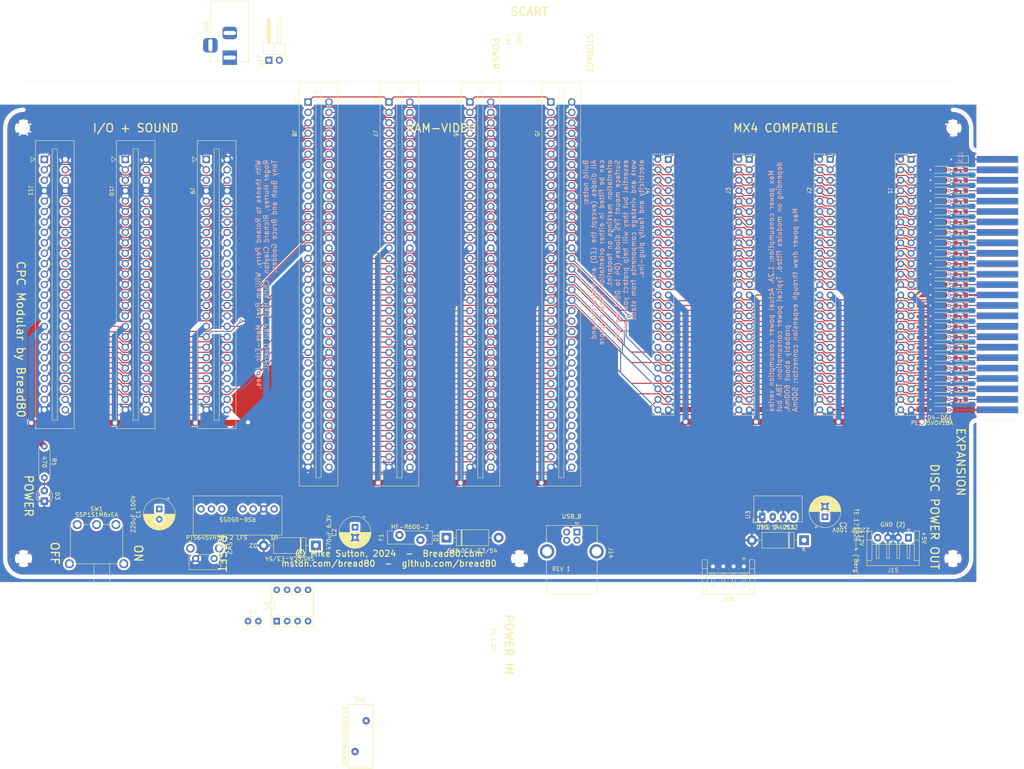
<source format=kicad_pcb>
(kicad_pcb (version 20171130) (host pcbnew "(5.1.12)-1")
  (layers (0 F.Cu signal) (31 B.Cu signal) (34 B.Paste user hide) (35 F.Paste user hide) (36 B.SilkS user hide) (37 F.SilkS user) (38 B.Mask user hide) (39 F.Mask user hide) (44 Edge.Cuts user))
  (net 0 "")
  (net 1 /CLK4)
  (net 2 GND)
  (net 3 /~EXP)
  (net 4 /LPEN)
  (net 5 /CURSOR)
  (net 6 /RAMDIS)
  (net 7 /~RAMRD)
  (net 8 /ROMDIS)
  (net 9 /~ROMEN)
  (net 10 /~RSET)
  (net 11 /~BRST)
  (net 12 /READY)
  (net 13 /~BUSAK)
  (net 14 /~BUSRQ)
  (net 15 /~NMI)
  (net 16 /~INT)
  (net 17 /~HALT)
  (net 18 /~WR)
  (net 19 /~RD)
  (net 20 /~IORQ)
  (net 21 /~RFSH)
  (net 22 /~M1)
  (net 23 /~MREQ)
  (net 24 +5V)
  (net 25 /D0)
  (net 26 /D1)
  (net 27 /D2)
  (net 28 /D3)
  (net 29 /D4)
  (net 30 /D5)
  (net 31 /D6)
  (net 32 /D7)
  (net 33 /A0)
  (net 34 /A1)
  (net 35 /A2)
  (net 36 /A3)
  (net 37 /A4)
  (net 38 /A5)
  (net 39 /A6)
  (net 40 /A7)
  (net 41 /A8)
  (net 42 /A9)
  (net 43 /A10)
  (net 44 /A11)
  (net 45 /A12)
  (net 46 /A13)
  (net 47 /A14)
  (net 48 /A15)
  (net 49 /SOUND)
  (net 50 /VSYNC)
  (net 51 /PA0)
  (net 52 /PA2)
  (net 53 /PA4)
  (net 54 /PA6)
  (net 55 /BDIR)
  (net 56 /BC1)
  (net 57 /MOTOR)
  (net 58 /PC0)
  (net 59 /PC2)
  (net 60 /~CPU_ADDR)
  (net 61 /PC3)
  (net 62 /PC1)
  (net 63 /PA7)
  (net 64 /PA5)
  (net 65 /PA3)
  (net 66 /PA1)
  (net 67 /RIGHT)
  (net 68 /CASWR)
  (net 69 /LEFT)
  (net 70 /CASRD)
  (net 71 /RD0)
  (net 72 /RD2)
  (net 73 /RD4)
  (net 74 /RD6)
  (net 75 /RAMA16)
  (net 76 /RAMA18)
  (net 77 /~RAMCS)
  (net 78 /~MWE)
  (net 79 /~RAS)
  (net 80 /~XCPU_AD)
  (net 81 /~244EN)
  (net 82 /~CAS)
  (net 83 /~MA0_CCLK)
  (net 84 /RD3)
  (net 85 /RD1)
  (net 86 /A14OUT)
  (net 87 /RD5)
  (net 88 /RD7)
  (net 89 /RAMA17)
  (net 90 /~RAMWE)
  (net 91 /~RAMOE)
  (net 92 /DISPEN)
  (net 93 /HSYNC)
  (net 94 /A15OUT)
  (net 95 "Net-(D1-Pad1)")
  (net 96 "Net-(J14-Pad2)")
  (net 97 "Net-(SW1-Pad2)")
  (net 98 /SPARE4)
  (net 99 /SPARE2)
  (net 100 /SPARE3)
  (net 101 /SPARE1)
  (net 102 /SPARE5)
  (net 103 "Net-(D3-Pad2)")
  (net 104 /PRTBSY)
  (net 105 "Net-(SW1-Pad3)")
  (net 106 +12V)
  (net 107 "Net-(J16-Pad2)")
  (net 108 "Net-(J16-Pad1)")
  (net 109 "Net-(U1-Pad8)")
  (net 110 "Net-(U1-Pad5)")
  (net 111 "Net-(U1-Pad3)")
  (net 112 "Net-(U2-Pad8)")
  (net 113 /SWITCHED_5V)
  (net 114 /UGND)
  (net 115 /VBUS)
  (net 116 /PLUS)
  (net 117 "Net-(J18-Pad4)")
  (net 118 "Net-(J18-Pad3)")
  (net 119 "Net-(J18-Pad2)")
  (net 120 "Net-(J18-Pad1)")
  (net 121 "Net-(U2-Pad6)")
  (net 122 "Net-(U2-Pad5)")
  (module Package_DIP:DIP-8_W7.62mm_Socket (layer F.Cu) (at 120.015 135.255 90)
    (fp_text reference U2 (at 3.81 -2.33 90) (layer F.SilkS))
    (fp_text value "ADM708 or MAX708")
    (pad 8 thru_hole oval (at 7.62 0 90) (size 1.6 1.6) (drill 0.8) (layers *.Cu *.Mask) (net 112 "Net-(U2-Pad8)"))
    (pad 4 thru_hole oval (at 0 7.62 90) (size 1.6 1.6) (drill 0.8) (layers *.Cu *.Mask) (net 113 /SWITCHED_5V))
    (pad 7 thru_hole oval (at 7.62 2.54 90) (size 1.6 1.6) (drill 0.8) (layers *.Cu *.Mask) (net 10 /~RSET))
    (pad 3 thru_hole oval (at 0 5.08 90) (size 1.6 1.6) (drill 0.8) (layers *.Cu *.Mask) (net 2 GND))
    (pad 6 thru_hole oval (at 7.62 5.08 90) (size 1.6 1.6) (drill 0.8) (layers *.Cu *.Mask) (net 121 "Net-(U2-Pad6)"))
    (pad 2 thru_hole oval (at 0 2.54 90) (size 1.6 1.6) (drill 0.8) (layers *.Cu *.Mask) (net 24 +5V))
    (pad 5 thru_hole oval (at 7.62 7.62 90) (size 1.6 1.6) (drill 0.8) (layers *.Cu *.Mask) (net 122 "Net-(U2-Pad5)"))
    (pad 1 thru_hole rect (at 0 0 90) (size 1.6 1.6) (drill 0.8) (layers *.Cu *.Mask) (net 11 /~BRST))
  )
  (module Connector_JST:JST_EH_S4B-EH_1x04_P2.50mm_Horizontal (layer F.Cu) (at 233.64 121.92 180)
    (fp_text reference J18 (at 3.75 -7.9) (layer F.SilkS))
    (fp_text value "TE 770997-1 ('Molex')")
    (pad 4 thru_hole oval (at 7.5 0 180) (size 1.7 1.95) (drill 0.95) (layers *.Cu *.Mask) (net 117 "Net-(J18-Pad4)"))
    (pad 3 thru_hole oval (at 5 0 180) (size 1.7 1.95) (drill 0.95) (layers *.Cu *.Mask) (net 118 "Net-(J18-Pad3)"))
    (pad 2 thru_hole oval (at 2.5 0 180) (size 1.7 1.95) (drill 0.95) (layers *.Cu *.Mask) (net 119 "Net-(J18-Pad2)"))
    (pad 1 thru_hole roundrect (at 0 0 180) (size 1.7 1.95) (drill 0.95) (layers *.Cu *.Mask) (roundrect_rratio 0.147059) (net 120 "Net-(J18-Pad1)"))
  )
  (module Capacitor_THT:C_Disc_D3.0mm_W2.0mm_P2.50mm (layer F.Cu) (at 113.03 135.255)
    (fp_text reference C4 (at 1.25 -2.25) (layer F.SilkS))
    (fp_text value 0.1uF)
    (pad 2 thru_hole circle (at 2.5 0) (size 1.6 1.6) (drill 0.8) (layers *.Cu *.Mask) (net 2 GND))
    (pad 1 thru_hole circle (at 0 0) (size 1.6 1.6) (drill 0.8) (layers *.Cu *.Mask) (net 24 +5V))
  )
  (module CPCModular:Edge_Socket_2x36_2.54PS (layer F.Cu) (at 182.88 16.51 90)
    (fp_text reference J5 (at 0 0.5 270 unlocked) (layer F.SilkS))
    (fp_text value Conn_02x36_Top_Bottom)
    (pad 72 thru_hole circle (at -81.28 8.89) (size 1.8 1.8) (drill 1.15) (layers *.Cu *.Mask) (net 102 /SPARE5))
    (pad 71 thru_hole circle (at -78.74 8.89) (size 1.8 1.8) (drill 1.15) (layers *.Cu *.Mask) (net 71 /RD0))
    (pad 70 thru_hole circle (at -76.2 8.89) (size 1.8 1.8) (drill 1.15) (layers *.Cu *.Mask) (net 72 /RD2))
    (pad 69 thru_hole circle (at -73.66 8.89) (size 1.8 1.8) (drill 1.15) (layers *.Cu *.Mask) (net 73 /RD4))
    (pad 68 thru_hole circle (at -71.12 8.89) (size 1.8 1.8) (drill 1.15) (layers *.Cu *.Mask) (net 74 /RD6))
    (pad 67 thru_hole circle (at -68.58 8.89) (size 1.8 1.8) (drill 1.15) (layers *.Cu *.Mask) (net 98 /SPARE4))
    (pad 66 thru_hole circle (at -66.04 8.89) (size 1.8 1.8) (drill 1.15) (layers *.Cu *.Mask) (net 75 /RAMA16))
    (pad 65 thru_hole circle (at -63.5 8.89) (size 1.8 1.8) (drill 1.15) (layers *.Cu *.Mask) (net 76 /RAMA18))
    (pad 64 thru_hole circle (at -60.96 8.89) (size 1.8 1.8) (drill 1.15) (layers *.Cu *.Mask) (net 77 /~RAMCS))
    (pad 63 thru_hole circle (at -58.42 8.89) (size 1.8 1.8) (drill 1.15) (layers *.Cu *.Mask) (net 78 /~MWE))
    (pad 62 thru_hole circle (at -55.88 8.89) (size 1.8 1.8) (drill 1.15) (layers *.Cu *.Mask) (net 79 /~RAS))
    (pad 61 thru_hole circle (at -53.34 8.89) (size 1.8 1.8) (drill 1.15) (layers *.Cu *.Mask) (net 60 /~CPU_ADDR))
    (pad 60 thru_hole circle (at -50.8 8.89) (size 1.8 1.8) (drill 1.15) (layers *.Cu *.Mask) (net 80 /~XCPU_AD))
    (pad 59 thru_hole circle (at -48.26 8.89) (size 1.8 1.8) (drill 1.15) (layers *.Cu *.Mask) (net 81 /~244EN))
    (pad 58 thru_hole circle (at -45.72 8.89) (size 1.8 1.8) (drill 1.15) (layers *.Cu *.Mask) (net 82 /~CAS))
    (pad 57 thru_hole circle (at -43.18 8.89) (size 1.8 1.8) (drill 1.15) (layers *.Cu *.Mask) (net 83 /~MA0_CCLK))
    (pad 56 thru_hole circle (at -40.64 8.89) (size 1.8 1.8) (drill 1.15) (layers *.Cu *.Mask) (net 1 /CLK4))
    (pad 55 thru_hole circle (at -38.1 8.89) (size 1.8 1.8) (drill 1.15) (layers *.Cu *.Mask) (net 5 /CURSOR))
    (pad 54 thru_hole circle (at -35.56 8.89) (size 1.8 1.8) (drill 1.15) (layers *.Cu *.Mask) (net 7 /~RAMRD))
    (pad 53 thru_hole circle (at -33.02 8.89) (size 1.8 1.8) (drill 1.15) (layers *.Cu *.Mask) (net 9 /~ROMEN))
    (pad 52 thru_hole circle (at -30.48 8.89) (size 1.8 1.8) (drill 1.15) (layers *.Cu *.Mask) (net 19 /~RD))
    (pad 51 thru_hole circle (at -27.94 8.89) (size 1.8 1.8) (drill 1.15) (layers *.Cu *.Mask) (net 23 /~MREQ))
    (pad 50 thru_hole circle (at -25.4 8.89) (size 1.8 1.8) (drill 1.15) (layers *.Cu *.Mask) (net 25 /D0))
    (pad 25 thru_hole circle (at -53.34 3.81) (size 1.8 1.8) (drill 1.15) (layers *.Cu *.Mask) (net 50 /VSYNC))
    (pad 33 thru_hole circle (at -73.66 3.81) (size 1.8 1.8) (drill 1.15) (layers *.Cu *.Mask) (net 87 /RD5))
    (pad 34 thru_hole circle (at -76.2 3.81) (size 1.8 1.8) (drill 1.15) (layers *.Cu *.Mask) (net 84 /RD3))
    (pad 35 thru_hole circle (at -78.74 3.81) (size 1.8 1.8) (drill 1.15) (layers *.Cu *.Mask) (net 85 /RD1))
    (pad 36 thru_hole circle (at -81.28 3.81) (size 1.8 1.8) (drill 1.15) (layers *.Cu *.Mask) (net 2 GND))
    (pad 37 thru_hole circle (at 7.62 8.89) (size 1.8 1.8) (drill 1.15) (layers *.Cu *.Mask) (net 2 GND))
    (pad 38 thru_hole circle (at 5.08 8.89) (size 1.8 1.8) (drill 1.15) (layers *.Cu *.Mask) (net 86 /A14OUT))
    (pad 39 thru_hole circle (at 2.54 8.89) (size 1.8 1.8) (drill 1.15) (layers *.Cu *.Mask) (net 47 /A14))
    (pad 40 thru_hole circle (at 0 8.89) (size 1.8 1.8) (drill 1.15) (layers *.Cu *.Mask) (net 45 /A12))
    (pad 41 thru_hole circle (at -2.54 8.89) (size 1.8 1.8) (drill 1.15) (layers *.Cu *.Mask) (net 43 /A10))
    (pad 42 thru_hole circle (at -5.08 8.89) (size 1.8 1.8) (drill 1.15) (layers *.Cu *.Mask) (net 41 /A8))
    (pad 43 thru_hole circle (at -7.62 8.89) (size 1.8 1.8) (drill 1.15) (layers *.Cu *.Mask) (net 39 /A6))
    (pad 44 thru_hole circle (at -10.16 8.89) (size 1.8 1.8) (drill 1.15) (layers *.Cu *.Mask) (net 37 /A4))
    (pad 45 thru_hole circle (at -12.7 8.89) (size 1.8 1.8) (drill 1.15) (layers *.Cu *.Mask) (net 35 /A2))
    (pad 46 thru_hole circle (at -15.24 8.89) (size 1.8 1.8) (drill 1.15) (layers *.Cu *.Mask) (net 33 /A0))
    (pad 47 thru_hole circle (at -17.78 8.89) (size 1.8 1.8) (drill 1.15) (layers *.Cu *.Mask) (net 31 /D6))
    (pad 48 thru_hole circle (at -20.32 8.89) (size 1.8 1.8) (drill 1.15) (layers *.Cu *.Mask) (net 29 /D4))
    (pad 49 thru_hole circle (at -22.86 8.89) (size 1.8 1.8) (drill 1.15) (layers *.Cu *.Mask) (net 27 /D2))
    (pad 24 thru_hole circle (at -50.8 3.81) (size 1.8 1.8) (drill 1.15) (layers *.Cu *.Mask) (net 4 /LPEN))
    (pad 23 thru_hole circle (at -48.26 3.81) (size 1.8 1.8) (drill 1.15) (layers *.Cu *.Mask) (net 6 /RAMDIS))
    (pad 22 thru_hole circle (at -45.72 3.81) (size 1.8 1.8) (drill 1.15) (layers *.Cu *.Mask) (net 99 /SPARE2))
    (pad 21 thru_hole circle (at -43.18 3.81) (size 1.8 1.8) (drill 1.15) (layers *.Cu *.Mask) (net 10 /~RSET))
    (pad 20 thru_hole circle (at -40.64 3.81) (size 1.8 1.8) (drill 1.15) (layers *.Cu *.Mask) (net 12 /READY))
    (pad 19 thru_hole circle (at -38.1 3.81) (size 1.8 1.8) (drill 1.15) (layers *.Cu *.Mask) (net 16 /~INT))
    (pad 18 thru_hole circle (at -35.56 3.81) (size 1.8 1.8) (drill 1.15) (layers *.Cu *.Mask) (net 18 /~WR))
    (pad 17 thru_hole circle (at -33.02 3.81) (size 1.8 1.8) (drill 1.15) (layers *.Cu *.Mask) (net 20 /~IORQ))
    (pad 16 thru_hole circle (at -30.48 3.81) (size 1.8 1.8) (drill 1.15) (layers *.Cu *.Mask) (net 22 /~M1))
    (pad 15 thru_hole circle (at -27.94 3.81) (size 1.8 1.8) (drill 1.15) (layers *.Cu *.Mask) (net 24 +5V))
    (pad 14 thru_hole circle (at -25.4 3.81) (size 1.8 1.8) (drill 1.15) (layers *.Cu *.Mask) (net 26 /D1))
    (pad 13 thru_hole circle (at -22.86 3.81) (size 1.8 1.8) (drill 1.15) (layers *.Cu *.Mask) (net 28 /D3))
    (pad 12 thru_hole circle (at -20.32 3.81) (size 1.8 1.8) (drill 1.15) (layers *.Cu *.Mask) (net 30 /D5))
    (pad 11 thru_hole circle (at -17.78 3.81) (size 1.8 1.8) (drill 1.15) (layers *.Cu *.Mask) (net 32 /D7))
    (pad 10 thru_hole circle (at -15.24 3.81) (size 1.8 1.8) (drill 1.15) (layers *.Cu *.Mask) (net 34 /A1))
    (pad 9 thru_hole circle (at -12.7 3.81) (size 1.8 1.8) (drill 1.15) (layers *.Cu *.Mask) (net 36 /A3))
    (pad 8 thru_hole circle (at -10.16 3.81) (size 1.8 1.8) (drill 1.15) (layers *.Cu *.Mask) (net 38 /A5))
    (pad 32 thru_hole circle (at -71.12 3.81) (size 1.8 1.8) (drill 1.15) (layers *.Cu *.Mask) (net 88 /RD7))
    (pad 31 thru_hole circle (at -68.58 3.81) (size 1.8 1.8) (drill 1.15) (layers *.Cu *.Mask) (net 100 /SPARE3))
    (pad 30 thru_hole circle (at -66.04 3.81) (size 1.8 1.8) (drill 1.15) (layers *.Cu *.Mask) (net 89 /RAMA17))
    (pad 29 thru_hole circle (at -63.5 3.81) (size 1.8 1.8) (drill 1.15) (layers *.Cu *.Mask) (net 90 /~RAMWE))
    (pad 28 thru_hole circle (at -60.96 3.81) (size 1.8 1.8) (drill 1.15) (layers *.Cu *.Mask) (net 91 /~RAMOE))
    (pad 27 thru_hole circle (at -58.42 3.81) (size 1.8 1.8) (drill 1.15) (layers *.Cu *.Mask) (net 92 /DISPEN))
    (pad 26 thru_hole circle (at -55.88 3.81) (size 1.8 1.8) (drill 1.15) (layers *.Cu *.Mask) (net 93 /HSYNC))
    (pad 7 thru_hole circle (at -7.62 3.81) (size 1.8 1.8) (drill 1.15) (layers *.Cu *.Mask) (net 40 /A7))
    (pad 6 thru_hole circle (at -5.08 3.81) (size 1.8 1.8) (drill 1.15) (layers *.Cu *.Mask) (net 42 /A9))
    (pad 5 thru_hole circle (at -2.54 3.81) (size 1.8 1.8) (drill 1.15) (layers *.Cu *.Mask) (net 44 /A11))
    (pad 4 thru_hole circle (at 0 3.81) (size 1.8 1.8) (drill 1.15) (layers *.Cu *.Mask) (net 46 /A13))
    (pad 3 thru_hole circle (at 2.54 3.81) (size 1.8 1.8) (drill 1.15) (layers *.Cu *.Mask) (net 48 /A15))
    (pad 2 thru_hole circle (at 5.08 3.81) (size 1.8 1.8) (drill 1.15) (layers *.Cu *.Mask) (net 94 /A15OUT))
    (pad 1 thru_hole rect (at 7.62 3.81) (size 1.8 1.8) (drill 1.15) (layers *.Cu *.Mask) (net 101 /SPARE1))
  )
  (module CPCModular:Edge25_2.54PS (layer B.Cu) (at 297.18 22.86 180)
    (fp_text reference J13 (at 10.795 0.635 270) (layer B.SilkS) (effects (justify mirror)))
    (fp_text value "Expansion Bottom (Edge connector)")
    (pad 25 smd rect (at 1.8 -60.96 180) (size 10 1.6) (layers B.Cu B.Paste B.Mask) (net 1 /CLK4))
    (pad 24 smd rect (at 1.8 -58.42 180) (size 10 1.6) (layers B.Cu B.Paste B.Mask) (net 3 /~EXP))
    (pad 23 smd rect (at 1.8 -55.88 180) (size 10 1.6) (layers B.Cu B.Paste B.Mask) (net 5 /CURSOR))
    (pad 22 smd rect (at 1.8 -53.34 180) (size 10 1.6) (layers B.Cu B.Paste B.Mask) (net 7 /~RAMRD))
    (pad 21 smd rect (at 1.8 -50.8 180) (size 10 1.6) (layers B.Cu B.Paste B.Mask) (net 9 /~ROMEN))
    (pad 20 smd rect (at 1.8 -48.26 180) (size 10 1.6) (layers B.Cu B.Paste B.Mask) (net 11 /~BRST))
    (pad 19 smd rect (at 1.8 -45.72 180) (size 10 1.6) (layers B.Cu B.Paste B.Mask) (net 13 /~BUSAK))
    (pad 18 smd rect (at 1.8 -43.18 180) (size 10 1.6) (layers B.Cu B.Paste B.Mask) (net 15 /~NMI))
    (pad 17 smd rect (at 1.8 -40.64 180) (size 10 1.6) (layers B.Cu B.Paste B.Mask) (net 17 /~HALT))
    (pad 16 smd rect (at 1.8 -38.1 180) (size 10 1.6) (layers B.Cu B.Paste B.Mask) (net 19 /~RD))
    (pad 15 smd rect (at 1.8 -35.56 180) (size 10 1.6) (layers B.Cu B.Paste B.Mask) (net 21 /~RFSH))
    (pad 14 smd rect (at 1.8 -33.02 180) (size 10 1.6) (layers B.Cu B.Paste B.Mask) (net 23 /~MREQ))
    (pad 13 smd rect (at 1.8 -30.48 180) (size 10 1.6) (layers B.Cu B.Paste B.Mask) (net 25 /D0))
    (pad 12 smd rect (at 1.8 -27.94 180) (size 10 1.6) (layers B.Cu B.Paste B.Mask) (net 27 /D2))
    (pad 11 smd rect (at 1.8 -25.4 180) (size 10 1.6) (layers B.Cu B.Paste B.Mask) (net 29 /D4))
    (pad 10 smd rect (at 1.8 -22.86 180) (size 10 1.6) (layers B.Cu B.Paste B.Mask) (net 31 /D6))
    (pad 9 smd rect (at 1.8 -20.32 180) (size 10 1.6) (layers B.Cu B.Paste B.Mask) (net 33 /A0))
    (pad 8 smd rect (at 1.8 -17.78 180) (size 10 1.6) (layers B.Cu B.Paste B.Mask) (net 35 /A2))
    (pad 7 smd rect (at 1.8 -15.24 180) (size 10 1.6) (layers B.Cu B.Paste B.Mask) (net 37 /A4))
    (pad 6 smd rect (at 1.8 -12.7 180) (size 10 1.6) (layers B.Cu B.Paste B.Mask) (net 39 /A6))
    (pad 5 smd rect (at 1.8 -10.16 180) (size 10 1.6) (layers B.Cu B.Paste B.Mask) (net 41 /A8))
    (pad 4 smd rect (at 1.8 -7.62 180) (size 10 1.6) (layers B.Cu B.Paste B.Mask) (net 43 /A10))
    (pad 3 smd rect (at 1.8 -5.08 180) (size 10 1.6) (layers B.Cu B.Paste B.Mask) (net 45 /A12))
    (pad 2 smd rect (at 1.8 -2.54 180) (size 10 1.6) (layers B.Cu B.Paste B.Mask) (net 47 /A14))
    (pad 1 smd rect (at 1.8 0 180) (size 10 1.6) (layers B.Cu B.Paste B.Mask) (net 2 GND))
  )
  (module CPCModular:Edge25_2.54PS (layer F.Cu) (at 293.475 22.86)
    (fp_text reference J12 (at -10.795 63.5 180) (layer F.SilkS))
    (fp_text value "Expansion Top (Edge connector)")
    (pad 25 smd rect (at 1.8 60.96) (size 10 1.6) (layers F.Cu F.Paste F.Mask) (net 2 GND))
    (pad 24 smd rect (at 1.8 58.42) (size 10 1.6) (layers F.Cu F.Paste F.Mask) (net 4 /LPEN))
    (pad 23 smd rect (at 1.8 55.88) (size 10 1.6) (layers F.Cu F.Paste F.Mask) (net 6 /RAMDIS))
    (pad 22 smd rect (at 1.8 53.34) (size 10 1.6) (layers F.Cu F.Paste F.Mask) (net 8 /ROMDIS))
    (pad 21 smd rect (at 1.8 50.8) (size 10 1.6) (layers F.Cu F.Paste F.Mask) (net 10 /~RSET))
    (pad 20 smd rect (at 1.8 48.26) (size 10 1.6) (layers F.Cu F.Paste F.Mask) (net 12 /READY))
    (pad 19 smd rect (at 1.8 45.72) (size 10 1.6) (layers F.Cu F.Paste F.Mask) (net 14 /~BUSRQ))
    (pad 18 smd rect (at 1.8 43.18) (size 10 1.6) (layers F.Cu F.Paste F.Mask) (net 16 /~INT))
    (pad 17 smd rect (at 1.8 40.64) (size 10 1.6) (layers F.Cu F.Paste F.Mask) (net 18 /~WR))
    (pad 16 smd rect (at 1.8 38.1) (size 10 1.6) (layers F.Cu F.Paste F.Mask) (net 20 /~IORQ))
    (pad 15 smd rect (at 1.8 35.56) (size 10 1.6) (layers F.Cu F.Paste F.Mask) (net 22 /~M1))
    (pad 14 smd rect (at 1.8 33.02) (size 10 1.6) (layers F.Cu F.Paste F.Mask) (net 24 +5V))
    (pad 13 smd rect (at 1.8 30.48) (size 10 1.6) (layers F.Cu F.Paste F.Mask) (net 26 /D1))
    (pad 12 smd rect (at 1.8 27.94) (size 10 1.6) (layers F.Cu F.Paste F.Mask) (net 28 /D3))
    (pad 11 smd rect (at 1.8 25.4) (size 10 1.6) (layers F.Cu F.Paste F.Mask) (net 30 /D5))
    (pad 10 smd rect (at 1.8 22.86) (size 10 1.6) (layers F.Cu F.Paste F.Mask) (net 32 /D7))
    (pad 9 smd rect (at 1.8 20.32) (size 10 1.6) (layers F.Cu F.Paste F.Mask) (net 34 /A1))
    (pad 8 smd rect (at 1.8 17.78) (size 10 1.6) (layers F.Cu F.Paste F.Mask) (net 36 /A3))
    (pad 7 smd rect (at 1.8 15.24) (size 10 1.6) (layers F.Cu F.Paste F.Mask) (net 38 /A5))
    (pad 6 smd rect (at 1.8 12.7) (size 10 1.6) (layers F.Cu F.Paste F.Mask) (net 40 /A7))
    (pad 5 smd rect (at 1.8 10.16) (size 10 1.6) (layers F.Cu F.Paste F.Mask) (net 42 /A9))
    (pad 4 smd rect (at 1.8 7.62) (size 10 1.6) (layers F.Cu F.Paste F.Mask) (net 44 /A11))
    (pad 3 smd rect (at 1.8 5.08) (size 10 1.6) (layers F.Cu F.Paste F.Mask) (net 46 /A13))
    (pad 2 smd rect (at 1.8 2.54) (size 10 1.6) (layers F.Cu F.Paste F.Mask) (net 48 /A15))
    (pad 1 smd rect (at 1.8 0) (size 10 1.6) (layers F.Cu F.Paste F.Mask) (net 49 /SOUND))
  )
  (module Converter_DCDC:Converter_DCDC_muRata_CRE1xxxxxxSC_THT (layer F.Cu) (at 238.125 109.855 90)
    (fp_text reference U3 (at 0.5 -3.5 270) (layer F.SilkS))
    (fp_text value "TMU 3-0512" (at -2.54 3.81 unlocked) (layer F.SilkS))
    (pad 1 thru_hole rect (at 0 0) (size 1.5 2) (drill 0.7) (layers *.Cu *.Mask) (net 2 GND))
    (pad 2 thru_hole oval (at 0 2.54) (size 1.5 2) (drill 0.7) (layers *.Cu *.Mask) (net 113 /SWITCHED_5V))
    (pad 3 thru_hole oval (at 0 5.08) (size 1.5 2) (drill 0.7) (layers *.Cu *.Mask) (net 2 GND))
    (pad 4 thru_hole oval (at 0 7.62) (size 1.5 2) (drill 0.7) (layers *.Cu *.Mask) (net 106 +12V))
  )
  (module Connector_PinHeader_2.54mm:PinHeader_1x02_P2.54mm_Horizontal (layer F.Cu) (at 118.11 -1.27 90)
    (fp_text reference J17 (at 0 -2.27 90 unlocked) (layer F.SilkS))
    (fp_text value "SCART POWER")
    (pad 2 thru_hole oval (at 0 2.54 90) (size 1.7 1.7) (drill 1) (layers *.Cu *.Mask) (net 24 +5V))
    (pad 1 thru_hole rect (at 0 0 90) (size 1.7 1.7) (drill 1) (layers *.Cu *.Mask) (net 2 GND))
  )
  (module Connector_BarrelJack:BarrelJack_Horizontal (layer F.Cu) (at 108.585 -1.905 270)
    (fp_text reference J16 (at -7.62 5.715 90 unlocked) (layer F.SilkS))
    (fp_text value Barrel_Jack_MountingPin)
    (pad 3 thru_hole roundrect (at -3 4.7 270) (size 3.5 3.5) (drill oval 3 1) (layers *.Cu *.Mask))
    (pad 2 thru_hole roundrect (at -6 0 270) (size 3 3.5) (drill oval 1 3) (layers *.Cu *.Mask) (net 107 "Net-(J16-Pad2)"))
    (pad 1 thru_hole rect (at 0 0 270) (size 3.5 3.5) (drill oval 1 3) (layers *.Cu *.Mask) (net 108 "Net-(J16-Pad1)"))
  )
  (module Connector_JST:JST_EH_S4B-EH_1x04_P2.50mm_Horizontal (layer F.Cu) (at 273.685 114.935 180)
    (fp_text reference J15 (at 3.75 -7.9) (layer F.SilkS))
    (fp_text value "TE 171826-4 ('Berg')" (at 12.7 -1.27 270 unlocked) (layer F.SilkS))
    (pad 4 thru_hole oval (at 7.5 0 180) (size 1.7 1.95) (drill 0.95) (layers *.Cu *.Mask) (net 106 +12V))
    (pad 3 thru_hole oval (at 5 0 180) (size 1.7 1.95) (drill 0.95) (layers *.Cu *.Mask) (net 2 GND))
    (pad 2 thru_hole oval (at 2.5 0 180) (size 1.7 1.95) (drill 0.95) (layers *.Cu *.Mask) (net 2 GND))
    (pad 1 thru_hole roundrect (at 0 0 180) (size 1.7 1.95) (drill 0.95) (layers *.Cu *.Mask) (roundrect_rratio 0.1470588235294118) (net 24 +5V))
  )
  (module Diode_THT:D_DO-15_P12.70mm_Horizontal (layer F.Cu) (at 248.285 115.57 180)
    (fp_text reference D53 (at 10.16 3.175 unlocked) (layer F.SilkS))
    (fp_text value SA12CA (at 5.08 3.175 unlocked) (layer F.SilkS))
    (fp_text user K (at 0 -2.2) (layer F.SilkS))
    (pad 2 thru_hole oval (at 12.7 0 180) (size 2.4 2.4) (drill 1.2) (layers *.Cu *.Mask) (net 2 GND))
    (pad 1 thru_hole rect (at 0 0 180) (size 2.4 2.4) (drill 1.2) (layers *.Cu *.Mask) (net 106 +12V))
  )
  (module Capacitor_THT:CP_Radial_D7.5mm_P2.50mm (layer F.Cu) (at 253.365 109.855 90)
    (fp_text reference C3 (at -1.905 4.445 180 unlocked) (layer F.SilkS))
    (fp_text value "220uF 100V" (at -3.175 6.35 180 unlocked) (layer F.SilkS))
    (pad 2 thru_hole circle (at 2.5 0 90) (size 1.6 1.6) (drill 0.8) (layers *.Cu *.Mask) (net 2 GND))
    (pad 1 thru_hole rect (at 0 0 90) (size 1.6 1.6) (drill 0.8) (layers *.Cu *.Mask) (net 106 +12V))
  )
  (module MountingHole:MountingHole_3.2mm_M3 (layer F.Cu) (at 284.48 120.015)
    (fp_text reference H6 hide)
    (fp_text value MountingHole_Pad)
    (pad 1 np_thru_hole circle (at 0 0) (size 3.2 3.2) (drill 3.2) (layers *.Cu *.Mask) (net 2 GND))
  )
  (module MountingHole:MountingHole_3.2mm_M3 (layer F.Cu) (at 284.48 15.24)
    (fp_text reference H5 hide)
    (fp_text value MountingHole_Pad)
    (pad 1 np_thru_hole circle (at 0 0) (size 3.2 3.2) (drill 3.2) (layers *.Cu *.Mask) (net 2 GND))
  )
  (module MountingHole:MountingHole_3.2mm_M3 (layer F.Cu) (at 179.07 120.015)
    (fp_text reference H4 hide)
    (fp_text value MountingHole_Pad)
    (pad 1 np_thru_hole circle (at 0 0) (size 3.2 3.2) (drill 3.2) (layers *.Cu *.Mask) (net 2 GND))
  )
  (module MountingHole:MountingHole_3.2mm_M3 (layer F.Cu) (at 179.07 1.905)
    (fp_text reference H3 hide)
    (fp_text value MountingHole_Pad)
    (pad 1 np_thru_hole circle (at 0 0) (size 3.2 3.2) (drill 3.2) (layers *.Cu *.Mask) (net 2 GND))
  )
  (module MountingHole:MountingHole_3.2mm_M3 (layer F.Cu) (at 58.42 120.015)
    (fp_text reference H2 hide)
    (fp_text value MountingHole_Pad)
    (pad 1 np_thru_hole circle (at 0 0) (size 3.2 3.2) (drill 3.2) (layers *.Cu *.Mask) (net 2 GND))
  )
  (module MountingHole:MountingHole_3.2mm_M3 (layer F.Cu) (at 58.42 15.24)
    (fp_text reference H1 hide)
    (fp_text value MountingHole_Pad)
    (pad 1 np_thru_hole circle (at 0 0) (size 3.2 3.2) (drill 3.2) (layers *.Cu *.Mask) (net 2 GND))
  )
  (module CPCModular:Edge_Socket_2x25_2.54PS (layer F.Cu) (at 59.69 30.48 90)
    (fp_text reference J11 (at 0 0.5 270 unlocked) (layer F.SilkS))
    (fp_text value Conn_02x25_Top_Bottom)
    (pad 50 thru_hole circle (at -53.34 8.89) (size 1.8 1.8) (drill 1.15) (layers *.Cu *.Mask) (net 3 /~EXP))
    (pad 25 thru_hole circle (at -53.34 3.81) (size 1.8 1.8) (drill 1.15) (layers *.Cu *.Mask) (net 2 GND))
    (pad 33 thru_hole circle (at -10.16 8.89) (size 1.8 1.8) (drill 1.15) (layers *.Cu *.Mask) (net 41 /A8))
    (pad 34 thru_hole circle (at -12.7 8.89) (size 1.8 1.8) (drill 1.15) (layers *.Cu *.Mask) (net 51 /PA0))
    (pad 35 thru_hole circle (at -15.24 8.89) (size 1.8 1.8) (drill 1.15) (layers *.Cu *.Mask) (net 52 /PA2))
    (pad 36 thru_hole circle (at -17.78 8.89) (size 1.8 1.8) (drill 1.15) (layers *.Cu *.Mask) (net 53 /PA4))
    (pad 37 thru_hole circle (at -20.32 8.89) (size 1.8 1.8) (drill 1.15) (layers *.Cu *.Mask) (net 54 /PA6))
    (pad 38 thru_hole circle (at -22.86 8.89) (size 1.8 1.8) (drill 1.15) (layers *.Cu *.Mask) (net 31 /D6))
    (pad 39 thru_hole circle (at -25.4 8.89) (size 1.8 1.8) (drill 1.15) (layers *.Cu *.Mask) (net 29 /D4))
    (pad 40 thru_hole circle (at -27.94 8.89) (size 1.8 1.8) (drill 1.15) (layers *.Cu *.Mask) (net 27 /D2))
    (pad 41 thru_hole circle (at -30.48 8.89) (size 1.8 1.8) (drill 1.15) (layers *.Cu *.Mask) (net 25 /D0))
    (pad 42 thru_hole circle (at -33.02 8.89) (size 1.8 1.8) (drill 1.15) (layers *.Cu *.Mask) (net 19 /~RD))
    (pad 43 thru_hole circle (at -35.56 8.89) (size 1.8 1.8) (drill 1.15) (layers *.Cu *.Mask) (net 55 /BDIR))
    (pad 44 thru_hole circle (at -38.1 8.89) (size 1.8 1.8) (drill 1.15) (layers *.Cu *.Mask) (net 56 /BC1))
    (pad 45 thru_hole circle (at -40.64 8.89) (size 1.8 1.8) (drill 1.15) (layers *.Cu *.Mask) (net 57 /MOTOR))
    (pad 46 thru_hole circle (at -43.18 8.89) (size 1.8 1.8) (drill 1.15) (layers *.Cu *.Mask) (net 58 /PC0))
    (pad 47 thru_hole circle (at -45.72 8.89) (size 1.8 1.8) (drill 1.15) (layers *.Cu *.Mask) (net 59 /PC2))
    (pad 48 thru_hole circle (at -48.26 8.89) (size 1.8 1.8) (drill 1.15) (layers *.Cu *.Mask) (net 60 /~CPU_ADDR))
    (pad 49 thru_hole circle (at -50.8 8.89) (size 1.8 1.8) (drill 1.15) (layers *.Cu *.Mask) (net 104 /PRTBSY))
    (pad 24 thru_hole circle (at -50.8 3.81) (size 1.8 1.8) (drill 1.15) (layers *.Cu *.Mask) (net 50 /VSYNC))
    (pad 23 thru_hole circle (at -48.26 3.81) (size 1.8 1.8) (drill 1.15) (layers *.Cu *.Mask) (net 61 /PC3))
    (pad 22 thru_hole circle (at -45.72 3.81) (size 1.8 1.8) (drill 1.15) (layers *.Cu *.Mask) (net 62 /PC1))
    (pad 21 thru_hole circle (at -43.18 3.81) (size 1.8 1.8) (drill 1.15) (layers *.Cu *.Mask) (net 10 /~RSET))
    (pad 20 thru_hole circle (at -40.64 3.81) (size 1.8 1.8) (drill 1.15) (layers *.Cu *.Mask) (net 18 /~WR))
    (pad 19 thru_hole circle (at -38.1 3.81) (size 1.8 1.8) (drill 1.15) (layers *.Cu *.Mask) (net 20 /~IORQ))
    (pad 18 thru_hole circle (at -35.56 3.81) (size 1.8 1.8) (drill 1.15) (layers *.Cu *.Mask) (net 22 /~M1))
    (pad 17 thru_hole circle (at -33.02 3.81) (size 1.8 1.8) (drill 1.15) (layers *.Cu *.Mask) (net 24 +5V))
    (pad 16 thru_hole circle (at -30.48 3.81) (size 1.8 1.8) (drill 1.15) (layers *.Cu *.Mask) (net 26 /D1))
    (pad 15 thru_hole circle (at -27.94 3.81) (size 1.8 1.8) (drill 1.15) (layers *.Cu *.Mask) (net 28 /D3))
    (pad 14 thru_hole circle (at -25.4 3.81) (size 1.8 1.8) (drill 1.15) (layers *.Cu *.Mask) (net 30 /D5))
    (pad 13 thru_hole circle (at -22.86 3.81) (size 1.8 1.8) (drill 1.15) (layers *.Cu *.Mask) (net 32 /D7))
    (pad 12 thru_hole circle (at -20.32 3.81) (size 1.8 1.8) (drill 1.15) (layers *.Cu *.Mask) (net 63 /PA7))
    (pad 11 thru_hole circle (at -17.78 3.81) (size 1.8 1.8) (drill 1.15) (layers *.Cu *.Mask) (net 64 /PA5))
    (pad 10 thru_hole circle (at -15.24 3.81) (size 1.8 1.8) (drill 1.15) (layers *.Cu *.Mask) (net 65 /PA3))
    (pad 9 thru_hole circle (at -12.7 3.81) (size 1.8 1.8) (drill 1.15) (layers *.Cu *.Mask) (net 66 /PA1))
    (pad 8 thru_hole circle (at -10.16 3.81) (size 1.8 1.8) (drill 1.15) (layers *.Cu *.Mask) (net 42 /A9))
    (pad 32 thru_hole circle (at -7.62 8.89) (size 1.8 1.8) (drill 1.15) (layers *.Cu *.Mask) (net 43 /A10))
    (pad 31 thru_hole circle (at -5.08 8.89) (size 1.8 1.8) (drill 1.15) (layers *.Cu *.Mask) (net 45 /A12))
    (pad 30 thru_hole circle (at -2.54 8.89) (size 1.8 1.8) (drill 1.15) (layers *.Cu *.Mask) (net 47 /A14))
    (pad 29 thru_hole circle (at 0 8.89) (size 1.8 1.8) (drill 1.15) (layers *.Cu *.Mask) (net 2 GND))
    (pad 28 thru_hole circle (at 2.54 8.89) (size 1.8 1.8) (drill 1.15) (layers *.Cu *.Mask) (net 67 /RIGHT))
    (pad 27 thru_hole circle (at 5.08 8.89) (size 1.8 1.8) (drill 1.15) (layers *.Cu *.Mask) (net 68 /CASWR))
    (pad 26 thru_hole circle (at 7.62 8.89) (size 1.8 1.8) (drill 1.15) (layers *.Cu *.Mask) (net 2 GND))
    (pad 7 thru_hole circle (at -7.62 3.81) (size 1.8 1.8) (drill 1.15) (layers *.Cu *.Mask) (net 44 /A11))
    (pad 6 thru_hole circle (at -5.08 3.81) (size 1.8 1.8) (drill 1.15) (layers *.Cu *.Mask) (net 46 /A13))
    (pad 5 thru_hole circle (at -2.54 3.81) (size 1.8 1.8) (drill 1.15) (layers *.Cu *.Mask) (net 48 /A15))
    (pad 4 thru_hole circle (at 0 3.81) (size 1.8 1.8) (drill 1.15) (layers *.Cu *.Mask) (net 2 GND))
    (pad 3 thru_hole circle (at 2.54 3.81) (size 1.8 1.8) (drill 1.15) (layers *.Cu *.Mask) (net 69 /LEFT))
    (pad 2 thru_hole circle (at 5.08 3.81) (size 1.8 1.8) (drill 1.15) (layers *.Cu *.Mask) (net 70 /CASRD))
    (pad 1 thru_hole rect (at 7.62 3.81) (size 1.8 1.8) (drill 1.15) (layers *.Cu *.Mask) (net 49 /SOUND))
  )
  (module CPCModular:Edge_Socket_2x25_2.54PS (layer F.Cu) (at 79.375 30.48 90)
    (fp_text reference J10 (at 0 0.5 270 unlocked) (layer F.SilkS))
    (fp_text value Conn_02x25_Top_Bottom)
    (pad 50 thru_hole circle (at -53.34 8.89) (size 1.8 1.8) (drill 1.15) (layers *.Cu *.Mask) (net 3 /~EXP))
    (pad 25 thru_hole circle (at -53.34 3.81) (size 1.8 1.8) (drill 1.15) (layers *.Cu *.Mask) (net 2 GND))
    (pad 33 thru_hole circle (at -10.16 8.89) (size 1.8 1.8) (drill 1.15) (layers *.Cu *.Mask) (net 41 /A8))
    (pad 34 thru_hole circle (at -12.7 8.89) (size 1.8 1.8) (drill 1.15) (layers *.Cu *.Mask) (net 51 /PA0))
    (pad 35 thru_hole circle (at -15.24 8.89) (size 1.8 1.8) (drill 1.15) (layers *.Cu *.Mask) (net 52 /PA2))
    (pad 36 thru_hole circle (at -17.78 8.89) (size 1.8 1.8) (drill 1.15) (layers *.Cu *.Mask) (net 53 /PA4))
    (pad 37 thru_hole circle (at -20.32 8.89) (size 1.8 1.8) (drill 1.15) (layers *.Cu *.Mask) (net 54 /PA6))
    (pad 38 thru_hole circle (at -22.86 8.89) (size 1.8 1.8) (drill 1.15) (layers *.Cu *.Mask) (net 31 /D6))
    (pad 39 thru_hole circle (at -25.4 8.89) (size 1.8 1.8) (drill 1.15) (layers *.Cu *.Mask) (net 29 /D4))
    (pad 40 thru_hole circle (at -27.94 8.89) (size 1.8 1.8) (drill 1.15) (layers *.Cu *.Mask) (net 27 /D2))
    (pad 41 thru_hole circle (at -30.48 8.89) (size 1.8 1.8) (drill 1.15) (layers *.Cu *.Mask) (net 25 /D0))
    (pad 42 thru_hole circle (at -33.02 8.89) (size 1.8 1.8) (drill 1.15) (layers *.Cu *.Mask) (net 19 /~RD))
    (pad 43 thru_hole circle (at -35.56 8.89) (size 1.8 1.8) (drill 1.15) (layers *.Cu *.Mask) (net 55 /BDIR))
    (pad 44 thru_hole circle (at -38.1 8.89) (size 1.8 1.8) (drill 1.15) (layers *.Cu *.Mask) (net 56 /BC1))
    (pad 45 thru_hole circle (at -40.64 8.89) (size 1.8 1.8) (drill 1.15) (layers *.Cu *.Mask) (net 57 /MOTOR))
    (pad 46 thru_hole circle (at -43.18 8.89) (size 1.8 1.8) (drill 1.15) (layers *.Cu *.Mask) (net 58 /PC0))
    (pad 47 thru_hole circle (at -45.72 8.89) (size 1.8 1.8) (drill 1.15) (layers *.Cu *.Mask) (net 59 /PC2))
    (pad 48 thru_hole circle (at -48.26 8.89) (size 1.8 1.8) (drill 1.15) (layers *.Cu *.Mask) (net 60 /~CPU_ADDR))
    (pad 49 thru_hole circle (at -50.8 8.89) (size 1.8 1.8) (drill 1.15) (layers *.Cu *.Mask) (net 104 /PRTBSY))
    (pad 24 thru_hole circle (at -50.8 3.81) (size 1.8 1.8) (drill 1.15) (layers *.Cu *.Mask) (net 50 /VSYNC))
    (pad 23 thru_hole circle (at -48.26 3.81) (size 1.8 1.8) (drill 1.15) (layers *.Cu *.Mask) (net 61 /PC3))
    (pad 22 thru_hole circle (at -45.72 3.81) (size 1.8 1.8) (drill 1.15) (layers *.Cu *.Mask) (net 62 /PC1))
    (pad 21 thru_hole circle (at -43.18 3.81) (size 1.8 1.8) (drill 1.15) (layers *.Cu *.Mask) (net 10 /~RSET))
    (pad 20 thru_hole circle (at -40.64 3.81) (size 1.8 1.8) (drill 1.15) (layers *.Cu *.Mask) (net 18 /~WR))
    (pad 19 thru_hole circle (at -38.1 3.81) (size 1.8 1.8) (drill 1.15) (layers *.Cu *.Mask) (net 20 /~IORQ))
    (pad 18 thru_hole circle (at -35.56 3.81) (size 1.8 1.8) (drill 1.15) (layers *.Cu *.Mask) (net 22 /~M1))
    (pad 17 thru_hole circle (at -33.02 3.81) (size 1.8 1.8) (drill 1.15) (layers *.Cu *.Mask) (net 24 +5V))
    (pad 16 thru_hole circle (at -30.48 3.81) (size 1.8 1.8) (drill 1.15) (layers *.Cu *.Mask) (net 26 /D1))
    (pad 15 thru_hole circle (at -27.94 3.81) (size 1.8 1.8) (drill 1.15) (layers *.Cu *.Mask) (net 28 /D3))
    (pad 14 thru_hole circle (at -25.4 3.81) (size 1.8 1.8) (drill 1.15) (layers *.Cu *.Mask) (net 30 /D5))
    (pad 13 thru_hole circle (at -22.86 3.81) (size 1.8 1.8) (drill 1.15) (layers *.Cu *.Mask) (net 32 /D7))
    (pad 12 thru_hole circle (at -20.32 3.81) (size 1.8 1.8) (drill 1.15) (layers *.Cu *.Mask) (net 63 /PA7))
    (pad 11 thru_hole circle (at -17.78 3.81) (size 1.8 1.8) (drill 1.15) (layers *.Cu *.Mask) (net 64 /PA5))
    (pad 10 thru_hole circle (at -15.24 3.81) (size 1.8 1.8) (drill 1.15) (layers *.Cu *.Mask) (net 65 /PA3))
    (pad 9 thru_hole circle (at -12.7 3.81) (size 1.8 1.8) (drill 1.15) (layers *.Cu *.Mask) (net 66 /PA1))
    (pad 8 thru_hole circle (at -10.16 3.81) (size 1.8 1.8) (drill 1.15) (layers *.Cu *.Mask) (net 42 /A9))
    (pad 32 thru_hole circle (at -7.62 8.89) (size 1.8 1.8) (drill 1.15) (layers *.Cu *.Mask) (net 43 /A10))
    (pad 31 thru_hole circle (at -5.08 8.89) (size 1.8 1.8) (drill 1.15) (layers *.Cu *.Mask) (net 45 /A12))
    (pad 30 thru_hole circle (at -2.54 8.89) (size 1.8 1.8) (drill 1.15) (layers *.Cu *.Mask) (net 47 /A14))
    (pad 29 thru_hole circle (at 0 8.89) (size 1.8 1.8) (drill 1.15) (layers *.Cu *.Mask) (net 2 GND))
    (pad 28 thru_hole circle (at 2.54 8.89) (size 1.8 1.8) (drill 1.15) (layers *.Cu *.Mask) (net 67 /RIGHT))
    (pad 27 thru_hole circle (at 5.08 8.89) (size 1.8 1.8) (drill 1.15) (layers *.Cu *.Mask) (net 68 /CASWR))
    (pad 26 thru_hole circle (at 7.62 8.89) (size 1.8 1.8) (drill 1.15) (layers *.Cu *.Mask) (net 2 GND))
    (pad 7 thru_hole circle (at -7.62 3.81) (size 1.8 1.8) (drill 1.15) (layers *.Cu *.Mask) (net 44 /A11))
    (pad 6 thru_hole circle (at -5.08 3.81) (size 1.8 1.8) (drill 1.15) (layers *.Cu *.Mask) (net 46 /A13))
    (pad 5 thru_hole circle (at -2.54 3.81) (size 1.8 1.8) (drill 1.15) (layers *.Cu *.Mask) (net 48 /A15))
    (pad 4 thru_hole circle (at 0 3.81) (size 1.8 1.8) (drill 1.15) (layers *.Cu *.Mask) (net 2 GND))
    (pad 3 thru_hole circle (at 2.54 3.81) (size 1.8 1.8) (drill 1.15) (layers *.Cu *.Mask) (net 69 /LEFT))
    (pad 2 thru_hole circle (at 5.08 3.81) (size 1.8 1.8) (drill 1.15) (layers *.Cu *.Mask) (net 70 /CASRD))
    (pad 1 thru_hole rect (at 7.62 3.81) (size 1.8 1.8) (drill 1.15) (layers *.Cu *.Mask) (net 49 /SOUND))
  )
  (module CPCModular:Edge_Socket_2x25_2.54PS (layer F.Cu) (at 99.06 30.48 90)
    (fp_text reference J9 (at 0 0.5 270 unlocked) (layer F.SilkS))
    (fp_text value Conn_02x25_Top_Bottom)
    (pad 50 thru_hole circle (at -53.34 8.89) (size 1.8 1.8) (drill 1.15) (layers *.Cu *.Mask) (net 3 /~EXP))
    (pad 25 thru_hole circle (at -53.34 3.81) (size 1.8 1.8) (drill 1.15) (layers *.Cu *.Mask) (net 2 GND))
    (pad 33 thru_hole circle (at -10.16 8.89) (size 1.8 1.8) (drill 1.15) (layers *.Cu *.Mask) (net 41 /A8))
    (pad 34 thru_hole circle (at -12.7 8.89) (size 1.8 1.8) (drill 1.15) (layers *.Cu *.Mask) (net 51 /PA0))
    (pad 35 thru_hole circle (at -15.24 8.89) (size 1.8 1.8) (drill 1.15) (layers *.Cu *.Mask) (net 52 /PA2))
    (pad 36 thru_hole circle (at -17.78 8.89) (size 1.8 1.8) (drill 1.15) (layers *.Cu *.Mask) (net 53 /PA4))
    (pad 37 thru_hole circle (at -20.32 8.89) (size 1.8 1.8) (drill 1.15) (layers *.Cu *.Mask) (net 54 /PA6))
    (pad 38 thru_hole circle (at -22.86 8.89) (size 1.8 1.8) (drill 1.15) (layers *.Cu *.Mask) (net 31 /D6))
    (pad 39 thru_hole circle (at -25.4 8.89) (size 1.8 1.8) (drill 1.15) (layers *.Cu *.Mask) (net 29 /D4))
    (pad 40 thru_hole circle (at -27.94 8.89) (size 1.8 1.8) (drill 1.15) (layers *.Cu *.Mask) (net 27 /D2))
    (pad 41 thru_hole circle (at -30.48 8.89) (size 1.8 1.8) (drill 1.15) (layers *.Cu *.Mask) (net 25 /D0))
    (pad 42 thru_hole circle (at -33.02 8.89) (size 1.8 1.8) (drill 1.15) (layers *.Cu *.Mask) (net 19 /~RD))
    (pad 43 thru_hole circle (at -35.56 8.89) (size 1.8 1.8) (drill 1.15) (layers *.Cu *.Mask) (net 55 /BDIR))
    (pad 44 thru_hole circle (at -38.1 8.89) (size 1.8 1.8) (drill 1.15) (layers *.Cu *.Mask) (net 56 /BC1))
    (pad 45 thru_hole circle (at -40.64 8.89) (size 1.8 1.8) (drill 1.15) (layers *.Cu *.Mask) (net 57 /MOTOR))
    (pad 46 thru_hole circle (at -43.18 8.89) (size 1.8 1.8) (drill 1.15) (layers *.Cu *.Mask) (net 58 /PC0))
    (pad 47 thru_hole circle (at -45.72 8.89) (size 1.8 1.8) (drill 1.15) (layers *.Cu *.Mask) (net 59 /PC2))
    (pad 48 thru_hole circle (at -48.26 8.89) (size 1.8 1.8) (drill 1.15) (layers *.Cu *.Mask) (net 60 /~CPU_ADDR))
    (pad 49 thru_hole circle (at -50.8 8.89) (size 1.8 1.8) (drill 1.15) (layers *.Cu *.Mask) (net 104 /PRTBSY))
    (pad 24 thru_hole circle (at -50.8 3.81) (size 1.8 1.8) (drill 1.15) (layers *.Cu *.Mask) (net 50 /VSYNC))
    (pad 23 thru_hole circle (at -48.26 3.81) (size 1.8 1.8) (drill 1.15) (layers *.Cu *.Mask) (net 61 /PC3))
    (pad 22 thru_hole circle (at -45.72 3.81) (size 1.8 1.8) (drill 1.15) (layers *.Cu *.Mask) (net 62 /PC1))
    (pad 21 thru_hole circle (at -43.18 3.81) (size 1.8 1.8) (drill 1.15) (layers *.Cu *.Mask) (net 10 /~RSET))
    (pad 20 thru_hole circle (at -40.64 3.81) (size 1.8 1.8) (drill 1.15) (layers *.Cu *.Mask) (net 18 /~WR))
    (pad 19 thru_hole circle (at -38.1 3.81) (size 1.8 1.8) (drill 1.15) (layers *.Cu *.Mask) (net 20 /~IORQ))
    (pad 18 thru_hole circle (at -35.56 3.81) (size 1.8 1.8) (drill 1.15) (layers *.Cu *.Mask) (net 22 /~M1))
    (pad 17 thru_hole circle (at -33.02 3.81) (size 1.8 1.8) (drill 1.15) (layers *.Cu *.Mask) (net 24 +5V))
    (pad 16 thru_hole circle (at -30.48 3.81) (size 1.8 1.8) (drill 1.15) (layers *.Cu *.Mask) (net 26 /D1))
    (pad 15 thru_hole circle (at -27.94 3.81) (size 1.8 1.8) (drill 1.15) (layers *.Cu *.Mask) (net 28 /D3))
    (pad 14 thru_hole circle (at -25.4 3.81) (size 1.8 1.8) (drill 1.15) (layers *.Cu *.Mask) (net 30 /D5))
    (pad 13 thru_hole circle (at -22.86 3.81) (size 1.8 1.8) (drill 1.15) (layers *.Cu *.Mask) (net 32 /D7))
    (pad 12 thru_hole circle (at -20.32 3.81) (size 1.8 1.8) (drill 1.15) (layers *.Cu *.Mask) (net 63 /PA7))
    (pad 11 thru_hole circle (at -17.78 3.81) (size 1.8 1.8) (drill 1.15) (layers *.Cu *.Mask) (net 64 /PA5))
    (pad 10 thru_hole circle (at -15.24 3.81) (size 1.8 1.8) (drill 1.15) (layers *.Cu *.Mask) (net 65 /PA3))
    (pad 9 thru_hole circle (at -12.7 3.81) (size 1.8 1.8) (drill 1.15) (layers *.Cu *.Mask) (net 66 /PA1))
    (pad 8 thru_hole circle (at -10.16 3.81) (size 1.8 1.8) (drill 1.15) (layers *.Cu *.Mask) (net 42 /A9))
    (pad 32 thru_hole circle (at -7.62 8.89) (size 1.8 1.8) (drill 1.15) (layers *.Cu *.Mask) (net 43 /A10))
    (pad 31 thru_hole circle (at -5.08 8.89) (size 1.8 1.8) (drill 1.15) (layers *.Cu *.Mask) (net 45 /A12))
    (pad 30 thru_hole circle (at -2.54 8.89) (size 1.8 1.8) (drill 1.15) (layers *.Cu *.Mask) (net 47 /A14))
    (pad 29 thru_hole circle (at 0 8.89) (size 1.8 1.8) (drill 1.15) (layers *.Cu *.Mask) (net 2 GND))
    (pad 28 thru_hole circle (at 2.54 8.89) (size 1.8 1.8) (drill 1.15) (layers *.Cu *.Mask) (net 67 /RIGHT))
    (pad 27 thru_hole circle (at 5.08 8.89) (size 1.8 1.8) (drill 1.15) (layers *.Cu *.Mask) (net 68 /CASWR))
    (pad 26 thru_hole circle (at 7.62 8.89) (size 1.8 1.8) (drill 1.15) (layers *.Cu *.Mask) (net 2 GND))
    (pad 7 thru_hole circle (at -7.62 3.81) (size 1.8 1.8) (drill 1.15) (layers *.Cu *.Mask) (net 44 /A11))
    (pad 6 thru_hole circle (at -5.08 3.81) (size 1.8 1.8) (drill 1.15) (layers *.Cu *.Mask) (net 46 /A13))
    (pad 5 thru_hole circle (at -2.54 3.81) (size 1.8 1.8) (drill 1.15) (layers *.Cu *.Mask) (net 48 /A15))
    (pad 4 thru_hole circle (at 0 3.81) (size 1.8 1.8) (drill 1.15) (layers *.Cu *.Mask) (net 2 GND))
    (pad 3 thru_hole circle (at 2.54 3.81) (size 1.8 1.8) (drill 1.15) (layers *.Cu *.Mask) (net 69 /LEFT))
    (pad 2 thru_hole circle (at 5.08 3.81) (size 1.8 1.8) (drill 1.15) (layers *.Cu *.Mask) (net 70 /CASRD))
    (pad 1 thru_hole rect (at 7.62 3.81) (size 1.8 1.8) (drill 1.15) (layers *.Cu *.Mask) (net 49 /SOUND))
  )
  (module Diode_SMD:D_SOD-323_HandSoldering (layer F.Cu) (at 281.305 83.82 180)
    (fp_text reference D51 hide)
    (fp_text value PESD5V0V1BA (at 1.905 -3.175) (layer F.SilkS))
    (pad 2 smd rect (at 1.25 0 180) (size 1 1) (layers F.Cu F.Paste F.Mask) (net 2 GND))
    (pad 1 smd rect (at -1.25 0 180) (size 1 1) (layers F.Cu F.Paste F.Mask) (net 1 /CLK4))
  )
  (module CPCModular:Edge_Socket_2x36_2.54PS (layer F.Cu) (at 123.825 16.51 90)
    (fp_text reference J8 (at 0 0.5 270 unlocked) (layer F.SilkS))
    (fp_text value Conn_02x36_Top_Bottom)
    (pad 72 thru_hole circle (at -81.28 8.89) (size 1.8 1.8) (drill 1.15) (layers *.Cu *.Mask) (net 102 /SPARE5))
    (pad 71 thru_hole circle (at -78.74 8.89) (size 1.8 1.8) (drill 1.15) (layers *.Cu *.Mask) (net 71 /RD0))
    (pad 70 thru_hole circle (at -76.2 8.89) (size 1.8 1.8) (drill 1.15) (layers *.Cu *.Mask) (net 72 /RD2))
    (pad 69 thru_hole circle (at -73.66 8.89) (size 1.8 1.8) (drill 1.15) (layers *.Cu *.Mask) (net 73 /RD4))
    (pad 68 thru_hole circle (at -71.12 8.89) (size 1.8 1.8) (drill 1.15) (layers *.Cu *.Mask) (net 74 /RD6))
    (pad 67 thru_hole circle (at -68.58 8.89) (size 1.8 1.8) (drill 1.15) (layers *.Cu *.Mask) (net 98 /SPARE4))
    (pad 66 thru_hole circle (at -66.04 8.89) (size 1.8 1.8) (drill 1.15) (layers *.Cu *.Mask) (net 75 /RAMA16))
    (pad 65 thru_hole circle (at -63.5 8.89) (size 1.8 1.8) (drill 1.15) (layers *.Cu *.Mask) (net 76 /RAMA18))
    (pad 64 thru_hole circle (at -60.96 8.89) (size 1.8 1.8) (drill 1.15) (layers *.Cu *.Mask) (net 77 /~RAMCS))
    (pad 63 thru_hole circle (at -58.42 8.89) (size 1.8 1.8) (drill 1.15) (layers *.Cu *.Mask) (net 78 /~MWE))
    (pad 62 thru_hole circle (at -55.88 8.89) (size 1.8 1.8) (drill 1.15) (layers *.Cu *.Mask) (net 79 /~RAS))
    (pad 61 thru_hole circle (at -53.34 8.89) (size 1.8 1.8) (drill 1.15) (layers *.Cu *.Mask) (net 60 /~CPU_ADDR))
    (pad 60 thru_hole circle (at -50.8 8.89) (size 1.8 1.8) (drill 1.15) (layers *.Cu *.Mask) (net 80 /~XCPU_AD))
    (pad 59 thru_hole circle (at -48.26 8.89) (size 1.8 1.8) (drill 1.15) (layers *.Cu *.Mask) (net 81 /~244EN))
    (pad 58 thru_hole circle (at -45.72 8.89) (size 1.8 1.8) (drill 1.15) (layers *.Cu *.Mask) (net 82 /~CAS))
    (pad 57 thru_hole circle (at -43.18 8.89) (size 1.8 1.8) (drill 1.15) (layers *.Cu *.Mask) (net 83 /~MA0_CCLK))
    (pad 56 thru_hole circle (at -40.64 8.89) (size 1.8 1.8) (drill 1.15) (layers *.Cu *.Mask) (net 1 /CLK4))
    (pad 55 thru_hole circle (at -38.1 8.89) (size 1.8 1.8) (drill 1.15) (layers *.Cu *.Mask) (net 5 /CURSOR))
    (pad 54 thru_hole circle (at -35.56 8.89) (size 1.8 1.8) (drill 1.15) (layers *.Cu *.Mask) (net 7 /~RAMRD))
    (pad 53 thru_hole circle (at -33.02 8.89) (size 1.8 1.8) (drill 1.15) (layers *.Cu *.Mask) (net 9 /~ROMEN))
    (pad 52 thru_hole circle (at -30.48 8.89) (size 1.8 1.8) (drill 1.15) (layers *.Cu *.Mask) (net 19 /~RD))
    (pad 51 thru_hole circle (at -27.94 8.89) (size 1.8 1.8) (drill 1.15) (layers *.Cu *.Mask) (net 23 /~MREQ))
    (pad 50 thru_hole circle (at -25.4 8.89) (size 1.8 1.8) (drill 1.15) (layers *.Cu *.Mask) (net 25 /D0))
    (pad 25 thru_hole circle (at -53.34 3.81) (size 1.8 1.8) (drill 1.15) (layers *.Cu *.Mask) (net 50 /VSYNC))
    (pad 33 thru_hole circle (at -73.66 3.81) (size 1.8 1.8) (drill 1.15) (layers *.Cu *.Mask) (net 87 /RD5))
    (pad 34 thru_hole circle (at -76.2 3.81) (size 1.8 1.8) (drill 1.15) (layers *.Cu *.Mask) (net 84 /RD3))
    (pad 35 thru_hole circle (at -78.74 3.81) (size 1.8 1.8) (drill 1.15) (layers *.Cu *.Mask) (net 85 /RD1))
    (pad 36 thru_hole circle (at -81.28 3.81) (size 1.8 1.8) (drill 1.15) (layers *.Cu *.Mask) (net 2 GND))
    (pad 37 thru_hole circle (at 7.62 8.89) (size 1.8 1.8) (drill 1.15) (layers *.Cu *.Mask) (net 2 GND))
    (pad 38 thru_hole circle (at 5.08 8.89) (size 1.8 1.8) (drill 1.15) (layers *.Cu *.Mask) (net 86 /A14OUT))
    (pad 39 thru_hole circle (at 2.54 8.89) (size 1.8 1.8) (drill 1.15) (layers *.Cu *.Mask) (net 47 /A14))
    (pad 40 thru_hole circle (at 0 8.89) (size 1.8 1.8) (drill 1.15) (layers *.Cu *.Mask) (net 45 /A12))
    (pad 41 thru_hole circle (at -2.54 8.89) (size 1.8 1.8) (drill 1.15) (layers *.Cu *.Mask) (net 43 /A10))
    (pad 42 thru_hole circle (at -5.08 8.89) (size 1.8 1.8) (drill 1.15) (layers *.Cu *.Mask) (net 41 /A8))
    (pad 43 thru_hole circle (at -7.62 8.89) (size 1.8 1.8) (drill 1.15) (layers *.Cu *.Mask) (net 39 /A6))
    (pad 44 thru_hole circle (at -10.16 8.89) (size 1.8 1.8) (drill 1.15) (layers *.Cu *.Mask) (net 37 /A4))
    (pad 45 thru_hole circle (at -12.7 8.89) (size 1.8 1.8) (drill 1.15) (layers *.Cu *.Mask) (net 35 /A2))
    (pad 46 thru_hole circle (at -15.24 8.89) (size 1.8 1.8) (drill 1.15) (layers *.Cu *.Mask) (net 33 /A0))
    (pad 47 thru_hole circle (at -17.78 8.89) (size 1.8 1.8) (drill 1.15) (layers *.Cu *.Mask) (net 31 /D6))
    (pad 48 thru_hole circle (at -20.32 8.89) (size 1.8 1.8) (drill 1.15) (layers *.Cu *.Mask) (net 29 /D4))
    (pad 49 thru_hole circle (at -22.86 8.89) (size 1.8 1.8) (drill 1.15) (layers *.Cu *.Mask) (net 27 /D2))
    (pad 24 thru_hole circle (at -50.8 3.81) (size 1.8 1.8) (drill 1.15) (layers *.Cu *.Mask) (net 4 /LPEN))
    (pad 23 thru_hole circle (at -48.26 3.81) (size 1.8 1.8) (drill 1.15) (layers *.Cu *.Mask) (net 6 /RAMDIS))
    (pad 22 thru_hole circle (at -45.72 3.81) (size 1.8 1.8) (drill 1.15) (layers *.Cu *.Mask) (net 99 /SPARE2))
    (pad 21 thru_hole circle (at -43.18 3.81) (size 1.8 1.8) (drill 1.15) (layers *.Cu *.Mask) (net 10 /~RSET))
    (pad 20 thru_hole circle (at -40.64 3.81) (size 1.8 1.8) (drill 1.15) (layers *.Cu *.Mask) (net 12 /READY))
    (pad 19 thru_hole circle (at -38.1 3.81) (size 1.8 1.8) (drill 1.15) (layers *.Cu *.Mask) (net 16 /~INT))
    (pad 18 thru_hole circle (at -35.56 3.81) (size 1.8 1.8) (drill 1.15) (layers *.Cu *.Mask) (net 18 /~WR))
    (pad 17 thru_hole circle (at -33.02 3.81) (size 1.8 1.8) (drill 1.15) (layers *.Cu *.Mask) (net 20 /~IORQ))
    (pad 16 thru_hole circle (at -30.48 3.81) (size 1.8 1.8) (drill 1.15) (layers *.Cu *.Mask) (net 22 /~M1))
    (pad 15 thru_hole circle (at -27.94 3.81) (size 1.8 1.8) (drill 1.15) (layers *.Cu *.Mask) (net 24 +5V))
    (pad 14 thru_hole circle (at -25.4 3.81) (size 1.8 1.8) (drill 1.15) (layers *.Cu *.Mask) (net 26 /D1))
    (pad 13 thru_hole circle (at -22.86 3.81) (size 1.8 1.8) (drill 1.15) (layers *.Cu *.Mask) (net 28 /D3))
    (pad 12 thru_hole circle (at -20.32 3.81) (size 1.8 1.8) (drill 1.15) (layers *.Cu *.Mask) (net 30 /D5))
    (pad 11 thru_hole circle (at -17.78 3.81) (size 1.8 1.8) (drill 1.15) (layers *.Cu *.Mask) (net 32 /D7))
    (pad 10 thru_hole circle (at -15.24 3.81) (size 1.8 1.8) (drill 1.15) (layers *.Cu *.Mask) (net 34 /A1))
    (pad 9 thru_hole circle (at -12.7 3.81) (size 1.8 1.8) (drill 1.15) (layers *.Cu *.Mask) (net 36 /A3))
    (pad 8 thru_hole circle (at -10.16 3.81) (size 1.8 1.8) (drill 1.15) (layers *.Cu *.Mask) (net 38 /A5))
    (pad 32 thru_hole circle (at -71.12 3.81) (size 1.8 1.8) (drill 1.15) (layers *.Cu *.Mask) (net 88 /RD7))
    (pad 31 thru_hole circle (at -68.58 3.81) (size 1.8 1.8) (drill 1.15) (layers *.Cu *.Mask) (net 100 /SPARE3))
    (pad 30 thru_hole circle (at -66.04 3.81) (size 1.8 1.8) (drill 1.15) (layers *.Cu *.Mask) (net 89 /RAMA17))
    (pad 29 thru_hole circle (at -63.5 3.81) (size 1.8 1.8) (drill 1.15) (layers *.Cu *.Mask) (net 90 /~RAMWE))
    (pad 28 thru_hole circle (at -60.96 3.81) (size 1.8 1.8) (drill 1.15) (layers *.Cu *.Mask) (net 91 /~RAMOE))
    (pad 27 thru_hole circle (at -58.42 3.81) (size 1.8 1.8) (drill 1.15) (layers *.Cu *.Mask) (net 92 /DISPEN))
    (pad 26 thru_hole circle (at -55.88 3.81) (size 1.8 1.8) (drill 1.15) (layers *.Cu *.Mask) (net 93 /HSYNC))
    (pad 7 thru_hole circle (at -7.62 3.81) (size 1.8 1.8) (drill 1.15) (layers *.Cu *.Mask) (net 40 /A7))
    (pad 6 thru_hole circle (at -5.08 3.81) (size 1.8 1.8) (drill 1.15) (layers *.Cu *.Mask) (net 42 /A9))
    (pad 5 thru_hole circle (at -2.54 3.81) (size 1.8 1.8) (drill 1.15) (layers *.Cu *.Mask) (net 44 /A11))
    (pad 4 thru_hole circle (at 0 3.81) (size 1.8 1.8) (drill 1.15) (layers *.Cu *.Mask) (net 46 /A13))
    (pad 3 thru_hole circle (at 2.54 3.81) (size 1.8 1.8) (drill 1.15) (layers *.Cu *.Mask) (net 48 /A15))
    (pad 2 thru_hole circle (at 5.08 3.81) (size 1.8 1.8) (drill 1.15) (layers *.Cu *.Mask) (net 94 /A15OUT))
    (pad 1 thru_hole rect (at 7.62 3.81) (size 1.8 1.8) (drill 1.15) (layers *.Cu *.Mask) (net 101 /SPARE1))
  )
  (module CPCModular:Edge_Socket_2x36_2.54PS (layer F.Cu) (at 143.51 16.51 90)
    (fp_text reference J7 (at 0 0.5 270 unlocked) (layer F.SilkS))
    (fp_text value Conn_02x36_Top_Bottom)
    (pad 72 thru_hole circle (at -81.28 8.89) (size 1.8 1.8) (drill 1.15) (layers *.Cu *.Mask) (net 102 /SPARE5))
    (pad 71 thru_hole circle (at -78.74 8.89) (size 1.8 1.8) (drill 1.15) (layers *.Cu *.Mask) (net 71 /RD0))
    (pad 70 thru_hole circle (at -76.2 8.89) (size 1.8 1.8) (drill 1.15) (layers *.Cu *.Mask) (net 72 /RD2))
    (pad 69 thru_hole circle (at -73.66 8.89) (size 1.8 1.8) (drill 1.15) (layers *.Cu *.Mask) (net 73 /RD4))
    (pad 68 thru_hole circle (at -71.12 8.89) (size 1.8 1.8) (drill 1.15) (layers *.Cu *.Mask) (net 74 /RD6))
    (pad 67 thru_hole circle (at -68.58 8.89) (size 1.8 1.8) (drill 1.15) (layers *.Cu *.Mask) (net 98 /SPARE4))
    (pad 66 thru_hole circle (at -66.04 8.89) (size 1.8 1.8) (drill 1.15) (layers *.Cu *.Mask) (net 75 /RAMA16))
    (pad 65 thru_hole circle (at -63.5 8.89) (size 1.8 1.8) (drill 1.15) (layers *.Cu *.Mask) (net 76 /RAMA18))
    (pad 64 thru_hole circle (at -60.96 8.89) (size 1.8 1.8) (drill 1.15) (layers *.Cu *.Mask) (net 77 /~RAMCS))
    (pad 63 thru_hole circle (at -58.42 8.89) (size 1.8 1.8) (drill 1.15) (layers *.Cu *.Mask) (net 78 /~MWE))
    (pad 62 thru_hole circle (at -55.88 8.89) (size 1.8 1.8) (drill 1.15) (layers *.Cu *.Mask) (net 79 /~RAS))
    (pad 61 thru_hole circle (at -53.34 8.89) (size 1.8 1.8) (drill 1.15) (layers *.Cu *.Mask) (net 60 /~CPU_ADDR))
    (pad 60 thru_hole circle (at -50.8 8.89) (size 1.8 1.8) (drill 1.15) (layers *.Cu *.Mask) (net 80 /~XCPU_AD))
    (pad 59 thru_hole circle (at -48.26 8.89) (size 1.8 1.8) (drill 1.15) (layers *.Cu *.Mask) (net 81 /~244EN))
    (pad 58 thru_hole circle (at -45.72 8.89) (size 1.8 1.8) (drill 1.15) (layers *.Cu *.Mask) (net 82 /~CAS))
    (pad 57 thru_hole circle (at -43.18 8.89) (size 1.8 1.8) (drill 1.15) (layers *.Cu *.Mask) (net 83 /~MA0_CCLK))
    (pad 56 thru_hole circle (at -40.64 8.89) (size 1.8 1.8) (drill 1.15) (layers *.Cu *.Mask) (net 1 /CLK4))
    (pad 55 thru_hole circle (at -38.1 8.89) (size 1.8 1.8) (drill 1.15) (layers *.Cu *.Mask) (net 5 /CURSOR))
    (pad 54 thru_hole circle (at -35.56 8.89) (size 1.8 1.8) (drill 1.15) (layers *.Cu *.Mask) (net 7 /~RAMRD))
    (pad 53 thru_hole circle (at -33.02 8.89) (size 1.8 1.8) (drill 1.15) (layers *.Cu *.Mask) (net 9 /~ROMEN))
    (pad 52 thru_hole circle (at -30.48 8.89) (size 1.8 1.8) (drill 1.15) (layers *.Cu *.Mask) (net 19 /~RD))
    (pad 51 thru_hole circle (at -27.94 8.89) (size 1.8 1.8) (drill 1.15) (layers *.Cu *.Mask) (net 23 /~MREQ))
    (pad 50 thru_hole circle (at -25.4 8.89) (size 1.8 1.8) (drill 1.15) (layers *.Cu *.Mask) (net 25 /D0))
    (pad 25 thru_hole circle (at -53.34 3.81) (size 1.8 1.8) (drill 1.15) (layers *.Cu *.Mask) (net 50 /VSYNC))
    (pad 33 thru_hole circle (at -73.66 3.81) (size 1.8 1.8) (drill 1.15) (layers *.Cu *.Mask) (net 87 /RD5))
    (pad 34 thru_hole circle (at -76.2 3.81) (size 1.8 1.8) (drill 1.15) (layers *.Cu *.Mask) (net 84 /RD3))
    (pad 35 thru_hole circle (at -78.74 3.81) (size 1.8 1.8) (drill 1.15) (layers *.Cu *.Mask) (net 85 /RD1))
    (pad 36 thru_hole circle (at -81.28 3.81) (size 1.8 1.8) (drill 1.15) (layers *.Cu *.Mask) (net 2 GND))
    (pad 37 thru_hole circle (at 7.62 8.89) (size 1.8 1.8) (drill 1.15) (layers *.Cu *.Mask) (net 2 GND))
    (pad 38 thru_hole circle (at 5.08 8.89) (size 1.8 1.8) (drill 1.15) (layers *.Cu *.Mask) (net 86 /A14OUT))
    (pad 39 thru_hole circle (at 2.54 8.89) (size 1.8 1.8) (drill 1.15) (layers *.Cu *.Mask) (net 47 /A14))
    (pad 40 thru_hole circle (at 0 8.89) (size 1.8 1.8) (drill 1.15) (layers *.Cu *.Mask) (net 45 /A12))
    (pad 41 thru_hole circle (at -2.54 8.89) (size 1.8 1.8) (drill 1.15) (layers *.Cu *.Mask) (net 43 /A10))
    (pad 42 thru_hole circle (at -5.08 8.89) (size 1.8 1.8) (drill 1.15) (layers *.Cu *.Mask) (net 41 /A8))
    (pad 43 thru_hole circle (at -7.62 8.89) (size 1.8 1.8) (drill 1.15) (layers *.Cu *.Mask) (net 39 /A6))
    (pad 44 thru_hole circle (at -10.16 8.89) (size 1.8 1.8) (drill 1.15) (layers *.Cu *.Mask) (net 37 /A4))
    (pad 45 thru_hole circle (at -12.7 8.89) (size 1.8 1.8) (drill 1.15) (layers *.Cu *.Mask) (net 35 /A2))
    (pad 46 thru_hole circle (at -15.24 8.89) (size 1.8 1.8) (drill 1.15) (layers *.Cu *.Mask) (net 33 /A0))
    (pad 47 thru_hole circle (at -17.78 8.89) (size 1.8 1.8) (drill 1.15) (layers *.Cu *.Mask) (net 31 /D6))
    (pad 48 thru_hole circle (at -20.32 8.89) (size 1.8 1.8) (drill 1.15) (layers *.Cu *.Mask) (net 29 /D4))
    (pad 49 thru_hole circle (at -22.86 8.89) (size 1.8 1.8) (drill 1.15) (layers *.Cu *.Mask) (net 27 /D2))
    (pad 24 thru_hole circle (at -50.8 3.81) (size 1.8 1.8) (drill 1.15) (layers *.Cu *.Mask) (net 4 /LPEN))
    (pad 23 thru_hole circle (at -48.26 3.81) (size 1.8 1.8) (drill 1.15) (layers *.Cu *.Mask) (net 6 /RAMDIS))
    (pad 22 thru_hole circle (at -45.72 3.81) (size 1.8 1.8) (drill 1.15) (layers *.Cu *.Mask) (net 99 /SPARE2))
    (pad 21 thru_hole circle (at -43.18 3.81) (size 1.8 1.8) (drill 1.15) (layers *.Cu *.Mask) (net 10 /~RSET))
    (pad 20 thru_hole circle (at -40.64 3.81) (size 1.8 1.8) (drill 1.15) (layers *.Cu *.Mask) (net 12 /READY))
    (pad 19 thru_hole circle (at -38.1 3.81) (size 1.8 1.8) (drill 1.15) (layers *.Cu *.Mask) (net 16 /~INT))
    (pad 18 thru_hole circle (at -35.56 3.81) (size 1.8 1.8) (drill 1.15) (layers *.Cu *.Mask) (net 18 /~WR))
    (pad 17 thru_hole circle (at -33.02 3.81) (size 1.8 1.8) (drill 1.15) (layers *.Cu *.Mask) (net 20 /~IORQ))
    (pad 16 thru_hole circle (at -30.48 3.81) (size 1.8 1.8) (drill 1.15) (layers *.Cu *.Mask) (net 22 /~M1))
    (pad 15 thru_hole circle (at -27.94 3.81) (size 1.8 1.8) (drill 1.15) (layers *.Cu *.Mask) (net 24 +5V))
    (pad 14 thru_hole circle (at -25.4 3.81) (size 1.8 1.8) (drill 1.15) (layers *.Cu *.Mask) (net 26 /D1))
    (pad 13 thru_hole circle (at -22.86 3.81) (size 1.8 1.8) (drill 1.15) (layers *.Cu *.Mask) (net 28 /D3))
    (pad 12 thru_hole circle (at -20.32 3.81) (size 1.8 1.8) (drill 1.15) (layers *.Cu *.Mask) (net 30 /D5))
    (pad 11 thru_hole circle (at -17.78 3.81) (size 1.8 1.8) (drill 1.15) (layers *.Cu *.Mask) (net 32 /D7))
    (pad 10 thru_hole circle (at -15.24 3.81) (size 1.8 1.8) (drill 1.15) (layers *.Cu *.Mask) (net 34 /A1))
    (pad 9 thru_hole circle (at -12.7 3.81) (size 1.8 1.8) (drill 1.15) (layers *.Cu *.Mask) (net 36 /A3))
    (pad 8 thru_hole circle (at -10.16 3.81) (size 1.8 1.8) (drill 1.15) (layers *.Cu *.Mask) (net 38 /A5))
    (pad 32 thru_hole circle (at -71.12 3.81) (size 1.8 1.8) (drill 1.15) (layers *.Cu *.Mask) (net 88 /RD7))
    (pad 31 thru_hole circle (at -68.58 3.81) (size 1.8 1.8) (drill 1.15) (layers *.Cu *.Mask) (net 100 /SPARE3))
    (pad 30 thru_hole circle (at -66.04 3.81) (size 1.8 1.8) (drill 1.15) (layers *.Cu *.Mask) (net 89 /RAMA17))
    (pad 29 thru_hole circle (at -63.5 3.81) (size 1.8 1.8) (drill 1.15) (layers *.Cu *.Mask) (net 90 /~RAMWE))
    (pad 28 thru_hole circle (at -60.96 3.81) (size 1.8 1.8) (drill 1.15) (layers *.Cu *.Mask) (net 91 /~RAMOE))
    (pad 27 thru_hole circle (at -58.42 3.81) (size 1.8 1.8) (drill 1.15) (layers *.Cu *.Mask) (net 92 /DISPEN))
    (pad 26 thru_hole circle (at -55.88 3.81) (size 1.8 1.8) (drill 1.15) (layers *.Cu *.Mask) (net 93 /HSYNC))
    (pad 7 thru_hole circle (at -7.62 3.81) (size 1.8 1.8) (drill 1.15) (layers *.Cu *.Mask) (net 40 /A7))
    (pad 6 thru_hole circle (at -5.08 3.81) (size 1.8 1.8) (drill 1.15) (layers *.Cu *.Mask) (net 42 /A9))
    (pad 5 thru_hole circle (at -2.54 3.81) (size 1.8 1.8) (drill 1.15) (layers *.Cu *.Mask) (net 44 /A11))
    (pad 4 thru_hole circle (at 0 3.81) (size 1.8 1.8) (drill 1.15) (layers *.Cu *.Mask) (net 46 /A13))
    (pad 3 thru_hole circle (at 2.54 3.81) (size 1.8 1.8) (drill 1.15) (layers *.Cu *.Mask) (net 48 /A15))
    (pad 2 thru_hole circle (at 5.08 3.81) (size 1.8 1.8) (drill 1.15) (layers *.Cu *.Mask) (net 94 /A15OUT))
    (pad 1 thru_hole rect (at 7.62 3.81) (size 1.8 1.8) (drill 1.15) (layers *.Cu *.Mask) (net 101 /SPARE1))
  )
  (module CPCModular:Edge_Socket_2x36_2.54PS (layer F.Cu) (at 163.195 16.51 90)
    (fp_text reference J6 (at 0 0.5 270 unlocked) (layer F.SilkS))
    (fp_text value Conn_02x36_Top_Bottom)
    (pad 72 thru_hole circle (at -81.28 8.89) (size 1.8 1.8) (drill 1.15) (layers *.Cu *.Mask) (net 102 /SPARE5))
    (pad 71 thru_hole circle (at -78.74 8.89) (size 1.8 1.8) (drill 1.15) (layers *.Cu *.Mask) (net 71 /RD0))
    (pad 70 thru_hole circle (at -76.2 8.89) (size 1.8 1.8) (drill 1.15) (layers *.Cu *.Mask) (net 72 /RD2))
    (pad 69 thru_hole circle (at -73.66 8.89) (size 1.8 1.8) (drill 1.15) (layers *.Cu *.Mask) (net 73 /RD4))
    (pad 68 thru_hole circle (at -71.12 8.89) (size 1.8 1.8) (drill 1.15) (layers *.Cu *.Mask) (net 74 /RD6))
    (pad 67 thru_hole circle (at -68.58 8.89) (size 1.8 1.8) (drill 1.15) (layers *.Cu *.Mask) (net 98 /SPARE4))
    (pad 66 thru_hole circle (at -66.04 8.89) (size 1.8 1.8) (drill 1.15) (layers *.Cu *.Mask) (net 75 /RAMA16))
    (pad 65 thru_hole circle (at -63.5 8.89) (size 1.8 1.8) (drill 1.15) (layers *.Cu *.Mask) (net 76 /RAMA18))
    (pad 64 thru_hole circle (at -60.96 8.89) (size 1.8 1.8) (drill 1.15) (layers *.Cu *.Mask) (net 77 /~RAMCS))
    (pad 63 thru_hole circle (at -58.42 8.89) (size 1.8 1.8) (drill 1.15) (layers *.Cu *.Mask) (net 78 /~MWE))
    (pad 62 thru_hole circle (at -55.88 8.89) (size 1.8 1.8) (drill 1.15) (layers *.Cu *.Mask) (net 79 /~RAS))
    (pad 61 thru_hole circle (at -53.34 8.89) (size 1.8 1.8) (drill 1.15) (layers *.Cu *.Mask) (net 60 /~CPU_ADDR))
    (pad 60 thru_hole circle (at -50.8 8.89) (size 1.8 1.8) (drill 1.15) (layers *.Cu *.Mask) (net 80 /~XCPU_AD))
    (pad 59 thru_hole circle (at -48.26 8.89) (size 1.8 1.8) (drill 1.15) (layers *.Cu *.Mask) (net 81 /~244EN))
    (pad 58 thru_hole circle (at -45.72 8.89) (size 1.8 1.8) (drill 1.15) (layers *.Cu *.Mask) (net 82 /~CAS))
    (pad 57 thru_hole circle (at -43.18 8.89) (size 1.8 1.8) (drill 1.15) (layers *.Cu *.Mask) (net 83 /~MA0_CCLK))
    (pad 56 thru_hole circle (at -40.64 8.89) (size 1.8 1.8) (drill 1.15) (layers *.Cu *.Mask) (net 1 /CLK4))
    (pad 55 thru_hole circle (at -38.1 8.89) (size 1.8 1.8) (drill 1.15) (layers *.Cu *.Mask) (net 5 /CURSOR))
    (pad 54 thru_hole circle (at -35.56 8.89) (size 1.8 1.8) (drill 1.15) (layers *.Cu *.Mask) (net 7 /~RAMRD))
    (pad 53 thru_hole circle (at -33.02 8.89) (size 1.8 1.8) (drill 1.15) (layers *.Cu *.Mask) (net 9 /~ROMEN))
    (pad 52 thru_hole circle (at -30.48 8.89) (size 1.8 1.8) (drill 1.15) (layers *.Cu *.Mask) (net 19 /~RD))
    (pad 51 thru_hole circle (at -27.94 8.89) (size 1.8 1.8) (drill 1.15) (layers *.Cu *.Mask) (net 23 /~MREQ))
    (pad 50 thru_hole circle (at -25.4 8.89) (size 1.8 1.8) (drill 1.15) (layers *.Cu *.Mask) (net 25 /D0))
    (pad 25 thru_hole circle (at -53.34 3.81) (size 1.8 1.8) (drill 1.15) (layers *.Cu *.Mask) (net 50 /VSYNC))
    (pad 33 thru_hole circle (at -73.66 3.81) (size 1.8 1.8) (drill 1.15) (layers *.Cu *.Mask) (net 87 /RD5))
    (pad 34 thru_hole circle (at -76.2 3.81) (size 1.8 1.8) (drill 1.15) (layers *.Cu *.Mask) (net 84 /RD3))
    (pad 35 thru_hole circle (at -78.74 3.81) (size 1.8 1.8) (drill 1.15) (layers *.Cu *.Mask) (net 85 /RD1))
    (pad 36 thru_hole circle (at -81.28 3.81) (size 1.8 1.8) (drill 1.15) (layers *.Cu *.Mask) (net 2 GND))
    (pad 37 thru_hole circle (at 7.62 8.89) (size 1.8 1.8) (drill 1.15) (layers *.Cu *.Mask) (net 2 GND))
    (pad 38 thru_hole circle (at 5.08 8.89) (size 1.8 1.8) (drill 1.15) (layers *.Cu *.Mask) (net 86 /A14OUT))
    (pad 39 thru_hole circle (at 2.54 8.89) (size 1.8 1.8) (drill 1.15) (layers *.Cu *.Mask) (net 47 /A14))
    (pad 40 thru_hole circle (at 0 8.89) (size 1.8 1.8) (drill 1.15) (layers *.Cu *.Mask) (net 45 /A12))
    (pad 41 thru_hole circle (at -2.54 8.89) (size 1.8 1.8) (drill 1.15) (layers *.Cu *.Mask) (net 43 /A10))
    (pad 42 thru_hole circle (at -5.08 8.89) (size 1.8 1.8) (drill 1.15) (layers *.Cu *.Mask) (net 41 /A8))
    (pad 43 thru_hole circle (at -7.62 8.89) (size 1.8 1.8) (drill 1.15) (layers *.Cu *.Mask) (net 39 /A6))
    (pad 44 thru_hole circle (at -10.16 8.89) (size 1.8 1.8) (drill 1.15) (layers *.Cu *.Mask) (net 37 /A4))
    (pad 45 thru_hole circle (at -12.7 8.89) (size 1.8 1.8) (drill 1.15) (layers *.Cu *.Mask) (net 35 /A2))
    (pad 46 thru_hole circle (at -15.24 8.89) (size 1.8 1.8) (drill 1.15) (layers *.Cu *.Mask) (net 33 /A0))
    (pad 47 thru_hole circle (at -17.78 8.89) (size 1.8 1.8) (drill 1.15) (layers *.Cu *.Mask) (net 31 /D6))
    (pad 48 thru_hole circle (at -20.32 8.89) (size 1.8 1.8) (drill 1.15) (layers *.Cu *.Mask) (net 29 /D4))
    (pad 49 thru_hole circle (at -22.86 8.89) (size 1.8 1.8) (drill 1.15) (layers *.Cu *.Mask) (net 27 /D2))
    (pad 24 thru_hole circle (at -50.8 3.81) (size 1.8 1.8) (drill 1.15) (layers *.Cu *.Mask) (net 4 /LPEN))
    (pad 23 thru_hole circle (at -48.26 3.81) (size 1.8 1.8) (drill 1.15) (layers *.Cu *.Mask) (net 6 /RAMDIS))
    (pad 22 thru_hole circle (at -45.72 3.81) (size 1.8 1.8) (drill 1.15) (layers *.Cu *.Mask) (net 99 /SPARE2))
    (pad 21 thru_hole circle (at -43.18 3.81) (size 1.8 1.8) (drill 1.15) (layers *.Cu *.Mask) (net 10 /~RSET))
    (pad 20 thru_hole circle (at -40.64 3.81) (size 1.8 1.8) (drill 1.15) (layers *.Cu *.Mask) (net 12 /READY))
    (pad 19 thru_hole circle (at -38.1 3.81) (size 1.8 1.8) (drill 1.15) (layers *.Cu *.Mask) (net 16 /~INT))
    (pad 18 thru_hole circle (at -35.56 3.81) (size 1.8 1.8) (drill 1.15) (layers *.Cu *.Mask) (net 18 /~WR))
    (pad 17 thru_hole circle (at -33.02 3.81) (size 1.8 1.8) (drill 1.15) (layers *.Cu *.Mask) (net 20 /~IORQ))
    (pad 16 thru_hole circle (at -30.48 3.81) (size 1.8 1.8) (drill 1.15) (layers *.Cu *.Mask) (net 22 /~M1))
    (pad 15 thru_hole circle (at -27.94 3.81) (size 1.8 1.8) (drill 1.15) (layers *.Cu *.Mask) (net 24 +5V))
    (pad 14 thru_hole circle (at -25.4 3.81) (size 1.8 1.8) (drill 1.15) (layers *.Cu *.Mask) (net 26 /D1))
    (pad 13 thru_hole circle (at -22.86 3.81) (size 1.8 1.8) (drill 1.15) (layers *.Cu *.Mask) (net 28 /D3))
    (pad 12 thru_hole circle (at -20.32 3.81) (size 1.8 1.8) (drill 1.15) (layers *.Cu *.Mask) (net 30 /D5))
    (pad 11 thru_hole circle (at -17.78 3.81) (size 1.8 1.8) (drill 1.15) (layers *.Cu *.Mask) (net 32 /D7))
    (pad 10 thru_hole circle (at -15.24 3.81) (size 1.8 1.8) (drill 1.15) (layers *.Cu *.Mask) (net 34 /A1))
    (pad 9 thru_hole circle (at -12.7 3.81) (size 1.8 1.8) (drill 1.15) (layers *.Cu *.Mask) (net 36 /A3))
    (pad 8 thru_hole circle (at -10.16 3.81) (size 1.8 1.8) (drill 1.15) (layers *.Cu *.Mask) (net 38 /A5))
    (pad 32 thru_hole circle (at -71.12 3.81) (size 1.8 1.8) (drill 1.15) (layers *.Cu *.Mask) (net 88 /RD7))
    (pad 31 thru_hole circle (at -68.58 3.81) (size 1.8 1.8) (drill 1.15) (layers *.Cu *.Mask) (net 100 /SPARE3))
    (pad 30 thru_hole circle (at -66.04 3.81) (size 1.8 1.8) (drill 1.15) (layers *.Cu *.Mask) (net 89 /RAMA17))
    (pad 29 thru_hole circle (at -63.5 3.81) (size 1.8 1.8) (drill 1.15) (layers *.Cu *.Mask) (net 90 /~RAMWE))
    (pad 28 thru_hole circle (at -60.96 3.81) (size 1.8 1.8) (drill 1.15) (layers *.Cu *.Mask) (net 91 /~RAMOE))
    (pad 27 thru_hole circle (at -58.42 3.81) (size 1.8 1.8) (drill 1.15) (layers *.Cu *.Mask) (net 92 /DISPEN))
    (pad 26 thru_hole circle (at -55.88 3.81) (size 1.8 1.8) (drill 1.15) (layers *.Cu *.Mask) (net 93 /HSYNC))
    (pad 7 thru_hole circle (at -7.62 3.81) (size 1.8 1.8) (drill 1.15) (layers *.Cu *.Mask) (net 40 /A7))
    (pad 6 thru_hole circle (at -5.08 3.81) (size 1.8 1.8) (drill 1.15) (layers *.Cu *.Mask) (net 42 /A9))
    (pad 5 thru_hole circle (at -2.54 3.81) (size 1.8 1.8) (drill 1.15) (layers *.Cu *.Mask) (net 44 /A11))
    (pad 4 thru_hole circle (at 0 3.81) (size 1.8 1.8) (drill 1.15) (layers *.Cu *.Mask) (net 46 /A13))
    (pad 3 thru_hole circle (at 2.54 3.81) (size 1.8 1.8) (drill 1.15) (layers *.Cu *.Mask) (net 48 /A15))
    (pad 2 thru_hole circle (at 5.08 3.81) (size 1.8 1.8) (drill 1.15) (layers *.Cu *.Mask) (net 94 /A15OUT))
    (pad 1 thru_hole rect (at 7.62 3.81) (size 1.8 1.8) (drill 1.15) (layers *.Cu *.Mask) (net 101 /SPARE1))
  )
  (module Button_Switch_THT:SW_Tactile_SPST_Angled_PTS645Vx58-2LFS (layer F.Cu) (at 104.775 120.015 180)
    (fp_text reference SW2 (at -3.81 2.54 270 unlocked) (layer F.SilkS))
    (fp_text value "PTS645VH58-2 LFS" (at -0.635 5.08) (layer F.SilkS))
    (pad "" thru_hole circle (at -1.25 2.49 180) (size 2.1 2.1) (drill 1.3) (layers *.Cu *.Mask))
    (pad 1 thru_hole circle (at 0 0 180) (size 1.75 1.75) (drill 0.99) (layers *.Cu *.Mask) (net 11 /~BRST))
    (pad 2 thru_hole circle (at 4.5 0 180) (size 1.75 1.75) (drill 0.99) (layers *.Cu *.Mask) (net 2 GND))
    (pad "" thru_hole circle (at 5.76 2.49 180) (size 2.1 2.1) (drill 1.3) (layers *.Cu *.Mask))
  )
  (module Resistor_THT:R_Axial_DIN0207_L6.3mm_D2.5mm_P7.62mm_Horizontal (layer F.Cu) (at 63.5 92.71 270)
    (fp_text reference R1 (at 3.81 -2.37 270 unlocked) (layer F.SilkS))
    (fp_text value 470 (at 3.81 0 270 unlocked) (layer F.SilkS))
    (pad 2 thru_hole oval (at 7.62 0 270) (size 1.6 1.6) (drill 0.8) (layers *.Cu *.Mask) (net 103 "Net-(D3-Pad2)"))
    (pad 1 thru_hole circle (at 0 0 270) (size 1.6 1.6) (drill 0.8) (layers *.Cu *.Mask) (net 24 +5V))
  )
  (module LED_THT:LED_D3.0mm (layer F.Cu) (at 63.5 106.045 90)
    (fp_text reference D3 (at 1.27 3.175 270 unlocked) (layer F.SilkS))
    (fp_text value POWER (at 1.27 -3.81 270 unlocked) (layer F.SilkS) (effects (font (size 2 2) (thickness 0.3))))
    (pad 2 thru_hole circle (at 2.54 0 90) (size 1.8 1.8) (drill 0.9) (layers *.Cu *.Mask) (net 103 "Net-(D3-Pad2)"))
    (pad 1 thru_hole rect (at 0 0 90) (size 1.8 1.8) (drill 0.9) (layers *.Cu *.Mask) (net 2 GND))
  )
  (module Varistor:RV_Disc_D15.5mm_W5.9mm_P7.5mm (layer F.Cu) (at 139.065 167.005 90)
    (fp_text reference TH1 (at 12.7 1.27) (layer F.SilkS))
    (fp_text value B57238S0709M000 (at 3.75 -2.6 270 unlocked) (layer F.SilkS))
    (pad 2 thru_hole circle (at 7.5 2.7 90) (size 1.8 1.8) (drill 0.8) (layers *.Cu *.Mask) (net 95 "Net-(D1-Pad1)"))
    (pad 1 thru_hole circle (at 0 0 90) (size 1.8 1.8) (drill 0.8) (layers *.Cu *.Mask) (net 97 "Net-(SW1-Pad2)"))
  )
  (module CPCModular:E-Switch_SSP1_M6_A (layer F.Cu) (at 76.2 111.755)
    (fp_text reference SW1 (at 0 -3.805) (layer F.SilkS))
    (fp_text value SSP1S1M6xEA (at 0 -2.405) (layer F.SilkS))
    (pad G thru_hole circle (at 6.605 9.53) (size 2.2 2.2) (drill 1.4) (layers *.Cu *.Mask))
    (pad G thru_hole circle (at -6.605 9.53) (size 2.2 2.2) (drill 1.4) (layers *.Cu *.Mask))
    (pad 1 thru_hole circle (at 4.7 0) (size 2.2 2.2) (drill 1.4) (layers *.Cu *.Mask) (net 113 /SWITCHED_5V))
    (pad 2 thru_hole circle (at 0 0) (size 2.2 2.2) (drill 1.4) (layers *.Cu *.Mask) (net 97 "Net-(SW1-Pad2)"))
    (pad 3 thru_hole circle (at -4.7 0) (size 2.2 2.2) (drill 1.4) (layers *.Cu *.Mask) (net 105 "Net-(SW1-Pad3)"))
  )
  (module Connector_USB:USB_B_OST_USB-B1HSxx_Horizontal (layer F.Cu) (at 193.04 113.57 270)
    (fp_text reference J14 (at 5.08 -8.255 270 unlocked) (layer F.SilkS))
    (fp_text value USB_B (at -3.81 1.27 180) (layer F.SilkS))
    (pad 5 thru_hole circle (at 4.71 7.27 270) (size 3.5 3.5) (drill 2.33) (layers *.Cu *.Mask) (net 114 /UGND))
    (pad 5 thru_hole circle (at 4.71 -4.77 270) (size 3.5 3.5) (drill 2.33) (layers *.Cu *.Mask) (net 114 /UGND))
    (pad 4 thru_hole circle (at 2 0 270) (size 1.7 1.7) (drill 0.92) (layers *.Cu *.Mask) (net 114 /UGND))
    (pad 3 thru_hole circle (at 2 2.5 270) (size 1.7 1.7) (drill 0.92) (layers *.Cu *.Mask) (net 116 /PLUS))
    (pad 2 thru_hole circle (at 0 2.5 270) (size 1.7 1.7) (drill 0.92) (layers *.Cu *.Mask) (net 96 "Net-(J14-Pad2)"))
    (pad 1 thru_hole rect (at 0 0 270) (size 1.7 1.7) (drill 0.92) (layers *.Cu *.Mask) (net 115 /VBUS))
  )
  (module CPCModular:Recom_RS6_Series_SIP8 (layer F.Cu) (at 110.49 106.68)
    (fp_text reference U1 (at 8.89 8.255 180 unlocked) (layer F.SilkS))
    (fp_text value RS6-0505S (at 0 3.81 180 unlocked) (layer F.SilkS))
    (pad 8 thru_hole circle (at 8.89 1.27) (size 1.8 1.8) (drill 1) (layers *.Cu *.Mask) (net 109 "Net-(U1-Pad8)"))
    (pad 7 thru_hole circle (at 6.35 1.27) (size 1.8 1.8) (drill 1) (layers *.Cu *.Mask) (net 2 GND))
    (pad 6 thru_hole circle (at 3.81 1.27) (size 1.8 1.8) (drill 1) (layers *.Cu *.Mask) (net 24 +5V))
    (pad 5 thru_hole circle (at 1.27 1.27) (size 1.8 1.8) (drill 1) (layers *.Cu *.Mask) (net 110 "Net-(U1-Pad5)"))
    (pad 3 thru_hole circle (at -3.81 1.27) (size 1.8 1.8) (drill 1) (layers *.Cu *.Mask) (net 111 "Net-(U1-Pad3)"))
    (pad 2 thru_hole circle (at -6.35 1.27) (size 1.8 1.8) (drill 1) (layers *.Cu *.Mask) (net 113 /SWITCHED_5V))
    (pad 1 thru_hole circle (at -8.89 1.27) (size 1.8 1.8) (drill 1) (layers *.Cu *.Mask) (net 114 /UGND))
  )
  (module Fuse:Fuse_Bourns_MF-RG600 (layer F.Cu) (at 149.86 114.3)
    (fp_text reference F1 (at -4.425 0.565 -270) (layer F.SilkS))
    (fp_text value MF-R600-2 (at 2.56 -1.975 180) (layer F.SilkS))
    (pad 2 thru_hole circle (at 5.1 1.2) (size 2.01 2.01) (drill 1.01) (layers *.Cu *.Mask) (net 115 /VBUS))
    (pad 1 thru_hole circle (at 0 0) (size 2.01 2.01) (drill 1.01) (layers *.Cu *.Mask) (net 95 "Net-(D1-Pad1)"))
  )
  (module Diode_SMD:D_SOD-323_HandSoldering (layer F.Cu) (at 281.285 78.74 180)
    (fp_text reference D49 hide)
    (fp_text value PESD5V0V1BA)
    (pad 2 smd rect (at 1.25 0 180) (size 1 1) (layers F.Cu F.Paste F.Mask) (net 2 GND))
    (pad 1 smd rect (at -1.25 0 180) (size 1 1) (layers F.Cu F.Paste F.Mask) (net 5 /CURSOR))
  )
  (module Diode_SMD:D_SOD-323_HandSoldering (layer F.Cu) (at 281.285 76.2 180)
    (fp_text reference D48 hide)
    (fp_text value PESD5V0V1BA)
    (pad 2 smd rect (at 1.25 0 180) (size 1 1) (layers F.Cu F.Paste F.Mask) (net 2 GND))
    (pad 1 smd rect (at -1.25 0 180) (size 1 1) (layers F.Cu F.Paste F.Mask) (net 7 /~RAMRD))
  )
  (module Diode_SMD:D_SOD-323_HandSoldering (layer F.Cu) (at 281.285 73.66 180)
    (fp_text reference D47 hide)
    (fp_text value PESD5V0V1BA)
    (pad 2 smd rect (at 1.25 0 180) (size 1 1) (layers F.Cu F.Paste F.Mask) (net 2 GND))
    (pad 1 smd rect (at -1.25 0 180) (size 1 1) (layers F.Cu F.Paste F.Mask) (net 9 /~ROMEN))
  )
  (module Diode_SMD:D_SOD-323_HandSoldering (layer F.Cu) (at 281.285 71.12 180)
    (fp_text reference D46 hide)
    (fp_text value PESD5V0V1BA)
    (pad 2 smd rect (at 1.25 0 180) (size 1 1) (layers F.Cu F.Paste F.Mask) (net 2 GND))
    (pad 1 smd rect (at -1.25 0 180) (size 1 1) (layers F.Cu F.Paste F.Mask) (net 11 /~BRST))
  )
  (module Diode_SMD:D_SOD-323_HandSoldering (layer F.Cu) (at 281.285 68.58 180)
    (fp_text reference D45 hide)
    (fp_text value PESD5V0V1BA)
    (pad 2 smd rect (at 1.25 0 180) (size 1 1) (layers F.Cu F.Paste F.Mask) (net 2 GND))
    (pad 1 smd rect (at -1.25 0 180) (size 1 1) (layers F.Cu F.Paste F.Mask) (net 13 /~BUSAK))
  )
  (module Diode_SMD:D_SOD-323_HandSoldering (layer F.Cu) (at 281.285 66.04 180)
    (fp_text reference D44 hide)
    (fp_text value PESD5V0V1BA)
    (pad 2 smd rect (at 1.25 0 180) (size 1 1) (layers F.Cu F.Paste F.Mask) (net 2 GND))
    (pad 1 smd rect (at -1.25 0 180) (size 1 1) (layers F.Cu F.Paste F.Mask) (net 15 /~NMI))
  )
  (module Diode_SMD:D_SOD-323_HandSoldering (layer F.Cu) (at 281.305 63.5 180)
    (fp_text reference D43 hide)
    (fp_text value PESD5V0V1BA)
    (pad 2 smd rect (at 1.25 0 180) (size 1 1) (layers F.Cu F.Paste F.Mask) (net 2 GND))
    (pad 1 smd rect (at -1.25 0 180) (size 1 1) (layers F.Cu F.Paste F.Mask) (net 17 /~HALT))
  )
  (module Diode_SMD:D_SOD-323_HandSoldering (layer F.Cu) (at 281.285 60.96 180)
    (fp_text reference D42 hide)
    (fp_text value PESD5V0V1BA)
    (pad 2 smd rect (at 1.25 0 180) (size 1 1) (layers F.Cu F.Paste F.Mask) (net 2 GND))
    (pad 1 smd rect (at -1.25 0 180) (size 1 1) (layers F.Cu F.Paste F.Mask) (net 19 /~RD))
  )
  (module Diode_SMD:D_SOD-323_HandSoldering (layer F.Cu) (at 281.285 58.42 180)
    (fp_text reference D41 hide)
    (fp_text value PESD5V0V1BA)
    (pad 2 smd rect (at 1.25 0 180) (size 1 1) (layers F.Cu F.Paste F.Mask) (net 2 GND))
    (pad 1 smd rect (at -1.25 0 180) (size 1 1) (layers F.Cu F.Paste F.Mask) (net 21 /~RFSH))
  )
  (module Diode_SMD:D_SOD-323_HandSoldering (layer F.Cu) (at 281.285 55.88 180)
    (fp_text reference D40 hide)
    (fp_text value PESD5V0V1BA)
    (pad 2 smd rect (at 1.25 0 180) (size 1 1) (layers F.Cu F.Paste F.Mask) (net 2 GND))
    (pad 1 smd rect (at -1.25 0 180) (size 1 1) (layers F.Cu F.Paste F.Mask) (net 23 /~MREQ))
  )
  (module Diode_SMD:D_SOD-323_HandSoldering (layer F.Cu) (at 281.285 53.34 180)
    (fp_text reference D39 hide)
    (fp_text value PESD5V0V1BA)
    (pad 2 smd rect (at 1.25 0 180) (size 1 1) (layers F.Cu F.Paste F.Mask) (net 2 GND))
    (pad 1 smd rect (at -1.25 0 180) (size 1 1) (layers F.Cu F.Paste F.Mask) (net 25 /D0))
  )
  (module Diode_SMD:D_SOD-323_HandSoldering (layer F.Cu) (at 281.285 50.8 180)
    (fp_text reference D38 hide)
    (fp_text value PESD5V0V1BA)
    (pad 2 smd rect (at 1.25 0 180) (size 1 1) (layers F.Cu F.Paste F.Mask) (net 2 GND))
    (pad 1 smd rect (at -1.25 0 180) (size 1 1) (layers F.Cu F.Paste F.Mask) (net 27 /D2))
  )
  (module Diode_SMD:D_SOD-323_HandSoldering (layer F.Cu) (at 281.305 48.26 180)
    (fp_text reference D37 hide)
    (fp_text value PESD5V0V1BA)
    (pad 2 smd rect (at 1.25 0 180) (size 1 1) (layers F.Cu F.Paste F.Mask) (net 2 GND))
    (pad 1 smd rect (at -1.25 0 180) (size 1 1) (layers F.Cu F.Paste F.Mask) (net 29 /D4))
  )
  (module Diode_SMD:D_SOD-323_HandSoldering (layer F.Cu) (at 281.285 45.72 180)
    (fp_text reference D36 hide)
    (fp_text value PESD5V0V1BA)
    (pad 2 smd rect (at 1.25 0 180) (size 1 1) (layers F.Cu F.Paste F.Mask) (net 2 GND))
    (pad 1 smd rect (at -1.25 0 180) (size 1 1) (layers F.Cu F.Paste F.Mask) (net 31 /D6))
  )
  (module Diode_SMD:D_SOD-323_HandSoldering (layer F.Cu) (at 281.285 43.18 180)
    (fp_text reference D35 hide)
    (fp_text value PESD5V0V1BA)
    (pad 2 smd rect (at 1.25 0 180) (size 1 1) (layers F.Cu F.Paste F.Mask) (net 2 GND))
    (pad 1 smd rect (at -1.25 0 180) (size 1 1) (layers F.Cu F.Paste F.Mask) (net 33 /A0))
  )
  (module Diode_SMD:D_SOD-323_HandSoldering (layer F.Cu) (at 281.285 40.64 180)
    (fp_text reference D34 hide)
    (fp_text value PESD5V0V1BA)
    (pad 2 smd rect (at 1.25 0 180) (size 1 1) (layers F.Cu F.Paste F.Mask) (net 2 GND))
    (pad 1 smd rect (at -1.25 0 180) (size 1 1) (layers F.Cu F.Paste F.Mask) (net 35 /A2))
  )
  (module Diode_SMD:D_SOD-323_HandSoldering (layer F.Cu) (at 281.305 38.1 180)
    (fp_text reference D33 hide)
    (fp_text value PESD5V0V1BA)
    (pad 2 smd rect (at 1.25 0 180) (size 1 1) (layers F.Cu F.Paste F.Mask) (net 2 GND))
    (pad 1 smd rect (at -1.25 0 180) (size 1 1) (layers F.Cu F.Paste F.Mask) (net 37 /A4))
  )
  (module Diode_SMD:D_SOD-323_HandSoldering (layer F.Cu) (at 281.285 35.56 180)
    (fp_text reference D32 hide)
    (fp_text value PESD5V0V1BA)
    (pad 2 smd rect (at 1.25 0 180) (size 1 1) (layers F.Cu F.Paste F.Mask) (net 2 GND))
    (pad 1 smd rect (at -1.25 0 180) (size 1 1) (layers F.Cu F.Paste F.Mask) (net 39 /A6))
  )
  (module Diode_SMD:D_SOD-323_HandSoldering (layer F.Cu) (at 281.285 33.02 180)
    (fp_text reference D31 hide)
    (fp_text value PESD5V0V1BA)
    (pad 2 smd rect (at 1.25 0 180) (size 1 1) (layers F.Cu F.Paste F.Mask) (net 2 GND))
    (pad 1 smd rect (at -1.25 0 180) (size 1 1) (layers F.Cu F.Paste F.Mask) (net 41 /A8))
  )
  (module Diode_SMD:D_SOD-323_HandSoldering (layer F.Cu) (at 281.305 30.48 180)
    (fp_text reference D30 hide)
    (fp_text value PESD5V0V1BA)
    (pad 2 smd rect (at 1.25 0 180) (size 1 1) (layers F.Cu F.Paste F.Mask) (net 2 GND))
    (pad 1 smd rect (at -1.25 0 180) (size 1 1) (layers F.Cu F.Paste F.Mask) (net 43 /A10))
  )
  (module Diode_SMD:D_SOD-323_HandSoldering (layer F.Cu) (at 281.285 27.94 180)
    (fp_text reference D29 hide)
    (fp_text value PESD5V0V1BA)
    (pad 2 smd rect (at 1.25 0 180) (size 1 1) (layers F.Cu F.Paste F.Mask) (net 2 GND))
    (pad 1 smd rect (at -1.25 0 180) (size 1 1) (layers F.Cu F.Paste F.Mask) (net 45 /A12))
  )
  (module Diode_SMD:D_SOD-323_HandSoldering (layer F.Cu) (at 281.285 25.4 180)
    (fp_text reference D28 hide)
    (fp_text value PESD5V0V1BA)
    (pad 2 smd rect (at 1.25 0 180) (size 1 1) (layers F.Cu F.Paste F.Mask) (net 2 GND))
    (pad 1 smd rect (at -1.25 0 180) (size 1 1) (layers F.Cu F.Paste F.Mask) (net 47 /A14))
  )
  (module Diode_SMD:D_SOD-323_HandSoldering (layer F.Cu) (at 286.365 81.28 180)
    (fp_text reference D27 hide)
    (fp_text value PESD5V0V1BA)
    (pad 2 smd rect (at 1.25 0 180) (size 1 1) (layers F.Cu F.Paste F.Mask) (net 2 GND))
    (pad 1 smd rect (at -1.25 0 180) (size 1 1) (layers F.Cu F.Paste F.Mask) (net 4 /LPEN))
  )
  (module Diode_SMD:D_SOD-323_HandSoldering (layer F.Cu) (at 286.365 78.74 180)
    (fp_text reference D26 hide)
    (fp_text value PESD5V0V1BA)
    (pad 2 smd rect (at 1.25 0 180) (size 1 1) (layers F.Cu F.Paste F.Mask) (net 2 GND))
    (pad 1 smd rect (at -1.25 0 180) (size 1 1) (layers F.Cu F.Paste F.Mask) (net 6 /RAMDIS))
  )
  (module Diode_SMD:D_SOD-323_HandSoldering (layer F.Cu) (at 286.385 76.2 180)
    (fp_text reference D25 hide)
    (fp_text value PESD5V0V1BA)
    (pad 2 smd rect (at 1.25 0 180) (size 1 1) (layers F.Cu F.Paste F.Mask) (net 2 GND))
    (pad 1 smd rect (at -1.25 0 180) (size 1 1) (layers F.Cu F.Paste F.Mask) (net 8 /ROMDIS))
  )
  (module Diode_SMD:D_SOD-323_HandSoldering (layer F.Cu) (at 286.365 73.66 180)
    (fp_text reference D24 hide)
    (fp_text value PESD5V0V1BA)
    (pad 2 smd rect (at 1.25 0 180) (size 1 1) (layers F.Cu F.Paste F.Mask) (net 2 GND))
    (pad 1 smd rect (at -1.25 0 180) (size 1 1) (layers F.Cu F.Paste F.Mask) (net 10 /~RSET))
  )
  (module Diode_SMD:D_SOD-323_HandSoldering (layer F.Cu) (at 286.365 71.12 180)
    (fp_text reference D23 hide)
    (fp_text value PESD5V0V1BA)
    (pad 2 smd rect (at 1.25 0 180) (size 1 1) (layers F.Cu F.Paste F.Mask) (net 2 GND))
    (pad 1 smd rect (at -1.25 0 180) (size 1 1) (layers F.Cu F.Paste F.Mask) (net 12 /READY))
  )
  (module Diode_SMD:D_SOD-323_HandSoldering (layer F.Cu) (at 286.385 68.58 180)
    (fp_text reference D22 hide)
    (fp_text value PESD5V0V1BA)
    (pad 2 smd rect (at 1.25 0 180) (size 1 1) (layers F.Cu F.Paste F.Mask) (net 2 GND))
    (pad 1 smd rect (at -1.25 0 180) (size 1 1) (layers F.Cu F.Paste F.Mask) (net 14 /~BUSRQ))
  )
  (module Diode_SMD:D_SOD-323_HandSoldering (layer F.Cu) (at 286.365 66.04 180)
    (fp_text reference D21 hide)
    (fp_text value PESD5V0V1BA)
    (pad 2 smd rect (at 1.25 0 180) (size 1 1) (layers F.Cu F.Paste F.Mask) (net 2 GND))
    (pad 1 smd rect (at -1.25 0 180) (size 1 1) (layers F.Cu F.Paste F.Mask) (net 16 /~INT))
  )
  (module Diode_SMD:D_SOD-323_HandSoldering (layer F.Cu) (at 286.365 63.5 180)
    (fp_text reference D20 hide)
    (fp_text value PESD5V0V1BA)
    (pad 2 smd rect (at 1.25 0 180) (size 1 1) (layers F.Cu F.Paste F.Mask) (net 2 GND))
    (pad 1 smd rect (at -1.25 0 180) (size 1 1) (layers F.Cu F.Paste F.Mask) (net 18 /~WR))
  )
  (module Diode_SMD:D_SOD-323_HandSoldering (layer F.Cu) (at 286.365 60.96 180)
    (fp_text reference D19 hide)
    (fp_text value PESD5V0V1BA)
    (pad 2 smd rect (at 1.25 0 180) (size 1 1) (layers F.Cu F.Paste F.Mask) (net 2 GND))
    (pad 1 smd rect (at -1.25 0 180) (size 1 1) (layers F.Cu F.Paste F.Mask) (net 20 /~IORQ))
  )
  (module Diode_SMD:D_SOD-323_HandSoldering (layer F.Cu) (at 286.365 58.42 180)
    (fp_text reference D18 hide)
    (fp_text value PESD5V0V1BA)
    (pad 2 smd rect (at 1.25 0 180) (size 1 1) (layers F.Cu F.Paste F.Mask) (net 2 GND))
    (pad 1 smd rect (at -1.25 0 180) (size 1 1) (layers F.Cu F.Paste F.Mask) (net 22 /~M1))
  )
  (module Diode_SMD:D_SOD-323_HandSoldering (layer F.Cu) (at 286.385 55.88 180)
    (fp_text reference D17 hide)
    (fp_text value PESD5V0V1BA)
    (pad 2 smd rect (at 1.25 0 180) (size 1 1) (layers F.Cu F.Paste F.Mask) (net 2 GND))
    (pad 1 smd rect (at -1.25 0 180) (size 1 1) (layers F.Cu F.Paste F.Mask) (net 24 +5V))
  )
  (module Diode_SMD:D_SOD-323_HandSoldering (layer F.Cu) (at 286.385 53.34 180)
    (fp_text reference D16 hide)
    (fp_text value PESD5V0V1BA)
    (pad 2 smd rect (at 1.25 0 180) (size 1 1) (layers F.Cu F.Paste F.Mask) (net 2 GND))
    (pad 1 smd rect (at -1.25 0 180) (size 1 1) (layers F.Cu F.Paste F.Mask) (net 26 /D1))
  )
  (module Diode_SMD:D_SOD-323_HandSoldering (layer F.Cu) (at 286.365 50.8 180)
    (fp_text reference D15 hide)
    (fp_text value PESD5V0V1BA)
    (pad 2 smd rect (at 1.25 0 180) (size 1 1) (layers F.Cu F.Paste F.Mask) (net 2 GND))
    (pad 1 smd rect (at -1.25 0 180) (size 1 1) (layers F.Cu F.Paste F.Mask) (net 28 /D3))
  )
  (module Diode_SMD:D_SOD-323_HandSoldering (layer F.Cu) (at 286.365 48.26 180)
    (fp_text reference D14 hide)
    (fp_text value PESD5V0V1BA)
    (pad 2 smd rect (at 1.25 0 180) (size 1 1) (layers F.Cu F.Paste F.Mask) (net 2 GND))
    (pad 1 smd rect (at -1.25 0 180) (size 1 1) (layers F.Cu F.Paste F.Mask) (net 30 /D5))
  )
  (module Diode_SMD:D_SOD-323_HandSoldering (layer F.Cu) (at 286.385 45.72 180)
    (fp_text reference D13 hide)
    (fp_text value PESD5V0V1BA)
    (pad 2 smd rect (at 1.25 0 180) (size 1 1) (layers F.Cu F.Paste F.Mask) (net 2 GND))
    (pad 1 smd rect (at -1.25 0 180) (size 1 1) (layers F.Cu F.Paste F.Mask) (net 32 /D7))
  )
  (module Diode_SMD:D_SOD-323_HandSoldering (layer F.Cu) (at 286.365 43.18 180)
    (fp_text reference D12 hide)
    (fp_text value PESD5V0V1BA)
    (pad 2 smd rect (at 1.25 0 180) (size 1 1) (layers F.Cu F.Paste F.Mask) (net 2 GND))
    (pad 1 smd rect (at -1.25 0 180) (size 1 1) (layers F.Cu F.Paste F.Mask) (net 34 /A1))
  )
  (module Diode_SMD:D_SOD-323_HandSoldering (layer F.Cu) (at 286.365 40.64 180)
    (fp_text reference D11 hide)
    (fp_text value PESD5V0V1BA)
    (pad 2 smd rect (at 1.25 0 180) (size 1 1) (layers F.Cu F.Paste F.Mask) (net 2 GND))
    (pad 1 smd rect (at -1.25 0 180) (size 1 1) (layers F.Cu F.Paste F.Mask) (net 36 /A3))
  )
  (module Diode_SMD:D_SOD-323_HandSoldering (layer F.Cu) (at 286.365 38.1 180)
    (fp_text reference D10 hide)
    (fp_text value PESD5V0V1BA)
    (pad 2 smd rect (at 1.25 0 180) (size 1 1) (layers F.Cu F.Paste F.Mask) (net 2 GND))
    (pad 1 smd rect (at -1.25 0 180) (size 1 1) (layers F.Cu F.Paste F.Mask) (net 38 /A5))
  )
  (module Diode_SMD:D_SOD-323_HandSoldering (layer F.Cu) (at 286.365 35.56 180)
    (fp_text reference D9 hide)
    (fp_text value PESD5V0V1BA)
    (pad 2 smd rect (at 1.25 0 180) (size 1 1) (layers F.Cu F.Paste F.Mask) (net 2 GND))
    (pad 1 smd rect (at -1.25 0 180) (size 1 1) (layers F.Cu F.Paste F.Mask) (net 40 /A7))
  )
  (module Diode_SMD:D_SOD-323_HandSoldering (layer F.Cu) (at 286.385 33.02 180)
    (fp_text reference D8 hide)
    (fp_text value PESD5V0V1BA)
    (pad 2 smd rect (at 1.25 0 180) (size 1 1) (layers F.Cu F.Paste F.Mask) (net 2 GND))
    (pad 1 smd rect (at -1.25 0 180) (size 1 1) (layers F.Cu F.Paste F.Mask) (net 42 /A9))
  )
  (module Diode_SMD:D_SOD-323_HandSoldering (layer F.Cu) (at 286.385 30.48 180)
    (fp_text reference D7 hide)
    (fp_text value PESD5V0V1BA)
    (pad 2 smd rect (at 1.25 0 180) (size 1 1) (layers F.Cu F.Paste F.Mask) (net 2 GND))
    (pad 1 smd rect (at -1.25 0 180) (size 1 1) (layers F.Cu F.Paste F.Mask) (net 44 /A11))
  )
  (module Diode_SMD:D_SOD-323_HandSoldering (layer F.Cu) (at 286.385 27.94 180)
    (fp_text reference D6 hide)
    (fp_text value PESD5V0V1BA)
    (pad 2 smd rect (at 1.25 0 180) (size 1 1) (layers F.Cu F.Paste F.Mask) (net 2 GND))
    (pad 1 smd rect (at -1.25 0 180) (size 1 1) (layers F.Cu F.Paste F.Mask) (net 46 /A13))
  )
  (module Diode_SMD:D_SOD-323_HandSoldering (layer F.Cu) (at 286.365 25.4 180)
    (fp_text reference D5 hide)
    (fp_text value PESD5V0V1BA)
    (pad 2 smd rect (at 1.25 0 180) (size 1 1) (layers F.Cu F.Paste F.Mask) (net 2 GND))
    (pad 1 smd rect (at -1.25 0 180) (size 1 1) (layers F.Cu F.Paste F.Mask) (net 48 /A15))
  )
  (module Diode_SMD:D_SOD-323_HandSoldering (layer F.Cu) (at 286.365 22.86 180)
    (fp_text reference D4 hide)
    (fp_text value PESD5V0V1BA)
    (pad 2 smd rect (at 1.25 0 180) (size 1 1) (layers F.Cu F.Paste F.Mask) (net 2 GND))
    (pad 1 smd rect (at -1.25 0 180) (size 1 1) (layers F.Cu F.Paste F.Mask) (net 49 /SOUND))
  )
  (module Diode_SMD:D_SOD-323_HandSoldering (layer F.Cu) (at 281.285 81.28 180)
    (fp_text reference D50 hide)
    (fp_text value PESD5V0V1BA)
    (pad 2 smd rect (at 1.25 0 180) (size 1 1) (layers F.Cu F.Paste F.Mask) (net 2 GND))
    (pad 1 smd rect (at -1.25 0 180) (size 1 1) (layers F.Cu F.Paste F.Mask) (net 3 /~EXP))
  )
  (module Diode_THT:D_DO-15_P12.70mm_Horizontal (layer F.Cu) (at 129.54 116.84 180)
    (fp_text reference D2 (at 15.24 0 180 unlocked) (layer F.SilkS))
    (fp_text value SA5.0CA-E3/54 (at 6.35 -3.175 180 unlocked) (layer F.SilkS))
    (pad 2 thru_hole oval (at 12.7 0 180) (size 2.4 2.4) (drill 1.2) (layers *.Cu *.Mask) (net 2 GND))
    (pad 1 thru_hole rect (at 0 0 180) (size 2.4 2.4) (drill 1.2) (layers *.Cu *.Mask) (net 24 +5V))
  )
  (module Diode_THT:D_DO-15_P12.70mm_Horizontal (layer F.Cu) (at 161.29 114.935)
    (fp_text reference D1 (at -2.54 0 90) (layer F.SilkS))
    (fp_text value SA5.0CA-E3/54 (at 6.35 3.175 unlocked) (layer F.SilkS))
    (pad 2 thru_hole oval (at 12.7 0) (size 2.4 2.4) (drill 1.2) (layers *.Cu *.Mask) (net 114 /UGND))
    (pad 1 thru_hole rect (at 0 0) (size 2.4 2.4) (drill 1.2) (layers *.Cu *.Mask) (net 95 "Net-(D1-Pad1)"))
  )
  (module Capacitor_THT:CP_Radial_D7.5mm_P2.50mm (layer F.Cu) (at 139.065 112.395 270)
    (fp_text reference C2 (at 1.27 5.08 90 unlocked) (layer F.SilkS))
    (fp_text value "470uF 6.3V" (at 1.27 6.35 90 unlocked) (layer F.SilkS))
    (pad 2 thru_hole circle (at 2.5 0 270) (size 1.6 1.6) (drill 0.8) (layers *.Cu *.Mask) (net 2 GND))
    (pad 1 thru_hole rect (at 0 0 270) (size 1.6 1.6) (drill 0.8) (layers *.Cu *.Mask) (net 24 +5V))
  )
  (module Capacitor_THT:CP_Radial_D7.5mm_P2.50mm (layer F.Cu) (at 91.44 107.95 270)
    (fp_text reference C1 (at 1.27 5.08 90 unlocked) (layer F.SilkS))
    (fp_text value "220uF 100V" (at 1.27 6.35 90 unlocked) (layer F.SilkS))
    (pad 2 thru_hole circle (at 2.5 0 270) (size 1.6 1.6) (drill 0.8) (layers *.Cu *.Mask) (net 114 /UGND))
    (pad 1 thru_hole rect (at 0 0 270) (size 1.6 1.6) (drill 0.8) (layers *.Cu *.Mask) (net 113 /SWITCHED_5V))
  )
  (module Connector_PinSocket_2.54mm:PinSocket_2x25_P2.54mm_Vertical (layer F.Cu) (at 215.265 22.86)
    (fp_text reference J4 (at -5.08 7.62 -90 unlocked) (layer F.SilkS))
    (fp_text value Conn_02x25_Odd_Even)
    (pad 50 thru_hole oval (at -2.54 60.96) (size 1.7 1.7) (drill 1) (layers *.Cu *.Mask) (net 1 /CLK4))
    (pad 49 thru_hole oval (at 0 60.96) (size 1.7 1.7) (drill 1) (layers *.Cu *.Mask) (net 2 GND))
    (pad 48 thru_hole oval (at -2.54 58.42) (size 1.7 1.7) (drill 1) (layers *.Cu *.Mask) (net 3 /~EXP))
    (pad 47 thru_hole oval (at 0 58.42) (size 1.7 1.7) (drill 1) (layers *.Cu *.Mask) (net 4 /LPEN))
    (pad 46 thru_hole oval (at -2.54 55.88) (size 1.7 1.7) (drill 1) (layers *.Cu *.Mask) (net 5 /CURSOR))
    (pad 45 thru_hole oval (at 0 55.88) (size 1.7 1.7) (drill 1) (layers *.Cu *.Mask) (net 6 /RAMDIS))
    (pad 44 thru_hole oval (at -2.54 53.34) (size 1.7 1.7) (drill 1) (layers *.Cu *.Mask) (net 7 /~RAMRD))
    (pad 43 thru_hole oval (at 0 53.34) (size 1.7 1.7) (drill 1) (layers *.Cu *.Mask) (net 8 /ROMDIS))
    (pad 42 thru_hole oval (at -2.54 50.8) (size 1.7 1.7) (drill 1) (layers *.Cu *.Mask) (net 9 /~ROMEN))
    (pad 41 thru_hole oval (at 0 50.8) (size 1.7 1.7) (drill 1) (layers *.Cu *.Mask) (net 10 /~RSET))
    (pad 40 thru_hole oval (at -2.54 48.26) (size 1.7 1.7) (drill 1) (layers *.Cu *.Mask) (net 11 /~BRST))
    (pad 39 thru_hole oval (at 0 48.26) (size 1.7 1.7) (drill 1) (layers *.Cu *.Mask) (net 12 /READY))
    (pad 38 thru_hole oval (at -2.54 45.72) (size 1.7 1.7) (drill 1) (layers *.Cu *.Mask) (net 13 /~BUSAK))
    (pad 37 thru_hole oval (at 0 45.72) (size 1.7 1.7) (drill 1) (layers *.Cu *.Mask) (net 14 /~BUSRQ))
    (pad 36 thru_hole oval (at -2.54 43.18) (size 1.7 1.7) (drill 1) (layers *.Cu *.Mask) (net 15 /~NMI))
    (pad 35 thru_hole oval (at 0 43.18) (size 1.7 1.7) (drill 1) (layers *.Cu *.Mask) (net 16 /~INT))
    (pad 34 thru_hole oval (at -2.54 40.64) (size 1.7 1.7) (drill 1) (layers *.Cu *.Mask) (net 17 /~HALT))
    (pad 33 thru_hole oval (at 0 40.64) (size 1.7 1.7) (drill 1) (layers *.Cu *.Mask) (net 18 /~WR))
    (pad 32 thru_hole oval (at -2.54 38.1) (size 1.7 1.7) (drill 1) (layers *.Cu *.Mask) (net 19 /~RD))
    (pad 31 thru_hole oval (at 0 38.1) (size 1.7 1.7) (drill 1) (layers *.Cu *.Mask) (net 20 /~IORQ))
    (pad 30 thru_hole oval (at -2.54 35.56) (size 1.7 1.7) (drill 1) (layers *.Cu *.Mask) (net 21 /~RFSH))
    (pad 29 thru_hole oval (at 0 35.56) (size 1.7 1.7) (drill 1) (layers *.Cu *.Mask) (net 22 /~M1))
    (pad 28 thru_hole oval (at -2.54 33.02) (size 1.7 1.7) (drill 1) (layers *.Cu *.Mask) (net 23 /~MREQ))
    (pad 27 thru_hole oval (at 0 33.02) (size 1.7 1.7) (drill 1) (layers *.Cu *.Mask) (net 24 +5V))
    (pad 26 thru_hole oval (at -2.54 30.48) (size 1.7 1.7) (drill 1) (layers *.Cu *.Mask) (net 25 /D0))
    (pad 25 thru_hole oval (at 0 30.48) (size 1.7 1.7) (drill 1) (layers *.Cu *.Mask) (net 26 /D1))
    (pad 24 thru_hole oval (at -2.54 27.94) (size 1.7 1.7) (drill 1) (layers *.Cu *.Mask) (net 27 /D2))
    (pad 23 thru_hole oval (at 0 27.94) (size 1.7 1.7) (drill 1) (layers *.Cu *.Mask) (net 28 /D3))
    (pad 22 thru_hole oval (at -2.54 25.4) (size 1.7 1.7) (drill 1) (layers *.Cu *.Mask) (net 29 /D4))
    (pad 21 thru_hole oval (at 0 25.4) (size 1.7 1.7) (drill 1) (layers *.Cu *.Mask) (net 30 /D5))
    (pad 20 thru_hole oval (at -2.54 22.86) (size 1.7 1.7) (drill 1) (layers *.Cu *.Mask) (net 31 /D6))
    (pad 19 thru_hole oval (at 0 22.86) (size 1.7 1.7) (drill 1) (layers *.Cu *.Mask) (net 32 /D7))
    (pad 18 thru_hole oval (at -2.54 20.32) (size 1.7 1.7) (drill 1) (layers *.Cu *.Mask) (net 33 /A0))
    (pad 17 thru_hole oval (at 0 20.32) (size 1.7 1.7) (drill 1) (layers *.Cu *.Mask) (net 34 /A1))
    (pad 16 thru_hole oval (at -2.54 17.78) (size 1.7 1.7) (drill 1) (layers *.Cu *.Mask) (net 35 /A2))
    (pad 15 thru_hole oval (at 0 17.78) (size 1.7 1.7) (drill 1) (layers *.Cu *.Mask) (net 36 /A3))
    (pad 14 thru_hole oval (at -2.54 15.24) (size 1.7 1.7) (drill 1) (layers *.Cu *.Mask) (net 37 /A4))
    (pad 13 thru_hole oval (at 0 15.24) (size 1.7 1.7) (drill 1) (layers *.Cu *.Mask) (net 38 /A5))
    (pad 12 thru_hole oval (at -2.54 12.7) (size 1.7 1.7) (drill 1) (layers *.Cu *.Mask) (net 39 /A6))
    (pad 11 thru_hole oval (at 0 12.7) (size 1.7 1.7) (drill 1) (layers *.Cu *.Mask) (net 40 /A7))
    (pad 10 thru_hole oval (at -2.54 10.16) (size 1.7 1.7) (drill 1) (layers *.Cu *.Mask) (net 41 /A8))
    (pad 9 thru_hole oval (at 0 10.16) (size 1.7 1.7) (drill 1) (layers *.Cu *.Mask) (net 42 /A9))
    (pad 8 thru_hole oval (at -2.54 7.62) (size 1.7 1.7) (drill 1) (layers *.Cu *.Mask) (net 43 /A10))
    (pad 7 thru_hole oval (at 0 7.62) (size 1.7 1.7) (drill 1) (layers *.Cu *.Mask) (net 44 /A11))
    (pad 6 thru_hole oval (at -2.54 5.08) (size 1.7 1.7) (drill 1) (layers *.Cu *.Mask) (net 45 /A12))
    (pad 5 thru_hole oval (at 0 5.08) (size 1.7 1.7) (drill 1) (layers *.Cu *.Mask) (net 46 /A13))
    (pad 4 thru_hole oval (at -2.54 2.54) (size 1.7 1.7) (drill 1) (layers *.Cu *.Mask) (net 47 /A14))
    (pad 3 thru_hole oval (at 0 2.54) (size 1.7 1.7) (drill 1) (layers *.Cu *.Mask) (net 48 /A15))
    (pad 2 thru_hole oval (at -2.54 0) (size 1.7 1.7) (drill 1) (layers *.Cu *.Mask) (net 2 GND))
    (pad 1 thru_hole rect (at 0 0) (size 1.7 1.7) (drill 1) (layers *.Cu *.Mask) (net 49 /SOUND))
  )
  (module Connector_PinSocket_2.54mm:PinSocket_2x25_P2.54mm_Vertical (layer F.Cu) (at 234.95 22.86)
    (fp_text reference J3 (at -5.08 7.62 -90) (layer F.SilkS))
    (fp_text value Conn_02x25_Odd_Even)
    (pad 50 thru_hole oval (at -2.54 60.96) (size 1.7 1.7) (drill 1) (layers *.Cu *.Mask) (net 1 /CLK4))
    (pad 49 thru_hole oval (at 0 60.96) (size 1.7 1.7) (drill 1) (layers *.Cu *.Mask) (net 2 GND))
    (pad 48 thru_hole oval (at -2.54 58.42) (size 1.7 1.7) (drill 1) (layers *.Cu *.Mask) (net 3 /~EXP))
    (pad 47 thru_hole oval (at 0 58.42) (size 1.7 1.7) (drill 1) (layers *.Cu *.Mask) (net 4 /LPEN))
    (pad 46 thru_hole oval (at -2.54 55.88) (size 1.7 1.7) (drill 1) (layers *.Cu *.Mask) (net 5 /CURSOR))
    (pad 45 thru_hole oval (at 0 55.88) (size 1.7 1.7) (drill 1) (layers *.Cu *.Mask) (net 6 /RAMDIS))
    (pad 44 thru_hole oval (at -2.54 53.34) (size 1.7 1.7) (drill 1) (layers *.Cu *.Mask) (net 7 /~RAMRD))
    (pad 43 thru_hole oval (at 0 53.34) (size 1.7 1.7) (drill 1) (layers *.Cu *.Mask) (net 8 /ROMDIS))
    (pad 42 thru_hole oval (at -2.54 50.8) (size 1.7 1.7) (drill 1) (layers *.Cu *.Mask) (net 9 /~ROMEN))
    (pad 41 thru_hole oval (at 0 50.8) (size 1.7 1.7) (drill 1) (layers *.Cu *.Mask) (net 10 /~RSET))
    (pad 40 thru_hole oval (at -2.54 48.26) (size 1.7 1.7) (drill 1) (layers *.Cu *.Mask) (net 11 /~BRST))
    (pad 39 thru_hole oval (at 0 48.26) (size 1.7 1.7) (drill 1) (layers *.Cu *.Mask) (net 12 /READY))
    (pad 38 thru_hole oval (at -2.54 45.72) (size 1.7 1.7) (drill 1) (layers *.Cu *.Mask) (net 13 /~BUSAK))
    (pad 37 thru_hole oval (at 0 45.72) (size 1.7 1.7) (drill 1) (layers *.Cu *.Mask) (net 14 /~BUSRQ))
    (pad 36 thru_hole oval (at -2.54 43.18) (size 1.7 1.7) (drill 1) (layers *.Cu *.Mask) (net 15 /~NMI))
    (pad 35 thru_hole oval (at 0 43.18) (size 1.7 1.7) (drill 1) (layers *.Cu *.Mask) (net 16 /~INT))
    (pad 34 thru_hole oval (at -2.54 40.64) (size 1.7 1.7) (drill 1) (layers *.Cu *.Mask) (net 17 /~HALT))
    (pad 33 thru_hole oval (at 0 40.64) (size 1.7 1.7) (drill 1) (layers *.Cu *.Mask) (net 18 /~WR))
    (pad 32 thru_hole oval (at -2.54 38.1) (size 1.7 1.7) (drill 1) (layers *.Cu *.Mask) (net 19 /~RD))
    (pad 31 thru_hole oval (at 0 38.1) (size 1.7 1.7) (drill 1) (layers *.Cu *.Mask) (net 20 /~IORQ))
    (pad 30 thru_hole oval (at -2.54 35.56) (size 1.7 1.7) (drill 1) (layers *.Cu *.Mask) (net 21 /~RFSH))
    (pad 29 thru_hole oval (at 0 35.56) (size 1.7 1.7) (drill 1) (layers *.Cu *.Mask) (net 22 /~M1))
    (pad 28 thru_hole oval (at -2.54 33.02) (size 1.7 1.7) (drill 1) (layers *.Cu *.Mask) (net 23 /~MREQ))
    (pad 27 thru_hole oval (at 0 33.02) (size 1.7 1.7) (drill 1) (layers *.Cu *.Mask) (net 24 +5V))
    (pad 26 thru_hole oval (at -2.54 30.48) (size 1.7 1.7) (drill 1) (layers *.Cu *.Mask) (net 25 /D0))
    (pad 25 thru_hole oval (at 0 30.48) (size 1.7 1.7) (drill 1) (layers *.Cu *.Mask) (net 26 /D1))
    (pad 24 thru_hole oval (at -2.54 27.94) (size 1.7 1.7) (drill 1) (layers *.Cu *.Mask) (net 27 /D2))
    (pad 23 thru_hole oval (at 0 27.94) (size 1.7 1.7) (drill 1) (layers *.Cu *.Mask) (net 28 /D3))
    (pad 22 thru_hole oval (at -2.54 25.4) (size 1.7 1.7) (drill 1) (layers *.Cu *.Mask) (net 29 /D4))
    (pad 21 thru_hole oval (at 0 25.4) (size 1.7 1.7) (drill 1) (layers *.Cu *.Mask) (net 30 /D5))
    (pad 20 thru_hole oval (at -2.54 22.86) (size 1.7 1.7) (drill 1) (layers *.Cu *.Mask) (net 31 /D6))
    (pad 19 thru_hole oval (at 0 22.86) (size 1.7 1.7) (drill 1) (layers *.Cu *.Mask) (net 32 /D7))
    (pad 18 thru_hole oval (at -2.54 20.32) (size 1.7 1.7) (drill 1) (layers *.Cu *.Mask) (net 33 /A0))
    (pad 17 thru_hole oval (at 0 20.32) (size 1.7 1.7) (drill 1) (layers *.Cu *.Mask) (net 34 /A1))
    (pad 16 thru_hole oval (at -2.54 17.78) (size 1.7 1.7) (drill 1) (layers *.Cu *.Mask) (net 35 /A2))
    (pad 15 thru_hole oval (at 0 17.78) (size 1.7 1.7) (drill 1) (layers *.Cu *.Mask) (net 36 /A3))
    (pad 14 thru_hole oval (at -2.54 15.24) (size 1.7 1.7) (drill 1) (layers *.Cu *.Mask) (net 37 /A4))
    (pad 13 thru_hole oval (at 0 15.24) (size 1.7 1.7) (drill 1) (layers *.Cu *.Mask) (net 38 /A5))
    (pad 12 thru_hole oval (at -2.54 12.7) (size 1.7 1.7) (drill 1) (layers *.Cu *.Mask) (net 39 /A6))
    (pad 11 thru_hole oval (at 0 12.7) (size 1.7 1.7) (drill 1) (layers *.Cu *.Mask) (net 40 /A7))
    (pad 10 thru_hole oval (at -2.54 10.16) (size 1.7 1.7) (drill 1) (layers *.Cu *.Mask) (net 41 /A8))
    (pad 9 thru_hole oval (at 0 10.16) (size 1.7 1.7) (drill 1) (layers *.Cu *.Mask) (net 42 /A9))
    (pad 8 thru_hole oval (at -2.54 7.62) (size 1.7 1.7) (drill 1) (layers *.Cu *.Mask) (net 43 /A10))
    (pad 7 thru_hole oval (at 0 7.62) (size 1.7 1.7) (drill 1) (layers *.Cu *.Mask) (net 44 /A11))
    (pad 6 thru_hole oval (at -2.54 5.08) (size 1.7 1.7) (drill 1) (layers *.Cu *.Mask) (net 45 /A12))
    (pad 5 thru_hole oval (at 0 5.08) (size 1.7 1.7) (drill 1) (layers *.Cu *.Mask) (net 46 /A13))
    (pad 4 thru_hole oval (at -2.54 2.54) (size 1.7 1.7) (drill 1) (layers *.Cu *.Mask) (net 47 /A14))
    (pad 3 thru_hole oval (at 0 2.54) (size 1.7 1.7) (drill 1) (layers *.Cu *.Mask) (net 48 /A15))
    (pad 2 thru_hole oval (at -2.54 0) (size 1.7 1.7) (drill 1) (layers *.Cu *.Mask) (net 2 GND))
    (pad 1 thru_hole rect (at 0 0) (size 1.7 1.7) (drill 1) (layers *.Cu *.Mask) (net 49 /SOUND))
  )
  (module Connector_PinSocket_2.54mm:PinSocket_2x25_P2.54mm_Vertical (layer F.Cu) (at 254.635 22.86)
    (fp_text reference J2 (at -5.08 7.62 -90) (layer F.SilkS))
    (fp_text value Conn_02x25_Odd_Even)
    (pad 50 thru_hole oval (at -2.54 60.96) (size 1.7 1.7) (drill 1) (layers *.Cu *.Mask) (net 1 /CLK4))
    (pad 49 thru_hole oval (at 0 60.96) (size 1.7 1.7) (drill 1) (layers *.Cu *.Mask) (net 2 GND))
    (pad 48 thru_hole oval (at -2.54 58.42) (size 1.7 1.7) (drill 1) (layers *.Cu *.Mask) (net 3 /~EXP))
    (pad 47 thru_hole oval (at 0 58.42) (size 1.7 1.7) (drill 1) (layers *.Cu *.Mask) (net 4 /LPEN))
    (pad 46 thru_hole oval (at -2.54 55.88) (size 1.7 1.7) (drill 1) (layers *.Cu *.Mask) (net 5 /CURSOR))
    (pad 45 thru_hole oval (at 0 55.88) (size 1.7 1.7) (drill 1) (layers *.Cu *.Mask) (net 6 /RAMDIS))
    (pad 44 thru_hole oval (at -2.54 53.34) (size 1.7 1.7) (drill 1) (layers *.Cu *.Mask) (net 7 /~RAMRD))
    (pad 43 thru_hole oval (at 0 53.34) (size 1.7 1.7) (drill 1) (layers *.Cu *.Mask) (net 8 /ROMDIS))
    (pad 42 thru_hole oval (at -2.54 50.8) (size 1.7 1.7) (drill 1) (layers *.Cu *.Mask) (net 9 /~ROMEN))
    (pad 41 thru_hole oval (at 0 50.8) (size 1.7 1.7) (drill 1) (layers *.Cu *.Mask) (net 10 /~RSET))
    (pad 40 thru_hole oval (at -2.54 48.26) (size 1.7 1.7) (drill 1) (layers *.Cu *.Mask) (net 11 /~BRST))
    (pad 39 thru_hole oval (at 0 48.26) (size 1.7 1.7) (drill 1) (layers *.Cu *.Mask) (net 12 /READY))
    (pad 38 thru_hole oval (at -2.54 45.72) (size 1.7 1.7) (drill 1) (layers *.Cu *.Mask) (net 13 /~BUSAK))
    (pad 37 thru_hole oval (at 0 45.72) (size 1.7 1.7) (drill 1) (layers *.Cu *.Mask) (net 14 /~BUSRQ))
    (pad 36 thru_hole oval (at -2.54 43.18) (size 1.7 1.7) (drill 1) (layers *.Cu *.Mask) (net 15 /~NMI))
    (pad 35 thru_hole oval (at 0 43.18) (size 1.7 1.7) (drill 1) (layers *.Cu *.Mask) (net 16 /~INT))
    (pad 34 thru_hole oval (at -2.54 40.64) (size 1.7 1.7) (drill 1) (layers *.Cu *.Mask) (net 17 /~HALT))
    (pad 33 thru_hole oval (at 0 40.64) (size 1.7 1.7) (drill 1) (layers *.Cu *.Mask) (net 18 /~WR))
    (pad 32 thru_hole oval (at -2.54 38.1) (size 1.7 1.7) (drill 1) (layers *.Cu *.Mask) (net 19 /~RD))
    (pad 31 thru_hole oval (at 0 38.1) (size 1.7 1.7) (drill 1) (layers *.Cu *.Mask) (net 20 /~IORQ))
    (pad 30 thru_hole oval (at -2.54 35.56) (size 1.7 1.7) (drill 1) (layers *.Cu *.Mask) (net 21 /~RFSH))
    (pad 29 thru_hole oval (at 0 35.56) (size 1.7 1.7) (drill 1) (layers *.Cu *.Mask) (net 22 /~M1))
    (pad 28 thru_hole oval (at -2.54 33.02) (size 1.7 1.7) (drill 1) (layers *.Cu *.Mask) (net 23 /~MREQ))
    (pad 27 thru_hole oval (at 0 33.02) (size 1.7 1.7) (drill 1) (layers *.Cu *.Mask) (net 24 +5V))
    (pad 26 thru_hole oval (at -2.54 30.48) (size 1.7 1.7) (drill 1) (layers *.Cu *.Mask) (net 25 /D0))
    (pad 25 thru_hole oval (at 0 30.48) (size 1.7 1.7) (drill 1) (layers *.Cu *.Mask) (net 26 /D1))
    (pad 24 thru_hole oval (at -2.54 27.94) (size 1.7 1.7) (drill 1) (layers *.Cu *.Mask) (net 27 /D2))
    (pad 23 thru_hole oval (at 0 27.94) (size 1.7 1.7) (drill 1) (layers *.Cu *.Mask) (net 28 /D3))
    (pad 22 thru_hole oval (at -2.54 25.4) (size 1.7 1.7) (drill 1) (layers *.Cu *.Mask) (net 29 /D4))
    (pad 21 thru_hole oval (at 0 25.4) (size 1.7 1.7) (drill 1) (layers *.Cu *.Mask) (net 30 /D5))
    (pad 20 thru_hole oval (at -2.54 22.86) (size 1.7 1.7) (drill 1) (layers *.Cu *.Mask) (net 31 /D6))
    (pad 19 thru_hole oval (at 0 22.86) (size 1.7 1.7) (drill 1) (layers *.Cu *.Mask) (net 32 /D7))
    (pad 18 thru_hole oval (at -2.54 20.32) (size 1.7 1.7) (drill 1) (layers *.Cu *.Mask) (net 33 /A0))
    (pad 17 thru_hole oval (at 0 20.32) (size 1.7 1.7) (drill 1) (layers *.Cu *.Mask) (net 34 /A1))
    (pad 16 thru_hole oval (at -2.54 17.78) (size 1.7 1.7) (drill 1) (layers *.Cu *.Mask) (net 35 /A2))
    (pad 15 thru_hole oval (at 0 17.78) (size 1.7 1.7) (drill 1) (layers *.Cu *.Mask) (net 36 /A3))
    (pad 14 thru_hole oval (at -2.54 15.24) (size 1.7 1.7) (drill 1) (layers *.Cu *.Mask) (net 37 /A4))
    (pad 13 thru_hole oval (at 0 15.24) (size 1.7 1.7) (drill 1) (layers *.Cu *.Mask) (net 38 /A5))
    (pad 12 thru_hole oval (at -2.54 12.7) (size 1.7 1.7) (drill 1) (layers *.Cu *.Mask) (net 39 /A6))
    (pad 11 thru_hole oval (at 0 12.7) (size 1.7 1.7) (drill 1) (layers *.Cu *.Mask) (net 40 /A7))
    (pad 10 thru_hole oval (at -2.54 10.16) (size 1.7 1.7) (drill 1) (layers *.Cu *.Mask) (net 41 /A8))
    (pad 9 thru_hole oval (at 0 10.16) (size 1.7 1.7) (drill 1) (layers *.Cu *.Mask) (net 42 /A9))
    (pad 8 thru_hole oval (at -2.54 7.62) (size 1.7 1.7) (drill 1) (layers *.Cu *.Mask) (net 43 /A10))
    (pad 7 thru_hole oval (at 0 7.62) (size 1.7 1.7) (drill 1) (layers *.Cu *.Mask) (net 44 /A11))
    (pad 6 thru_hole oval (at -2.54 5.08) (size 1.7 1.7) (drill 1) (layers *.Cu *.Mask) (net 45 /A12))
    (pad 5 thru_hole oval (at 0 5.08) (size 1.7 1.7) (drill 1) (layers *.Cu *.Mask) (net 46 /A13))
    (pad 4 thru_hole oval (at -2.54 2.54) (size 1.7 1.7) (drill 1) (layers *.Cu *.Mask) (net 47 /A14))
    (pad 3 thru_hole oval (at 0 2.54) (size 1.7 1.7) (drill 1) (layers *.Cu *.Mask) (net 48 /A15))
    (pad 2 thru_hole oval (at -2.54 0) (size 1.7 1.7) (drill 1) (layers *.Cu *.Mask) (net 2 GND))
    (pad 1 thru_hole rect (at 0 0) (size 1.7 1.7) (drill 1) (layers *.Cu *.Mask) (net 49 /SOUND))
  )
  (module Connector_PinSocket_2.54mm:PinSocket_2x25_P2.54mm_Vertical (layer F.Cu) (at 274.32 22.86)
    (fp_text reference J1 (at -5.08 7.62 -90 unlocked) (layer F.SilkS))
    (fp_text value Conn_02x25_Odd_Even)
    (pad 50 thru_hole oval (at -2.54 60.96) (size 1.7 1.7) (drill 1) (layers *.Cu *.Mask) (net 1 /CLK4))
    (pad 49 thru_hole oval (at 0 60.96) (size 1.7 1.7) (drill 1) (layers *.Cu *.Mask) (net 2 GND))
    (pad 48 thru_hole oval (at -2.54 58.42) (size 1.7 1.7) (drill 1) (layers *.Cu *.Mask) (net 3 /~EXP))
    (pad 47 thru_hole oval (at 0 58.42) (size 1.7 1.7) (drill 1) (layers *.Cu *.Mask) (net 4 /LPEN))
    (pad 46 thru_hole oval (at -2.54 55.88) (size 1.7 1.7) (drill 1) (layers *.Cu *.Mask) (net 5 /CURSOR))
    (pad 45 thru_hole oval (at 0 55.88) (size 1.7 1.7) (drill 1) (layers *.Cu *.Mask) (net 6 /RAMDIS))
    (pad 44 thru_hole oval (at -2.54 53.34) (size 1.7 1.7) (drill 1) (layers *.Cu *.Mask) (net 7 /~RAMRD))
    (pad 43 thru_hole oval (at 0 53.34) (size 1.7 1.7) (drill 1) (layers *.Cu *.Mask) (net 8 /ROMDIS))
    (pad 42 thru_hole oval (at -2.54 50.8) (size 1.7 1.7) (drill 1) (layers *.Cu *.Mask) (net 9 /~ROMEN))
    (pad 41 thru_hole oval (at 0 50.8) (size 1.7 1.7) (drill 1) (layers *.Cu *.Mask) (net 10 /~RSET))
    (pad 40 thru_hole oval (at -2.54 48.26) (size 1.7 1.7) (drill 1) (layers *.Cu *.Mask) (net 11 /~BRST))
    (pad 39 thru_hole oval (at 0 48.26) (size 1.7 1.7) (drill 1) (layers *.Cu *.Mask) (net 12 /READY))
    (pad 38 thru_hole oval (at -2.54 45.72) (size 1.7 1.7) (drill 1) (layers *.Cu *.Mask) (net 13 /~BUSAK))
    (pad 37 thru_hole oval (at 0 45.72) (size 1.7 1.7) (drill 1) (layers *.Cu *.Mask) (net 14 /~BUSRQ))
    (pad 36 thru_hole oval (at -2.54 43.18) (size 1.7 1.7) (drill 1) (layers *.Cu *.Mask) (net 15 /~NMI))
    (pad 35 thru_hole oval (at 0 43.18) (size 1.7 1.7) (drill 1) (layers *.Cu *.Mask) (net 16 /~INT))
    (pad 34 thru_hole oval (at -2.54 40.64) (size 1.7 1.7) (drill 1) (layers *.Cu *.Mask) (net 17 /~HALT))
    (pad 33 thru_hole oval (at 0 40.64) (size 1.7 1.7) (drill 1) (layers *.Cu *.Mask) (net 18 /~WR))
    (pad 32 thru_hole oval (at -2.54 38.1) (size 1.7 1.7) (drill 1) (layers *.Cu *.Mask) (net 19 /~RD))
    (pad 31 thru_hole oval (at 0 38.1) (size 1.7 1.7) (drill 1) (layers *.Cu *.Mask) (net 20 /~IORQ))
    (pad 30 thru_hole oval (at -2.54 35.56) (size 1.7 1.7) (drill 1) (layers *.Cu *.Mask) (net 21 /~RFSH))
    (pad 29 thru_hole oval (at 0 35.56) (size 1.7 1.7) (drill 1) (layers *.Cu *.Mask) (net 22 /~M1))
    (pad 28 thru_hole oval (at -2.54 33.02) (size 1.7 1.7) (drill 1) (layers *.Cu *.Mask) (net 23 /~MREQ))
    (pad 27 thru_hole oval (at 0 33.02) (size 1.7 1.7) (drill 1) (layers *.Cu *.Mask) (net 24 +5V))
    (pad 26 thru_hole oval (at -2.54 30.48) (size 1.7 1.7) (drill 1) (layers *.Cu *.Mask) (net 25 /D0))
    (pad 25 thru_hole oval (at 0 30.48) (size 1.7 1.7) (drill 1) (layers *.Cu *.Mask) (net 26 /D1))
    (pad 24 thru_hole oval (at -2.54 27.94) (size 1.7 1.7) (drill 1) (layers *.Cu *.Mask) (net 27 /D2))
    (pad 23 thru_hole oval (at 0 27.94) (size 1.7 1.7) (drill 1) (layers *.Cu *.Mask) (net 28 /D3))
    (pad 22 thru_hole oval (at -2.54 25.4) (size 1.7 1.7) (drill 1) (layers *.Cu *.Mask) (net 29 /D4))
    (pad 21 thru_hole oval (at 0 25.4) (size 1.7 1.7) (drill 1) (layers *.Cu *.Mask) (net 30 /D5))
    (pad 20 thru_hole oval (at -2.54 22.86) (size 1.7 1.7) (drill 1) (layers *.Cu *.Mask) (net 31 /D6))
    (pad 19 thru_hole oval (at 0 22.86) (size 1.7 1.7) (drill 1) (layers *.Cu *.Mask) (net 32 /D7))
    (pad 18 thru_hole oval (at -2.54 20.32) (size 1.7 1.7) (drill 1) (layers *.Cu *.Mask) (net 33 /A0))
    (pad 17 thru_hole oval (at 0 20.32) (size 1.7 1.7) (drill 1) (layers *.Cu *.Mask) (net 34 /A1))
    (pad 16 thru_hole oval (at -2.54 17.78) (size 1.7 1.7) (drill 1) (layers *.Cu *.Mask) (net 35 /A2))
    (pad 15 thru_hole oval (at 0 17.78) (size 1.7 1.7) (drill 1) (layers *.Cu *.Mask) (net 36 /A3))
    (pad 14 thru_hole oval (at -2.54 15.24) (size 1.7 1.7) (drill 1) (layers *.Cu *.Mask) (net 37 /A4))
    (pad 13 thru_hole oval (at 0 15.24) (size 1.7 1.7) (drill 1) (layers *.Cu *.Mask) (net 38 /A5))
    (pad 12 thru_hole oval (at -2.54 12.7) (size 1.7 1.7) (drill 1) (layers *.Cu *.Mask) (net 39 /A6))
    (pad 11 thru_hole oval (at 0 12.7) (size 1.7 1.7) (drill 1) (layers *.Cu *.Mask) (net 40 /A7))
    (pad 10 thru_hole oval (at -2.54 10.16) (size 1.7 1.7) (drill 1) (layers *.Cu *.Mask) (net 41 /A8))
    (pad 9 thru_hole oval (at 0 10.16) (size 1.7 1.7) (drill 1) (layers *.Cu *.Mask) (net 42 /A9))
    (pad 8 thru_hole oval (at -2.54 7.62) (size 1.7 1.7) (drill 1) (layers *.Cu *.Mask) (net 43 /A10))
    (pad 7 thru_hole oval (at 0 7.62) (size 1.7 1.7) (drill 1) (layers *.Cu *.Mask) (net 44 /A11))
    (pad 6 thru_hole oval (at -2.54 5.08) (size 1.7 1.7) (drill 1) (layers *.Cu *.Mask) (net 45 /A12))
    (pad 5 thru_hole oval (at 0 5.08) (size 1.7 1.7) (drill 1) (layers *.Cu *.Mask) (net 46 /A13))
    (pad 4 thru_hole oval (at -2.54 2.54) (size 1.7 1.7) (drill 1) (layers *.Cu *.Mask) (net 47 /A14))
    (pad 3 thru_hole oval (at 0 2.54) (size 1.7 1.7) (drill 1) (layers *.Cu *.Mask) (net 48 /A15))
    (pad 2 thru_hole oval (at -2.54 0) (size 1.7 1.7) (drill 1) (layers *.Cu *.Mask) (net 2 GND))
    (pad 1 thru_hole rect (at 0 0) (size 1.7 1.7) (drill 1) (layers *.Cu *.Mask) (net 49 /SOUND))
  )
  (gr_text "© Mike Sutton, 2024  -  Bread80.com\nmstdn.com/bread80  -  github.com/bread80" (at 147.32 120.015) (layer F.SilkS) (effects (font (size 1.5 1.5) (thickness 0.25))))
  (gr_text "REV 1" (at 189.23 122.555) (layer F.SilkS) (effects (font (size 1 1))))
  (gr_arc (start 290.83 49.53) (end 290.83 48.895) (angle -180) (layer Edge.Cuts) (width 0.05))
  (gr_text "CPC Modular by Bread80" (at 57.785 66.675 -90) (layer F.SilkS) (effects (font (size 2 2) (thickness 0.3))))
  (gr_text "GND (2)" (at 269.875 111.76) (layer F.SilkS) (effects (font (size 1 1))))
  (gr_text +5V (at 277.495 114.935 270) (layer F.SilkS) (effects (font (size 1 1))))
  (gr_text +12V (at 262.255 114.935 270) (layer F.SilkS) (effects (font (size 1 1))))
  (gr_text "DISC POWER OUT" (at 280.035 109.855 270) (layer F.SilkS) (effects (font (size 2 2) (thickness 0.3))))
  (gr_text POWER (at 173.2 -2.91 270) (layer F.SilkS) (effects (font (size 1.5 1.5) (thickness 0.2))))
  (gr_text STORAGE (at 196.06 -2.91 270) (layer F.SilkS) (effects (font (size 1.5 1.5) (thickness 0.2))))
  (gr_text SCART (at 181.455 -13.07) (layer F.SilkS) (effects (font (size 2 2) (thickness 0.3))))
  (gr_text GND (at 178.915 -4.815 -90) (layer F.SilkS) (effects (font (size 1 1)) (justify right)))
  (gr_text +5V (at 176.375 -4.815 -90) (layer F.SilkS) (effects (font (size 1 1)) (justify right)))
  (gr_text "With thanks to Roland Perry, William Poel, Mark-Eric Jones,\nRoger Hurrey, Richard Clayton, Chris Hall, Paul Overell,\nTony Bush and Bruce Godden." (at 117.475 22.86 90) (layer B.SilkS) (effects (font (size 1.2 1.2) (thickness 0.2)) (justify left mirror)))
  (gr_text "Build notes:\nAll diodes (except the LED) are bidirection and\ncan be fitted in either orientation. Please ignore\norientation markings on footprint.\nSurface mount TVS diodes (D4 to D51) are not\nessential but they will help protect your hard \nwork and vinstage components from static\nelectricity and faulty plug-ins." (at 201.93 22.86 90) (layer B.SilkS) (effects (font (size 1.2 1.2) (thickness 0.2)) (justify left mirror)))
  (gr_text "Max power consumption: 1.2A. Actual power consumption varies\ndepending on modules fitted. Typical power consumption: TBA but\nprobably about 600mA.\nMax power draw through expansion connector: 500mA" (at 243.205 84.455 90) (layer B.SilkS) (effects (font (size 1.2 1.2) (thickness 0.2)) (justify right mirror)))
  (gr_text "POWER IN" (at 176.53 140.97 270) (layer F.SilkS) (effects (font (size 2 2) (thickness 0.3))))
  (gr_text "5V 1.2A" (at 172.72 139.7 270) (layer F.SilkS) (effects (font (size 1 1))))
  (gr_text RESET (at 106.68 118.745 270) (layer F.SilkS) (effects (font (size 2 2) (thickness 0.3))))
  (gr_text ON (at 86.36 118.745 270) (layer F.SilkS) (effects (font (size 2 2) (thickness 0.3))))
  (gr_text OFF (at 66.04 118.745 270) (layer F.SilkS) (effects (font (size 2 2) (thickness 0.3))))
  (gr_text "I/O + SOUND" (at 85.725 15.24) (layer F.SilkS) (effects (font (size 2 2) (thickness 0.3))))
  (gr_text RAM-VIDEO (at 160.02 15.24) (layer F.SilkS) (effects (font (size 2 2) (thickness 0.3))))
  (gr_text "MX4 COMPATIBLE" (at 243.84 15.24) (layer F.SilkS) (effects (font (size 2 2) (thickness 0.3))))
  (gr_text D4-D51 (at 281.305 85.725) (layer F.SilkS) (effects (font (size 1 1))))
  (gr_text EXPANSION (at 286.385 96.52 270) (layer F.SilkS) (effects (font (size 2 2) (thickness 0.3))))
  (gr_line (start 300.355 50.165) (end 300.355 85.09) (layer Edge.Cuts) (width 0.05))
  (gr_line (start 290.83 50.165) (end 300.355 50.165) (layer Edge.Cuts) (width 0.05))
  (gr_line (start 300.355 48.895) (end 290.83 48.895) (layer Edge.Cuts) (width 0.05))
  (gr_line (start 299.085 86.36) (end 300.355 85.09) (layer Edge.Cuts) (width 0.05))
  (gr_line (start 290.195 86.36) (end 299.085 86.36) (layer Edge.Cuts) (width 0.05))
  (gr_line (start 300.355 21.971) (end 300.355 48.895) (layer Edge.Cuts) (width 0.05))
  (gr_line (start 299.085 20.701) (end 300.355 21.971) (layer Edge.Cuts) (width 0.05))
  (gr_line (start 290.195 20.701) (end 299.085 20.701) (layer Edge.Cuts) (width 0.05))
  (gr_line (start 288.925 15.24) (end 288.925 19.431) (layer Edge.Cuts) (width 0.05))
  (gr_line (start 288.925 87.63) (end 288.925 120.015) (layer Edge.Cuts) (width 0.05))
  (gr_arc (start 290.195 87.63) (end 290.195 86.36) (angle -90) (layer Edge.Cuts) (width 0.05))
  (gr_arc (start 290.195 19.431) (end 288.925 19.431) (angle -90) (layer Edge.Cuts) (width 0.05))
  (gr_line (start 284.48 124.46) (end 58.42 124.46) (layer Edge.Cuts) (width 0.05))
  (gr_line (start 58.42 3.81) (end 284.48 3.81) (layer Edge.Cuts) (width 0.05))
  (gr_line (start 53.975 120.015) (end 53.975 15.24) (layer Edge.Cuts) (width 0.05))
  (gr_arc (start 58.42 120.015) (end 53.975 120.015) (angle -90) (layer Edge.Cuts) (width 0.05))
  (gr_arc (start 284.48 120.015) (end 284.48 124.46) (angle -90) (layer Edge.Cuts) (width 0.05))
  (gr_arc (start 284.48 15.24) (end 288.925 15.24) (angle -90) (layer Edge.Cuts) (width 0.05))
  (gr_arc (start 58.42 15.24) (end 58.42 10.795) (angle -90) (layer Edge.Cuts) (width 0.05))
  (segment (start 253.270001 84.995001) (end 252.095 83.82) (width 0.25) (layer F.Cu) (net 1))
  (segment (start 270.604999 84.995001) (end 253.270001 84.995001) (width 0.25) (layer F.Cu) (net 1))
  (segment (start 271.78 83.82) (end 270.604999 84.995001) (width 0.25) (layer F.Cu) (net 1))
  (segment (start 233.585001 84.995001) (end 232.41 83.82) (width 0.25) (layer F.Cu) (net 1))
  (segment (start 250.919999 84.995001) (end 233.585001 84.995001) (width 0.25) (layer F.Cu) (net 1))
  (segment (start 252.095 83.82) (end 250.919999 84.995001) (width 0.25) (layer F.Cu) (net 1))
  (segment (start 281.379999 84.995001) (end 282.555 83.82) (width 0.25) (layer F.Cu) (net 1))
  (segment (start 272.955001 84.995001) (end 281.379999 84.995001) (width 0.25) (layer F.Cu) (net 1))
  (segment (start 271.78 83.82) (end 272.955001 84.995001) (width 0.25) (layer F.Cu) (net 1))
  (via (at 283.591 83.82) (size 0.8) (drill 0.4) (layers F.Cu B.Cu) (net 1))
  (segment (start 282.555 83.82) (end 283.591 83.82) (width 0.25) (layer F.Cu) (net 1))
  (segment (start 283.591 83.82) (end 297.18 83.82) (width 0.25) (layer B.Cu) (net 1))
  (segment (start 213.900001 84.995001) (end 212.725 83.82) (width 0.25) (layer F.Cu) (net 1))
  (segment (start 231.234999 84.995001) (end 213.900001 84.995001) (width 0.25) (layer F.Cu) (net 1))
  (segment (start 232.41 83.82) (end 231.234999 84.995001) (width 0.25) (layer F.Cu) (net 1))
  (segment (start 151.174999 58.375001) (end 152.4 57.15) (width 0.25) (layer F.Cu) (net 1))
  (segment (start 133.940001 58.375001) (end 151.174999 58.375001) (width 0.25) (layer F.Cu) (net 1))
  (segment (start 132.715 57.15) (end 133.940001 58.375001) (width 0.25) (layer F.Cu) (net 1))
  (segment (start 203.664965 69.044965) (end 191.77 57.15) (width 0.25) (layer B.Cu) (net 1))
  (segment (start 203.664965 74.759965) (end 203.664965 69.044965) (width 0.25) (layer B.Cu) (net 1))
  (segment (start 212.725 83.82) (end 203.664965 74.759965) (width 0.25) (layer B.Cu) (net 1))
  (segment (start 153.625001 58.375001) (end 170.859999 58.375001) (width 0.25) (layer F.Cu) (net 1))
  (segment (start 170.859999 58.375001) (end 172.085 57.15) (width 0.25) (layer F.Cu) (net 1))
  (segment (start 152.4 57.15) (end 153.625001 58.375001) (width 0.25) (layer F.Cu) (net 1))
  (segment (start 188.59359 57.15) (end 191.77 57.15) (width 0.25) (layer F.Cu) (net 1))
  (segment (start 187.368589 58.375001) (end 188.59359 57.15) (width 0.25) (layer F.Cu) (net 1))
  (segment (start 173.310001 58.375001) (end 187.368589 58.375001) (width 0.25) (layer F.Cu) (net 1))
  (segment (start 172.085 57.15) (end 173.310001 58.375001) (width 0.25) (layer F.Cu) (net 1))
  (via (at 279.019 25.4) (size 0.8) (drill 0.4) (layers F.Cu B.Cu) (net 2))
  (segment (start 280.035 25.4) (end 279.019 25.4) (width 0.25) (layer F.Cu) (net 2))
  (via (at 284.099 26.389999) (size 0.8) (drill 0.4) (layers F.Cu B.Cu) (net 2))
  (segment (start 285.088999 25.4) (end 284.099 26.389999) (width 0.25) (layer F.Cu) (net 2))
  (segment (start 285.115 25.4) (end 285.088999 25.4) (width 0.25) (layer F.Cu) (net 2))
  (segment (start 285.088999 27.94) (end 284.099 28.929999) (width 0.25) (layer F.Cu) (net 2))
  (via (at 284.099 28.929999) (size 0.8) (drill 0.4) (layers F.Cu B.Cu) (net 2))
  (segment (start 285.135 27.94) (end 285.088999 27.94) (width 0.25) (layer F.Cu) (net 2))
  (via (at 284.099 31.469999) (size 0.8) (drill 0.4) (layers F.Cu B.Cu) (net 2))
  (segment (start 285.088999 30.48) (end 284.099 31.469999) (width 0.25) (layer F.Cu) (net 2))
  (segment (start 285.135 30.48) (end 285.088999 30.48) (width 0.25) (layer F.Cu) (net 2))
  (via (at 284.099 34.009999) (size 0.8) (drill 0.4) (layers F.Cu B.Cu) (net 2))
  (segment (start 285.088999 33.02) (end 284.099 34.009999) (width 0.25) (layer F.Cu) (net 2))
  (segment (start 285.135 33.02) (end 285.088999 33.02) (width 0.25) (layer F.Cu) (net 2))
  (via (at 284.099 36.549999) (size 0.8) (drill 0.4) (layers F.Cu B.Cu) (net 2))
  (segment (start 285.088999 35.56) (end 284.099 36.549999) (width 0.25) (layer F.Cu) (net 2))
  (segment (start 285.115 35.56) (end 285.088999 35.56) (width 0.25) (layer F.Cu) (net 2))
  (segment (start 285.088999 38.1) (end 284.099 39.089999) (width 0.25) (layer F.Cu) (net 2))
  (via (at 284.099 39.089999) (size 0.8) (drill 0.4) (layers F.Cu B.Cu) (net 2))
  (segment (start 285.115 38.1) (end 285.088999 38.1) (width 0.25) (layer F.Cu) (net 2))
  (via (at 284.099 41.629999) (size 0.8) (drill 0.4) (layers F.Cu B.Cu) (net 2))
  (segment (start 285.088999 40.64) (end 284.099 41.629999) (width 0.25) (layer F.Cu) (net 2))
  (segment (start 285.115 40.64) (end 285.088999 40.64) (width 0.25) (layer F.Cu) (net 2))
  (segment (start 285.088999 43.18) (end 284.099 44.169999) (width 0.25) (layer F.Cu) (net 2))
  (via (at 284.099 44.169999) (size 0.8) (drill 0.4) (layers F.Cu B.Cu) (net 2))
  (segment (start 285.115 43.18) (end 285.088999 43.18) (width 0.25) (layer F.Cu) (net 2))
  (via (at 284.099 46.709999) (size 0.8) (drill 0.4) (layers F.Cu B.Cu) (net 2))
  (segment (start 285.088999 45.72) (end 284.099 46.709999) (width 0.25) (layer F.Cu) (net 2))
  (segment (start 285.135 45.72) (end 285.088999 45.72) (width 0.25) (layer F.Cu) (net 2))
  (via (at 284.099 49.249999) (size 0.8) (drill 0.4) (layers F.Cu B.Cu) (net 2))
  (segment (start 285.088999 48.26) (end 284.099 49.249999) (width 0.25) (layer F.Cu) (net 2))
  (segment (start 285.115 48.26) (end 285.088999 48.26) (width 0.25) (layer F.Cu) (net 2))
  (via (at 284.099 56.869999) (size 0.8) (drill 0.4) (layers F.Cu B.Cu) (net 2))
  (segment (start 285.088999 55.88) (end 284.099 56.869999) (width 0.25) (layer F.Cu) (net 2))
  (segment (start 285.135 55.88) (end 285.088999 55.88) (width 0.25) (layer F.Cu) (net 2))
  (via (at 284.099 59.409999) (size 0.8) (drill 0.4) (layers F.Cu B.Cu) (net 2))
  (segment (start 285.088999 58.42) (end 284.099 59.409999) (width 0.25) (layer F.Cu) (net 2))
  (segment (start 285.115 58.42) (end 285.088999 58.42) (width 0.25) (layer F.Cu) (net 2))
  (via (at 284.099 61.949999) (size 0.8) (drill 0.4) (layers F.Cu B.Cu) (net 2))
  (segment (start 285.088999 60.96) (end 284.099 61.949999) (width 0.25) (layer F.Cu) (net 2))
  (segment (start 285.115 60.96) (end 285.088999 60.96) (width 0.25) (layer F.Cu) (net 2))
  (via (at 284.099 64.489999) (size 0.8) (drill 0.4) (layers F.Cu B.Cu) (net 2))
  (segment (start 285.088999 63.5) (end 284.099 64.489999) (width 0.25) (layer F.Cu) (net 2))
  (segment (start 285.115 63.5) (end 285.088999 63.5) (width 0.25) (layer F.Cu) (net 2))
  (via (at 284.099 67.029999) (size 0.8) (drill 0.4) (layers F.Cu B.Cu) (net 2))
  (segment (start 285.088999 66.04) (end 284.099 67.029999) (width 0.25) (layer F.Cu) (net 2))
  (segment (start 285.115 66.04) (end 285.088999 66.04) (width 0.25) (layer F.Cu) (net 2))
  (segment (start 285.088999 68.58) (end 284.099 69.569999) (width 0.25) (layer F.Cu) (net 2))
  (via (at 284.099 69.569999) (size 0.8) (drill 0.4) (layers F.Cu B.Cu) (net 2))
  (segment (start 285.135 68.58) (end 285.088999 68.58) (width 0.25) (layer F.Cu) (net 2))
  (via (at 284.099 72.109999) (size 0.8) (drill 0.4) (layers F.Cu B.Cu) (net 2))
  (segment (start 285.088999 71.12) (end 284.099 72.109999) (width 0.25) (layer F.Cu) (net 2))
  (segment (start 285.115 71.12) (end 285.088999 71.12) (width 0.25) (layer F.Cu) (net 2))
  (via (at 284.099 74.649999) (size 0.8) (drill 0.4) (layers F.Cu B.Cu) (net 2))
  (segment (start 285.088999 73.66) (end 284.099 74.649999) (width 0.25) (layer F.Cu) (net 2))
  (segment (start 285.115 73.66) (end 285.088999 73.66) (width 0.25) (layer F.Cu) (net 2))
  (via (at 284.099 77.189999) (size 0.8) (drill 0.4) (layers F.Cu B.Cu) (net 2))
  (segment (start 285.088999 76.2) (end 284.099 77.189999) (width 0.25) (layer F.Cu) (net 2))
  (segment (start 285.135 76.2) (end 285.088999 76.2) (width 0.25) (layer F.Cu) (net 2))
  (via (at 284.099 79.729999) (size 0.8) (drill 0.4) (layers F.Cu B.Cu) (net 2))
  (segment (start 285.088999 78.74) (end 284.099 79.729999) (width 0.25) (layer F.Cu) (net 2))
  (segment (start 285.115 78.74) (end 285.088999 78.74) (width 0.25) (layer F.Cu) (net 2))
  (via (at 284.099 82.296) (size 0.8) (drill 0.4) (layers F.Cu B.Cu) (net 2))
  (segment (start 285.115 81.28) (end 284.099 82.296) (width 0.25) (layer F.Cu) (net 2))
  (via (at 279.019 27.94) (size 0.8) (drill 0.4) (layers F.Cu B.Cu) (net 2))
  (segment (start 280.035 27.94) (end 279.019 27.94) (width 0.25) (layer F.Cu) (net 2))
  (via (at 279.019 30.48) (size 0.8) (drill 0.4) (layers F.Cu B.Cu) (net 2))
  (segment (start 280.055 30.48) (end 279.019 30.48) (width 0.25) (layer F.Cu) (net 2))
  (via (at 279.019 33.02) (size 0.8) (drill 0.4) (layers F.Cu B.Cu) (net 2))
  (segment (start 280.035 33.02) (end 279.019 33.02) (width 0.25) (layer F.Cu) (net 2))
  (via (at 279.019 35.56) (size 0.8) (drill 0.4) (layers F.Cu B.Cu) (net 2))
  (segment (start 280.035 35.56) (end 279.019 35.56) (width 0.25) (layer F.Cu) (net 2))
  (via (at 279.019 38.1) (size 0.8) (drill 0.4) (layers F.Cu B.Cu) (net 2))
  (segment (start 280.055 38.1) (end 279.019 38.1) (width 0.25) (layer F.Cu) (net 2))
  (via (at 279.019 40.64) (size 0.8) (drill 0.4) (layers F.Cu B.Cu) (net 2))
  (segment (start 280.035 40.64) (end 279.019 40.64) (width 0.25) (layer F.Cu) (net 2))
  (via (at 279.019 43.18) (size 0.8) (drill 0.4) (layers F.Cu B.Cu) (net 2))
  (segment (start 280.035 43.18) (end 279.019 43.18) (width 0.25) (layer F.Cu) (net 2))
  (via (at 279.019 45.72) (size 0.8) (drill 0.4) (layers F.Cu B.Cu) (net 2))
  (segment (start 280.035 45.72) (end 279.019 45.72) (width 0.25) (layer F.Cu) (net 2))
  (via (at 279.019 48.26) (size 0.8) (drill 0.4) (layers F.Cu B.Cu) (net 2))
  (segment (start 280.055 48.26) (end 279.019 48.26) (width 0.25) (layer F.Cu) (net 2))
  (via (at 279.019 50.8) (size 0.8) (drill 0.4) (layers F.Cu B.Cu) (net 2))
  (segment (start 280.035 50.8) (end 279.019 50.8) (width 0.25) (layer F.Cu) (net 2))
  (via (at 279.019 53.34) (size 0.8) (drill 0.4) (layers F.Cu B.Cu) (net 2))
  (segment (start 280.035 53.34) (end 279.019 53.34) (width 0.25) (layer F.Cu) (net 2))
  (via (at 279.019 55.88) (size 0.8) (drill 0.4) (layers F.Cu B.Cu) (net 2))
  (segment (start 280.035 55.88) (end 279.019 55.88) (width 0.25) (layer F.Cu) (net 2))
  (via (at 279.019 58.42) (size 0.8) (drill 0.4) (layers F.Cu B.Cu) (net 2))
  (segment (start 280.035 58.42) (end 279.019 58.42) (width 0.25) (layer F.Cu) (net 2))
  (via (at 279.019 60.96) (size 0.8) (drill 0.4) (layers F.Cu B.Cu) (net 2))
  (segment (start 280.035 60.96) (end 279.019 60.96) (width 0.25) (layer F.Cu) (net 2))
  (via (at 279.019 63.5) (size 0.8) (drill 0.4) (layers F.Cu B.Cu) (net 2))
  (segment (start 280.055 63.5) (end 279.019 63.5) (width 0.25) (layer F.Cu) (net 2))
  (via (at 279.019 66.04) (size 0.8) (drill 0.4) (layers F.Cu B.Cu) (net 2))
  (segment (start 280.035 66.04) (end 279.019 66.04) (width 0.25) (layer F.Cu) (net 2))
  (via (at 279.019 68.58) (size 0.8) (drill 0.4) (layers F.Cu B.Cu) (net 2))
  (segment (start 280.035 68.58) (end 279.019 68.58) (width 0.25) (layer F.Cu) (net 2))
  (via (at 279.019 71.12) (size 0.8) (drill 0.4) (layers F.Cu B.Cu) (net 2))
  (segment (start 280.035 71.12) (end 279.019 71.12) (width 0.25) (layer F.Cu) (net 2))
  (via (at 279.019 73.66) (size 0.8) (drill 0.4) (layers F.Cu B.Cu) (net 2))
  (segment (start 280.035 73.66) (end 279.019 73.66) (width 0.25) (layer F.Cu) (net 2))
  (via (at 279.019 76.2) (size 0.8) (drill 0.4) (layers F.Cu B.Cu) (net 2))
  (segment (start 280.035 76.2) (end 279.019 76.2) (width 0.25) (layer F.Cu) (net 2))
  (via (at 279.019 78.74) (size 0.8) (drill 0.4) (layers F.Cu B.Cu) (net 2))
  (segment (start 280.035 78.74) (end 279.019 78.74) (width 0.25) (layer F.Cu) (net 2))
  (via (at 279.019 81.28) (size 0.8) (drill 0.4) (layers F.Cu B.Cu) (net 2))
  (segment (start 280.035 81.28) (end 279.019 81.28) (width 0.25) (layer F.Cu) (net 2))
  (via (at 279.019 83.82) (size 0.8) (drill 0.4) (layers F.Cu B.Cu) (net 2))
  (segment (start 280.055 83.82) (end 279.019 83.82) (width 0.25) (layer F.Cu) (net 2))
  (segment (start 234.900999 83.869001) (end 234.95 83.82) (width 1.5) (layer B.Cu) (net 2))
  (segment (start 234.900999 87.557001) (end 234.900999 83.869001) (width 1.5) (layer B.Cu) (net 2))
  (segment (start 235.784999 88.441001) (end 234.900999 87.557001) (width 1.5) (layer B.Cu) (net 2))
  (segment (start 254.635 85.022081) (end 251.21608 88.441001) (width 1.5) (layer B.Cu) (net 2))
  (segment (start 254.635 83.82) (end 254.635 85.022081) (width 1.5) (layer B.Cu) (net 2))
  (segment (start 62.227208 30.48) (end 63.5 30.48) (width 1.5) (layer B.Cu) (net 2))
  (segment (start 58.62499 34.082218) (end 62.227208 30.48) (width 1.5) (layer B.Cu) (net 2))
  (segment (start 63.5 30.48) (end 68.58 30.48) (width 1.5) (layer B.Cu) (net 2))
  (segment (start 68.58 30.48) (end 83.185 30.48) (width 1.5) (layer B.Cu) (net 2))
  (segment (start 83.185 30.48) (end 88.265 30.48) (width 1.5) (layer B.Cu) (net 2))
  (segment (start 88.265 30.48) (end 102.87 30.48) (width 1.5) (layer B.Cu) (net 2))
  (segment (start 102.87 30.48) (end 107.95 30.48) (width 1.5) (layer B.Cu) (net 2))
  (segment (start 108.148002 22.86) (end 107.95 22.86) (width 1.5) (layer B.Cu) (net 2))
  (segment (start 109.800001 24.511999) (end 108.148002 22.86) (width 1.5) (layer B.Cu) (net 2))
  (segment (start 109.800001 29.902791) (end 109.800001 24.511999) (width 1.5) (layer B.Cu) (net 2))
  (segment (start 109.222792 30.48) (end 109.800001 29.902791) (width 1.5) (layer B.Cu) (net 2))
  (segment (start 107.95 30.48) (end 109.222792 30.48) (width 1.5) (layer B.Cu) (net 2))
  (segment (start 90.115001 21.009999) (end 88.265 22.86) (width 1.5) (layer B.Cu) (net 2))
  (segment (start 106.099999 21.009999) (end 90.115001 21.009999) (width 1.5) (layer B.Cu) (net 2))
  (segment (start 107.95 22.86) (end 106.099999 21.009999) (width 1.5) (layer B.Cu) (net 2))
  (segment (start 86.414999 21.009999) (end 70.430001 21.009999) (width 1.5) (layer B.Cu) (net 2))
  (segment (start 88.265 22.86) (end 86.414999 21.009999) (width 1.5) (layer B.Cu) (net 2))
  (segment (start 70.430001 21.009999) (end 68.58 22.86) (width 1.5) (layer B.Cu) (net 2))
  (segment (start 60.96 15.24) (end 58.42 15.24) (width 1.5) (layer B.Cu) (net 2))
  (segment (start 68.58 22.86) (end 60.96 15.24) (width 1.5) (layer B.Cu) (net 2))
  (segment (start 58.42 15.24) (end 58.42 34.51502) (width 1.5) (layer B.Cu) (net 2))
  (segment (start 58.42 34.51502) (end 58.62499 34.72001) (width 1.5) (layer B.Cu) (net 2))
  (segment (start 58.62499 34.72001) (end 58.62499 34.082218) (width 1.5) (layer B.Cu) (net 2))
  (segment (start 230.609999 21.059999) (end 232.41 22.86) (width 1.5) (layer B.Cu) (net 2))
  (segment (start 213.32292 21.059999) (end 230.609999 21.059999) (width 1.5) (layer B.Cu) (net 2))
  (segment (start 212.725 21.657919) (end 213.32292 21.059999) (width 1.5) (layer B.Cu) (net 2))
  (segment (start 212.725 22.86) (end 212.725 21.657919) (width 1.5) (layer B.Cu) (net 2))
  (segment (start 250.294999 21.059999) (end 252.095 22.86) (width 1.5) (layer B.Cu) (net 2))
  (segment (start 233.00792 21.059999) (end 250.294999 21.059999) (width 1.5) (layer B.Cu) (net 2))
  (segment (start 232.41 21.657919) (end 233.00792 21.059999) (width 1.5) (layer B.Cu) (net 2))
  (segment (start 232.41 22.86) (end 232.41 21.657919) (width 1.5) (layer B.Cu) (net 2))
  (segment (start 269.979999 21.059999) (end 271.78 22.86) (width 1.5) (layer B.Cu) (net 2))
  (segment (start 252.69292 21.059999) (end 269.979999 21.059999) (width 1.5) (layer B.Cu) (net 2))
  (segment (start 252.095 21.657919) (end 252.69292 21.059999) (width 1.5) (layer B.Cu) (net 2))
  (segment (start 252.095 22.86) (end 252.095 21.657919) (width 1.5) (layer B.Cu) (net 2))
  (segment (start 278.197919 15.24) (end 284.48 15.24) (width 1.5) (layer B.Cu) (net 2))
  (segment (start 271.78 21.657919) (end 278.197919 15.24) (width 1.5) (layer B.Cu) (net 2))
  (segment (start 271.78 22.86) (end 271.78 21.657919) (width 1.5) (layer B.Cu) (net 2))
  (via (at 284.11549 51.760382) (size 0.8) (drill 0.4) (layers F.Cu B.Cu) (net 2))
  (segment (start 285.115 50.8) (end 285.075872 50.8) (width 0.25) (layer F.Cu) (net 2))
  (segment (start 285.075872 50.8) (end 284.11549 51.760382) (width 0.25) (layer F.Cu) (net 2))
  (segment (start 284.827952 53.34) (end 284.147732 54.02022) (width 0.25) (layer F.Cu) (net 2))
  (segment (start 285.135 53.34) (end 284.827952 53.34) (width 0.25) (layer F.Cu) (net 2))
  (via (at 284.147732 54.02022) (size 0.8) (drill 0.4) (layers F.Cu B.Cu) (net 2))
  (segment (start 297.18 83.82) (end 288.925 83.82) (width 0.5) (layer F.Cu) (net 2))
  (segment (start 297.18 22.86) (end 288.925 22.86) (width 0.5) (layer B.Cu) (net 2))
  (via (at 284.099 22.86) (size 0.8) (drill 0.4) (layers F.Cu B.Cu) (net 2))
  (segment (start 285.115 22.86) (end 284.099 22.86) (width 0.25) (layer F.Cu) (net 2))
  (segment (start 271.185 114.935) (end 268.685 114.935) (width 1.5) (layer B.Cu) (net 2))
  (segment (start 279.4 20.32) (end 284.48 15.24) (width 1.5) (layer B.Cu) (net 2))
  (segment (start 278.08099 88.44101) (end 279.4 87.122) (width 1.5) (layer B.Cu) (net 2))
  (segment (start 276.155833 88.44101) (end 278.08099 88.44101) (width 1.5) (layer B.Cu) (net 2))
  (segment (start 274.32 86.605177) (end 276.155833 88.44101) (width 1.5) (layer B.Cu) (net 2))
  (segment (start 274.32 83.82) (end 274.32 86.605177) (width 1.5) (layer B.Cu) (net 2))
  (segment (start 279.4 87.122) (end 279.4 85.979) (width 1.5) (layer B.Cu) (net 2))
  (segment (start 279.4 85.979) (end 279.4 20.32) (width 1.5) (layer B.Cu) (net 2))
  (segment (start 251.21608 88.441001) (end 237.313999 88.441001) (width 1.5) (layer B.Cu) (net 2))
  (segment (start 237.313999 88.441001) (end 235.784999 88.441001) (width 1.5) (layer B.Cu) (net 2))
  (segment (start 188.540001 99.640001) (end 186.69 97.79) (width 1.5) (layer B.Cu) (net 2))
  (segment (start 200.64708 99.640001) (end 188.540001 99.640001) (width 1.5) (layer B.Cu) (net 2))
  (segment (start 215.265 85.022081) (end 200.64708 99.640001) (width 1.5) (layer B.Cu) (net 2))
  (segment (start 172.51501 103.30001) (end 167.005 97.79) (width 1.5) (layer B.Cu) (net 2))
  (segment (start 185.108167 103.30001) (end 172.51501 103.30001) (width 1.5) (layer B.Cu) (net 2))
  (segment (start 186.69 101.718177) (end 185.108167 103.30001) (width 1.5) (layer B.Cu) (net 2))
  (segment (start 186.69 97.79) (end 186.69 101.718177) (width 1.5) (layer B.Cu) (net 2))
  (segment (start 152.83001 103.30001) (end 147.32 97.79) (width 1.5) (layer B.Cu) (net 2))
  (segment (start 165.423167 103.30001) (end 152.83001 103.30001) (width 1.5) (layer B.Cu) (net 2))
  (segment (start 167.005 101.718177) (end 165.423167 103.30001) (width 1.5) (layer B.Cu) (net 2))
  (segment (start 167.005 97.79) (end 167.005 101.718177) (width 1.5) (layer B.Cu) (net 2))
  (segment (start 145.357167 103.30001) (end 133.14501 103.30001) (width 1.5) (layer B.Cu) (net 2))
  (segment (start 133.14501 103.30001) (end 127.635 97.79) (width 1.5) (layer B.Cu) (net 2))
  (segment (start 147.32 101.337177) (end 145.357167 103.30001) (width 1.5) (layer B.Cu) (net 2))
  (segment (start 147.32 97.79) (end 147.32 101.337177) (width 1.5) (layer B.Cu) (net 2))
  (segment (start 88.06001 88.69501) (end 83.185 83.82) (width 1.5) (layer B.Cu) (net 2))
  (segment (start 100.907167 88.69501) (end 88.06001 88.69501) (width 1.5) (layer B.Cu) (net 2))
  (segment (start 102.87 86.732177) (end 100.907167 88.69501) (width 1.5) (layer B.Cu) (net 2))
  (segment (start 102.87 83.82) (end 102.87 86.732177) (width 1.5) (layer B.Cu) (net 2))
  (segment (start 68.375011 88.695011) (end 63.5 83.82) (width 1.5) (layer B.Cu) (net 2))
  (segment (start 81.349167 88.695011) (end 68.375011 88.695011) (width 1.5) (layer B.Cu) (net 2))
  (segment (start 83.185 86.859178) (end 81.349167 88.695011) (width 1.5) (layer B.Cu) (net 2))
  (segment (start 83.185 83.82) (end 83.185 86.859178) (width 1.5) (layer B.Cu) (net 2))
  (segment (start 270.90107 88.441011) (end 274.32 85.022081) (width 1.5) (layer B.Cu) (net 2))
  (segment (start 255.962832 88.441011) (end 270.90107 88.441011) (width 1.5) (layer B.Cu) (net 2))
  (segment (start 274.32 85.022081) (end 274.32 83.82) (width 1.5) (layer B.Cu) (net 2))
  (segment (start 254.635 87.113179) (end 255.962832 88.441011) (width 1.5) (layer B.Cu) (net 2))
  (segment (start 254.635 83.82) (end 254.635 87.113179) (width 1.5) (layer B.Cu) (net 2))
  (segment (start 234.95 85.022081) (end 234.95 83.82) (width 1.5) (layer B.Cu) (net 2))
  (segment (start 231.53108 88.441001) (end 234.95 85.022081) (width 1.5) (layer B.Cu) (net 2))
  (segment (start 218.68392 88.441001) (end 231.53108 88.441001) (width 1.5) (layer B.Cu) (net 2))
  (segment (start 215.265 85.022081) (end 218.68392 88.441001) (width 1.5) (layer B.Cu) (net 2))
  (segment (start 215.265 83.82) (end 215.265 85.022081) (width 1.5) (layer B.Cu) (net 2))
  (segment (start 119.185008 100.135008) (end 125.289992 100.135008) (width 1.5) (layer B.Cu) (net 2))
  (segment (start 125.289992 100.135008) (end 127.635 97.79) (width 1.5) (layer B.Cu) (net 2))
  (segment (start 102.87 83.82) (end 119.185008 100.135008) (width 1.5) (layer B.Cu) (net 2))
  (segment (start 58.62499 87.699167) (end 58.62499 87.55201) (width 1.5) (layer B.Cu) (net 2))
  (segment (start 61.029167 88.69501) (end 59.620833 88.69501) (width 1.5) (layer B.Cu) (net 2))
  (segment (start 63.5 86.224177) (end 61.029167 88.69501) (width 1.5) (layer B.Cu) (net 2))
  (segment (start 59.620833 88.69501) (end 58.62499 87.699167) (width 1.5) (layer B.Cu) (net 2))
  (segment (start 63.5 83.82) (end 63.5 86.224177) (width 1.5) (layer B.Cu) (net 2))
  (segment (start 58.62499 87.55201) (end 58.62499 34.72001) (width 1.5) (layer B.Cu) (net 2))
  (segment (start 270.604999 82.455001) (end 271.78 81.28) (width 0.25) (layer F.Cu) (net 3))
  (segment (start 253.270001 82.455001) (end 270.604999 82.455001) (width 0.25) (layer F.Cu) (net 3))
  (segment (start 252.095 81.28) (end 253.270001 82.455001) (width 0.25) (layer F.Cu) (net 3))
  (segment (start 233.585001 82.455001) (end 232.41 81.28) (width 0.25) (layer F.Cu) (net 3))
  (segment (start 250.919999 82.455001) (end 233.585001 82.455001) (width 0.25) (layer F.Cu) (net 3))
  (segment (start 252.095 81.28) (end 250.919999 82.455001) (width 0.25) (layer F.Cu) (net 3))
  (segment (start 231.234999 82.455001) (end 232.41 81.28) (width 0.25) (layer F.Cu) (net 3))
  (segment (start 213.900001 82.455001) (end 231.234999 82.455001) (width 0.25) (layer F.Cu) (net 3))
  (segment (start 212.725 81.28) (end 213.900001 82.455001) (width 0.25) (layer F.Cu) (net 3))
  (segment (start 106.724999 85.045001) (end 107.95 83.82) (width 0.25) (layer F.Cu) (net 3))
  (segment (start 89.490001 85.045001) (end 106.724999 85.045001) (width 0.25) (layer F.Cu) (net 3))
  (segment (start 88.265 83.82) (end 89.490001 85.045001) (width 0.25) (layer F.Cu) (net 3))
  (segment (start 69.805001 85.045001) (end 68.58 83.82) (width 0.25) (layer F.Cu) (net 3))
  (segment (start 87.039999 85.045001) (end 69.805001 85.045001) (width 0.25) (layer F.Cu) (net 3))
  (segment (start 88.265 83.82) (end 87.039999 85.045001) (width 0.25) (layer F.Cu) (net 3))
  (segment (start 281.359999 82.455001) (end 282.535 81.28) (width 0.25) (layer F.Cu) (net 3))
  (segment (start 272.955001 82.455001) (end 281.359999 82.455001) (width 0.25) (layer F.Cu) (net 3))
  (segment (start 271.78 81.28) (end 272.955001 82.455001) (width 0.25) (layer F.Cu) (net 3))
  (via (at 283.591 81.28) (size 0.8) (drill 0.4) (layers F.Cu B.Cu) (net 3))
  (segment (start 282.535 81.28) (end 283.591 81.28) (width 0.25) (layer F.Cu) (net 3))
  (segment (start 283.591 81.28) (end 297.18 81.28) (width 0.25) (layer B.Cu) (net 3))
  (segment (start 194.539989 99.465011) (end 212.725 81.28) (width 0.25) (layer F.Cu) (net 3))
  (segment (start 111.887 83.82) (end 127.532011 99.465011) (width 0.25) (layer F.Cu) (net 3))
  (segment (start 107.95 83.82) (end 111.887 83.82) (width 0.25) (layer F.Cu) (net 3))
  (segment (start 127.532011 99.465011) (end 194.539989 99.465011) (width 0.25) (layer F.Cu) (net 3))
  (segment (start 269.87641 81.28) (end 254.635 81.28) (width 0.25) (layer F.Cu) (net 4))
  (segment (start 273.144999 80.104999) (end 271.051411 80.104999) (width 0.25) (layer F.Cu) (net 4))
  (segment (start 271.051411 80.104999) (end 269.87641 81.28) (width 0.25) (layer F.Cu) (net 4))
  (segment (start 274.32 81.28) (end 273.144999 80.104999) (width 0.25) (layer F.Cu) (net 4))
  (segment (start 253.99859 81.28) (end 254.635 81.28) (width 0.25) (layer F.Cu) (net 4))
  (segment (start 252.823589 80.104999) (end 253.99859 81.28) (width 0.25) (layer F.Cu) (net 4))
  (segment (start 236.125001 80.104999) (end 252.823589 80.104999) (width 0.25) (layer F.Cu) (net 4))
  (segment (start 234.95 81.28) (end 236.125001 80.104999) (width 0.25) (layer F.Cu) (net 4))
  (segment (start 231.681411 80.104999) (end 230.50641 81.28) (width 0.25) (layer F.Cu) (net 4))
  (segment (start 232.974001 80.104999) (end 231.681411 80.104999) (width 0.25) (layer F.Cu) (net 4))
  (segment (start 230.50641 81.28) (end 215.265 81.28) (width 0.25) (layer F.Cu) (net 4))
  (segment (start 234.149002 81.28) (end 232.974001 80.104999) (width 0.25) (layer F.Cu) (net 4))
  (segment (start 234.95 81.28) (end 234.149002 81.28) (width 0.25) (layer F.Cu) (net 4))
  (segment (start 275.145001 80.454999) (end 274.32 81.28) (width 0.25) (layer F.Cu) (net 4))
  (segment (start 286.789999 80.454999) (end 275.145001 80.454999) (width 0.25) (layer F.Cu) (net 4))
  (segment (start 287.615 81.28) (end 286.789999 80.454999) (width 0.25) (layer F.Cu) (net 4))
  (segment (start 287.615 81.28) (end 297.18 81.28) (width 0.25) (layer F.Cu) (net 4))
  (segment (start 134.61859 67.31) (end 147.32 67.31) (width 0.25) (layer F.Cu) (net 4))
  (segment (start 133.393589 66.084999) (end 134.61859 67.31) (width 0.25) (layer F.Cu) (net 4))
  (segment (start 128.860001 66.084999) (end 133.393589 66.084999) (width 0.25) (layer F.Cu) (net 4))
  (segment (start 127.635 67.31) (end 128.860001 66.084999) (width 0.25) (layer F.Cu) (net 4))
  (segment (start 206.278001 79.915001) (end 192.447999 66.084999) (width 0.25) (layer F.Cu) (net 4))
  (segment (start 213.099003 79.915001) (end 206.278001 79.915001) (width 0.25) (layer F.Cu) (net 4))
  (segment (start 187.915001 66.084999) (end 186.69 67.31) (width 0.25) (layer F.Cu) (net 4))
  (segment (start 214.464002 81.28) (end 213.099003 79.915001) (width 0.25) (layer F.Cu) (net 4))
  (segment (start 192.447999 66.084999) (end 187.915001 66.084999) (width 0.25) (layer F.Cu) (net 4))
  (segment (start 215.265 81.28) (end 214.464002 81.28) (width 0.25) (layer F.Cu) (net 4))
  (segment (start 154.30359 67.31) (end 167.005 67.31) (width 0.25) (layer F.Cu) (net 4))
  (segment (start 153.078589 66.084999) (end 154.30359 67.31) (width 0.25) (layer F.Cu) (net 4))
  (segment (start 150.586998 67.31) (end 151.811999 66.084999) (width 0.25) (layer F.Cu) (net 4))
  (segment (start 151.811999 66.084999) (end 153.078589 66.084999) (width 0.25) (layer F.Cu) (net 4))
  (segment (start 147.32 67.31) (end 150.586998 67.31) (width 0.25) (layer F.Cu) (net 4))
  (segment (start 173.98859 67.31) (end 186.69 67.31) (width 0.25) (layer F.Cu) (net 4))
  (segment (start 172.763589 66.084999) (end 173.98859 67.31) (width 0.25) (layer F.Cu) (net 4))
  (segment (start 171.496999 66.084999) (end 172.763589 66.084999) (width 0.25) (layer F.Cu) (net 4))
  (segment (start 170.271998 67.31) (end 171.496999 66.084999) (width 0.25) (layer F.Cu) (net 4))
  (segment (start 167.005 67.31) (end 170.271998 67.31) (width 0.25) (layer F.Cu) (net 4))
  (segment (start 270.604999 79.915001) (end 271.78 78.74) (width 0.25) (layer F.Cu) (net 5))
  (segment (start 253.270001 79.915001) (end 270.604999 79.915001) (width 0.25) (layer F.Cu) (net 5))
  (segment (start 252.095 78.74) (end 253.270001 79.915001) (width 0.25) (layer F.Cu) (net 5))
  (segment (start 233.585001 79.915001) (end 232.41 78.74) (width 0.25) (layer F.Cu) (net 5))
  (segment (start 236.689002 78.74) (end 235.514001 79.915001) (width 0.25) (layer F.Cu) (net 5))
  (segment (start 235.514001 79.915001) (end 233.585001 79.915001) (width 0.25) (layer F.Cu) (net 5))
  (segment (start 252.095 78.74) (end 236.689002 78.74) (width 0.25) (layer F.Cu) (net 5))
  (segment (start 231.045001 80.104999) (end 232.41 78.74) (width 0.25) (layer F.Cu) (net 5))
  (segment (start 214.089999 80.104999) (end 231.045001 80.104999) (width 0.25) (layer F.Cu) (net 5))
  (segment (start 212.725 78.74) (end 214.089999 80.104999) (width 0.25) (layer F.Cu) (net 5))
  (segment (start 273.755999 79.915001) (end 281.359999 79.915001) (width 0.25) (layer F.Cu) (net 5))
  (segment (start 273.430997 79.589999) (end 273.755999 79.915001) (width 0.25) (layer F.Cu) (net 5))
  (segment (start 281.359999 79.915001) (end 282.535 78.74) (width 0.25) (layer F.Cu) (net 5))
  (segment (start 272.629999 79.589999) (end 273.430997 79.589999) (width 0.25) (layer F.Cu) (net 5))
  (segment (start 271.78 78.74) (end 272.629999 79.589999) (width 0.25) (layer F.Cu) (net 5))
  (via (at 283.591 78.74) (size 0.8) (drill 0.4) (layers F.Cu B.Cu) (net 5))
  (segment (start 282.535 78.74) (end 283.591 78.74) (width 0.25) (layer F.Cu) (net 5))
  (segment (start 283.591 78.74) (end 297.18 78.74) (width 0.25) (layer B.Cu) (net 5))
  (segment (start 151.174999 55.835001) (end 152.4 54.61) (width 0.25) (layer F.Cu) (net 5))
  (segment (start 133.940001 55.835001) (end 151.174999 55.835001) (width 0.25) (layer F.Cu) (net 5))
  (segment (start 132.715 54.61) (end 133.940001 55.835001) (width 0.25) (layer F.Cu) (net 5))
  (segment (start 204.114975 66.954975) (end 191.77 54.61) (width 0.25) (layer B.Cu) (net 5))
  (segment (start 204.114975 70.129975) (end 204.114975 66.954975) (width 0.25) (layer B.Cu) (net 5))
  (segment (start 212.725 78.74) (end 204.114975 70.129975) (width 0.25) (layer B.Cu) (net 5))
  (segment (start 170.859999 55.835001) (end 172.085 54.61) (width 0.25) (layer F.Cu) (net 5))
  (segment (start 153.625001 55.835001) (end 170.859999 55.835001) (width 0.25) (layer F.Cu) (net 5))
  (segment (start 152.4 54.61) (end 153.625001 55.835001) (width 0.25) (layer F.Cu) (net 5))
  (segment (start 188.503002 54.61) (end 191.77 54.61) (width 0.25) (layer F.Cu) (net 5))
  (segment (start 187.278001 55.835001) (end 188.503002 54.61) (width 0.25) (layer F.Cu) (net 5))
  (segment (start 173.310001 55.835001) (end 187.278001 55.835001) (width 0.25) (layer F.Cu) (net 5))
  (segment (start 172.085 54.61) (end 173.310001 55.835001) (width 0.25) (layer F.Cu) (net 5))
  (segment (start 269.87641 78.74) (end 254.635 78.74) (width 0.25) (layer F.Cu) (net 6))
  (segment (start 271.051411 77.564999) (end 269.87641 78.74) (width 0.25) (layer F.Cu) (net 6))
  (segment (start 273.144999 77.564999) (end 271.051411 77.564999) (width 0.25) (layer F.Cu) (net 6))
  (segment (start 274.32 78.74) (end 273.144999 77.564999) (width 0.25) (layer F.Cu) (net 6))
  (segment (start 253.99859 78.74) (end 254.635 78.74) (width 0.25) (layer F.Cu) (net 6))
  (segment (start 252.823589 77.564999) (end 253.99859 78.74) (width 0.25) (layer F.Cu) (net 6))
  (segment (start 236.125001 77.564999) (end 252.823589 77.564999) (width 0.25) (layer F.Cu) (net 6))
  (segment (start 234.95 78.74) (end 236.125001 77.564999) (width 0.25) (layer F.Cu) (net 6))
  (segment (start 231.871409 77.375001) (end 230.50641 78.74) (width 0.25) (layer F.Cu) (net 6))
  (segment (start 234.149002 78.74) (end 232.784003 77.375001) (width 0.25) (layer F.Cu) (net 6))
  (segment (start 230.50641 78.74) (end 215.265 78.74) (width 0.25) (layer F.Cu) (net 6))
  (segment (start 232.784003 77.375001) (end 231.871409 77.375001) (width 0.25) (layer F.Cu) (net 6))
  (segment (start 234.95 78.74) (end 234.149002 78.74) (width 0.25) (layer F.Cu) (net 6))
  (segment (start 275.145001 77.914999) (end 274.32 78.74) (width 0.25) (layer F.Cu) (net 6))
  (segment (start 286.789999 77.914999) (end 275.145001 77.914999) (width 0.25) (layer F.Cu) (net 6))
  (segment (start 287.615 78.74) (end 286.789999 77.914999) (width 0.25) (layer F.Cu) (net 6))
  (segment (start 287.615 78.74) (end 297.18 78.74) (width 0.25) (layer F.Cu) (net 6))
  (segment (start 134.61859 64.77) (end 147.32 64.77) (width 0.25) (layer F.Cu) (net 6))
  (segment (start 133.393589 63.544999) (end 134.61859 64.77) (width 0.25) (layer F.Cu) (net 6))
  (segment (start 128.860001 63.544999) (end 133.393589 63.544999) (width 0.25) (layer F.Cu) (net 6))
  (segment (start 127.635 64.77) (end 128.860001 63.544999) (width 0.25) (layer F.Cu) (net 6))
  (segment (start 187.915001 63.544999) (end 186.69 64.77) (width 0.25) (layer F.Cu) (net 6))
  (segment (start 192.447999 63.544999) (end 187.915001 63.544999) (width 0.25) (layer F.Cu) (net 6))
  (segment (start 206.278001 77.375001) (end 192.447999 63.544999) (width 0.25) (layer F.Cu) (net 6))
  (segment (start 213.263591 77.375001) (end 206.278001 77.375001) (width 0.25) (layer F.Cu) (net 6))
  (segment (start 214.62859 78.74) (end 213.263591 77.375001) (width 0.25) (layer F.Cu) (net 6))
  (segment (start 215.265 78.74) (end 214.62859 78.74) (width 0.25) (layer F.Cu) (net 6))
  (segment (start 154.30359 64.77) (end 167.005 64.77) (width 0.25) (layer F.Cu) (net 6))
  (segment (start 153.078589 63.544999) (end 154.30359 64.77) (width 0.25) (layer F.Cu) (net 6))
  (segment (start 151.811999 63.544999) (end 153.078589 63.544999) (width 0.25) (layer F.Cu) (net 6))
  (segment (start 150.586998 64.77) (end 151.811999 63.544999) (width 0.25) (layer F.Cu) (net 6))
  (segment (start 147.32 64.77) (end 150.586998 64.77) (width 0.25) (layer F.Cu) (net 6))
  (segment (start 172.673001 63.455001) (end 173.988 64.77) (width 0.25) (layer F.Cu) (net 6))
  (segment (start 171.496999 63.455001) (end 172.673001 63.455001) (width 0.25) (layer F.Cu) (net 6))
  (segment (start 173.988 64.77) (end 186.69 64.77) (width 0.25) (layer F.Cu) (net 6))
  (segment (start 170.182 64.77) (end 171.496999 63.455001) (width 0.25) (layer F.Cu) (net 6))
  (segment (start 167.005 64.77) (end 170.182 64.77) (width 0.25) (layer F.Cu) (net 6))
  (segment (start 270.604999 77.375001) (end 271.78 76.2) (width 0.25) (layer F.Cu) (net 7))
  (segment (start 253.270001 77.375001) (end 270.604999 77.375001) (width 0.25) (layer F.Cu) (net 7))
  (segment (start 252.095 76.2) (end 253.270001 77.375001) (width 0.25) (layer F.Cu) (net 7))
  (segment (start 233.585001 77.375001) (end 232.41 76.2) (width 0.25) (layer F.Cu) (net 7))
  (segment (start 235.514001 77.375001) (end 233.585001 77.375001) (width 0.25) (layer F.Cu) (net 7))
  (segment (start 236.689002 76.2) (end 235.514001 77.375001) (width 0.25) (layer F.Cu) (net 7))
  (segment (start 252.095 76.2) (end 236.689002 76.2) (width 0.25) (layer F.Cu) (net 7))
  (segment (start 231.234999 77.375001) (end 232.41 76.2) (width 0.25) (layer F.Cu) (net 7))
  (segment (start 213.900001 77.375001) (end 231.234999 77.375001) (width 0.25) (layer F.Cu) (net 7))
  (segment (start 212.725 76.2) (end 213.900001 77.375001) (width 0.25) (layer F.Cu) (net 7))
  (segment (start 281.359999 77.375001) (end 282.535 76.2) (width 0.25) (layer F.Cu) (net 7))
  (segment (start 273.755999 77.375001) (end 281.359999 77.375001) (width 0.25) (layer F.Cu) (net 7))
  (segment (start 273.430997 77.049999) (end 273.755999 77.375001) (width 0.25) (layer F.Cu) (net 7))
  (segment (start 272.629999 77.049999) (end 273.430997 77.049999) (width 0.25) (layer F.Cu) (net 7))
  (segment (start 271.78 76.2) (end 272.629999 77.049999) (width 0.25) (layer F.Cu) (net 7))
  (via (at 283.591 76.2) (size 0.8) (drill 0.4) (layers F.Cu B.Cu) (net 7))
  (segment (start 282.535 76.2) (end 283.591 76.2) (width 0.25) (layer F.Cu) (net 7))
  (segment (start 283.591 76.2) (end 297.18 76.2) (width 0.25) (layer B.Cu) (net 7))
  (segment (start 151.174999 53.295001) (end 152.4 52.07) (width 0.25) (layer F.Cu) (net 7))
  (segment (start 133.940001 53.295001) (end 151.174999 53.295001) (width 0.25) (layer F.Cu) (net 7))
  (segment (start 132.715 52.07) (end 133.940001 53.295001) (width 0.25) (layer F.Cu) (net 7))
  (segment (start 204.564985 64.864985) (end 191.77 52.07) (width 0.25) (layer B.Cu) (net 7))
  (segment (start 204.564985 68.039985) (end 204.564985 64.864985) (width 0.25) (layer B.Cu) (net 7))
  (segment (start 212.725 76.2) (end 204.564985 68.039985) (width 0.25) (layer B.Cu) (net 7))
  (segment (start 170.859999 53.295001) (end 172.085 52.07) (width 0.25) (layer F.Cu) (net 7))
  (segment (start 153.625001 53.295001) (end 170.859999 53.295001) (width 0.25) (layer F.Cu) (net 7))
  (segment (start 152.4 52.07) (end 153.625001 53.295001) (width 0.25) (layer F.Cu) (net 7))
  (segment (start 188.59359 52.07) (end 191.77 52.07) (width 0.25) (layer F.Cu) (net 7))
  (segment (start 187.368589 53.295001) (end 188.59359 52.07) (width 0.25) (layer F.Cu) (net 7))
  (segment (start 173.310001 53.295001) (end 187.368589 53.295001) (width 0.25) (layer F.Cu) (net 7))
  (segment (start 172.085 52.07) (end 173.310001 53.295001) (width 0.25) (layer F.Cu) (net 7))
  (segment (start 269.87641 76.2) (end 254.635 76.2) (width 0.25) (layer F.Cu) (net 8))
  (segment (start 271.051411 75.024999) (end 269.87641 76.2) (width 0.25) (layer F.Cu) (net 8))
  (segment (start 273.144999 75.024999) (end 271.051411 75.024999) (width 0.25) (layer F.Cu) (net 8))
  (segment (start 274.32 76.2) (end 273.144999 75.024999) (width 0.25) (layer F.Cu) (net 8))
  (segment (start 253.99859 76.2) (end 254.635 76.2) (width 0.25) (layer F.Cu) (net 8))
  (segment (start 252.823589 75.024999) (end 253.99859 76.2) (width 0.25) (layer F.Cu) (net 8))
  (segment (start 236.125001 75.024999) (end 252.823589 75.024999) (width 0.25) (layer F.Cu) (net 8))
  (segment (start 234.95 76.2) (end 236.125001 75.024999) (width 0.25) (layer F.Cu) (net 8))
  (segment (start 230.50641 76.2) (end 215.265 76.2) (width 0.25) (layer F.Cu) (net 8))
  (segment (start 231.681411 75.024999) (end 230.50641 76.2) (width 0.25) (layer F.Cu) (net 8))
  (segment (start 232.974001 75.024999) (end 231.681411 75.024999) (width 0.25) (layer F.Cu) (net 8))
  (segment (start 234.149002 76.2) (end 232.974001 75.024999) (width 0.25) (layer F.Cu) (net 8))
  (segment (start 234.95 76.2) (end 234.149002 76.2) (width 0.25) (layer F.Cu) (net 8))
  (segment (start 275.145001 75.374999) (end 274.32 76.2) (width 0.25) (layer F.Cu) (net 8))
  (segment (start 286.809999 75.374999) (end 275.145001 75.374999) (width 0.25) (layer F.Cu) (net 8))
  (segment (start 287.635 76.2) (end 286.809999 75.374999) (width 0.25) (layer F.Cu) (net 8))
  (segment (start 287.635 76.2) (end 297.18 76.2) (width 0.25) (layer F.Cu) (net 8))
  (segment (start 270.415001 75.024999) (end 271.78 73.66) (width 0.25) (layer F.Cu) (net 9))
  (segment (start 253.459999 75.024999) (end 270.415001 75.024999) (width 0.25) (layer F.Cu) (net 9))
  (segment (start 252.095 73.66) (end 253.459999 75.024999) (width 0.25) (layer F.Cu) (net 9))
  (segment (start 233.585001 74.835001) (end 232.41 73.66) (width 0.25) (layer F.Cu) (net 9))
  (segment (start 235.514001 74.835001) (end 233.585001 74.835001) (width 0.25) (layer F.Cu) (net 9))
  (segment (start 236.689002 73.66) (end 235.514001 74.835001) (width 0.25) (layer F.Cu) (net 9))
  (segment (start 252.095 73.66) (end 236.689002 73.66) (width 0.25) (layer F.Cu) (net 9))
  (segment (start 231.234999 74.835001) (end 232.41 73.66) (width 0.25) (layer F.Cu) (net 9))
  (segment (start 213.900001 74.835001) (end 231.234999 74.835001) (width 0.25) (layer F.Cu) (net 9))
  (segment (start 212.725 73.66) (end 213.900001 74.835001) (width 0.25) (layer F.Cu) (net 9))
  (segment (start 281.359999 74.835001) (end 282.535 73.66) (width 0.25) (layer F.Cu) (net 9))
  (segment (start 273.755999 74.835001) (end 281.359999 74.835001) (width 0.25) (layer F.Cu) (net 9))
  (segment (start 273.430997 74.509999) (end 273.755999 74.835001) (width 0.25) (layer F.Cu) (net 9))
  (segment (start 272.629999 74.509999) (end 273.430997 74.509999) (width 0.25) (layer F.Cu) (net 9))
  (segment (start 271.78 73.66) (end 272.629999 74.509999) (width 0.25) (layer F.Cu) (net 9))
  (via (at 283.591 73.66) (size 0.8) (drill 0.4) (layers F.Cu B.Cu) (net 9))
  (segment (start 282.535 73.66) (end 283.591 73.66) (width 0.25) (layer F.Cu) (net 9))
  (segment (start 283.591 73.66) (end 297.18 73.66) (width 0.25) (layer B.Cu) (net 9))
  (segment (start 151.174999 50.755001) (end 152.4 49.53) (width 0.25) (layer F.Cu) (net 9))
  (segment (start 133.940001 50.755001) (end 151.174999 50.755001) (width 0.25) (layer F.Cu) (net 9))
  (segment (start 132.715 49.53) (end 133.940001 50.755001) (width 0.25) (layer F.Cu) (net 9))
  (segment (start 205.014995 62.774995) (end 191.77 49.53) (width 0.25) (layer B.Cu) (net 9))
  (segment (start 205.014995 65.949995) (end 205.014995 62.774995) (width 0.25) (layer B.Cu) (net 9))
  (segment (start 212.725 73.66) (end 205.014995 65.949995) (width 0.25) (layer B.Cu) (net 9))
  (segment (start 170.859999 50.755001) (end 172.085 49.53) (width 0.25) (layer F.Cu) (net 9))
  (segment (start 153.625001 50.755001) (end 170.859999 50.755001) (width 0.25) (layer F.Cu) (net 9))
  (segment (start 152.4 49.53) (end 153.625001 50.755001) (width 0.25) (layer F.Cu) (net 9))
  (segment (start 187.368589 50.755001) (end 188.59359 49.53) (width 0.25) (layer F.Cu) (net 9))
  (segment (start 188.59359 49.53) (end 191.77 49.53) (width 0.25) (layer F.Cu) (net 9))
  (segment (start 173.310001 50.755001) (end 187.368589 50.755001) (width 0.25) (layer F.Cu) (net 9))
  (segment (start 172.085 49.53) (end 173.310001 50.755001) (width 0.25) (layer F.Cu) (net 9))
  (segment (start 269.87641 73.66) (end 254.635 73.66) (width 0.25) (layer F.Cu) (net 10))
  (segment (start 271.051411 72.484999) (end 269.87641 73.66) (width 0.25) (layer F.Cu) (net 10))
  (segment (start 273.144999 72.484999) (end 271.051411 72.484999) (width 0.25) (layer F.Cu) (net 10))
  (segment (start 274.32 73.66) (end 273.144999 72.484999) (width 0.25) (layer F.Cu) (net 10))
  (segment (start 253.99859 73.66) (end 254.635 73.66) (width 0.25) (layer F.Cu) (net 10))
  (segment (start 252.823589 72.484999) (end 253.99859 73.66) (width 0.25) (layer F.Cu) (net 10))
  (segment (start 236.125001 72.484999) (end 252.823589 72.484999) (width 0.25) (layer F.Cu) (net 10))
  (segment (start 234.95 73.66) (end 236.125001 72.484999) (width 0.25) (layer F.Cu) (net 10))
  (segment (start 230.50641 73.66) (end 215.265 73.66) (width 0.25) (layer F.Cu) (net 10))
  (segment (start 231.77641 72.39) (end 230.50641 73.66) (width 0.25) (layer F.Cu) (net 10))
  (segment (start 232.879002 72.39) (end 231.77641 72.39) (width 0.25) (layer F.Cu) (net 10))
  (segment (start 234.149002 73.66) (end 232.879002 72.39) (width 0.25) (layer F.Cu) (net 10))
  (segment (start 234.95 73.66) (end 234.149002 73.66) (width 0.25) (layer F.Cu) (net 10))
  (segment (start 90.16859 73.66) (end 102.87 73.66) (width 0.25) (layer F.Cu) (net 10))
  (segment (start 88.943589 72.434999) (end 90.16859 73.66) (width 0.25) (layer F.Cu) (net 10))
  (segment (start 84.410001 72.434999) (end 88.943589 72.434999) (width 0.25) (layer F.Cu) (net 10))
  (segment (start 83.185 73.66) (end 84.410001 72.434999) (width 0.25) (layer F.Cu) (net 10))
  (segment (start 64.814999 72.345001) (end 63.5 73.66) (width 0.25) (layer F.Cu) (net 10))
  (segment (start 81.870001 72.345001) (end 64.814999 72.345001) (width 0.25) (layer F.Cu) (net 10))
  (segment (start 83.185 73.66) (end 81.870001 72.345001) (width 0.25) (layer F.Cu) (net 10))
  (segment (start 275.145001 72.834999) (end 274.32 73.66) (width 0.25) (layer F.Cu) (net 10))
  (segment (start 286.789999 72.834999) (end 275.145001 72.834999) (width 0.25) (layer F.Cu) (net 10))
  (segment (start 287.615 73.66) (end 286.789999 72.834999) (width 0.25) (layer F.Cu) (net 10))
  (segment (start 287.615 73.66) (end 297.18 73.66) (width 0.25) (layer F.Cu) (net 10))
  (segment (start 125.926998 59.69) (end 127.635 59.69) (width 0.25) (layer F.Cu) (net 10))
  (segment (start 113.181999 72.434999) (end 125.926998 59.69) (width 0.25) (layer F.Cu) (net 10))
  (segment (start 105.367793 72.434999) (end 113.181999 72.434999) (width 0.25) (layer F.Cu) (net 10))
  (segment (start 104.142792 73.66) (end 105.367793 72.434999) (width 0.25) (layer F.Cu) (net 10))
  (segment (start 102.87 73.66) (end 104.142792 73.66) (width 0.25) (layer F.Cu) (net 10))
  (segment (start 134.61859 59.69) (end 147.32 59.69) (width 0.25) (layer F.Cu) (net 10))
  (segment (start 133.393589 58.464999) (end 134.61859 59.69) (width 0.25) (layer F.Cu) (net 10))
  (segment (start 128.860001 58.464999) (end 133.393589 58.464999) (width 0.25) (layer F.Cu) (net 10))
  (segment (start 127.635 59.69) (end 128.860001 58.464999) (width 0.25) (layer F.Cu) (net 10))
  (segment (start 192.358001 58.464999) (end 187.915001 58.464999) (width 0.25) (layer F.Cu) (net 10))
  (segment (start 213.099003 72.295001) (end 206.188003 72.295001) (width 0.25) (layer F.Cu) (net 10))
  (segment (start 213.614003 72.810001) (end 213.099003 72.295001) (width 0.25) (layer F.Cu) (net 10))
  (segment (start 187.915001 58.464999) (end 186.69 59.69) (width 0.25) (layer F.Cu) (net 10))
  (segment (start 206.188003 72.295001) (end 192.358001 58.464999) (width 0.25) (layer F.Cu) (net 10))
  (segment (start 214.415001 72.810001) (end 213.614003 72.810001) (width 0.25) (layer F.Cu) (net 10))
  (segment (start 215.265 73.66) (end 214.415001 72.810001) (width 0.25) (layer F.Cu) (net 10))
  (segment (start 154.30359 59.69) (end 167.005 59.69) (width 0.25) (layer F.Cu) (net 10))
  (segment (start 153.078589 58.464999) (end 154.30359 59.69) (width 0.25) (layer F.Cu) (net 10))
  (segment (start 151.811999 58.464999) (end 153.078589 58.464999) (width 0.25) (layer F.Cu) (net 10))
  (segment (start 150.586998 59.69) (end 151.811999 58.464999) (width 0.25) (layer F.Cu) (net 10))
  (segment (start 147.32 59.69) (end 150.586998 59.69) (width 0.25) (layer F.Cu) (net 10))
  (segment (start 173.98859 59.69) (end 186.69 59.69) (width 0.25) (layer F.Cu) (net 10))
  (segment (start 172.763589 58.464999) (end 173.98859 59.69) (width 0.25) (layer F.Cu) (net 10))
  (segment (start 171.496999 58.464999) (end 172.763589 58.464999) (width 0.25) (layer F.Cu) (net 10))
  (segment (start 170.271998 59.69) (end 171.496999 58.464999) (width 0.25) (layer F.Cu) (net 10))
  (segment (start 167.005 59.69) (end 170.271998 59.69) (width 0.25) (layer F.Cu) (net 10))
  (segment (start 253.270001 72.295001) (end 270.604999 72.295001) (width 0.25) (layer F.Cu) (net 11))
  (segment (start 270.604999 72.295001) (end 271.78 71.12) (width 0.25) (layer F.Cu) (net 11))
  (segment (start 252.095 71.12) (end 253.270001 72.295001) (width 0.25) (layer F.Cu) (net 11))
  (segment (start 233.585001 72.295001) (end 232.41 71.12) (width 0.25) (layer F.Cu) (net 11))
  (segment (start 235.514001 72.295001) (end 233.585001 72.295001) (width 0.25) (layer F.Cu) (net 11))
  (segment (start 236.689002 71.12) (end 235.514001 72.295001) (width 0.25) (layer F.Cu) (net 11))
  (segment (start 252.095 71.12) (end 236.689002 71.12) (width 0.25) (layer F.Cu) (net 11))
  (segment (start 231.234999 72.295001) (end 232.41 71.12) (width 0.25) (layer F.Cu) (net 11))
  (segment (start 213.900001 72.295001) (end 231.234999 72.295001) (width 0.25) (layer F.Cu) (net 11))
  (segment (start 212.725 71.12) (end 213.900001 72.295001) (width 0.25) (layer F.Cu) (net 11))
  (segment (start 273.755999 72.295001) (end 281.359999 72.295001) (width 0.25) (layer F.Cu) (net 11))
  (segment (start 273.430997 71.969999) (end 273.755999 72.295001) (width 0.25) (layer F.Cu) (net 11))
  (segment (start 272.629999 71.969999) (end 273.430997 71.969999) (width 0.25) (layer F.Cu) (net 11))
  (segment (start 281.359999 72.295001) (end 282.535 71.12) (width 0.25) (layer F.Cu) (net 11))
  (segment (start 271.78 71.12) (end 272.629999 71.969999) (width 0.25) (layer F.Cu) (net 11))
  (via (at 283.591 71.12) (size 0.8) (drill 0.4) (layers F.Cu B.Cu) (net 11))
  (segment (start 282.535 71.12) (end 283.591 71.12) (width 0.25) (layer F.Cu) (net 11))
  (segment (start 283.591 71.12) (end 297.18 71.12) (width 0.25) (layer B.Cu) (net 11))
  (segment (start 271.051411 69.944999) (end 269.87641 71.12) (width 0.25) (layer F.Cu) (net 12))
  (segment (start 273.144999 69.944999) (end 271.051411 69.944999) (width 0.25) (layer F.Cu) (net 12))
  (segment (start 269.87641 71.12) (end 254.635 71.12) (width 0.25) (layer F.Cu) (net 12))
  (segment (start 274.32 71.12) (end 273.144999 69.944999) (width 0.25) (layer F.Cu) (net 12))
  (segment (start 253.99859 71.12) (end 254.635 71.12) (width 0.25) (layer F.Cu) (net 12))
  (segment (start 252.823589 69.944999) (end 253.99859 71.12) (width 0.25) (layer F.Cu) (net 12))
  (segment (start 236.125001 69.944999) (end 252.823589 69.944999) (width 0.25) (layer F.Cu) (net 12))
  (segment (start 234.95 71.12) (end 236.125001 69.944999) (width 0.25) (layer F.Cu) (net 12))
  (segment (start 230.670998 71.12) (end 215.265 71.12) (width 0.25) (layer F.Cu) (net 12))
  (segment (start 231.845999 69.944999) (end 230.670998 71.12) (width 0.25) (layer F.Cu) (net 12))
  (segment (start 232.974001 69.944999) (end 231.845999 69.944999) (width 0.25) (layer F.Cu) (net 12))
  (segment (start 234.149002 71.12) (end 232.974001 69.944999) (width 0.25) (layer F.Cu) (net 12))
  (segment (start 234.95 71.12) (end 234.149002 71.12) (width 0.25) (layer F.Cu) (net 12))
  (segment (start 275.145001 70.294999) (end 274.32 71.12) (width 0.25) (layer F.Cu) (net 12))
  (segment (start 286.789999 70.294999) (end 275.145001 70.294999) (width 0.25) (layer F.Cu) (net 12))
  (segment (start 287.615 71.12) (end 286.789999 70.294999) (width 0.25) (layer F.Cu) (net 12))
  (segment (start 287.615 71.12) (end 297.18 71.12) (width 0.25) (layer F.Cu) (net 12))
  (segment (start 134.61859 57.15) (end 147.32 57.15) (width 0.25) (layer F.Cu) (net 12))
  (segment (start 133.393589 55.924999) (end 134.61859 57.15) (width 0.25) (layer F.Cu) (net 12))
  (segment (start 128.860001 55.924999) (end 133.393589 55.924999) (width 0.25) (layer F.Cu) (net 12))
  (segment (start 127.635 57.15) (end 128.860001 55.924999) (width 0.25) (layer F.Cu) (net 12))
  (segment (start 187.915001 55.924999) (end 186.69 57.15) (width 0.25) (layer F.Cu) (net 12))
  (segment (start 192.358001 55.924999) (end 187.915001 55.924999) (width 0.25) (layer F.Cu) (net 12))
  (segment (start 206.188003 69.755001) (end 192.358001 55.924999) (width 0.25) (layer F.Cu) (net 12))
  (segment (start 213.099003 69.755001) (end 206.188003 69.755001) (width 0.25) (layer F.Cu) (net 12))
  (segment (start 214.464002 71.12) (end 213.099003 69.755001) (width 0.25) (layer F.Cu) (net 12))
  (segment (start 215.265 71.12) (end 214.464002 71.12) (width 0.25) (layer F.Cu) (net 12))
  (segment (start 154.30359 57.15) (end 167.005 57.15) (width 0.25) (layer F.Cu) (net 12))
  (segment (start 153.078589 55.924999) (end 154.30359 57.15) (width 0.25) (layer F.Cu) (net 12))
  (segment (start 151.811999 55.924999) (end 153.078589 55.924999) (width 0.25) (layer F.Cu) (net 12))
  (segment (start 150.586998 57.15) (end 151.811999 55.924999) (width 0.25) (layer F.Cu) (net 12))
  (segment (start 147.32 57.15) (end 150.586998 57.15) (width 0.25) (layer F.Cu) (net 12))
  (segment (start 173.98859 57.15) (end 186.69 57.15) (width 0.25) (layer F.Cu) (net 12))
  (segment (start 172.763589 55.924999) (end 173.98859 57.15) (width 0.25) (layer F.Cu) (net 12))
  (segment (start 171.496999 55.924999) (end 172.763589 55.924999) (width 0.25) (layer F.Cu) (net 12))
  (segment (start 170.271998 57.15) (end 171.496999 55.924999) (width 0.25) (layer F.Cu) (net 12))
  (segment (start 167.005 57.15) (end 170.271998 57.15) (width 0.25) (layer F.Cu) (net 12))
  (segment (start 270.415001 69.944999) (end 271.78 68.58) (width 0.25) (layer F.Cu) (net 13))
  (segment (start 253.459999 69.944999) (end 270.415001 69.944999) (width 0.25) (layer F.Cu) (net 13))
  (segment (start 252.095 68.58) (end 253.459999 69.944999) (width 0.25) (layer F.Cu) (net 13))
  (segment (start 233.585001 69.755001) (end 232.41 68.58) (width 0.25) (layer F.Cu) (net 13))
  (segment (start 235.514001 69.755001) (end 233.585001 69.755001) (width 0.25) (layer F.Cu) (net 13))
  (segment (start 236.689002 68.58) (end 235.514001 69.755001) (width 0.25) (layer F.Cu) (net 13))
  (segment (start 252.095 68.58) (end 236.689002 68.58) (width 0.25) (layer F.Cu) (net 13))
  (segment (start 231.234999 69.755001) (end 232.41 68.58) (width 0.25) (layer F.Cu) (net 13))
  (segment (start 213.900001 69.755001) (end 231.234999 69.755001) (width 0.25) (layer F.Cu) (net 13))
  (segment (start 212.725 68.58) (end 213.900001 69.755001) (width 0.25) (layer F.Cu) (net 13))
  (segment (start 281.359999 69.755001) (end 282.535 68.58) (width 0.25) (layer F.Cu) (net 13))
  (segment (start 273.755999 69.755001) (end 281.359999 69.755001) (width 0.25) (layer F.Cu) (net 13))
  (segment (start 273.430997 69.429999) (end 273.755999 69.755001) (width 0.25) (layer F.Cu) (net 13))
  (segment (start 272.629999 69.429999) (end 273.430997 69.429999) (width 0.25) (layer F.Cu) (net 13))
  (segment (start 271.78 68.58) (end 272.629999 69.429999) (width 0.25) (layer F.Cu) (net 13))
  (via (at 283.591 68.58) (size 0.8) (drill 0.4) (layers F.Cu B.Cu) (net 13))
  (segment (start 282.535 68.58) (end 283.591 68.58) (width 0.25) (layer F.Cu) (net 13))
  (segment (start 283.591 68.58) (end 297.18 68.58) (width 0.25) (layer B.Cu) (net 13))
  (segment (start 269.87641 68.58) (end 254.635 68.58) (width 0.25) (layer F.Cu) (net 14))
  (segment (start 271.051411 67.404999) (end 269.87641 68.58) (width 0.25) (layer F.Cu) (net 14))
  (segment (start 273.144999 67.404999) (end 271.051411 67.404999) (width 0.25) (layer F.Cu) (net 14))
  (segment (start 274.32 68.58) (end 273.144999 67.404999) (width 0.25) (layer F.Cu) (net 14))
  (segment (start 253.99859 68.58) (end 254.635 68.58) (width 0.25) (layer F.Cu) (net 14))
  (segment (start 252.823589 67.404999) (end 253.99859 68.58) (width 0.25) (layer F.Cu) (net 14))
  (segment (start 236.125001 67.404999) (end 252.823589 67.404999) (width 0.25) (layer F.Cu) (net 14))
  (segment (start 234.95 68.58) (end 236.125001 67.404999) (width 0.25) (layer F.Cu) (net 14))
  (segment (start 230.50641 68.58) (end 215.265 68.58) (width 0.25) (layer F.Cu) (net 14))
  (segment (start 232.823001 67.215001) (end 231.871409 67.215001) (width 0.25) (layer F.Cu) (net 14))
  (segment (start 231.871409 67.215001) (end 230.50641 68.58) (width 0.25) (layer F.Cu) (net 14))
  (segment (start 234.188 68.58) (end 232.823001 67.215001) (width 0.25) (layer F.Cu) (net 14))
  (segment (start 234.95 68.58) (end 234.188 68.58) (width 0.25) (layer F.Cu) (net 14))
  (segment (start 275.145001 67.754999) (end 274.32 68.58) (width 0.25) (layer F.Cu) (net 14))
  (segment (start 286.809999 67.754999) (end 275.145001 67.754999) (width 0.25) (layer F.Cu) (net 14))
  (segment (start 287.635 68.58) (end 286.809999 67.754999) (width 0.25) (layer F.Cu) (net 14))
  (segment (start 287.635 68.58) (end 297.18 68.58) (width 0.25) (layer F.Cu) (net 14))
  (segment (start 270.604999 67.215001) (end 271.78 66.04) (width 0.25) (layer F.Cu) (net 15))
  (segment (start 253.270001 67.215001) (end 270.604999 67.215001) (width 0.25) (layer F.Cu) (net 15))
  (segment (start 252.095 66.04) (end 253.270001 67.215001) (width 0.25) (layer F.Cu) (net 15))
  (segment (start 233.585001 67.215001) (end 232.41 66.04) (width 0.25) (layer F.Cu) (net 15))
  (segment (start 235.514001 67.215001) (end 233.585001 67.215001) (width 0.25) (layer F.Cu) (net 15))
  (segment (start 236.689002 66.04) (end 235.514001 67.215001) (width 0.25) (layer F.Cu) (net 15))
  (segment (start 252.095 66.04) (end 236.689002 66.04) (width 0.25) (layer F.Cu) (net 15))
  (segment (start 231.234999 67.215001) (end 232.41 66.04) (width 0.25) (layer F.Cu) (net 15))
  (segment (start 213.900001 67.215001) (end 231.234999 67.215001) (width 0.25) (layer F.Cu) (net 15))
  (segment (start 212.725 66.04) (end 213.900001 67.215001) (width 0.25) (layer F.Cu) (net 15))
  (segment (start 281.359999 67.215001) (end 282.535 66.04) (width 0.25) (layer F.Cu) (net 15))
  (segment (start 273.755999 67.215001) (end 281.359999 67.215001) (width 0.25) (layer F.Cu) (net 15))
  (segment (start 272.580998 66.04) (end 273.755999 67.215001) (width 0.25) (layer F.Cu) (net 15))
  (segment (start 271.78 66.04) (end 272.580998 66.04) (width 0.25) (layer F.Cu) (net 15))
  (via (at 283.591 66.04) (size 0.8) (drill 0.4) (layers F.Cu B.Cu) (net 15))
  (segment (start 282.535 66.04) (end 283.591 66.04) (width 0.25) (layer F.Cu) (net 15))
  (segment (start 283.591 66.04) (end 297.18 66.04) (width 0.25) (layer B.Cu) (net 15))
  (segment (start 269.87641 66.04) (end 254.635 66.04) (width 0.25) (layer F.Cu) (net 16))
  (segment (start 271.051411 64.864999) (end 269.87641 66.04) (width 0.25) (layer F.Cu) (net 16))
  (segment (start 273.144999 64.864999) (end 271.051411 64.864999) (width 0.25) (layer F.Cu) (net 16))
  (segment (start 274.32 66.04) (end 273.144999 64.864999) (width 0.25) (layer F.Cu) (net 16))
  (segment (start 253.99859 66.04) (end 254.635 66.04) (width 0.25) (layer F.Cu) (net 16))
  (segment (start 252.823589 64.864999) (end 253.99859 66.04) (width 0.25) (layer F.Cu) (net 16))
  (segment (start 236.125001 64.864999) (end 252.823589 64.864999) (width 0.25) (layer F.Cu) (net 16))
  (segment (start 234.95 66.04) (end 236.125001 64.864999) (width 0.25) (layer F.Cu) (net 16))
  (segment (start 231.681411 64.864999) (end 230.50641 66.04) (width 0.25) (layer F.Cu) (net 16))
  (segment (start 232.974001 64.864999) (end 231.681411 64.864999) (width 0.25) (layer F.Cu) (net 16))
  (segment (start 234.149002 66.04) (end 232.974001 64.864999) (width 0.25) (layer F.Cu) (net 16))
  (segment (start 230.50641 66.04) (end 215.265 66.04) (width 0.25) (layer F.Cu) (net 16))
  (segment (start 234.95 66.04) (end 234.149002 66.04) (width 0.25) (layer F.Cu) (net 16))
  (segment (start 286.789999 65.214999) (end 275.145001 65.214999) (width 0.25) (layer F.Cu) (net 16))
  (segment (start 275.145001 65.214999) (end 274.32 66.04) (width 0.25) (layer F.Cu) (net 16))
  (segment (start 287.615 66.04) (end 286.789999 65.214999) (width 0.25) (layer F.Cu) (net 16))
  (segment (start 287.615 66.04) (end 297.18 66.04) (width 0.25) (layer F.Cu) (net 16))
  (segment (start 133.393589 53.384999) (end 134.61859 54.61) (width 0.25) (layer F.Cu) (net 16))
  (segment (start 128.860001 53.384999) (end 133.393589 53.384999) (width 0.25) (layer F.Cu) (net 16))
  (segment (start 134.61859 54.61) (end 147.32 54.61) (width 0.25) (layer F.Cu) (net 16))
  (segment (start 127.635 54.61) (end 128.860001 53.384999) (width 0.25) (layer F.Cu) (net 16))
  (segment (start 187.915001 53.384999) (end 186.69 54.61) (width 0.25) (layer F.Cu) (net 16))
  (segment (start 192.358001 53.384999) (end 187.915001 53.384999) (width 0.25) (layer F.Cu) (net 16))
  (segment (start 203.648003 64.675001) (end 192.358001 53.384999) (width 0.25) (layer F.Cu) (net 16))
  (segment (start 214.464002 66.04) (end 213.099003 64.675001) (width 0.25) (layer F.Cu) (net 16))
  (segment (start 213.099003 64.675001) (end 203.648003 64.675001) (width 0.25) (layer F.Cu) (net 16))
  (segment (start 215.265 66.04) (end 214.464002 66.04) (width 0.25) (layer F.Cu) (net 16))
  (segment (start 154.30359 54.61) (end 167.005 54.61) (width 0.25) (layer F.Cu) (net 16))
  (segment (start 153.078589 53.384999) (end 154.30359 54.61) (width 0.25) (layer F.Cu) (net 16))
  (segment (start 151.811999 53.384999) (end 153.078589 53.384999) (width 0.25) (layer F.Cu) (net 16))
  (segment (start 150.586998 54.61) (end 151.811999 53.384999) (width 0.25) (layer F.Cu) (net 16))
  (segment (start 147.32 54.61) (end 150.586998 54.61) (width 0.25) (layer F.Cu) (net 16))
  (segment (start 173.98859 54.61) (end 186.69 54.61) (width 0.25) (layer F.Cu) (net 16))
  (segment (start 172.763589 53.384999) (end 173.98859 54.61) (width 0.25) (layer F.Cu) (net 16))
  (segment (start 171.496999 53.384999) (end 172.763589 53.384999) (width 0.25) (layer F.Cu) (net 16))
  (segment (start 170.271998 54.61) (end 171.496999 53.384999) (width 0.25) (layer F.Cu) (net 16))
  (segment (start 167.005 54.61) (end 170.271998 54.61) (width 0.25) (layer F.Cu) (net 16))
  (segment (start 270.604999 64.675001) (end 271.78 63.5) (width 0.25) (layer F.Cu) (net 17))
  (segment (start 253.270001 64.675001) (end 270.604999 64.675001) (width 0.25) (layer F.Cu) (net 17))
  (segment (start 252.095 63.5) (end 253.270001 64.675001) (width 0.25) (layer F.Cu) (net 17))
  (segment (start 233.585001 64.675001) (end 232.41 63.5) (width 0.25) (layer F.Cu) (net 17))
  (segment (start 235.514001 64.675001) (end 233.585001 64.675001) (width 0.25) (layer F.Cu) (net 17))
  (segment (start 236.689002 63.5) (end 235.514001 64.675001) (width 0.25) (layer F.Cu) (net 17))
  (segment (start 252.095 63.5) (end 236.689002 63.5) (width 0.25) (layer F.Cu) (net 17))
  (segment (start 231.045001 64.864999) (end 232.41 63.5) (width 0.25) (layer F.Cu) (net 17))
  (segment (start 214.089999 64.864999) (end 231.045001 64.864999) (width 0.25) (layer F.Cu) (net 17))
  (segment (start 212.725 63.5) (end 214.089999 64.864999) (width 0.25) (layer F.Cu) (net 17))
  (segment (start 273.755999 64.675001) (end 281.379999 64.675001) (width 0.25) (layer F.Cu) (net 17))
  (segment (start 281.379999 64.675001) (end 282.555 63.5) (width 0.25) (layer F.Cu) (net 17))
  (segment (start 273.430997 64.349999) (end 273.755999 64.675001) (width 0.25) (layer F.Cu) (net 17))
  (segment (start 272.629999 64.349999) (end 273.430997 64.349999) (width 0.25) (layer F.Cu) (net 17))
  (segment (start 271.78 63.5) (end 272.629999 64.349999) (width 0.25) (layer F.Cu) (net 17))
  (via (at 283.591 63.5) (size 0.8) (drill 0.4) (layers F.Cu B.Cu) (net 17))
  (segment (start 282.555 63.5) (end 283.591 63.5) (width 0.25) (layer F.Cu) (net 17))
  (segment (start 283.591 63.5) (end 297.18 63.5) (width 0.25) (layer B.Cu) (net 17))
  (segment (start 269.87641 63.5) (end 254.635 63.5) (width 0.25) (layer F.Cu) (net 18))
  (segment (start 271.051411 62.324999) (end 269.87641 63.5) (width 0.25) (layer F.Cu) (net 18))
  (segment (start 273.144999 62.324999) (end 271.051411 62.324999) (width 0.25) (layer F.Cu) (net 18))
  (segment (start 274.32 63.5) (end 273.144999 62.324999) (width 0.25) (layer F.Cu) (net 18))
  (segment (start 253.99859 63.5) (end 254.635 63.5) (width 0.25) (layer F.Cu) (net 18))
  (segment (start 252.823589 62.324999) (end 253.99859 63.5) (width 0.25) (layer F.Cu) (net 18))
  (segment (start 236.125001 62.324999) (end 252.823589 62.324999) (width 0.25) (layer F.Cu) (net 18))
  (segment (start 234.95 63.5) (end 236.125001 62.324999) (width 0.25) (layer F.Cu) (net 18))
  (segment (start 234.149002 63.5) (end 234.95 63.5) (width 0.25) (layer F.Cu) (net 18))
  (segment (start 232.974001 62.324999) (end 234.149002 63.5) (width 0.25) (layer F.Cu) (net 18))
  (segment (start 231.681411 62.324999) (end 232.974001 62.324999) (width 0.25) (layer F.Cu) (net 18))
  (segment (start 230.50641 63.5) (end 231.681411 62.324999) (width 0.25) (layer F.Cu) (net 18))
  (segment (start 215.265 63.5) (end 230.50641 63.5) (width 0.25) (layer F.Cu) (net 18))
  (segment (start 90.16859 71.12) (end 102.87 71.12) (width 0.25) (layer F.Cu) (net 18))
  (segment (start 88.853591 69.805001) (end 90.16859 71.12) (width 0.25) (layer F.Cu) (net 18))
  (segment (start 84.499999 69.805001) (end 88.853591 69.805001) (width 0.25) (layer F.Cu) (net 18))
  (segment (start 83.185 71.12) (end 84.499999 69.805001) (width 0.25) (layer F.Cu) (net 18))
  (segment (start 64.725001 69.894999) (end 63.5 71.12) (width 0.25) (layer F.Cu) (net 18))
  (segment (start 81.959999 69.894999) (end 64.725001 69.894999) (width 0.25) (layer F.Cu) (net 18))
  (segment (start 83.185 71.12) (end 81.959999 69.894999) (width 0.25) (layer F.Cu) (net 18))
  (segment (start 275.145001 62.674999) (end 274.32 63.5) (width 0.25) (layer F.Cu) (net 18))
  (segment (start 286.789999 62.674999) (end 275.145001 62.674999) (width 0.25) (layer F.Cu) (net 18))
  (segment (start 287.615 63.5) (end 286.789999 62.674999) (width 0.25) (layer F.Cu) (net 18))
  (segment (start 287.615 63.5) (end 297.18 63.5) (width 0.25) (layer F.Cu) (net 18))
  (segment (start 109.899999 69.805001) (end 127.635 52.07) (width 0.25) (layer F.Cu) (net 18))
  (segment (start 104.184999 69.805001) (end 109.899999 69.805001) (width 0.25) (layer F.Cu) (net 18))
  (segment (start 102.87 71.12) (end 104.184999 69.805001) (width 0.25) (layer F.Cu) (net 18))
  (segment (start 134.528002 52.07) (end 147.32 52.07) (width 0.25) (layer F.Cu) (net 18))
  (segment (start 133.303001 50.844999) (end 134.528002 52.07) (width 0.25) (layer F.Cu) (net 18))
  (segment (start 128.860001 50.844999) (end 133.303001 50.844999) (width 0.25) (layer F.Cu) (net 18))
  (segment (start 127.635 52.07) (end 128.860001 50.844999) (width 0.25) (layer F.Cu) (net 18))
  (segment (start 187.915001 50.844999) (end 186.69 52.07) (width 0.25) (layer F.Cu) (net 18))
  (segment (start 192.358001 50.844999) (end 187.915001 50.844999) (width 0.25) (layer F.Cu) (net 18))
  (segment (start 203.648003 62.135001) (end 192.358001 50.844999) (width 0.25) (layer F.Cu) (net 18))
  (segment (start 213.099003 62.135001) (end 203.648003 62.135001) (width 0.25) (layer F.Cu) (net 18))
  (segment (start 214.464002 63.5) (end 213.099003 62.135001) (width 0.25) (layer F.Cu) (net 18))
  (segment (start 215.265 63.5) (end 214.464002 63.5) (width 0.25) (layer F.Cu) (net 18))
  (segment (start 152.988001 50.844999) (end 154.213002 52.07) (width 0.25) (layer F.Cu) (net 18))
  (segment (start 154.213002 52.07) (end 167.005 52.07) (width 0.25) (layer F.Cu) (net 18))
  (segment (start 151.811999 50.844999) (end 152.988001 50.844999) (width 0.25) (layer F.Cu) (net 18))
  (segment (start 150.586998 52.07) (end 151.811999 50.844999) (width 0.25) (layer F.Cu) (net 18))
  (segment (start 147.32 52.07) (end 150.586998 52.07) (width 0.25) (layer F.Cu) (net 18))
  (segment (start 173.98859 52.07) (end 186.69 52.07) (width 0.25) (layer F.Cu) (net 18))
  (segment (start 172.763589 50.844999) (end 173.98859 52.07) (width 0.25) (layer F.Cu) (net 18))
  (segment (start 171.496999 50.844999) (end 172.763589 50.844999) (width 0.25) (layer F.Cu) (net 18))
  (segment (start 170.271998 52.07) (end 171.496999 50.844999) (width 0.25) (layer F.Cu) (net 18))
  (segment (start 167.005 52.07) (end 170.271998 52.07) (width 0.25) (layer F.Cu) (net 18))
  (segment (start 270.604999 62.135001) (end 271.78 60.96) (width 0.25) (layer F.Cu) (net 19))
  (segment (start 253.270001 62.135001) (end 270.604999 62.135001) (width 0.25) (layer F.Cu) (net 19))
  (segment (start 252.095 60.96) (end 253.270001 62.135001) (width 0.25) (layer F.Cu) (net 19))
  (segment (start 233.585001 62.135001) (end 232.41 60.96) (width 0.25) (layer F.Cu) (net 19))
  (segment (start 235.514001 62.135001) (end 233.585001 62.135001) (width 0.25) (layer F.Cu) (net 19))
  (segment (start 236.689002 60.96) (end 235.514001 62.135001) (width 0.25) (layer F.Cu) (net 19))
  (segment (start 252.095 60.96) (end 236.689002 60.96) (width 0.25) (layer F.Cu) (net 19))
  (segment (start 231.045001 62.324999) (end 232.41 60.96) (width 0.25) (layer F.Cu) (net 19))
  (segment (start 214.089999 62.324999) (end 231.045001 62.324999) (width 0.25) (layer F.Cu) (net 19))
  (segment (start 212.725 60.96) (end 214.089999 62.324999) (width 0.25) (layer F.Cu) (net 19))
  (segment (start 89.490001 64.725001) (end 88.265 63.5) (width 0.25) (layer F.Cu) (net 19))
  (segment (start 103.458001 64.725001) (end 89.490001 64.725001) (width 0.25) (layer F.Cu) (net 19))
  (segment (start 104.683002 63.5) (end 103.458001 64.725001) (width 0.25) (layer F.Cu) (net 19))
  (segment (start 107.95 63.5) (end 104.683002 63.5) (width 0.25) (layer F.Cu) (net 19))
  (segment (start 85.08859 63.5) (end 88.265 63.5) (width 0.25) (layer F.Cu) (net 19))
  (segment (start 83.863589 64.725001) (end 85.08859 63.5) (width 0.25) (layer F.Cu) (net 19))
  (segment (start 82.596999 64.725001) (end 83.863589 64.725001) (width 0.25) (layer F.Cu) (net 19))
  (segment (start 81.371998 63.5) (end 82.596999 64.725001) (width 0.25) (layer F.Cu) (net 19))
  (segment (start 68.58 63.5) (end 81.371998 63.5) (width 0.25) (layer F.Cu) (net 19))
  (segment (start 281.359999 62.135001) (end 282.535 60.96) (width 0.25) (layer F.Cu) (net 19))
  (segment (start 273.755999 62.135001) (end 281.359999 62.135001) (width 0.25) (layer F.Cu) (net 19))
  (segment (start 272.629999 61.809999) (end 273.430997 61.809999) (width 0.25) (layer F.Cu) (net 19))
  (segment (start 273.430997 61.809999) (end 273.755999 62.135001) (width 0.25) (layer F.Cu) (net 19))
  (segment (start 271.78 60.96) (end 272.629999 61.809999) (width 0.25) (layer F.Cu) (net 19))
  (via (at 283.591 60.96) (size 0.8) (drill 0.4) (layers F.Cu B.Cu) (net 19))
  (segment (start 282.535 60.96) (end 283.591 60.96) (width 0.25) (layer F.Cu) (net 19))
  (segment (start 283.591 60.96) (end 297.18 60.96) (width 0.25) (layer B.Cu) (net 19))
  (segment (start 131.489999 48.215001) (end 132.715 46.99) (width 0.25) (layer F.Cu) (net 19))
  (segment (start 127.136997 48.215001) (end 131.489999 48.215001) (width 0.25) (layer F.Cu) (net 19))
  (segment (start 111.851998 63.5) (end 127.136997 48.215001) (width 0.25) (layer F.Cu) (net 19))
  (segment (start 107.95 63.5) (end 111.851998 63.5) (width 0.25) (layer F.Cu) (net 19))
  (segment (start 151.174999 48.215001) (end 152.4 46.99) (width 0.25) (layer F.Cu) (net 19))
  (segment (start 133.940001 48.215001) (end 151.174999 48.215001) (width 0.25) (layer F.Cu) (net 19))
  (segment (start 132.715 46.99) (end 133.940001 48.215001) (width 0.25) (layer F.Cu) (net 19))
  (via (at 205.739996 60.96) (size 0.8) (drill 0.4) (layers F.Cu B.Cu) (net 19))
  (segment (start 212.725 60.96) (end 211.522919 60.96) (width 0.25) (layer F.Cu) (net 19))
  (segment (start 211.522919 60.96) (end 205.739996 60.96) (width 0.25) (layer F.Cu) (net 19))
  (segment (start 191.77 46.99) (end 205.739996 60.959996) (width 0.25) (layer B.Cu) (net 19))
  (segment (start 205.739996 60.959996) (end 205.739996 60.96) (width 0.25) (layer B.Cu) (net 19))
  (segment (start 170.859999 48.215001) (end 172.085 46.99) (width 0.25) (layer F.Cu) (net 19))
  (segment (start 153.625001 48.215001) (end 170.859999 48.215001) (width 0.25) (layer F.Cu) (net 19))
  (segment (start 152.4 46.99) (end 153.625001 48.215001) (width 0.25) (layer F.Cu) (net 19))
  (segment (start 188.59359 46.99) (end 191.77 46.99) (width 0.25) (layer F.Cu) (net 19))
  (segment (start 173.310001 48.215001) (end 187.368589 48.215001) (width 0.25) (layer F.Cu) (net 19))
  (segment (start 187.368589 48.215001) (end 188.59359 46.99) (width 0.25) (layer F.Cu) (net 19))
  (segment (start 172.085 46.99) (end 173.310001 48.215001) (width 0.25) (layer F.Cu) (net 19))
  (segment (start 271.215999 59.784999) (end 270.040998 60.96) (width 0.25) (layer F.Cu) (net 20))
  (segment (start 273.144999 59.784999) (end 271.215999 59.784999) (width 0.25) (layer F.Cu) (net 20))
  (segment (start 270.040998 60.96) (end 254.635 60.96) (width 0.25) (layer F.Cu) (net 20))
  (segment (start 274.32 60.96) (end 273.144999 59.784999) (width 0.25) (layer F.Cu) (net 20))
  (segment (start 253.99859 60.96) (end 254.635 60.96) (width 0.25) (layer F.Cu) (net 20))
  (segment (start 252.823589 59.784999) (end 253.99859 60.96) (width 0.25) (layer F.Cu) (net 20))
  (segment (start 236.125001 59.784999) (end 252.823589 59.784999) (width 0.25) (layer F.Cu) (net 20))
  (segment (start 234.95 60.96) (end 236.125001 59.784999) (width 0.25) (layer F.Cu) (net 20))
  (segment (start 230.632 60.96) (end 215.265 60.96) (width 0.25) (layer F.Cu) (net 20))
  (segment (start 231.807001 59.784999) (end 230.632 60.96) (width 0.25) (layer F.Cu) (net 20))
  (segment (start 232.974001 59.784999) (end 231.807001 59.784999) (width 0.25) (layer F.Cu) (net 20))
  (segment (start 234.149002 60.96) (end 232.974001 59.784999) (width 0.25) (layer F.Cu) (net 20))
  (segment (start 234.95 60.96) (end 234.149002 60.96) (width 0.25) (layer F.Cu) (net 20))
  (segment (start 90.16859 68.58) (end 102.87 68.58) (width 0.25) (layer F.Cu) (net 20))
  (segment (start 88.943589 67.354999) (end 90.16859 68.58) (width 0.25) (layer F.Cu) (net 20))
  (segment (start 84.410001 67.354999) (end 88.943589 67.354999) (width 0.25) (layer F.Cu) (net 20))
  (segment (start 83.185 68.58) (end 84.410001 67.354999) (width 0.25) (layer F.Cu) (net 20))
  (segment (start 64.814999 67.265001) (end 63.5 68.58) (width 0.25) (layer F.Cu) (net 20))
  (segment (start 81.870001 67.265001) (end 64.814999 67.265001) (width 0.25) (layer F.Cu) (net 20))
  (segment (start 83.185 68.58) (end 81.870001 67.265001) (width 0.25) (layer F.Cu) (net 20))
  (segment (start 275.145001 60.134999) (end 274.32 60.96) (width 0.25) (layer F.Cu) (net 20))
  (segment (start 286.789999 60.134999) (end 275.145001 60.134999) (width 0.25) (layer F.Cu) (net 20))
  (segment (start 287.615 60.96) (end 286.789999 60.134999) (width 0.25) (layer F.Cu) (net 20))
  (segment (start 287.615 60.96) (end 297.18 60.96) (width 0.25) (layer F.Cu) (net 20))
  (segment (start 109.810001 67.354999) (end 127.635 49.53) (width 0.25) (layer F.Cu) (net 20))
  (segment (start 104.095001 67.354999) (end 109.810001 67.354999) (width 0.25) (layer F.Cu) (net 20))
  (segment (start 102.87 68.58) (end 104.095001 67.354999) (width 0.25) (layer F.Cu) (net 20))
  (segment (start 134.61859 49.53) (end 147.32 49.53) (width 0.25) (layer F.Cu) (net 20))
  (segment (start 133.393589 48.304999) (end 134.61859 49.53) (width 0.25) (layer F.Cu) (net 20))
  (segment (start 132.126999 48.304999) (end 133.393589 48.304999) (width 0.25) (layer F.Cu) (net 20))
  (segment (start 130.901998 49.53) (end 132.126999 48.304999) (width 0.25) (layer F.Cu) (net 20))
  (segment (start 127.635 49.53) (end 130.901998 49.53) (width 0.25) (layer F.Cu) (net 20))
  (segment (start 187.915001 48.304999) (end 186.69 49.53) (width 0.25) (layer F.Cu) (net 20))
  (segment (start 192.358001 48.304999) (end 187.915001 48.304999) (width 0.25) (layer F.Cu) (net 20))
  (segment (start 203.648003 59.595001) (end 192.358001 48.304999) (width 0.25) (layer F.Cu) (net 20))
  (segment (start 213.099003 59.595001) (end 203.648003 59.595001) (width 0.25) (layer F.Cu) (net 20))
  (segment (start 214.464002 60.96) (end 213.099003 59.595001) (width 0.25) (layer F.Cu) (net 20))
  (segment (start 215.265 60.96) (end 214.464002 60.96) (width 0.25) (layer F.Cu) (net 20))
  (segment (start 154.30359 49.53) (end 167.005 49.53) (width 0.25) (layer F.Cu) (net 20))
  (segment (start 152.988591 48.215001) (end 154.30359 49.53) (width 0.25) (layer F.Cu) (net 20))
  (segment (start 151.901997 48.215001) (end 152.988591 48.215001) (width 0.25) (layer F.Cu) (net 20))
  (segment (start 150.586998 49.53) (end 151.901997 48.215001) (width 0.25) (layer F.Cu) (net 20))
  (segment (start 147.32 49.53) (end 150.586998 49.53) (width 0.25) (layer F.Cu) (net 20))
  (segment (start 173.98859 49.53) (end 186.69 49.53) (width 0.25) (layer F.Cu) (net 20))
  (segment (start 172.763589 48.304999) (end 173.98859 49.53) (width 0.25) (layer F.Cu) (net 20))
  (segment (start 171.496999 48.304999) (end 172.763589 48.304999) (width 0.25) (layer F.Cu) (net 20))
  (segment (start 170.271998 49.53) (end 171.496999 48.304999) (width 0.25) (layer F.Cu) (net 20))
  (segment (start 167.005 49.53) (end 170.271998 49.53) (width 0.25) (layer F.Cu) (net 20))
  (segment (start 270.604999 59.595001) (end 271.78 58.42) (width 0.25) (layer F.Cu) (net 21))
  (segment (start 253.270001 59.595001) (end 270.604999 59.595001) (width 0.25) (layer F.Cu) (net 21))
  (segment (start 252.095 58.42) (end 253.270001 59.595001) (width 0.25) (layer F.Cu) (net 21))
  (segment (start 233.585001 59.595001) (end 232.41 58.42) (width 0.25) (layer F.Cu) (net 21))
  (segment (start 235.514001 59.595001) (end 233.585001 59.595001) (width 0.25) (layer F.Cu) (net 21))
  (segment (start 236.689002 58.42) (end 235.514001 59.595001) (width 0.25) (layer F.Cu) (net 21))
  (segment (start 252.095 58.42) (end 236.689002 58.42) (width 0.25) (layer F.Cu) (net 21))
  (segment (start 231.234999 59.595001) (end 232.41 58.42) (width 0.25) (layer F.Cu) (net 21))
  (segment (start 213.900001 59.595001) (end 231.234999 59.595001) (width 0.25) (layer F.Cu) (net 21))
  (segment (start 212.725 58.42) (end 213.900001 59.595001) (width 0.25) (layer F.Cu) (net 21))
  (segment (start 273.755999 59.595001) (end 281.359999 59.595001) (width 0.25) (layer F.Cu) (net 21))
  (segment (start 273.430997 59.269999) (end 273.755999 59.595001) (width 0.25) (layer F.Cu) (net 21))
  (segment (start 272.629999 59.269999) (end 273.430997 59.269999) (width 0.25) (layer F.Cu) (net 21))
  (segment (start 281.359999 59.595001) (end 282.535 58.42) (width 0.25) (layer F.Cu) (net 21))
  (segment (start 271.78 58.42) (end 272.629999 59.269999) (width 0.25) (layer F.Cu) (net 21))
  (via (at 283.591 58.42) (size 0.8) (drill 0.4) (layers F.Cu B.Cu) (net 21))
  (segment (start 282.535 58.42) (end 283.591 58.42) (width 0.25) (layer F.Cu) (net 21))
  (segment (start 283.591 58.42) (end 297.18 58.42) (width 0.25) (layer B.Cu) (net 21))
  (segment (start 269.87641 58.42) (end 254.635 58.42) (width 0.25) (layer F.Cu) (net 22))
  (segment (start 271.051411 57.244999) (end 269.87641 58.42) (width 0.25) (layer F.Cu) (net 22))
  (segment (start 273.144999 57.244999) (end 271.051411 57.244999) (width 0.25) (layer F.Cu) (net 22))
  (segment (start 274.32 58.42) (end 273.144999 57.244999) (width 0.25) (layer F.Cu) (net 22))
  (segment (start 252.823589 57.244999) (end 253.99859 58.42) (width 0.25) (layer F.Cu) (net 22))
  (segment (start 236.125001 57.244999) (end 252.823589 57.244999) (width 0.25) (layer F.Cu) (net 22))
  (segment (start 253.99859 58.42) (end 254.635 58.42) (width 0.25) (layer F.Cu) (net 22))
  (segment (start 234.95 58.42) (end 236.125001 57.244999) (width 0.25) (layer F.Cu) (net 22))
  (segment (start 230.50641 58.42) (end 215.265 58.42) (width 0.25) (layer F.Cu) (net 22))
  (segment (start 231.77641 57.15) (end 230.50641 58.42) (width 0.25) (layer F.Cu) (net 22))
  (segment (start 232.879002 57.15) (end 231.77641 57.15) (width 0.25) (layer F.Cu) (net 22))
  (segment (start 234.149002 58.42) (end 232.879002 57.15) (width 0.25) (layer F.Cu) (net 22))
  (segment (start 234.95 58.42) (end 234.149002 58.42) (width 0.25) (layer F.Cu) (net 22))
  (segment (start 90.16859 66.04) (end 102.87 66.04) (width 0.25) (layer F.Cu) (net 22))
  (segment (start 88.943589 64.814999) (end 90.16859 66.04) (width 0.25) (layer F.Cu) (net 22))
  (segment (start 84.410001 64.814999) (end 88.943589 64.814999) (width 0.25) (layer F.Cu) (net 22))
  (segment (start 83.185 66.04) (end 84.410001 64.814999) (width 0.25) (layer F.Cu) (net 22))
  (segment (start 64.725001 64.814999) (end 63.5 66.04) (width 0.25) (layer F.Cu) (net 22))
  (segment (start 81.959999 64.814999) (end 64.725001 64.814999) (width 0.25) (layer F.Cu) (net 22))
  (segment (start 83.185 66.04) (end 81.959999 64.814999) (width 0.25) (layer F.Cu) (net 22))
  (segment (start 275.145001 57.594999) (end 274.32 58.42) (width 0.25) (layer F.Cu) (net 22))
  (segment (start 286.789999 57.594999) (end 275.145001 57.594999) (width 0.25) (layer F.Cu) (net 22))
  (segment (start 287.615 58.42) (end 286.789999 57.594999) (width 0.25) (layer F.Cu) (net 22))
  (segment (start 287.615 58.42) (end 297.18 58.42) (width 0.25) (layer F.Cu) (net 22))
  (via (at 111.379 62.23) (size 0.8) (drill 0.4) (layers F.Cu B.Cu) (net 22))
  (segment (start 104.184999 64.725001) (end 102.87 66.04) (width 0.25) (layer B.Cu) (net 22))
  (segment (start 108.883999 64.725001) (end 104.184999 64.725001) (width 0.25) (layer B.Cu) (net 22))
  (segment (start 111.379 62.23) (end 108.883999 64.725001) (width 0.25) (layer B.Cu) (net 22))
  (segment (start 112.395 62.23) (end 111.379 62.23) (width 0.25) (layer F.Cu) (net 22))
  (segment (start 127.635 46.99) (end 112.395 62.23) (width 0.25) (layer F.Cu) (net 22))
  (segment (start 134.61859 46.99) (end 147.32 46.99) (width 0.25) (layer F.Cu) (net 22))
  (segment (start 128.860001 45.764999) (end 133.393589 45.764999) (width 0.25) (layer F.Cu) (net 22))
  (segment (start 133.393589 45.764999) (end 134.61859 46.99) (width 0.25) (layer F.Cu) (net 22))
  (segment (start 127.635 46.99) (end 128.860001 45.764999) (width 0.25) (layer F.Cu) (net 22))
  (segment (start 187.915001 45.764999) (end 186.69 46.99) (width 0.25) (layer F.Cu) (net 22))
  (segment (start 203.648003 57.055001) (end 192.358001 45.764999) (width 0.25) (layer F.Cu) (net 22))
  (segment (start 192.358001 45.764999) (end 187.915001 45.764999) (width 0.25) (layer F.Cu) (net 22))
  (segment (start 213.099003 57.055001) (end 203.648003 57.055001) (width 0.25) (layer F.Cu) (net 22))
  (segment (start 214.464002 58.42) (end 213.099003 57.055001) (width 0.25) (layer F.Cu) (net 22))
  (segment (start 215.265 58.42) (end 214.464002 58.42) (width 0.25) (layer F.Cu) (net 22))
  (segment (start 154.213002 46.99) (end 167.005 46.99) (width 0.25) (layer F.Cu) (net 22))
  (segment (start 151.811999 45.675001) (end 152.898003 45.675001) (width 0.25) (layer F.Cu) (net 22))
  (segment (start 152.898003 45.675001) (end 154.213002 46.99) (width 0.25) (layer F.Cu) (net 22))
  (segment (start 150.497 46.99) (end 151.811999 45.675001) (width 0.25) (layer F.Cu) (net 22))
  (segment (start 147.32 46.99) (end 150.497 46.99) (width 0.25) (layer F.Cu) (net 22))
  (segment (start 173.98859 46.99) (end 186.69 46.99) (width 0.25) (layer F.Cu) (net 22))
  (segment (start 172.763589 45.764999) (end 173.98859 46.99) (width 0.25) (layer F.Cu) (net 22))
  (segment (start 171.496999 45.764999) (end 172.763589 45.764999) (width 0.25) (layer F.Cu) (net 22))
  (segment (start 170.271998 46.99) (end 171.496999 45.764999) (width 0.25) (layer F.Cu) (net 22))
  (segment (start 167.005 46.99) (end 170.271998 46.99) (width 0.25) (layer F.Cu) (net 22))
  (segment (start 270.604999 57.055001) (end 271.78 55.88) (width 0.25) (layer F.Cu) (net 23))
  (segment (start 253.270001 57.055001) (end 270.604999 57.055001) (width 0.25) (layer F.Cu) (net 23))
  (segment (start 252.095 55.88) (end 253.270001 57.055001) (width 0.25) (layer F.Cu) (net 23))
  (segment (start 233.585001 57.055001) (end 232.41 55.88) (width 0.25) (layer F.Cu) (net 23))
  (segment (start 235.514001 57.055001) (end 233.585001 57.055001) (width 0.25) (layer F.Cu) (net 23))
  (segment (start 236.689002 55.88) (end 235.514001 57.055001) (width 0.25) (layer F.Cu) (net 23))
  (segment (start 252.095 55.88) (end 236.689002 55.88) (width 0.25) (layer F.Cu) (net 23))
  (segment (start 231.045001 57.244999) (end 232.41 55.88) (width 0.25) (layer F.Cu) (net 23))
  (segment (start 214.089999 57.244999) (end 231.045001 57.244999) (width 0.25) (layer F.Cu) (net 23))
  (segment (start 212.725 55.88) (end 214.089999 57.244999) (width 0.25) (layer F.Cu) (net 23))
  (segment (start 273.755999 57.055001) (end 281.359999 57.055001) (width 0.25) (layer F.Cu) (net 23))
  (segment (start 281.359999 57.055001) (end 282.535 55.88) (width 0.25) (layer F.Cu) (net 23))
  (segment (start 273.430997 56.729999) (end 273.755999 57.055001) (width 0.25) (layer F.Cu) (net 23))
  (segment (start 272.629999 56.729999) (end 273.430997 56.729999) (width 0.25) (layer F.Cu) (net 23))
  (segment (start 271.78 55.88) (end 272.629999 56.729999) (width 0.25) (layer F.Cu) (net 23))
  (via (at 283.591 55.88) (size 0.8) (drill 0.4) (layers F.Cu B.Cu) (net 23))
  (segment (start 282.535 55.88) (end 283.591 55.88) (width 0.25) (layer F.Cu) (net 23))
  (segment (start 283.591 55.88) (end 297.18 55.88) (width 0.25) (layer B.Cu) (net 23))
  (segment (start 151.174999 45.675001) (end 152.4 44.45) (width 0.25) (layer F.Cu) (net 23))
  (segment (start 133.940001 45.675001) (end 151.174999 45.675001) (width 0.25) (layer F.Cu) (net 23))
  (segment (start 132.715 44.45) (end 133.940001 45.675001) (width 0.25) (layer F.Cu) (net 23))
  (segment (start 203.2 55.88) (end 191.77 44.45) (width 0.25) (layer F.Cu) (net 23))
  (segment (start 212.725 55.88) (end 203.2 55.88) (width 0.25) (layer F.Cu) (net 23))
  (segment (start 170.770001 45.764999) (end 172.085 44.45) (width 0.25) (layer F.Cu) (net 23))
  (segment (start 153.714999 45.764999) (end 170.770001 45.764999) (width 0.25) (layer F.Cu) (net 23))
  (segment (start 152.4 44.45) (end 153.714999 45.764999) (width 0.25) (layer F.Cu) (net 23))
  (segment (start 188.59359 44.45) (end 191.77 44.45) (width 0.25) (layer F.Cu) (net 23))
  (segment (start 187.368589 45.675001) (end 188.59359 44.45) (width 0.25) (layer F.Cu) (net 23))
  (segment (start 173.310001 45.675001) (end 187.368589 45.675001) (width 0.25) (layer F.Cu) (net 23))
  (segment (start 172.085 44.45) (end 173.310001 45.675001) (width 0.25) (layer F.Cu) (net 23))
  (via (at 236.601 86.741) (size 1.5) (drill 1) (layers F.Cu B.Cu) (net 24))
  (via (at 219.455998 86.741) (size 1.5) (drill 1) (layers F.Cu B.Cu) (net 24))
  (segment (start 236.601 86.741) (end 235.54034 86.741) (width 1.5) (layer F.Cu) (net 24))
  (segment (start 235.54034 86.741) (end 219.455998 86.741) (width 1.5) (layer F.Cu) (net 24))
  (segment (start 287.635 55.88) (end 297.18 55.88) (width 0.5) (layer F.Cu) (net 24))
  (segment (start 275.522081 55.88) (end 274.32 55.88) (width 0.5) (layer F.Cu) (net 24))
  (segment (start 276.472082 54.929999) (end 275.522081 55.88) (width 0.5) (layer F.Cu) (net 24))
  (segment (start 286.684999 54.929999) (end 276.472082 54.929999) (width 0.5) (layer F.Cu) (net 24))
  (segment (start 287.635 55.88) (end 286.684999 54.929999) (width 0.5) (layer F.Cu) (net 24))
  (via (at 256.666999 86.741001) (size 1.5) (drill 1) (layers F.Cu B.Cu) (net 24))
  (segment (start 236.601 86.741) (end 237.661661 86.741001) (width 1.5) (layer F.Cu) (net 24))
  (segment (start 237.661661 86.741001) (end 256.666999 86.741001) (width 1.5) (layer F.Cu) (net 24))
  (via (at 276.86 86.741) (size 1.5) (drill 1) (layers F.Cu B.Cu) (net 24))
  (segment (start 257.72766 86.741) (end 276.86 86.741) (width 1.5) (layer F.Cu) (net 24))
  (segment (start 256.666999 86.741001) (end 257.72766 86.741) (width 1.5) (layer F.Cu) (net 24))
  (via (at 144.653 101.6) (size 1.5) (drill 1) (layers F.Cu B.Cu) (net 24))
  (via (at 164.719 101.6) (size 1.5) (drill 1) (layers F.Cu B.Cu) (net 24))
  (via (at 184.404 101.6) (size 1.5) (drill 1) (layers F.Cu B.Cu) (net 24))
  (segment (start 147.121998 44.45) (end 147.32 44.45) (width 1.5) (layer B.Cu) (net 24))
  (segment (start 144.653 46.918998) (end 147.121998 44.45) (width 1.5) (layer B.Cu) (net 24))
  (segment (start 144.653 59.814208) (end 144.653 46.918998) (width 1.5) (layer B.Cu) (net 24))
  (segment (start 144.653 101.6) (end 164.719 101.6) (width 1.5) (layer F.Cu) (net 24))
  (segment (start 164.719 101.6) (end 184.404 101.6) (width 1.5) (layer F.Cu) (net 24))
  (segment (start 164.719 101.6) (end 164.719 99.949) (width 1.5) (layer B.Cu) (net 24))
  (segment (start 144.653 101.6) (end 144.653 99.568) (width 1.5) (layer B.Cu) (net 24))
  (segment (start 144.653 99.568) (end 144.653 59.814208) (width 1.5) (layer B.Cu) (net 24))
  (segment (start 204.596998 101.6) (end 219.455998 86.741) (width 1.5) (layer F.Cu) (net 24))
  (segment (start 184.404 101.6) (end 204.596998 101.6) (width 1.5) (layer F.Cu) (net 24))
  (via (at 80.645 86.995001) (size 1.5) (drill 1) (layers F.Cu B.Cu) (net 24))
  (via (at 60.325 86.995) (size 1.5) (drill 1) (layers F.Cu B.Cu) (net 24))
  (segment (start 63.5 92.71) (end 60.325 89.535) (width 1.5) (layer F.Cu) (net 24))
  (segment (start 80.645 86.995001) (end 79.584339 86.995) (width 1.5) (layer F.Cu) (net 24))
  (segment (start 79.584339 86.995) (end 60.325 86.995) (width 1.5) (layer F.Cu) (net 24))
  (segment (start 60.325 89.535) (end 60.325 86.995) (width 1.5) (layer F.Cu) (net 24))
  (via (at 100.203 86.995) (size 1.5) (drill 1) (layers F.Cu B.Cu) (net 24))
  (segment (start 81.705661 86.995) (end 80.645 86.995001) (width 1.5) (layer F.Cu) (net 24))
  (segment (start 100.203 86.995) (end 81.705661 86.995) (width 1.5) (layer F.Cu) (net 24))
  (segment (start 164.719 60.579) (end 164.719 99.949) (width 1.5) (layer B.Cu) (net 24))
  (via (at 113.03 86.868) (size 1.5) (drill 1) (layers F.Cu B.Cu) (net 24))
  (segment (start 100.203 86.995) (end 108.585 86.995) (width 1.5) (layer F.Cu) (net 24))
  (segment (start 144.653 101.6) (end 127.762 101.6) (width 1.5) (layer F.Cu) (net 24))
  (segment (start 127.762 101.6) (end 113.03 86.868) (width 1.5) (layer F.Cu) (net 24))
  (segment (start 112.903 86.995) (end 113.03 86.868) (width 1.5) (layer F.Cu) (net 24))
  (segment (start 108.585 86.995) (end 112.903 86.995) (width 1.5) (layer F.Cu) (net 24))
  (segment (start 166.806998 44.45) (end 167.005 44.45) (width 1.5) (layer B.Cu) (net 24))
  (segment (start 164.719 46.537998) (end 166.806998 44.45) (width 1.5) (layer B.Cu) (net 24))
  (segment (start 164.719 49.911) (end 164.719 46.537998) (width 1.5) (layer B.Cu) (net 24))
  (segment (start 164.719 60.579) (end 164.719 49.911) (width 1.5) (layer B.Cu) (net 24))
  (segment (start 184.404 46.537998) (end 186.491998 44.45) (width 1.5) (layer B.Cu) (net 24))
  (segment (start 186.491998 44.45) (end 186.69 44.45) (width 1.5) (layer B.Cu) (net 24))
  (segment (start 184.404 101.6) (end 184.404 46.537998) (width 1.5) (layer B.Cu) (net 24))
  (segment (start 126.362208 44.45) (end 127.635 44.45) (width 1.5) (layer B.Cu) (net 24))
  (segment (start 117.475 53.337208) (end 126.362208 44.45) (width 1.5) (layer B.Cu) (net 24))
  (segment (start 117.475 82.423) (end 117.475 53.337208) (width 1.5) (layer B.Cu) (net 24))
  (segment (start 113.03 86.868) (end 117.475 82.423) (width 1.5) (layer B.Cu) (net 24))
  (segment (start 102.671998 63.5) (end 102.87 63.5) (width 1.5) (layer B.Cu) (net 24))
  (segment (start 100.203 65.968998) (end 102.671998 63.5) (width 1.5) (layer B.Cu) (net 24))
  (segment (start 100.203 86.995) (end 100.203 65.968998) (width 1.5) (layer B.Cu) (net 24))
  (segment (start 82.986998 63.5) (end 83.185 63.5) (width 1.5) (layer B.Cu) (net 24))
  (segment (start 80.645 65.841998) (end 82.986998 63.5) (width 1.5) (layer B.Cu) (net 24))
  (segment (start 80.645 86.995001) (end 80.645 65.841998) (width 1.5) (layer B.Cu) (net 24))
  (segment (start 63.301998 63.5) (end 63.5 63.5) (width 1.5) (layer B.Cu) (net 24))
  (segment (start 60.325 66.476998) (end 63.301998 63.5) (width 1.5) (layer B.Cu) (net 24))
  (segment (start 60.325 86.995) (end 60.325 66.476998) (width 1.5) (layer B.Cu) (net 24))
  (segment (start 215.389002 55.88) (end 215.265 55.88) (width 1.5) (layer B.Cu) (net 24))
  (segment (start 219.455998 59.946996) (end 215.389002 55.88) (width 1.5) (layer B.Cu) (net 24))
  (segment (start 219.455998 86.741) (end 219.455998 59.946996) (width 1.5) (layer B.Cu) (net 24))
  (segment (start 236.750001 57.555999) (end 235.074002 55.88) (width 1.5) (layer B.Cu) (net 24))
  (segment (start 236.750001 86.591999) (end 236.750001 57.555999) (width 1.5) (layer B.Cu) (net 24))
  (segment (start 235.074002 55.88) (end 234.95 55.88) (width 1.5) (layer B.Cu) (net 24))
  (segment (start 236.601 86.741) (end 236.750001 86.591999) (width 1.5) (layer B.Cu) (net 24))
  (segment (start 254.759002 55.88) (end 254.635 55.88) (width 1.5) (layer B.Cu) (net 24))
  (segment (start 256.666999 57.787997) (end 254.759002 55.88) (width 1.5) (layer B.Cu) (net 24))
  (segment (start 256.666999 86.741001) (end 256.666999 57.787997) (width 1.5) (layer B.Cu) (net 24))
  (segment (start 274.444002 55.88) (end 274.32 55.88) (width 1.5) (layer B.Cu) (net 24))
  (segment (start 276.86 58.295998) (end 274.444002 55.88) (width 1.5) (layer B.Cu) (net 24))
  (segment (start 276.86 86.741) (end 276.86 58.295998) (width 1.5) (layer B.Cu) (net 24))
  (segment (start 253.270001 54.515001) (end 252.095 53.34) (width 0.25) (layer F.Cu) (net 25))
  (segment (start 270.604999 54.515001) (end 253.270001 54.515001) (width 0.25) (layer F.Cu) (net 25))
  (segment (start 271.78 53.34) (end 270.604999 54.515001) (width 0.25) (layer F.Cu) (net 25))
  (segment (start 250.919999 54.515001) (end 252.095 53.34) (width 0.25) (layer F.Cu) (net 25))
  (segment (start 233.585001 54.515001) (end 250.919999 54.515001) (width 0.25) (layer F.Cu) (net 25))
  (segment (start 232.41 53.34) (end 233.585001 54.515001) (width 0.25) (layer F.Cu) (net 25))
  (segment (start 213.900001 54.515001) (end 212.725 53.34) (width 0.25) (layer F.Cu) (net 25))
  (segment (start 231.234999 54.515001) (end 213.900001 54.515001) (width 0.25) (layer F.Cu) (net 25))
  (segment (start 232.41 53.34) (end 231.234999 54.515001) (width 0.25) (layer F.Cu) (net 25))
  (segment (start 89.490001 62.185001) (end 88.265 60.96) (width 0.25) (layer F.Cu) (net 25))
  (segment (start 103.458001 62.185001) (end 89.490001 62.185001) (width 0.25) (layer F.Cu) (net 25))
  (segment (start 104.683002 60.96) (end 103.458001 62.185001) (width 0.25) (layer F.Cu) (net 25))
  (segment (start 107.95 60.96) (end 104.683002 60.96) (width 0.25) (layer F.Cu) (net 25))
  (segment (start 69.894999 62.274999) (end 68.58 60.96) (width 0.25) (layer F.Cu) (net 25))
  (segment (start 86.950001 62.274999) (end 69.894999 62.274999) (width 0.25) (layer F.Cu) (net 25))
  (segment (start 88.265 60.96) (end 86.950001 62.274999) (width 0.25) (layer F.Cu) (net 25))
  (segment (start 273.215998 53.975) (end 272.415 53.975) (width 0.25) (layer F.Cu) (net 25))
  (segment (start 273.755999 54.515001) (end 273.215998 53.975) (width 0.25) (layer F.Cu) (net 25))
  (segment (start 272.415 53.975) (end 271.78 53.34) (width 0.25) (layer F.Cu) (net 25))
  (segment (start 274.884001 54.515001) (end 273.755999 54.515001) (width 0.25) (layer F.Cu) (net 25))
  (segment (start 275.234001 54.165001) (end 274.884001 54.515001) (width 0.25) (layer F.Cu) (net 25))
  (segment (start 281.709999 54.165001) (end 275.234001 54.165001) (width 0.25) (layer F.Cu) (net 25))
  (segment (start 282.535 53.34) (end 281.709999 54.165001) (width 0.25) (layer F.Cu) (net 25))
  (segment (start 282.535 53.34) (end 283.193483 53.34) (width 0.25) (layer F.Cu) (net 25))
  (via (at 283.414708 53.118775) (size 0.8) (drill 0.4) (layers F.Cu B.Cu) (net 25))
  (segment (start 284.540514 53.34) (end 284.319289 53.118775) (width 0.25) (layer B.Cu) (net 25))
  (segment (start 283.193483 53.34) (end 283.414708 53.118775) (width 0.25) (layer F.Cu) (net 25))
  (segment (start 297.18 53.34) (end 284.540514 53.34) (width 0.25) (layer B.Cu) (net 25))
  (segment (start 284.319289 53.118775) (end 283.414708 53.118775) (width 0.25) (layer B.Cu) (net 25))
  (segment (start 131.489999 43.135001) (end 132.715 41.91) (width 0.25) (layer F.Cu) (net 25))
  (segment (start 127.136997 43.135001) (end 131.489999 43.135001) (width 0.25) (layer F.Cu) (net 25))
  (segment (start 109.311998 60.96) (end 127.136997 43.135001) (width 0.25) (layer F.Cu) (net 25))
  (segment (start 107.95 60.96) (end 109.311998 60.96) (width 0.25) (layer F.Cu) (net 25))
  (segment (start 151.085001 43.224999) (end 152.4 41.91) (width 0.25) (layer F.Cu) (net 25))
  (segment (start 134.029999 43.224999) (end 151.085001 43.224999) (width 0.25) (layer F.Cu) (net 25))
  (segment (start 132.715 41.91) (end 134.029999 43.224999) (width 0.25) (layer F.Cu) (net 25))
  (segment (start 203.2 53.34) (end 191.77 41.91) (width 0.25) (layer F.Cu) (net 25))
  (segment (start 212.725 53.34) (end 203.2 53.34) (width 0.25) (layer F.Cu) (net 25))
  (segment (start 170.770001 43.224999) (end 172.085 41.91) (width 0.25) (layer F.Cu) (net 25))
  (segment (start 153.714999 43.224999) (end 170.770001 43.224999) (width 0.25) (layer F.Cu) (net 25))
  (segment (start 152.4 41.91) (end 153.714999 43.224999) (width 0.25) (layer F.Cu) (net 25))
  (segment (start 190.544999 43.135001) (end 191.77 41.91) (width 0.25) (layer F.Cu) (net 25))
  (segment (start 173.310001 43.135001) (end 190.544999 43.135001) (width 0.25) (layer F.Cu) (net 25))
  (segment (start 172.085 41.91) (end 173.310001 43.135001) (width 0.25) (layer F.Cu) (net 25))
  (segment (start 273.144999 52.164999) (end 274.32 53.34) (width 0.25) (layer F.Cu) (net 26))
  (segment (start 271.215999 52.164999) (end 273.144999 52.164999) (width 0.25) (layer F.Cu) (net 26))
  (segment (start 270.040998 53.34) (end 271.215999 52.164999) (width 0.25) (layer F.Cu) (net 26))
  (segment (start 254.635 53.34) (end 270.040998 53.34) (width 0.25) (layer F.Cu) (net 26))
  (segment (start 236.125001 52.164999) (end 234.95 53.34) (width 0.25) (layer F.Cu) (net 26))
  (segment (start 252.659001 52.164999) (end 236.125001 52.164999) (width 0.25) (layer F.Cu) (net 26))
  (segment (start 253.834002 53.34) (end 252.659001 52.164999) (width 0.25) (layer F.Cu) (net 26))
  (segment (start 254.635 53.34) (end 253.834002 53.34) (width 0.25) (layer F.Cu) (net 26))
  (segment (start 234.149002 53.34) (end 234.95 53.34) (width 0.25) (layer F.Cu) (net 26))
  (segment (start 232.974001 52.164999) (end 234.149002 53.34) (width 0.25) (layer F.Cu) (net 26))
  (segment (start 231.845999 52.164999) (end 232.974001 52.164999) (width 0.25) (layer F.Cu) (net 26))
  (segment (start 230.670998 53.34) (end 231.845999 52.164999) (width 0.25) (layer F.Cu) (net 26))
  (segment (start 215.265 53.34) (end 230.670998 53.34) (width 0.25) (layer F.Cu) (net 26))
  (segment (start 90.16859 60.96) (end 102.87 60.96) (width 0.25) (layer F.Cu) (net 26))
  (segment (start 88.943589 59.734999) (end 90.16859 60.96) (width 0.25) (layer F.Cu) (net 26))
  (segment (start 84.410001 59.734999) (end 88.943589 59.734999) (width 0.25) (layer F.Cu) (net 26))
  (segment (start 83.185 60.96) (end 84.410001 59.734999) (width 0.25) (layer F.Cu) (net 26))
  (segment (start 64.725001 59.734999) (end 63.5 60.96) (width 0.25) (layer F.Cu) (net 26))
  (segment (start 81.959999 59.734999) (end 64.725001 59.734999) (width 0.25) (layer F.Cu) (net 26))
  (segment (start 83.185 60.96) (end 81.959999 59.734999) (width 0.25) (layer F.Cu) (net 26))
  (segment (start 287.635 53.34) (end 297.18 53.34) (width 0.25) (layer F.Cu) (net 26))
  (segment (start 275.169999 52.490001) (end 274.32 53.34) (width 0.25) (layer F.Cu) (net 26))
  (segment (start 282.535999 52.490001) (end 275.169999 52.490001) (width 0.25) (layer F.Cu) (net 26))
  (segment (start 282.632225 52.393775) (end 282.535999 52.490001) (width 0.25) (layer F.Cu) (net 26))
  (segment (start 283.76271 52.393775) (end 282.632225 52.393775) (width 0.25) (layer F.Cu) (net 26))
  (segment (start 283.883934 52.514999) (end 283.76271 52.393775) (width 0.25) (layer F.Cu) (net 26))
  (segment (start 286.809999 52.514999) (end 283.883934 52.514999) (width 0.25) (layer F.Cu) (net 26))
  (segment (start 287.635 53.34) (end 286.809999 52.514999) (width 0.25) (layer F.Cu) (net 26))
  (segment (start 109.810001 59.734999) (end 127.635 41.91) (width 0.25) (layer F.Cu) (net 26))
  (segment (start 104.095001 59.734999) (end 109.810001 59.734999) (width 0.25) (layer F.Cu) (net 26))
  (segment (start 102.87 60.96) (end 104.095001 59.734999) (width 0.25) (layer F.Cu) (net 26))
  (segment (start 134.61859 41.91) (end 147.32 41.91) (width 0.25) (layer F.Cu) (net 26))
  (segment (start 132.126999 40.684999) (end 133.393589 40.684999) (width 0.25) (layer F.Cu) (net 26))
  (segment (start 130.901998 41.91) (end 132.126999 40.684999) (width 0.25) (layer F.Cu) (net 26))
  (segment (start 133.393589 40.684999) (end 134.61859 41.91) (width 0.25) (layer F.Cu) (net 26))
  (segment (start 127.635 41.91) (end 130.901998 41.91) (width 0.25) (layer F.Cu) (net 26))
  (segment (start 192.358001 40.684999) (end 187.915001 40.684999) (width 0.25) (layer F.Cu) (net 26))
  (segment (start 203.838001 52.164999) (end 192.358001 40.684999) (width 0.25) (layer F.Cu) (net 26))
  (segment (start 213.289001 52.164999) (end 203.838001 52.164999) (width 0.25) (layer F.Cu) (net 26))
  (segment (start 187.915001 40.684999) (end 186.69 41.91) (width 0.25) (layer F.Cu) (net 26))
  (segment (start 214.464002 53.34) (end 213.289001 52.164999) (width 0.25) (layer F.Cu) (net 26))
  (segment (start 215.265 53.34) (end 214.464002 53.34) (width 0.25) (layer F.Cu) (net 26))
  (segment (start 154.30359 41.91) (end 167.005 41.91) (width 0.25) (layer F.Cu) (net 26))
  (segment (start 151.811999 40.684999) (end 153.078589 40.684999) (width 0.25) (layer F.Cu) (net 26))
  (segment (start 150.586998 41.91) (end 151.811999 40.684999) (width 0.25) (layer F.Cu) (net 26))
  (segment (start 153.078589 40.684999) (end 154.30359 41.91) (width 0.25) (layer F.Cu) (net 26))
  (segment (start 147.32 41.91) (end 150.586998 41.91) (width 0.25) (layer F.Cu) (net 26))
  (segment (start 173.98859 41.91) (end 186.69 41.91) (width 0.25) (layer F.Cu) (net 26))
  (segment (start 172.71859 40.64) (end 173.98859 41.91) (width 0.25) (layer F.Cu) (net 26))
  (segment (start 171.541998 40.64) (end 172.71859 40.64) (width 0.25) (layer F.Cu) (net 26))
  (segment (start 170.271998 41.91) (end 171.541998 40.64) (width 0.25) (layer F.Cu) (net 26))
  (segment (start 167.005 41.91) (end 170.271998 41.91) (width 0.25) (layer F.Cu) (net 26))
  (segment (start 253.270001 51.975001) (end 252.095 50.8) (width 0.25) (layer F.Cu) (net 27))
  (segment (start 270.604999 51.975001) (end 253.270001 51.975001) (width 0.25) (layer F.Cu) (net 27))
  (segment (start 271.78 50.8) (end 270.604999 51.975001) (width 0.25) (layer F.Cu) (net 27))
  (segment (start 236.85359 50.8) (end 252.095 50.8) (width 0.25) (layer F.Cu) (net 27))
  (segment (start 235.678589 51.975001) (end 236.85359 50.8) (width 0.25) (layer F.Cu) (net 27))
  (segment (start 233.585001 51.975001) (end 235.678589 51.975001) (width 0.25) (layer F.Cu) (net 27))
  (segment (start 232.41 50.8) (end 233.585001 51.975001) (width 0.25) (layer F.Cu) (net 27))
  (segment (start 213.900001 51.975001) (end 212.725 50.8) (width 0.25) (layer F.Cu) (net 27))
  (segment (start 231.234999 51.975001) (end 213.900001 51.975001) (width 0.25) (layer F.Cu) (net 27))
  (segment (start 232.41 50.8) (end 231.234999 51.975001) (width 0.25) (layer F.Cu) (net 27))
  (segment (start 103.547999 59.645001) (end 89.490001 59.645001) (width 0.25) (layer F.Cu) (net 27))
  (segment (start 89.490001 59.645001) (end 88.265 58.42) (width 0.25) (layer F.Cu) (net 27))
  (segment (start 104.773 58.42) (end 103.547999 59.645001) (width 0.25) (layer F.Cu) (net 27))
  (segment (start 107.95 58.42) (end 104.773 58.42) (width 0.25) (layer F.Cu) (net 27))
  (segment (start 85.08859 58.42) (end 88.265 58.42) (width 0.25) (layer F.Cu) (net 27))
  (segment (start 83.863589 59.645001) (end 85.08859 58.42) (width 0.25) (layer F.Cu) (net 27))
  (segment (start 82.596999 59.645001) (end 83.863589 59.645001) (width 0.25) (layer F.Cu) (net 27))
  (segment (start 81.371998 58.42) (end 82.596999 59.645001) (width 0.25) (layer F.Cu) (net 27))
  (segment (start 68.58 58.42) (end 81.371998 58.42) (width 0.25) (layer F.Cu) (net 27))
  (segment (start 281.359999 51.975001) (end 282.535 50.8) (width 0.25) (layer F.Cu) (net 27))
  (segment (start 273.755999 51.975001) (end 281.359999 51.975001) (width 0.25) (layer F.Cu) (net 27))
  (segment (start 272.580998 50.8) (end 273.755999 51.975001) (width 0.25) (layer F.Cu) (net 27))
  (segment (start 271.78 50.8) (end 272.580998 50.8) (width 0.25) (layer F.Cu) (net 27))
  (via (at 283.591 50.8) (size 0.8) (drill 0.4) (layers F.Cu B.Cu) (net 27))
  (segment (start 282.535 50.8) (end 283.591 50.8) (width 0.25) (layer F.Cu) (net 27))
  (segment (start 283.591 50.8) (end 297.18 50.8) (width 0.25) (layer B.Cu) (net 27))
  (segment (start 131.489999 40.595001) (end 132.715 39.37) (width 0.25) (layer F.Cu) (net 27))
  (segment (start 127.136997 40.595001) (end 131.489999 40.595001) (width 0.25) (layer F.Cu) (net 27))
  (segment (start 109.311998 58.42) (end 127.136997 40.595001) (width 0.25) (layer F.Cu) (net 27))
  (segment (start 107.95 58.42) (end 109.311998 58.42) (width 0.25) (layer F.Cu) (net 27))
  (segment (start 133.940001 40.595001) (end 151.174999 40.595001) (width 0.25) (layer F.Cu) (net 27))
  (segment (start 151.174999 40.595001) (end 152.4 39.37) (width 0.25) (layer F.Cu) (net 27))
  (segment (start 132.715 39.37) (end 133.940001 40.595001) (width 0.25) (layer F.Cu) (net 27))
  (segment (start 203.2 50.8) (end 191.77 39.37) (width 0.25) (layer F.Cu) (net 27))
  (segment (start 212.725 50.8) (end 203.2 50.8) (width 0.25) (layer F.Cu) (net 27))
  (segment (start 153.625001 40.595001) (end 170.859999 40.595001) (width 0.25) (layer F.Cu) (net 27))
  (segment (start 170.859999 40.595001) (end 172.085 39.37) (width 0.25) (layer F.Cu) (net 27))
  (segment (start 152.4 39.37) (end 153.625001 40.595001) (width 0.25) (layer F.Cu) (net 27))
  (segment (start 188.59359 39.37) (end 191.77 39.37) (width 0.25) (layer F.Cu) (net 27))
  (segment (start 187.32359 40.64) (end 188.59359 39.37) (width 0.25) (layer F.Cu) (net 27))
  (segment (start 173.355 40.64) (end 187.32359 40.64) (width 0.25) (layer F.Cu) (net 27))
  (segment (start 172.085 39.37) (end 173.355 40.64) (width 0.25) (layer F.Cu) (net 27))
  (segment (start 273.144999 49.624999) (end 274.32 50.8) (width 0.25) (layer F.Cu) (net 28))
  (segment (start 271.215999 49.624999) (end 273.144999 49.624999) (width 0.25) (layer F.Cu) (net 28))
  (segment (start 270.040998 50.8) (end 271.215999 49.624999) (width 0.25) (layer F.Cu) (net 28))
  (segment (start 254.635 50.8) (end 270.040998 50.8) (width 0.25) (layer F.Cu) (net 28))
  (segment (start 236.125001 49.624999) (end 234.95 50.8) (width 0.25) (layer F.Cu) (net 28))
  (segment (start 252.659001 49.624999) (end 236.125001 49.624999) (width 0.25) (layer F.Cu) (net 28))
  (segment (start 253.834002 50.8) (end 252.659001 49.624999) (width 0.25) (layer F.Cu) (net 28))
  (segment (start 254.635 50.8) (end 253.834002 50.8) (width 0.25) (layer F.Cu) (net 28))
  (segment (start 234.31359 50.8) (end 234.95 50.8) (width 0.25) (layer F.Cu) (net 28))
  (segment (start 233.138589 49.624999) (end 234.31359 50.8) (width 0.25) (layer F.Cu) (net 28))
  (segment (start 231.845999 49.624999) (end 233.138589 49.624999) (width 0.25) (layer F.Cu) (net 28))
  (segment (start 230.670998 50.8) (end 231.845999 49.624999) (width 0.25) (layer F.Cu) (net 28))
  (segment (start 215.265 50.8) (end 230.670998 50.8) (width 0.25) (layer F.Cu) (net 28))
  (segment (start 90.16859 58.42) (end 102.87 58.42) (width 0.25) (layer F.Cu) (net 28))
  (segment (start 88.943589 57.194999) (end 90.16859 58.42) (width 0.25) (layer F.Cu) (net 28))
  (segment (start 84.410001 57.194999) (end 88.943589 57.194999) (width 0.25) (layer F.Cu) (net 28))
  (segment (start 83.185 58.42) (end 84.410001 57.194999) (width 0.25) (layer F.Cu) (net 28))
  (segment (start 64.725001 57.194999) (end 63.5 58.42) (width 0.25) (layer F.Cu) (net 28))
  (segment (start 81.959999 57.194999) (end 64.725001 57.194999) (width 0.25) (layer F.Cu) (net 28))
  (segment (start 83.185 58.42) (end 81.959999 57.194999) (width 0.25) (layer F.Cu) (net 28))
  (segment (start 275.145001 49.974999) (end 274.32 50.8) (width 0.25) (layer F.Cu) (net 28))
  (segment (start 286.789999 49.974999) (end 275.145001 49.974999) (width 0.25) (layer F.Cu) (net 28))
  (segment (start 287.615 50.8) (end 286.789999 49.974999) (width 0.25) (layer F.Cu) (net 28))
  (segment (start 287.615 50.8) (end 297.18 50.8) (width 0.25) (layer F.Cu) (net 28))
  (segment (start 109.810001 57.194999) (end 127.635 39.37) (width 0.25) (layer F.Cu) (net 28))
  (segment (start 104.095001 57.194999) (end 109.810001 57.194999) (width 0.25) (layer F.Cu) (net 28))
  (segment (start 102.87 58.42) (end 104.095001 57.194999) (width 0.25) (layer F.Cu) (net 28))
  (segment (start 134.61859 39.37) (end 147.32 39.37) (width 0.25) (layer F.Cu) (net 28))
  (segment (start 133.393589 38.144999) (end 134.61859 39.37) (width 0.25) (layer F.Cu) (net 28))
  (segment (start 132.126999 38.144999) (end 133.393589 38.144999) (width 0.25) (layer F.Cu) (net 28))
  (segment (start 130.901998 39.37) (end 132.126999 38.144999) (width 0.25) (layer F.Cu) (net 28))
  (segment (start 127.635 39.37) (end 130.901998 39.37) (width 0.25) (layer F.Cu) (net 28))
  (segment (start 187.915001 38.144999) (end 186.69 39.37) (width 0.25) (layer F.Cu) (net 28))
  (segment (start 192.358001 38.144999) (end 187.915001 38.144999) (width 0.25) (layer F.Cu) (net 28))
  (segment (start 203.648003 49.435001) (end 192.358001 38.144999) (width 0.25) (layer F.Cu) (net 28))
  (segment (start 213.099003 49.435001) (end 203.648003 49.435001) (width 0.25) (layer F.Cu) (net 28))
  (segment (start 214.464002 50.8) (end 213.099003 49.435001) (width 0.25) (layer F.Cu) (net 28))
  (segment (start 215.265 50.8) (end 214.464002 50.8) (width 0.25) (layer F.Cu) (net 28))
  (segment (start 154.30359 39.37) (end 167.005 39.37) (width 0.25) (layer F.Cu) (net 28))
  (segment (start 153.078589 38.144999) (end 154.30359 39.37) (width 0.25) (layer F.Cu) (net 28))
  (segment (start 151.811999 38.144999) (end 153.078589 38.144999) (width 0.25) (layer F.Cu) (net 28))
  (segment (start 150.586998 39.37) (end 151.811999 38.144999) (width 0.25) (layer F.Cu) (net 28))
  (segment (start 147.32 39.37) (end 150.586998 39.37) (width 0.25) (layer F.Cu) (net 28))
  (segment (start 173.98859 39.37) (end 186.69 39.37) (width 0.25) (layer F.Cu) (net 28))
  (segment (start 172.673591 38.055001) (end 173.98859 39.37) (width 0.25) (layer F.Cu) (net 28))
  (segment (start 171.586997 38.055001) (end 172.673591 38.055001) (width 0.25) (layer F.Cu) (net 28))
  (segment (start 170.271998 39.37) (end 171.586997 38.055001) (width 0.25) (layer F.Cu) (net 28))
  (segment (start 167.005 39.37) (end 170.271998 39.37) (width 0.25) (layer F.Cu) (net 28))
  (segment (start 253.270001 49.435001) (end 252.095 48.26) (width 0.25) (layer F.Cu) (net 29))
  (segment (start 270.604999 49.435001) (end 253.270001 49.435001) (width 0.25) (layer F.Cu) (net 29))
  (segment (start 271.78 48.26) (end 270.604999 49.435001) (width 0.25) (layer F.Cu) (net 29))
  (segment (start 236.85359 48.26) (end 252.095 48.26) (width 0.25) (layer F.Cu) (net 29))
  (segment (start 235.678589 49.435001) (end 236.85359 48.26) (width 0.25) (layer F.Cu) (net 29))
  (segment (start 233.585001 49.435001) (end 235.678589 49.435001) (width 0.25) (layer F.Cu) (net 29))
  (segment (start 232.41 48.26) (end 233.585001 49.435001) (width 0.25) (layer F.Cu) (net 29))
  (segment (start 213.900001 49.435001) (end 212.725 48.26) (width 0.25) (layer F.Cu) (net 29))
  (segment (start 231.234999 49.435001) (end 213.900001 49.435001) (width 0.25) (layer F.Cu) (net 29))
  (segment (start 232.41 48.26) (end 231.234999 49.435001) (width 0.25) (layer F.Cu) (net 29))
  (segment (start 89.490001 57.105001) (end 88.265 55.88) (width 0.25) (layer F.Cu) (net 29))
  (segment (start 103.458001 57.105001) (end 89.490001 57.105001) (width 0.25) (layer F.Cu) (net 29))
  (segment (start 104.683002 55.88) (end 103.458001 57.105001) (width 0.25) (layer F.Cu) (net 29))
  (segment (start 107.95 55.88) (end 104.683002 55.88) (width 0.25) (layer F.Cu) (net 29))
  (segment (start 83.863589 57.105001) (end 85.08859 55.88) (width 0.25) (layer F.Cu) (net 29))
  (segment (start 82.596999 57.105001) (end 83.863589 57.105001) (width 0.25) (layer F.Cu) (net 29))
  (segment (start 81.371998 55.88) (end 82.596999 57.105001) (width 0.25) (layer F.Cu) (net 29))
  (segment (start 85.08859 55.88) (end 88.265 55.88) (width 0.25) (layer F.Cu) (net 29))
  (segment (start 68.58 55.88) (end 81.371998 55.88) (width 0.25) (layer F.Cu) (net 29))
  (segment (start 281.379999 49.435001) (end 282.555 48.26) (width 0.25) (layer F.Cu) (net 29))
  (segment (start 273.755999 49.435001) (end 281.379999 49.435001) (width 0.25) (layer F.Cu) (net 29))
  (segment (start 272.580998 48.26) (end 273.755999 49.435001) (width 0.25) (layer F.Cu) (net 29))
  (segment (start 271.78 48.26) (end 272.580998 48.26) (width 0.25) (layer F.Cu) (net 29))
  (via (at 283.591 48.26) (size 0.8) (drill 0.4) (layers F.Cu B.Cu) (net 29))
  (segment (start 282.555 48.26) (end 283.591 48.26) (width 0.25) (layer F.Cu) (net 29))
  (segment (start 283.591 48.26) (end 297.18 48.26) (width 0.25) (layer B.Cu) (net 29))
  (segment (start 131.489999 38.055001) (end 132.715 36.83) (width 0.25) (layer F.Cu) (net 29))
  (segment (start 127.136997 38.055001) (end 131.489999 38.055001) (width 0.25) (layer F.Cu) (net 29))
  (segment (start 109.311998 55.88) (end 127.136997 38.055001) (width 0.25) (layer F.Cu) (net 29))
  (segment (start 107.95 55.88) (end 109.311998 55.88) (width 0.25) (layer F.Cu) (net 29))
  (segment (start 151.085001 38.144999) (end 152.4 36.83) (width 0.25) (layer F.Cu) (net 29))
  (segment (start 134.029999 38.144999) (end 151.085001 38.144999) (width 0.25) (layer F.Cu) (net 29))
  (segment (start 132.715 36.83) (end 134.029999 38.144999) (width 0.25) (layer F.Cu) (net 29))
  (segment (start 203.2 48.26) (end 191.77 36.83) (width 0.25) (layer F.Cu) (net 29))
  (segment (start 212.725 48.26) (end 203.2 48.26) (width 0.25) (layer F.Cu) (net 29))
  (segment (start 170.770001 38.144999) (end 172.085 36.83) (width 0.25) (layer F.Cu) (net 29))
  (segment (start 153.714999 38.144999) (end 170.770001 38.144999) (width 0.25) (layer F.Cu) (net 29))
  (segment (start 152.4 36.83) (end 153.714999 38.144999) (width 0.25) (layer F.Cu) (net 29))
  (segment (start 188.59359 36.83) (end 191.77 36.83) (width 0.25) (layer F.Cu) (net 29))
  (segment (start 187.368589 38.055001) (end 188.59359 36.83) (width 0.25) (layer F.Cu) (net 29))
  (segment (start 173.310001 38.055001) (end 187.368589 38.055001) (width 0.25) (layer F.Cu) (net 29))
  (segment (start 172.085 36.83) (end 173.310001 38.055001) (width 0.25) (layer F.Cu) (net 29))
  (segment (start 273.144999 47.084999) (end 274.32 48.26) (width 0.25) (layer F.Cu) (net 30))
  (segment (start 271.215999 47.084999) (end 273.144999 47.084999) (width 0.25) (layer F.Cu) (net 30))
  (segment (start 270.040998 48.26) (end 271.215999 47.084999) (width 0.25) (layer F.Cu) (net 30))
  (segment (start 254.635 48.26) (end 270.040998 48.26) (width 0.25) (layer F.Cu) (net 30))
  (segment (start 236.125001 47.084999) (end 234.95 48.26) (width 0.25) (layer F.Cu) (net 30))
  (segment (start 252.659001 47.084999) (end 236.125001 47.084999) (width 0.25) (layer F.Cu) (net 30))
  (segment (start 253.834002 48.26) (end 252.659001 47.084999) (width 0.25) (layer F.Cu) (net 30))
  (segment (start 254.635 48.26) (end 253.834002 48.26) (width 0.25) (layer F.Cu) (net 30))
  (segment (start 234.31359 48.26) (end 234.95 48.26) (width 0.25) (layer F.Cu) (net 30))
  (segment (start 233.138589 47.084999) (end 234.31359 48.26) (width 0.25) (layer F.Cu) (net 30))
  (segment (start 231.845999 47.084999) (end 233.138589 47.084999) (width 0.25) (layer F.Cu) (net 30))
  (segment (start 230.670998 48.26) (end 231.845999 47.084999) (width 0.25) (layer F.Cu) (net 30))
  (segment (start 215.265 48.26) (end 230.670998 48.26) (width 0.25) (layer F.Cu) (net 30))
  (segment (start 90.16859 55.88) (end 102.87 55.88) (width 0.25) (layer F.Cu) (net 30))
  (segment (start 88.943589 54.654999) (end 90.16859 55.88) (width 0.25) (layer F.Cu) (net 30))
  (segment (start 84.410001 54.654999) (end 88.943589 54.654999) (width 0.25) (layer F.Cu) (net 30))
  (segment (start 83.185 55.88) (end 84.410001 54.654999) (width 0.25) (layer F.Cu) (net 30))
  (segment (start 64.725001 54.654999) (end 63.5 55.88) (width 0.25) (layer F.Cu) (net 30))
  (segment (start 81.959999 54.654999) (end 64.725001 54.654999) (width 0.25) (layer F.Cu) (net 30))
  (segment (start 83.185 55.88) (end 81.959999 54.654999) (width 0.25) (layer F.Cu) (net 30))
  (segment (start 275.145001 47.434999) (end 274.32 48.26) (width 0.25) (layer F.Cu) (net 30))
  (segment (start 286.789999 47.434999) (end 275.145001 47.434999) (width 0.25) (layer F.Cu) (net 30))
  (segment (start 287.615 48.26) (end 286.789999 47.434999) (width 0.25) (layer F.Cu) (net 30))
  (segment (start 287.615 48.26) (end 297.18 48.26) (width 0.25) (layer F.Cu) (net 30))
  (segment (start 109.899999 54.565001) (end 127.635 36.83) (width 0.25) (layer F.Cu) (net 30))
  (segment (start 104.184999 54.565001) (end 109.899999 54.565001) (width 0.25) (layer F.Cu) (net 30))
  (segment (start 102.87 55.88) (end 104.184999 54.565001) (width 0.25) (layer F.Cu) (net 30))
  (segment (start 134.61859 36.83) (end 147.32 36.83) (width 0.25) (layer F.Cu) (net 30))
  (segment (start 133.393589 35.604999) (end 134.61859 36.83) (width 0.25) (layer F.Cu) (net 30))
  (segment (start 132.126999 35.604999) (end 133.393589 35.604999) (width 0.25) (layer F.Cu) (net 30))
  (segment (start 130.901998 36.83) (end 132.126999 35.604999) (width 0.25) (layer F.Cu) (net 30))
  (segment (start 127.635 36.83) (end 130.901998 36.83) (width 0.25) (layer F.Cu) (net 30))
  (segment (start 187.915001 35.604999) (end 186.69 36.83) (width 0.25) (layer F.Cu) (net 30))
  (segment (start 192.358001 35.604999) (end 187.915001 35.604999) (width 0.25) (layer F.Cu) (net 30))
  (segment (start 203.648003 46.895001) (end 192.358001 35.604999) (width 0.25) (layer F.Cu) (net 30))
  (segment (start 213.099003 46.895001) (end 203.648003 46.895001) (width 0.25) (layer F.Cu) (net 30))
  (segment (start 214.464002 48.26) (end 213.099003 46.895001) (width 0.25) (layer F.Cu) (net 30))
  (segment (start 215.265 48.26) (end 214.464002 48.26) (width 0.25) (layer F.Cu) (net 30))
  (segment (start 154.30359 36.83) (end 167.005 36.83) (width 0.25) (layer F.Cu) (net 30))
  (segment (start 153.078589 35.604999) (end 154.30359 36.83) (width 0.25) (layer F.Cu) (net 30))
  (segment (start 151.811999 35.604999) (end 153.078589 35.604999) (width 0.25) (layer F.Cu) (net 30))
  (segment (start 150.586998 36.83) (end 151.811999 35.604999) (width 0.25) (layer F.Cu) (net 30))
  (segment (start 147.32 36.83) (end 150.586998 36.83) (width 0.25) (layer F.Cu) (net 30))
  (segment (start 173.898002 36.83) (end 186.69 36.83) (width 0.25) (layer F.Cu) (net 30))
  (segment (start 171.496999 35.604999) (end 172.673001 35.604999) (width 0.25) (layer F.Cu) (net 30))
  (segment (start 172.673001 35.604999) (end 173.898002 36.83) (width 0.25) (layer F.Cu) (net 30))
  (segment (start 170.271998 36.83) (end 171.496999 35.604999) (width 0.25) (layer F.Cu) (net 30))
  (segment (start 167.005 36.83) (end 170.271998 36.83) (width 0.25) (layer F.Cu) (net 30))
  (segment (start 253.270001 46.895001) (end 252.095 45.72) (width 0.25) (layer F.Cu) (net 31))
  (segment (start 270.604999 46.895001) (end 253.270001 46.895001) (width 0.25) (layer F.Cu) (net 31))
  (segment (start 271.78 45.72) (end 270.604999 46.895001) (width 0.25) (layer F.Cu) (net 31))
  (segment (start 236.85359 45.72) (end 252.095 45.72) (width 0.25) (layer F.Cu) (net 31))
  (segment (start 235.678589 46.895001) (end 236.85359 45.72) (width 0.25) (layer F.Cu) (net 31))
  (segment (start 233.585001 46.895001) (end 235.678589 46.895001) (width 0.25) (layer F.Cu) (net 31))
  (segment (start 232.41 45.72) (end 233.585001 46.895001) (width 0.25) (layer F.Cu) (net 31))
  (segment (start 214.789001 46.895001) (end 214.63 46.736) (width 0.25) (layer F.Cu) (net 31))
  (segment (start 232.41 45.72) (end 231.234999 46.895001) (width 0.25) (layer F.Cu) (net 31))
  (segment (start 213.900001 46.895001) (end 215.105999 46.895001) (width 0.25) (layer F.Cu) (net 31))
  (segment (start 212.725 45.72) (end 213.900001 46.895001) (width 0.25) (layer F.Cu) (net 31))
  (segment (start 215.105999 46.895001) (end 214.789001 46.895001) (width 0.25) (layer F.Cu) (net 31))
  (segment (start 231.234999 46.895001) (end 215.105999 46.895001) (width 0.25) (layer F.Cu) (net 31))
  (segment (start 89.490001 54.565001) (end 88.265 53.34) (width 0.25) (layer F.Cu) (net 31))
  (segment (start 103.458001 54.565001) (end 89.490001 54.565001) (width 0.25) (layer F.Cu) (net 31))
  (segment (start 104.683002 53.34) (end 103.458001 54.565001) (width 0.25) (layer F.Cu) (net 31))
  (segment (start 107.95 53.34) (end 104.683002 53.34) (width 0.25) (layer F.Cu) (net 31))
  (segment (start 85.08859 53.34) (end 88.265 53.34) (width 0.25) (layer F.Cu) (net 31))
  (segment (start 83.863589 54.565001) (end 85.08859 53.34) (width 0.25) (layer F.Cu) (net 31))
  (segment (start 82.596999 54.565001) (end 83.863589 54.565001) (width 0.25) (layer F.Cu) (net 31))
  (segment (start 81.371998 53.34) (end 82.596999 54.565001) (width 0.25) (layer F.Cu) (net 31))
  (segment (start 68.58 53.34) (end 81.371998 53.34) (width 0.25) (layer F.Cu) (net 31))
  (segment (start 281.359999 46.895001) (end 282.535 45.72) (width 0.25) (layer F.Cu) (net 31))
  (segment (start 273.755999 46.895001) (end 281.359999 46.895001) (width 0.25) (layer F.Cu) (net 31))
  (segment (start 272.580998 45.72) (end 273.755999 46.895001) (width 0.25) (layer F.Cu) (net 31))
  (segment (start 271.78 45.72) (end 272.580998 45.72) (width 0.25) (layer F.Cu) (net 31))
  (via (at 283.591 45.72) (size 0.8) (drill 0.4) (layers F.Cu B.Cu) (net 31))
  (segment (start 282.535 45.72) (end 283.591 45.72) (width 0.25) (layer F.Cu) (net 31))
  (segment (start 283.591 45.72) (end 297.18 45.72) (width 0.25) (layer B.Cu) (net 31))
  (segment (start 131.489999 35.515001) (end 132.715 34.29) (width 0.25) (layer F.Cu) (net 31))
  (segment (start 127.136997 35.515001) (end 131.489999 35.515001) (width 0.25) (layer F.Cu) (net 31))
  (segment (start 109.311998 53.34) (end 127.136997 35.515001) (width 0.25) (layer F.Cu) (net 31))
  (segment (start 107.95 53.34) (end 109.311998 53.34) (width 0.25) (layer F.Cu) (net 31))
  (segment (start 151.174999 35.515001) (end 152.4 34.29) (width 0.25) (layer F.Cu) (net 31))
  (segment (start 133.940001 35.515001) (end 151.174999 35.515001) (width 0.25) (layer F.Cu) (net 31))
  (segment (start 132.715 34.29) (end 133.940001 35.515001) (width 0.25) (layer F.Cu) (net 31))
  (segment (start 203.2 45.72) (end 191.77 34.29) (width 0.25) (layer F.Cu) (net 31))
  (segment (start 212.725 45.72) (end 203.2 45.72) (width 0.25) (layer F.Cu) (net 31))
  (segment (start 170.859999 35.515001) (end 172.085 34.29) (width 0.25) (layer F.Cu) (net 31))
  (segment (start 153.625001 35.515001) (end 170.859999 35.515001) (width 0.25) (layer F.Cu) (net 31))
  (segment (start 152.4 34.29) (end 153.625001 35.515001) (width 0.25) (layer F.Cu) (net 31))
  (segment (start 188.59359 34.29) (end 191.77 34.29) (width 0.25) (layer F.Cu) (net 31))
  (segment (start 187.368589 35.515001) (end 188.59359 34.29) (width 0.25) (layer F.Cu) (net 31))
  (segment (start 173.310001 35.515001) (end 187.368589 35.515001) (width 0.25) (layer F.Cu) (net 31))
  (segment (start 172.085 34.29) (end 173.310001 35.515001) (width 0.25) (layer F.Cu) (net 31))
  (segment (start 273.144999 44.544999) (end 274.32 45.72) (width 0.25) (layer F.Cu) (net 32))
  (segment (start 271.215999 44.544999) (end 273.144999 44.544999) (width 0.25) (layer F.Cu) (net 32))
  (segment (start 270.040998 45.72) (end 271.215999 44.544999) (width 0.25) (layer F.Cu) (net 32))
  (segment (start 254.635 45.72) (end 270.040998 45.72) (width 0.25) (layer F.Cu) (net 32))
  (segment (start 236.125001 44.544999) (end 234.95 45.72) (width 0.25) (layer F.Cu) (net 32))
  (segment (start 252.659001 44.544999) (end 236.125001 44.544999) (width 0.25) (layer F.Cu) (net 32))
  (segment (start 253.270001 45.155999) (end 252.659001 44.544999) (width 0.25) (layer F.Cu) (net 32))
  (segment (start 253.270001 45.557082) (end 253.270001 45.155999) (width 0.25) (layer F.Cu) (net 32))
  (segment (start 253.432919 45.72) (end 253.270001 45.557082) (width 0.25) (layer F.Cu) (net 32))
  (segment (start 254.635 45.72) (end 253.432919 45.72) (width 0.25) (layer F.Cu) (net 32))
  (segment (start 233.138589 44.544999) (end 234.31359 45.72) (width 0.25) (layer F.Cu) (net 32))
  (segment (start 231.845999 44.544999) (end 233.138589 44.544999) (width 0.25) (layer F.Cu) (net 32))
  (segment (start 234.31359 45.72) (end 234.95 45.72) (width 0.25) (layer F.Cu) (net 32))
  (segment (start 230.670998 45.72) (end 231.845999 44.544999) (width 0.25) (layer F.Cu) (net 32))
  (segment (start 215.265 45.72) (end 230.670998 45.72) (width 0.25) (layer F.Cu) (net 32))
  (segment (start 90.16859 53.34) (end 102.87 53.34) (width 0.25) (layer F.Cu) (net 32))
  (segment (start 88.943589 52.114999) (end 90.16859 53.34) (width 0.25) (layer F.Cu) (net 32))
  (segment (start 84.410001 52.114999) (end 88.943589 52.114999) (width 0.25) (layer F.Cu) (net 32))
  (segment (start 83.185 53.34) (end 84.410001 52.114999) (width 0.25) (layer F.Cu) (net 32))
  (segment (start 64.725001 52.114999) (end 63.5 53.34) (width 0.25) (layer F.Cu) (net 32))
  (segment (start 81.959999 52.114999) (end 64.725001 52.114999) (width 0.25) (layer F.Cu) (net 32))
  (segment (start 83.185 53.34) (end 81.959999 52.114999) (width 0.25) (layer F.Cu) (net 32))
  (segment (start 275.145001 44.894999) (end 274.32 45.72) (width 0.25) (layer F.Cu) (net 32))
  (segment (start 286.809999 44.894999) (end 275.145001 44.894999) (width 0.25) (layer F.Cu) (net 32))
  (segment (start 287.635 45.72) (end 286.809999 44.894999) (width 0.25) (layer F.Cu) (net 32))
  (segment (start 287.635 45.72) (end 297.18 45.72) (width 0.25) (layer F.Cu) (net 32))
  (segment (start 109.899999 52.025001) (end 127.635 34.29) (width 0.25) (layer F.Cu) (net 32))
  (segment (start 104.184999 52.025001) (end 109.899999 52.025001) (width 0.25) (layer F.Cu) (net 32))
  (segment (start 102.87 53.34) (end 104.184999 52.025001) (width 0.25) (layer F.Cu) (net 32))
  (segment (start 134.61859 34.29) (end 147.32 34.29) (width 0.25) (layer F.Cu) (net 32))
  (segment (start 133.393589 33.064999) (end 134.61859 34.29) (width 0.25) (layer F.Cu) (net 32))
  (segment (start 128.860001 33.064999) (end 133.393589 33.064999) (width 0.25) (layer F.Cu) (net 32))
  (segment (start 127.635 34.29) (end 128.860001 33.064999) (width 0.25) (layer F.Cu) (net 32))
  (segment (start 187.915001 33.064999) (end 186.69 34.29) (width 0.25) (layer F.Cu) (net 32))
  (segment (start 192.358001 33.064999) (end 187.915001 33.064999) (width 0.25) (layer F.Cu) (net 32))
  (segment (start 203.648003 44.355001) (end 192.358001 33.064999) (width 0.25) (layer F.Cu) (net 32))
  (segment (start 213.099003 44.355001) (end 203.648003 44.355001) (width 0.25) (layer F.Cu) (net 32))
  (segment (start 214.464002 45.72) (end 213.099003 44.355001) (width 0.25) (layer F.Cu) (net 32))
  (segment (start 215.265 45.72) (end 214.464002 45.72) (width 0.25) (layer F.Cu) (net 32))
  (segment (start 154.213002 34.29) (end 167.005 34.29) (width 0.25) (layer F.Cu) (net 32))
  (segment (start 152.988001 33.064999) (end 154.213002 34.29) (width 0.25) (layer F.Cu) (net 32))
  (segment (start 151.811999 33.064999) (end 152.988001 33.064999) (width 0.25) (layer F.Cu) (net 32))
  (segment (start 150.586998 34.29) (end 151.811999 33.064999) (width 0.25) (layer F.Cu) (net 32))
  (segment (start 147.32 34.29) (end 150.586998 34.29) (width 0.25) (layer F.Cu) (net 32))
  (segment (start 173.98859 34.29) (end 186.69 34.29) (width 0.25) (layer F.Cu) (net 32))
  (segment (start 172.673591 32.975001) (end 173.98859 34.29) (width 0.25) (layer F.Cu) (net 32))
  (segment (start 171.586997 32.975001) (end 172.673591 32.975001) (width 0.25) (layer F.Cu) (net 32))
  (segment (start 170.271998 34.29) (end 171.586997 32.975001) (width 0.25) (layer F.Cu) (net 32))
  (segment (start 167.005 34.29) (end 170.271998 34.29) (width 0.25) (layer F.Cu) (net 32))
  (segment (start 253.270001 44.355001) (end 252.095 43.18) (width 0.25) (layer F.Cu) (net 33))
  (segment (start 270.604999 44.355001) (end 253.270001 44.355001) (width 0.25) (layer F.Cu) (net 33))
  (segment (start 271.78 43.18) (end 270.604999 44.355001) (width 0.25) (layer F.Cu) (net 33))
  (segment (start 236.85359 43.18) (end 252.095 43.18) (width 0.25) (layer F.Cu) (net 33))
  (segment (start 235.678589 44.355001) (end 236.85359 43.18) (width 0.25) (layer F.Cu) (net 33))
  (segment (start 233.585001 44.355001) (end 235.678589 44.355001) (width 0.25) (layer F.Cu) (net 33))
  (segment (start 232.41 43.18) (end 233.585001 44.355001) (width 0.25) (layer F.Cu) (net 33))
  (segment (start 213.900001 44.355001) (end 212.725 43.18) (width 0.25) (layer F.Cu) (net 33))
  (segment (start 231.234999 44.355001) (end 213.900001 44.355001) (width 0.25) (layer F.Cu) (net 33))
  (segment (start 232.41 43.18) (end 231.234999 44.355001) (width 0.25) (layer F.Cu) (net 33))
  (segment (start 281.359999 44.355001) (end 282.535 43.18) (width 0.25) (layer F.Cu) (net 33))
  (segment (start 273.755999 44.355001) (end 281.359999 44.355001) (width 0.25) (layer F.Cu) (net 33))
  (segment (start 273.430997 44.029999) (end 273.755999 44.355001) (width 0.25) (layer F.Cu) (net 33))
  (segment (start 272.629999 44.029999) (end 273.430997 44.029999) (width 0.25) (layer F.Cu) (net 33))
  (segment (start 271.78 43.18) (end 272.629999 44.029999) (width 0.25) (layer F.Cu) (net 33))
  (via (at 283.591 43.18) (size 0.8) (drill 0.4) (layers F.Cu B.Cu) (net 33))
  (segment (start 282.535 43.18) (end 283.591 43.18) (width 0.25) (layer F.Cu) (net 33))
  (segment (start 283.591 43.18) (end 297.18 43.18) (width 0.25) (layer B.Cu) (net 33))
  (segment (start 151.174999 32.975001) (end 152.4 31.75) (width 0.25) (layer F.Cu) (net 33))
  (segment (start 133.940001 32.975001) (end 151.174999 32.975001) (width 0.25) (layer F.Cu) (net 33))
  (segment (start 132.715 31.75) (end 133.940001 32.975001) (width 0.25) (layer F.Cu) (net 33))
  (segment (start 203.2 43.18) (end 191.77 31.75) (width 0.25) (layer F.Cu) (net 33))
  (segment (start 212.725 43.18) (end 203.2 43.18) (width 0.25) (layer F.Cu) (net 33))
  (segment (start 153.625001 32.975001) (end 170.859999 32.975001) (width 0.25) (layer F.Cu) (net 33))
  (segment (start 170.859999 32.975001) (end 172.085 31.75) (width 0.25) (layer F.Cu) (net 33))
  (segment (start 152.4 31.75) (end 153.625001 32.975001) (width 0.25) (layer F.Cu) (net 33))
  (segment (start 188.59359 31.75) (end 191.77 31.75) (width 0.25) (layer F.Cu) (net 33))
  (segment (start 187.368589 32.975001) (end 188.59359 31.75) (width 0.25) (layer F.Cu) (net 33))
  (segment (start 173.310001 32.975001) (end 187.368589 32.975001) (width 0.25) (layer F.Cu) (net 33))
  (segment (start 172.085 31.75) (end 173.310001 32.975001) (width 0.25) (layer F.Cu) (net 33))
  (segment (start 273.144999 42.004999) (end 274.32 43.18) (width 0.25) (layer F.Cu) (net 34))
  (segment (start 271.215999 42.004999) (end 273.144999 42.004999) (width 0.25) (layer F.Cu) (net 34))
  (segment (start 270.040998 43.18) (end 271.215999 42.004999) (width 0.25) (layer F.Cu) (net 34))
  (segment (start 254.635 43.18) (end 270.040998 43.18) (width 0.25) (layer F.Cu) (net 34))
  (segment (start 236.125001 42.004999) (end 234.95 43.18) (width 0.25) (layer F.Cu) (net 34))
  (segment (start 252.659001 42.004999) (end 236.125001 42.004999) (width 0.25) (layer F.Cu) (net 34))
  (segment (start 253.834002 43.18) (end 252.659001 42.004999) (width 0.25) (layer F.Cu) (net 34))
  (segment (start 254.635 43.18) (end 253.834002 43.18) (width 0.25) (layer F.Cu) (net 34))
  (segment (start 231.845999 42.004999) (end 233.138589 42.004999) (width 0.25) (layer F.Cu) (net 34))
  (segment (start 230.670998 43.18) (end 231.845999 42.004999) (width 0.25) (layer F.Cu) (net 34))
  (segment (start 234.31359 43.18) (end 234.95 43.18) (width 0.25) (layer F.Cu) (net 34))
  (segment (start 233.138589 42.004999) (end 234.31359 43.18) (width 0.25) (layer F.Cu) (net 34))
  (segment (start 215.265 43.18) (end 230.670998 43.18) (width 0.25) (layer F.Cu) (net 34))
  (segment (start 275.145001 42.354999) (end 274.32 43.18) (width 0.25) (layer F.Cu) (net 34))
  (segment (start 286.789999 42.354999) (end 275.145001 42.354999) (width 0.25) (layer F.Cu) (net 34))
  (segment (start 287.615 43.18) (end 286.789999 42.354999) (width 0.25) (layer F.Cu) (net 34))
  (segment (start 287.615 43.18) (end 297.18 43.18) (width 0.25) (layer F.Cu) (net 34))
  (segment (start 134.61859 31.75) (end 147.32 31.75) (width 0.25) (layer F.Cu) (net 34))
  (segment (start 133.393589 30.524999) (end 134.61859 31.75) (width 0.25) (layer F.Cu) (net 34))
  (segment (start 128.860001 30.524999) (end 133.393589 30.524999) (width 0.25) (layer F.Cu) (net 34))
  (segment (start 127.635 31.75) (end 128.860001 30.524999) (width 0.25) (layer F.Cu) (net 34))
  (segment (start 187.915001 30.524999) (end 186.69 31.75) (width 0.25) (layer F.Cu) (net 34))
  (segment (start 192.358001 30.524999) (end 187.915001 30.524999) (width 0.25) (layer F.Cu) (net 34))
  (segment (start 203.648003 41.815001) (end 192.358001 30.524999) (width 0.25) (layer F.Cu) (net 34))
  (segment (start 213.099003 41.815001) (end 203.648003 41.815001) (width 0.25) (layer F.Cu) (net 34))
  (segment (start 214.464002 43.18) (end 213.099003 41.815001) (width 0.25) (layer F.Cu) (net 34))
  (segment (start 215.265 43.18) (end 214.464002 43.18) (width 0.25) (layer F.Cu) (net 34))
  (segment (start 154.30359 31.75) (end 167.005 31.75) (width 0.25) (layer F.Cu) (net 34))
  (segment (start 151.811999 30.524999) (end 153.078589 30.524999) (width 0.25) (layer F.Cu) (net 34))
  (segment (start 150.586998 31.75) (end 151.811999 30.524999) (width 0.25) (layer F.Cu) (net 34))
  (segment (start 153.078589 30.524999) (end 154.30359 31.75) (width 0.25) (layer F.Cu) (net 34))
  (segment (start 147.32 31.75) (end 150.586998 31.75) (width 0.25) (layer F.Cu) (net 34))
  (segment (start 173.98859 31.75) (end 186.69 31.75) (width 0.25) (layer F.Cu) (net 34))
  (segment (start 172.673591 30.435001) (end 173.98859 31.75) (width 0.25) (layer F.Cu) (net 34))
  (segment (start 171.586997 30.435001) (end 172.673591 30.435001) (width 0.25) (layer F.Cu) (net 34))
  (segment (start 170.271998 31.75) (end 171.586997 30.435001) (width 0.25) (layer F.Cu) (net 34))
  (segment (start 167.005 31.75) (end 170.271998 31.75) (width 0.25) (layer F.Cu) (net 34))
  (segment (start 253.270001 41.815001) (end 252.095 40.64) (width 0.25) (layer F.Cu) (net 35))
  (segment (start 270.604999 41.815001) (end 253.270001 41.815001) (width 0.25) (layer F.Cu) (net 35))
  (segment (start 271.78 40.64) (end 270.604999 41.815001) (width 0.25) (layer F.Cu) (net 35))
  (segment (start 236.85359 40.64) (end 252.095 40.64) (width 0.25) (layer F.Cu) (net 35))
  (segment (start 233.585001 41.815001) (end 235.678589 41.815001) (width 0.25) (layer F.Cu) (net 35))
  (segment (start 235.678589 41.815001) (end 236.85359 40.64) (width 0.25) (layer F.Cu) (net 35))
  (segment (start 232.41 40.64) (end 233.585001 41.815001) (width 0.25) (layer F.Cu) (net 35))
  (segment (start 213.900001 41.815001) (end 212.725 40.64) (width 0.25) (layer F.Cu) (net 35))
  (segment (start 231.234999 41.815001) (end 213.900001 41.815001) (width 0.25) (layer F.Cu) (net 35))
  (segment (start 232.41 40.64) (end 231.234999 41.815001) (width 0.25) (layer F.Cu) (net 35))
  (segment (start 281.359999 41.815001) (end 282.535 40.64) (width 0.25) (layer F.Cu) (net 35))
  (segment (start 273.755999 41.815001) (end 281.359999 41.815001) (width 0.25) (layer F.Cu) (net 35))
  (segment (start 273.430997 41.489999) (end 273.755999 41.815001) (width 0.25) (layer F.Cu) (net 35))
  (segment (start 272.629999 41.489999) (end 273.430997 41.489999) (width 0.25) (layer F.Cu) (net 35))
  (segment (start 271.78 40.64) (end 272.629999 41.489999) (width 0.25) (layer F.Cu) (net 35))
  (via (at 283.591 40.64) (size 0.8) (drill 0.4) (layers F.Cu B.Cu) (net 35))
  (segment (start 282.535 40.64) (end 283.591 40.64) (width 0.25) (layer F.Cu) (net 35))
  (segment (start 283.591 40.64) (end 297.18 40.64) (width 0.25) (layer B.Cu) (net 35))
  (segment (start 151.085001 30.524999) (end 152.4 29.21) (width 0.25) (layer F.Cu) (net 35))
  (segment (start 134.029999 30.524999) (end 151.085001 30.524999) (width 0.25) (layer F.Cu) (net 35))
  (segment (start 132.715 29.21) (end 134.029999 30.524999) (width 0.25) (layer F.Cu) (net 35))
  (segment (start 203.2 40.64) (end 191.77 29.21) (width 0.25) (layer F.Cu) (net 35))
  (segment (start 212.725 40.64) (end 203.2 40.64) (width 0.25) (layer F.Cu) (net 35))
  (segment (start 170.859999 30.435001) (end 172.085 29.21) (width 0.25) (layer F.Cu) (net 35))
  (segment (start 153.625001 30.435001) (end 170.859999 30.435001) (width 0.25) (layer F.Cu) (net 35))
  (segment (start 152.4 29.21) (end 153.625001 30.435001) (width 0.25) (layer F.Cu) (net 35))
  (segment (start 188.59359 29.21) (end 191.77 29.21) (width 0.25) (layer F.Cu) (net 35))
  (segment (start 187.368589 30.435001) (end 188.59359 29.21) (width 0.25) (layer F.Cu) (net 35))
  (segment (start 173.310001 30.435001) (end 187.368589 30.435001) (width 0.25) (layer F.Cu) (net 35))
  (segment (start 172.085 29.21) (end 173.310001 30.435001) (width 0.25) (layer F.Cu) (net 35))
  (segment (start 273.144999 39.464999) (end 274.32 40.64) (width 0.25) (layer F.Cu) (net 36))
  (segment (start 269.87641 40.64) (end 271.051411 39.464999) (width 0.25) (layer F.Cu) (net 36))
  (segment (start 271.051411 39.464999) (end 273.144999 39.464999) (width 0.25) (layer F.Cu) (net 36))
  (segment (start 254.635 40.64) (end 269.87641 40.64) (width 0.25) (layer F.Cu) (net 36))
  (segment (start 236.125001 39.464999) (end 234.95 40.64) (width 0.25) (layer F.Cu) (net 36))
  (segment (start 252.659001 39.464999) (end 236.125001 39.464999) (width 0.25) (layer F.Cu) (net 36))
  (segment (start 253.199002 40.005) (end 252.659001 39.464999) (width 0.25) (layer F.Cu) (net 36))
  (segment (start 254 40.005) (end 253.199002 40.005) (width 0.25) (layer F.Cu) (net 36))
  (segment (start 254.635 40.64) (end 254 40.005) (width 0.25) (layer F.Cu) (net 36))
  (segment (start 233.774999 39.464999) (end 234.95 40.64) (width 0.25) (layer F.Cu) (net 36))
  (segment (start 231.845999 39.464999) (end 233.774999 39.464999) (width 0.25) (layer F.Cu) (net 36))
  (segment (start 230.670998 40.64) (end 231.845999 39.464999) (width 0.25) (layer F.Cu) (net 36))
  (segment (start 215.265 40.64) (end 230.670998 40.64) (width 0.25) (layer F.Cu) (net 36))
  (segment (start 275.145001 39.814999) (end 274.32 40.64) (width 0.25) (layer F.Cu) (net 36))
  (segment (start 286.789999 39.814999) (end 275.145001 39.814999) (width 0.25) (layer F.Cu) (net 36))
  (segment (start 287.615 40.64) (end 286.789999 39.814999) (width 0.25) (layer F.Cu) (net 36))
  (segment (start 287.615 40.64) (end 297.18 40.64) (width 0.25) (layer F.Cu) (net 36))
  (segment (start 134.61859 29.21) (end 147.32 29.21) (width 0.25) (layer F.Cu) (net 36))
  (segment (start 133.393589 27.984999) (end 134.61859 29.21) (width 0.25) (layer F.Cu) (net 36))
  (segment (start 128.860001 27.984999) (end 133.393589 27.984999) (width 0.25) (layer F.Cu) (net 36))
  (segment (start 127.635 29.21) (end 128.860001 27.984999) (width 0.25) (layer F.Cu) (net 36))
  (segment (start 187.915001 27.984999) (end 186.69 29.21) (width 0.25) (layer F.Cu) (net 36))
  (segment (start 213.099003 39.275001) (end 203.648003 39.275001) (width 0.25) (layer F.Cu) (net 36))
  (segment (start 192.358001 27.984999) (end 187.915001 27.984999) (width 0.25) (layer F.Cu) (net 36))
  (segment (start 214.464002 40.64) (end 213.099003 39.275001) (width 0.25) (layer F.Cu) (net 36))
  (segment (start 203.648003 39.275001) (end 192.358001 27.984999) (width 0.25) (layer F.Cu) (net 36))
  (segment (start 215.265 40.64) (end 214.464002 40.64) (width 0.25) (layer F.Cu) (net 36))
  (segment (start 154.30359 29.21) (end 167.005 29.21) (width 0.25) (layer F.Cu) (net 36))
  (segment (start 151.811999 27.984999) (end 153.078589 27.984999) (width 0.25) (layer F.Cu) (net 36))
  (segment (start 153.078589 27.984999) (end 154.30359 29.21) (width 0.25) (layer F.Cu) (net 36))
  (segment (start 150.586998 29.21) (end 151.811999 27.984999) (width 0.25) (layer F.Cu) (net 36))
  (segment (start 147.32 29.21) (end 150.586998 29.21) (width 0.25) (layer F.Cu) (net 36))
  (segment (start 173.98859 29.21) (end 186.69 29.21) (width 0.25) (layer F.Cu) (net 36))
  (segment (start 172.763589 27.984999) (end 173.98859 29.21) (width 0.25) (layer F.Cu) (net 36))
  (segment (start 171.496999 27.984999) (end 172.763589 27.984999) (width 0.25) (layer F.Cu) (net 36))
  (segment (start 170.271998 29.21) (end 171.496999 27.984999) (width 0.25) (layer F.Cu) (net 36))
  (segment (start 167.005 29.21) (end 170.271998 29.21) (width 0.25) (layer F.Cu) (net 36))
  (segment (start 253.270001 39.275001) (end 252.095 38.1) (width 0.25) (layer F.Cu) (net 37))
  (segment (start 270.604999 39.275001) (end 253.270001 39.275001) (width 0.25) (layer F.Cu) (net 37))
  (segment (start 271.78 38.1) (end 270.604999 39.275001) (width 0.25) (layer F.Cu) (net 37))
  (segment (start 236.85359 38.1) (end 252.095 38.1) (width 0.25) (layer F.Cu) (net 37))
  (segment (start 235.58359 39.37) (end 236.85359 38.1) (width 0.25) (layer F.Cu) (net 37))
  (segment (start 234.480998 39.37) (end 235.58359 39.37) (width 0.25) (layer F.Cu) (net 37))
  (segment (start 233.210998 38.1) (end 234.480998 39.37) (width 0.25) (layer F.Cu) (net 37))
  (segment (start 232.41 38.1) (end 233.210998 38.1) (width 0.25) (layer F.Cu) (net 37))
  (segment (start 213.900001 39.275001) (end 212.725 38.1) (width 0.25) (layer F.Cu) (net 37))
  (segment (start 231.234999 39.275001) (end 213.900001 39.275001) (width 0.25) (layer F.Cu) (net 37))
  (segment (start 232.41 38.1) (end 231.234999 39.275001) (width 0.25) (layer F.Cu) (net 37))
  (segment (start 273.755999 39.275001) (end 281.379999 39.275001) (width 0.25) (layer F.Cu) (net 37))
  (segment (start 273.430997 38.949999) (end 273.755999 39.275001) (width 0.25) (layer F.Cu) (net 37))
  (segment (start 281.379999 39.275001) (end 282.555 38.1) (width 0.25) (layer F.Cu) (net 37))
  (segment (start 272.629999 38.949999) (end 273.430997 38.949999) (width 0.25) (layer F.Cu) (net 37))
  (segment (start 271.78 38.1) (end 272.629999 38.949999) (width 0.25) (layer F.Cu) (net 37))
  (via (at 283.591 38.1) (size 0.8) (drill 0.4) (layers F.Cu B.Cu) (net 37))
  (segment (start 282.555 38.1) (end 283.591 38.1) (width 0.25) (layer F.Cu) (net 37))
  (segment (start 283.591 38.1) (end 297.18 38.1) (width 0.25) (layer B.Cu) (net 37))
  (segment (start 191.471001 26.714999) (end 191.344001 26.714999) (width 0.25) (layer F.Cu) (net 37))
  (segment (start 191.560999 26.625001) (end 191.471001 26.714999) (width 0.25) (layer F.Cu) (net 37))
  (segment (start 191.344001 26.714999) (end 191.262 26.797) (width 0.25) (layer F.Cu) (net 37))
  (segment (start 191.852001 26.625001) (end 191.560999 26.625001) (width 0.25) (layer F.Cu) (net 37))
  (segment (start 151.085001 27.984999) (end 152.4 26.67) (width 0.25) (layer F.Cu) (net 37))
  (segment (start 134.029999 27.984999) (end 151.085001 27.984999) (width 0.25) (layer F.Cu) (net 37))
  (segment (start 132.715 26.67) (end 134.029999 27.984999) (width 0.25) (layer F.Cu) (net 37))
  (segment (start 203.2 38.1) (end 204.216 38.1) (width 0.25) (layer F.Cu) (net 37))
  (segment (start 191.77 26.67) (end 203.2 38.1) (width 0.25) (layer F.Cu) (net 37))
  (segment (start 212.725 38.1) (end 204.216 38.1) (width 0.25) (layer F.Cu) (net 37))
  (segment (start 170.859999 27.895001) (end 172.085 26.67) (width 0.25) (layer F.Cu) (net 37))
  (segment (start 153.625001 27.895001) (end 170.859999 27.895001) (width 0.25) (layer F.Cu) (net 37))
  (segment (start 152.4 26.67) (end 153.625001 27.895001) (width 0.25) (layer F.Cu) (net 37))
  (segment (start 187.368589 27.895001) (end 188.59359 26.67) (width 0.25) (layer F.Cu) (net 37))
  (segment (start 173.310001 27.895001) (end 187.368589 27.895001) (width 0.25) (layer F.Cu) (net 37))
  (segment (start 188.59359 26.67) (end 191.77 26.67) (width 0.25) (layer F.Cu) (net 37))
  (segment (start 172.085 26.67) (end 173.310001 27.895001) (width 0.25) (layer F.Cu) (net 37))
  (segment (start 273.144999 36.924999) (end 274.32 38.1) (width 0.25) (layer F.Cu) (net 38))
  (segment (start 271.215999 36.924999) (end 273.144999 36.924999) (width 0.25) (layer F.Cu) (net 38))
  (segment (start 270.040998 38.1) (end 271.215999 36.924999) (width 0.25) (layer F.Cu) (net 38))
  (segment (start 254.635 38.1) (end 270.040998 38.1) (width 0.25) (layer F.Cu) (net 38))
  (segment (start 236.125001 36.924999) (end 234.95 38.1) (width 0.25) (layer F.Cu) (net 38))
  (segment (start 252.659001 36.924999) (end 236.125001 36.924999) (width 0.25) (layer F.Cu) (net 38))
  (segment (start 253.834002 38.1) (end 252.659001 36.924999) (width 0.25) (layer F.Cu) (net 38))
  (segment (start 254.635 38.1) (end 253.834002 38.1) (width 0.25) (layer F.Cu) (net 38))
  (segment (start 234.31359 38.1) (end 234.95 38.1) (width 0.25) (layer F.Cu) (net 38))
  (segment (start 233.138589 36.924999) (end 234.31359 38.1) (width 0.25) (layer F.Cu) (net 38))
  (segment (start 231.845999 36.924999) (end 233.138589 36.924999) (width 0.25) (layer F.Cu) (net 38))
  (segment (start 230.670998 38.1) (end 231.845999 36.924999) (width 0.25) (layer F.Cu) (net 38))
  (segment (start 215.265 38.1) (end 230.670998 38.1) (width 0.25) (layer F.Cu) (net 38))
  (segment (start 275.145001 37.274999) (end 274.32 38.1) (width 0.25) (layer F.Cu) (net 38))
  (segment (start 286.789999 37.274999) (end 275.145001 37.274999) (width 0.25) (layer F.Cu) (net 38))
  (segment (start 287.615 38.1) (end 286.789999 37.274999) (width 0.25) (layer F.Cu) (net 38))
  (segment (start 287.615 38.1) (end 297.18 38.1) (width 0.25) (layer F.Cu) (net 38))
  (segment (start 133.303001 25.444999) (end 134.528002 26.67) (width 0.25) (layer F.Cu) (net 38))
  (segment (start 128.860001 25.444999) (end 133.303001 25.444999) (width 0.25) (layer F.Cu) (net 38))
  (segment (start 134.528002 26.67) (end 147.32 26.67) (width 0.25) (layer F.Cu) (net 38))
  (segment (start 127.635 26.67) (end 128.860001 25.444999) (width 0.25) (layer F.Cu) (net 38))
  (segment (start 187.915001 25.444999) (end 186.69 26.67) (width 0.25) (layer F.Cu) (net 38))
  (segment (start 192.358001 25.444999) (end 187.915001 25.444999) (width 0.25) (layer F.Cu) (net 38))
  (segment (start 203.648003 36.735001) (end 192.358001 25.444999) (width 0.25) (layer F.Cu) (net 38))
  (segment (start 213.099003 36.735001) (end 203.648003 36.735001) (width 0.25) (layer F.Cu) (net 38))
  (segment (start 214.464002 38.1) (end 213.099003 36.735001) (width 0.25) (layer F.Cu) (net 38))
  (segment (start 215.265 38.1) (end 214.464002 38.1) (width 0.25) (layer F.Cu) (net 38))
  (segment (start 152.988591 25.355001) (end 154.30359 26.67) (width 0.25) (layer F.Cu) (net 38))
  (segment (start 151.901997 25.355001) (end 152.988591 25.355001) (width 0.25) (layer F.Cu) (net 38))
  (segment (start 154.30359 26.67) (end 167.005 26.67) (width 0.25) (layer F.Cu) (net 38))
  (segment (start 150.586998 26.67) (end 151.901997 25.355001) (width 0.25) (layer F.Cu) (net 38))
  (segment (start 147.32 26.67) (end 150.586998 26.67) (width 0.25) (layer F.Cu) (net 38))
  (segment (start 173.98859 26.67) (end 186.69 26.67) (width 0.25) (layer F.Cu) (net 38))
  (segment (start 172.763589 25.444999) (end 173.98859 26.67) (width 0.25) (layer F.Cu) (net 38))
  (segment (start 171.496999 25.444999) (end 172.763589 25.444999) (width 0.25) (layer F.Cu) (net 38))
  (segment (start 170.271998 26.67) (end 171.496999 25.444999) (width 0.25) (layer F.Cu) (net 38))
  (segment (start 167.005 26.67) (end 170.271998 26.67) (width 0.25) (layer F.Cu) (net 38))
  (segment (start 253.270001 36.735001) (end 252.095 35.56) (width 0.25) (layer F.Cu) (net 39))
  (segment (start 270.604999 36.735001) (end 253.270001 36.735001) (width 0.25) (layer F.Cu) (net 39))
  (segment (start 271.78 35.56) (end 270.604999 36.735001) (width 0.25) (layer F.Cu) (net 39))
  (segment (start 236.85359 35.56) (end 252.095 35.56) (width 0.25) (layer F.Cu) (net 39))
  (segment (start 233.585001 36.735001) (end 235.678589 36.735001) (width 0.25) (layer F.Cu) (net 39))
  (segment (start 235.678589 36.735001) (end 236.85359 35.56) (width 0.25) (layer F.Cu) (net 39))
  (segment (start 232.41 35.56) (end 233.585001 36.735001) (width 0.25) (layer F.Cu) (net 39))
  (segment (start 213.900001 36.735001) (end 212.725 35.56) (width 0.25) (layer F.Cu) (net 39))
  (segment (start 231.234999 36.735001) (end 213.900001 36.735001) (width 0.25) (layer F.Cu) (net 39))
  (segment (start 232.41 35.56) (end 231.234999 36.735001) (width 0.25) (layer F.Cu) (net 39))
  (segment (start 281.359999 36.735001) (end 282.535 35.56) (width 0.25) (layer F.Cu) (net 39))
  (segment (start 273.755999 36.735001) (end 281.359999 36.735001) (width 0.25) (layer F.Cu) (net 39))
  (segment (start 273.430997 36.409999) (end 273.755999 36.735001) (width 0.25) (layer F.Cu) (net 39))
  (segment (start 272.629999 36.409999) (end 273.430997 36.409999) (width 0.25) (layer F.Cu) (net 39))
  (segment (start 271.78 35.56) (end 272.629999 36.409999) (width 0.25) (layer F.Cu) (net 39))
  (via (at 283.591 35.56) (size 0.8) (drill 0.4) (layers F.Cu B.Cu) (net 39))
  (segment (start 282.535 35.56) (end 283.591 35.56) (width 0.25) (layer F.Cu) (net 39))
  (segment (start 283.591 35.56) (end 297.18 35.56) (width 0.25) (layer B.Cu) (net 39))
  (segment (start 151.174999 25.355001) (end 152.4 24.13) (width 0.25) (layer F.Cu) (net 39))
  (segment (start 133.940001 25.355001) (end 151.174999 25.355001) (width 0.25) (layer F.Cu) (net 39))
  (segment (start 132.715 24.13) (end 133.940001 25.355001) (width 0.25) (layer F.Cu) (net 39))
  (segment (start 203.2 35.56) (end 191.77 24.13) (width 0.25) (layer F.Cu) (net 39))
  (segment (start 212.725 35.56) (end 203.2 35.56) (width 0.25) (layer F.Cu) (net 39))
  (segment (start 170.859999 25.355001) (end 172.085 24.13) (width 0.25) (layer F.Cu) (net 39))
  (segment (start 153.625001 25.355001) (end 170.859999 25.355001) (width 0.25) (layer F.Cu) (net 39))
  (segment (start 152.4 24.13) (end 153.625001 25.355001) (width 0.25) (layer F.Cu) (net 39))
  (segment (start 187.368589 25.355001) (end 188.59359 24.13) (width 0.25) (layer F.Cu) (net 39))
  (segment (start 188.59359 24.13) (end 191.77 24.13) (width 0.25) (layer F.Cu) (net 39))
  (segment (start 173.310001 25.355001) (end 187.368589 25.355001) (width 0.25) (layer F.Cu) (net 39))
  (segment (start 172.085 24.13) (end 173.310001 25.355001) (width 0.25) (layer F.Cu) (net 39))
  (segment (start 273.144999 34.384999) (end 274.32 35.56) (width 0.25) (layer F.Cu) (net 40))
  (segment (start 271.215999 34.384999) (end 273.144999 34.384999) (width 0.25) (layer F.Cu) (net 40))
  (segment (start 270.040998 35.56) (end 271.215999 34.384999) (width 0.25) (layer F.Cu) (net 40))
  (segment (start 254.635 35.56) (end 270.040998 35.56) (width 0.25) (layer F.Cu) (net 40))
  (segment (start 236.125001 34.384999) (end 234.95 35.56) (width 0.25) (layer F.Cu) (net 40))
  (segment (start 252.659001 34.384999) (end 236.125001 34.384999) (width 0.25) (layer F.Cu) (net 40))
  (segment (start 252.984003 34.710001) (end 252.659001 34.384999) (width 0.25) (layer F.Cu) (net 40))
  (segment (start 253.785001 34.710001) (end 252.984003 34.710001) (width 0.25) (layer F.Cu) (net 40))
  (segment (start 254.635 35.56) (end 253.785001 34.710001) (width 0.25) (layer F.Cu) (net 40))
  (segment (start 234.31359 35.56) (end 234.95 35.56) (width 0.25) (layer F.Cu) (net 40))
  (segment (start 233.138589 34.384999) (end 234.31359 35.56) (width 0.25) (layer F.Cu) (net 40))
  (segment (start 231.845999 34.384999) (end 233.138589 34.384999) (width 0.25) (layer F.Cu) (net 40))
  (segment (start 230.670998 35.56) (end 231.845999 34.384999) (width 0.25) (layer F.Cu) (net 40))
  (segment (start 215.265 35.56) (end 230.670998 35.56) (width 0.25) (layer F.Cu) (net 40))
  (segment (start 275.145001 34.734999) (end 274.32 35.56) (width 0.25) (layer F.Cu) (net 40))
  (segment (start 286.789999 34.734999) (end 275.145001 34.734999) (width 0.25) (layer F.Cu) (net 40))
  (segment (start 287.615 35.56) (end 286.789999 34.734999) (width 0.25) (layer F.Cu) (net 40))
  (segment (start 287.615 35.56) (end 297.18 35.56) (width 0.25) (layer F.Cu) (net 40))
  (segment (start 134.61859 24.13) (end 147.32 24.13) (width 0.25) (layer F.Cu) (net 40))
  (segment (start 133.34859 22.86) (end 134.61859 24.13) (width 0.25) (layer F.Cu) (net 40))
  (segment (start 132.171998 22.86) (end 133.34859 22.86) (width 0.25) (layer F.Cu) (net 40))
  (segment (start 130.901998 24.13) (end 132.171998 22.86) (width 0.25) (layer F.Cu) (net 40))
  (segment (start 127.635 24.13) (end 130.901998 24.13) (width 0.25) (layer F.Cu) (net 40))
  (segment (start 192.358001 22.904999) (end 187.915001 22.904999) (width 0.25) (layer F.Cu) (net 40))
  (segment (start 187.915001 22.904999) (end 186.69 24.13) (width 0.25) (layer F.Cu) (net 40))
  (segment (start 203.648003 34.195001) (end 192.358001 22.904999) (width 0.25) (layer F.Cu) (net 40))
  (segment (start 213.099003 34.195001) (end 203.648003 34.195001) (width 0.25) (layer F.Cu) (net 40))
  (segment (start 214.464002 35.56) (end 213.099003 34.195001) (width 0.25) (layer F.Cu) (net 40))
  (segment (start 215.265 35.56) (end 214.464002 35.56) (width 0.25) (layer F.Cu) (net 40))
  (segment (start 153.078589 22.904999) (end 154.30359 24.13) (width 0.25) (layer F.Cu) (net 40))
  (segment (start 154.30359 24.13) (end 167.005 24.13) (width 0.25) (layer F.Cu) (net 40))
  (segment (start 151.811999 22.904999) (end 153.078589 22.904999) (width 0.25) (layer F.Cu) (net 40))
  (segment (start 150.586998 24.13) (end 151.811999 22.904999) (width 0.25) (layer F.Cu) (net 40))
  (segment (start 147.32 24.13) (end 150.586998 24.13) (width 0.25) (layer F.Cu) (net 40))
  (segment (start 173.98859 24.13) (end 186.69 24.13) (width 0.25) (layer F.Cu) (net 40))
  (segment (start 171.541998 22.86) (end 172.71859 22.86) (width 0.25) (layer F.Cu) (net 40))
  (segment (start 170.271998 24.13) (end 171.541998 22.86) (width 0.25) (layer F.Cu) (net 40))
  (segment (start 172.71859 22.86) (end 173.98859 24.13) (width 0.25) (layer F.Cu) (net 40))
  (segment (start 167.005 24.13) (end 170.271998 24.13) (width 0.25) (layer F.Cu) (net 40))
  (segment (start 253.270001 34.195001) (end 252.095 33.02) (width 0.25) (layer F.Cu) (net 41))
  (segment (start 270.604999 34.195001) (end 253.270001 34.195001) (width 0.25) (layer F.Cu) (net 41))
  (segment (start 271.78 33.02) (end 270.604999 34.195001) (width 0.25) (layer F.Cu) (net 41))
  (segment (start 236.85359 33.02) (end 252.095 33.02) (width 0.25) (layer F.Cu) (net 41))
  (segment (start 235.678589 34.195001) (end 236.85359 33.02) (width 0.25) (layer F.Cu) (net 41))
  (segment (start 233.585001 34.195001) (end 235.678589 34.195001) (width 0.25) (layer F.Cu) (net 41))
  (segment (start 232.41 33.02) (end 233.585001 34.195001) (width 0.25) (layer F.Cu) (net 41))
  (segment (start 231.234999 34.195001) (end 213.900001 34.195001) (width 0.25) (layer F.Cu) (net 41))
  (segment (start 213.900001 34.195001) (end 212.725 33.02) (width 0.25) (layer F.Cu) (net 41))
  (segment (start 232.41 33.02) (end 231.234999 34.195001) (width 0.25) (layer F.Cu) (net 41))
  (segment (start 89.490001 41.865001) (end 88.265 40.64) (width 0.25) (layer F.Cu) (net 41))
  (segment (start 106.724999 41.865001) (end 89.490001 41.865001) (width 0.25) (layer F.Cu) (net 41))
  (segment (start 107.95 40.64) (end 106.724999 41.865001) (width 0.25) (layer F.Cu) (net 41))
  (segment (start 85.08859 40.64) (end 88.265 40.64) (width 0.25) (layer F.Cu) (net 41))
  (segment (start 83.863589 41.865001) (end 85.08859 40.64) (width 0.25) (layer F.Cu) (net 41))
  (segment (start 82.596999 41.865001) (end 83.863589 41.865001) (width 0.25) (layer F.Cu) (net 41))
  (segment (start 81.371998 40.64) (end 82.596999 41.865001) (width 0.25) (layer F.Cu) (net 41))
  (segment (start 68.58 40.64) (end 81.371998 40.64) (width 0.25) (layer F.Cu) (net 41))
  (segment (start 281.359999 34.195001) (end 282.535 33.02) (width 0.25) (layer F.Cu) (net 41))
  (segment (start 273.755999 34.195001) (end 281.359999 34.195001) (width 0.25) (layer F.Cu) (net 41))
  (segment (start 272.580998 33.02) (end 273.755999 34.195001) (width 0.25) (layer F.Cu) (net 41))
  (segment (start 271.78 33.02) (end 272.580998 33.02) (width 0.25) (layer F.Cu) (net 41))
  (via (at 283.591 33.02) (size 0.8) (drill 0.4) (layers F.Cu B.Cu) (net 41))
  (segment (start 282.535 33.02) (end 283.591 33.02) (width 0.25) (layer F.Cu) (net 41))
  (segment (start 283.591 33.02) (end 297.18 33.02) (width 0.25) (layer B.Cu) (net 41))
  (segment (start 131.489999 22.815001) (end 132.715 21.59) (width 0.25) (layer F.Cu) (net 41))
  (segment (start 127.136997 22.815001) (end 131.489999 22.815001) (width 0.25) (layer F.Cu) (net 41))
  (segment (start 109.311998 40.64) (end 127.136997 22.815001) (width 0.25) (layer F.Cu) (net 41))
  (segment (start 107.95 40.64) (end 109.311998 40.64) (width 0.25) (layer F.Cu) (net 41))
  (segment (start 151.174999 22.815001) (end 152.4 21.59) (width 0.25) (layer F.Cu) (net 41))
  (segment (start 133.940001 22.815001) (end 151.174999 22.815001) (width 0.25) (layer F.Cu) (net 41))
  (segment (start 132.715 21.59) (end 133.940001 22.815001) (width 0.25) (layer F.Cu) (net 41))
  (segment (start 203.2 33.02) (end 191.77 21.59) (width 0.25) (layer F.Cu) (net 41))
  (segment (start 212.725 33.02) (end 203.2 33.02) (width 0.25) (layer F.Cu) (net 41))
  (segment (start 170.859999 22.815001) (end 172.085 21.59) (width 0.25) (layer F.Cu) (net 41))
  (segment (start 153.625001 22.815001) (end 170.859999 22.815001) (width 0.25) (layer F.Cu) (net 41))
  (segment (start 152.4 21.59) (end 153.625001 22.815001) (width 0.25) (layer F.Cu) (net 41))
  (segment (start 188.59359 21.59) (end 191.77 21.59) (width 0.25) (layer F.Cu) (net 41))
  (segment (start 187.368589 22.815001) (end 188.59359 21.59) (width 0.25) (layer F.Cu) (net 41))
  (segment (start 173.310001 22.815001) (end 187.368589 22.815001) (width 0.25) (layer F.Cu) (net 41))
  (segment (start 172.085 21.59) (end 173.310001 22.815001) (width 0.25) (layer F.Cu) (net 41))
  (segment (start 273.144999 31.844999) (end 274.32 33.02) (width 0.25) (layer F.Cu) (net 42))
  (segment (start 271.215999 31.844999) (end 273.144999 31.844999) (width 0.25) (layer F.Cu) (net 42))
  (segment (start 270.040998 33.02) (end 271.215999 31.844999) (width 0.25) (layer F.Cu) (net 42))
  (segment (start 254.635 33.02) (end 270.040998 33.02) (width 0.25) (layer F.Cu) (net 42))
  (segment (start 236.125001 31.844999) (end 234.95 33.02) (width 0.25) (layer F.Cu) (net 42))
  (segment (start 252.659001 31.844999) (end 236.125001 31.844999) (width 0.25) (layer F.Cu) (net 42))
  (segment (start 252.984003 32.170001) (end 252.659001 31.844999) (width 0.25) (layer F.Cu) (net 42))
  (segment (start 253.785001 32.170001) (end 252.984003 32.170001) (width 0.25) (layer F.Cu) (net 42))
  (segment (start 254.635 33.02) (end 253.785001 32.170001) (width 0.25) (layer F.Cu) (net 42))
  (segment (start 233.138589 31.844999) (end 234.31359 33.02) (width 0.25) (layer F.Cu) (net 42))
  (segment (start 231.845999 31.844999) (end 233.138589 31.844999) (width 0.25) (layer F.Cu) (net 42))
  (segment (start 230.670998 33.02) (end 231.845999 31.844999) (width 0.25) (layer F.Cu) (net 42))
  (segment (start 234.31359 33.02) (end 234.95 33.02) (width 0.25) (layer F.Cu) (net 42))
  (segment (start 215.265 33.02) (end 230.670998 33.02) (width 0.25) (layer F.Cu) (net 42))
  (segment (start 90.16859 40.64) (end 102.87 40.64) (width 0.25) (layer F.Cu) (net 42))
  (segment (start 88.943589 39.414999) (end 90.16859 40.64) (width 0.25) (layer F.Cu) (net 42))
  (segment (start 84.410001 39.414999) (end 88.943589 39.414999) (width 0.25) (layer F.Cu) (net 42))
  (segment (start 83.185 40.64) (end 84.410001 39.414999) (width 0.25) (layer F.Cu) (net 42))
  (segment (start 64.725001 39.414999) (end 63.5 40.64) (width 0.25) (layer F.Cu) (net 42))
  (segment (start 81.959999 39.414999) (end 64.725001 39.414999) (width 0.25) (layer F.Cu) (net 42))
  (segment (start 83.185 40.64) (end 81.959999 39.414999) (width 0.25) (layer F.Cu) (net 42))
  (segment (start 275.145001 32.194999) (end 274.32 33.02) (width 0.25) (layer F.Cu) (net 42))
  (segment (start 286.809999 32.194999) (end 275.145001 32.194999) (width 0.25) (layer F.Cu) (net 42))
  (segment (start 287.635 33.02) (end 286.809999 32.194999) (width 0.25) (layer F.Cu) (net 42))
  (segment (start 287.635 33.02) (end 297.18 33.02) (width 0.25) (layer F.Cu) (net 42))
  (segment (start 109.810001 39.414999) (end 127.635 21.59) (width 0.25) (layer F.Cu) (net 42))
  (segment (start 104.095001 39.414999) (end 109.810001 39.414999) (width 0.25) (layer F.Cu) (net 42))
  (segment (start 102.87 40.64) (end 104.095001 39.414999) (width 0.25) (layer F.Cu) (net 42))
  (segment (start 134.528002 21.59) (end 147.32 21.59) (width 0.25) (layer F.Cu) (net 42))
  (segment (start 133.303001 20.364999) (end 134.528002 21.59) (width 0.25) (layer F.Cu) (net 42))
  (segment (start 132.126999 20.364999) (end 133.303001 20.364999) (width 0.25) (layer F.Cu) (net 42))
  (segment (start 130.901998 21.59) (end 132.126999 20.364999) (width 0.25) (layer F.Cu) (net 42))
  (segment (start 127.635 21.59) (end 130.901998 21.59) (width 0.25) (layer F.Cu) (net 42))
  (segment (start 187.915001 20.364999) (end 186.69 21.59) (width 0.25) (layer F.Cu) (net 42))
  (segment (start 192.358001 20.364999) (end 187.915001 20.364999) (width 0.25) (layer F.Cu) (net 42))
  (segment (start 203.648003 31.655001) (end 192.358001 20.364999) (width 0.25) (layer F.Cu) (net 42))
  (segment (start 213.099003 31.655001) (end 203.648003 31.655001) (width 0.25) (layer F.Cu) (net 42))
  (segment (start 214.464002 33.02) (end 213.099003 31.655001) (width 0.25) (layer F.Cu) (net 42))
  (segment (start 215.265 33.02) (end 214.464002 33.02) (width 0.25) (layer F.Cu) (net 42))
  (segment (start 151.811999 20.364999) (end 153.078589 20.364999) (width 0.25) (layer F.Cu) (net 42))
  (segment (start 150.586998 21.59) (end 151.811999 20.364999) (width 0.25) (layer F.Cu) (net 42))
  (segment (start 154.30359 21.59) (end 167.005 21.59) (width 0.25) (layer F.Cu) (net 42))
  (segment (start 153.078589 20.364999) (end 154.30359 21.59) (width 0.25) (layer F.Cu) (net 42))
  (segment (start 147.32 21.59) (end 150.586998 21.59) (width 0.25) (layer F.Cu) (net 42))
  (segment (start 173.98859 21.59) (end 186.69 21.59) (width 0.25) (layer F.Cu) (net 42))
  (segment (start 172.763589 20.364999) (end 173.98859 21.59) (width 0.25) (layer F.Cu) (net 42))
  (segment (start 171.496999 20.364999) (end 172.763589 20.364999) (width 0.25) (layer F.Cu) (net 42))
  (segment (start 170.271998 21.59) (end 171.496999 20.364999) (width 0.25) (layer F.Cu) (net 42))
  (segment (start 167.005 21.59) (end 170.271998 21.59) (width 0.25) (layer F.Cu) (net 42))
  (segment (start 253.270001 31.655001) (end 252.095 30.48) (width 0.25) (layer F.Cu) (net 43))
  (segment (start 270.604999 31.655001) (end 253.270001 31.655001) (width 0.25) (layer F.Cu) (net 43))
  (segment (start 271.78 30.48) (end 270.604999 31.655001) (width 0.25) (layer F.Cu) (net 43))
  (segment (start 236.689002 30.48) (end 252.095 30.48) (width 0.25) (layer F.Cu) (net 43))
  (segment (start 235.514001 31.655001) (end 236.689002 30.48) (width 0.25) (layer F.Cu) (net 43))
  (segment (start 233.585001 31.655001) (end 235.514001 31.655001) (width 0.25) (layer F.Cu) (net 43))
  (segment (start 232.41 30.48) (end 233.585001 31.655001) (width 0.25) (layer F.Cu) (net 43))
  (segment (start 213.900001 31.655001) (end 212.725 30.48) (width 0.25) (layer F.Cu) (net 43))
  (segment (start 231.234999 31.655001) (end 213.900001 31.655001) (width 0.25) (layer F.Cu) (net 43))
  (segment (start 232.41 30.48) (end 231.234999 31.655001) (width 0.25) (layer F.Cu) (net 43))
  (segment (start 89.490001 39.325001) (end 88.265 38.1) (width 0.25) (layer F.Cu) (net 43))
  (segment (start 103.458001 39.325001) (end 89.490001 39.325001) (width 0.25) (layer F.Cu) (net 43))
  (segment (start 104.683002 38.1) (end 103.458001 39.325001) (width 0.25) (layer F.Cu) (net 43))
  (segment (start 107.95 38.1) (end 104.683002 38.1) (width 0.25) (layer F.Cu) (net 43))
  (segment (start 85.08859 38.1) (end 88.265 38.1) (width 0.25) (layer F.Cu) (net 43))
  (segment (start 83.81859 39.37) (end 85.08859 38.1) (width 0.25) (layer F.Cu) (net 43))
  (segment (start 82.641998 39.37) (end 83.81859 39.37) (width 0.25) (layer F.Cu) (net 43))
  (segment (start 81.371998 38.1) (end 82.641998 39.37) (width 0.25) (layer F.Cu) (net 43))
  (segment (start 68.58 38.1) (end 81.371998 38.1) (width 0.25) (layer F.Cu) (net 43))
  (segment (start 281.379999 31.655001) (end 282.555 30.48) (width 0.25) (layer F.Cu) (net 43))
  (segment (start 272.580998 30.48) (end 273.755999 31.655001) (width 0.25) (layer F.Cu) (net 43))
  (segment (start 273.755999 31.655001) (end 281.379999 31.655001) (width 0.25) (layer F.Cu) (net 43))
  (segment (start 271.78 30.48) (end 272.580998 30.48) (width 0.25) (layer F.Cu) (net 43))
  (via (at 283.591 30.48) (size 0.8) (drill 0.4) (layers F.Cu B.Cu) (net 43))
  (segment (start 282.555 30.48) (end 283.591 30.48) (width 0.25) (layer F.Cu) (net 43))
  (segment (start 283.591 30.48) (end 297.18 30.48) (width 0.25) (layer B.Cu) (net 43))
  (segment (start 127.047791 20.275001) (end 131.489999 20.275001) (width 0.25) (layer F.Cu) (net 43))
  (segment (start 109.222792 38.1) (end 127.047791 20.275001) (width 0.25) (layer F.Cu) (net 43))
  (segment (start 107.95 38.1) (end 109.222792 38.1) (width 0.25) (layer F.Cu) (net 43))
  (segment (start 131.489999 20.275001) (end 132.715 19.05) (width 0.25) (layer F.Cu) (net 43))
  (segment (start 151.174999 20.275001) (end 152.4 19.05) (width 0.25) (layer F.Cu) (net 43))
  (segment (start 133.940001 20.275001) (end 151.174999 20.275001) (width 0.25) (layer F.Cu) (net 43))
  (segment (start 132.715 19.05) (end 133.940001 20.275001) (width 0.25) (layer F.Cu) (net 43))
  (segment (start 203.2 30.48) (end 191.77 19.05) (width 0.25) (layer F.Cu) (net 43))
  (segment (start 212.725 30.48) (end 203.2 30.48) (width 0.25) (layer F.Cu) (net 43))
  (segment (start 170.859999 20.275001) (end 172.085 19.05) (width 0.25) (layer F.Cu) (net 43))
  (segment (start 153.625001 20.275001) (end 170.859999 20.275001) (width 0.25) (layer F.Cu) (net 43))
  (segment (start 152.4 19.05) (end 153.625001 20.275001) (width 0.25) (layer F.Cu) (net 43))
  (segment (start 188.59359 19.05) (end 191.77 19.05) (width 0.25) (layer F.Cu) (net 43))
  (segment (start 187.368589 20.275001) (end 188.59359 19.05) (width 0.25) (layer F.Cu) (net 43))
  (segment (start 173.310001 20.275001) (end 187.368589 20.275001) (width 0.25) (layer F.Cu) (net 43))
  (segment (start 172.085 19.05) (end 173.310001 20.275001) (width 0.25) (layer F.Cu) (net 43))
  (segment (start 271.215999 29.304999) (end 273.144999 29.304999) (width 0.25) (layer F.Cu) (net 44))
  (segment (start 270.040998 30.48) (end 271.215999 29.304999) (width 0.25) (layer F.Cu) (net 44))
  (segment (start 273.144999 29.304999) (end 274.32 30.48) (width 0.25) (layer F.Cu) (net 44))
  (segment (start 254.635 30.48) (end 270.040998 30.48) (width 0.25) (layer F.Cu) (net 44))
  (segment (start 236.125001 29.304999) (end 234.95 30.48) (width 0.25) (layer F.Cu) (net 44))
  (segment (start 252.659001 29.304999) (end 236.125001 29.304999) (width 0.25) (layer F.Cu) (net 44))
  (segment (start 253.834002 30.48) (end 252.659001 29.304999) (width 0.25) (layer F.Cu) (net 44))
  (segment (start 254.635 30.48) (end 253.834002 30.48) (width 0.25) (layer F.Cu) (net 44))
  (segment (start 234.31359 30.48) (end 234.95 30.48) (width 0.25) (layer F.Cu) (net 44))
  (segment (start 233.138589 29.304999) (end 234.31359 30.48) (width 0.25) (layer F.Cu) (net 44))
  (segment (start 230.670998 30.48) (end 231.845999 29.304999) (width 0.25) (layer F.Cu) (net 44))
  (segment (start 231.845999 29.304999) (end 233.138589 29.304999) (width 0.25) (layer F.Cu) (net 44))
  (segment (start 215.265 30.48) (end 230.670998 30.48) (width 0.25) (layer F.Cu) (net 44))
  (segment (start 90.16859 38.1) (end 102.87 38.1) (width 0.25) (layer F.Cu) (net 44))
  (segment (start 84.410001 36.874999) (end 88.943589 36.874999) (width 0.25) (layer F.Cu) (net 44))
  (segment (start 88.943589 36.874999) (end 90.16859 38.1) (width 0.25) (layer F.Cu) (net 44))
  (segment (start 83.185 38.1) (end 84.410001 36.874999) (width 0.25) (layer F.Cu) (net 44))
  (segment (start 64.725001 36.874999) (end 63.5 38.1) (width 0.25) (layer F.Cu) (net 44))
  (segment (start 81.959999 36.874999) (end 64.725001 36.874999) (width 0.25) (layer F.Cu) (net 44))
  (segment (start 83.185 38.1) (end 81.959999 36.874999) (width 0.25) (layer F.Cu) (net 44))
  (segment (start 287.635 30.48) (end 297.18 30.48) (width 0.25) (layer F.Cu) (net 44))
  (segment (start 275.145001 29.654999) (end 274.32 30.48) (width 0.25) (layer F.Cu) (net 44))
  (segment (start 286.809999 29.654999) (end 275.145001 29.654999) (width 0.25) (layer F.Cu) (net 44))
  (segment (start 287.635 30.48) (end 286.809999 29.654999) (width 0.25) (layer F.Cu) (net 44))
  (segment (start 109.810001 36.874999) (end 127.635 19.05) (width 0.25) (layer F.Cu) (net 44))
  (segment (start 104.095001 36.874999) (end 109.810001 36.874999) (width 0.25) (layer F.Cu) (net 44))
  (segment (start 102.87 38.1) (end 104.095001 36.874999) (width 0.25) (layer F.Cu) (net 44))
  (segment (start 134.61859 19.05) (end 147.32 19.05) (width 0.25) (layer F.Cu) (net 44))
  (segment (start 133.393589 17.824999) (end 134.61859 19.05) (width 0.25) (layer F.Cu) (net 44))
  (segment (start 130.901998 19.05) (end 132.126999 17.824999) (width 0.25) (layer F.Cu) (net 44))
  (segment (start 132.126999 17.824999) (end 133.393589 17.824999) (width 0.25) (layer F.Cu) (net 44))
  (segment (start 127.635 19.05) (end 130.901998 19.05) (width 0.25) (layer F.Cu) (net 44))
  (segment (start 187.915001 17.824999) (end 186.69 19.05) (width 0.25) (layer F.Cu) (net 44))
  (segment (start 192.358001 17.824999) (end 187.915001 17.824999) (width 0.25) (layer F.Cu) (net 44))
  (segment (start 203.648003 29.115001) (end 192.358001 17.824999) (width 0.25) (layer F.Cu) (net 44))
  (segment (start 213.099003 29.115001) (end 203.648003 29.115001) (width 0.25) (layer F.Cu) (net 44))
  (segment (start 214.464002 30.48) (end 213.099003 29.115001) (width 0.25) (layer F.Cu) (net 44))
  (segment (start 215.265 30.48) (end 214.464002 30.48) (width 0.25) (layer F.Cu) (net 44))
  (segment (start 154.30359 19.05) (end 167.005 19.05) (width 0.25) (layer F.Cu) (net 44))
  (segment (start 153.078589 17.824999) (end 154.30359 19.05) (width 0.25) (layer F.Cu) (net 44))
  (segment (start 151.811999 17.824999) (end 153.078589 17.824999) (width 0.25) (layer F.Cu) (net 44))
  (segment (start 150.586998 19.05) (end 151.811999 17.824999) (width 0.25) (layer F.Cu) (net 44))
  (segment (start 147.32 19.05) (end 150.586998 19.05) (width 0.25) (layer F.Cu) (net 44))
  (segment (start 173.98859 19.05) (end 186.69 19.05) (width 0.25) (layer F.Cu) (net 44))
  (segment (start 172.763589 17.824999) (end 173.98859 19.05) (width 0.25) (layer F.Cu) (net 44))
  (segment (start 171.496999 17.824999) (end 172.763589 17.824999) (width 0.25) (layer F.Cu) (net 44))
  (segment (start 170.271998 19.05) (end 171.496999 17.824999) (width 0.25) (layer F.Cu) (net 44))
  (segment (start 167.005 19.05) (end 170.271998 19.05) (width 0.25) (layer F.Cu) (net 44))
  (segment (start 253.270001 29.115001) (end 252.095 27.94) (width 0.25) (layer F.Cu) (net 45))
  (segment (start 270.604999 29.115001) (end 253.270001 29.115001) (width 0.25) (layer F.Cu) (net 45))
  (segment (start 271.78 27.94) (end 270.604999 29.115001) (width 0.25) (layer F.Cu) (net 45))
  (segment (start 236.689002 27.94) (end 252.095 27.94) (width 0.25) (layer F.Cu) (net 45))
  (segment (start 235.514001 29.115001) (end 236.689002 27.94) (width 0.25) (layer F.Cu) (net 45))
  (segment (start 233.585001 29.115001) (end 235.514001 29.115001) (width 0.25) (layer F.Cu) (net 45))
  (segment (start 232.41 27.94) (end 233.585001 29.115001) (width 0.25) (layer F.Cu) (net 45))
  (segment (start 214.089999 29.304999) (end 212.725 27.94) (width 0.25) (layer F.Cu) (net 45))
  (segment (start 231.045001 29.304999) (end 214.089999 29.304999) (width 0.25) (layer F.Cu) (net 45))
  (segment (start 232.41 27.94) (end 231.045001 29.304999) (width 0.25) (layer F.Cu) (net 45))
  (segment (start 89.490001 36.785001) (end 88.265 35.56) (width 0.25) (layer F.Cu) (net 45))
  (segment (start 103.422999 36.785001) (end 89.490001 36.785001) (width 0.25) (layer F.Cu) (net 45))
  (segment (start 104.648 35.56) (end 103.422999 36.785001) (width 0.25) (layer F.Cu) (net 45))
  (segment (start 107.95 35.56) (end 104.648 35.56) (width 0.25) (layer F.Cu) (net 45))
  (segment (start 85.08859 35.56) (end 88.265 35.56) (width 0.25) (layer F.Cu) (net 45))
  (segment (start 83.773591 36.874999) (end 85.08859 35.56) (width 0.25) (layer F.Cu) (net 45))
  (segment (start 82.596999 36.874999) (end 83.773591 36.874999) (width 0.25) (layer F.Cu) (net 45))
  (segment (start 81.282 35.56) (end 82.596999 36.874999) (width 0.25) (layer F.Cu) (net 45))
  (segment (start 68.58 35.56) (end 81.282 35.56) (width 0.25) (layer F.Cu) (net 45))
  (segment (start 281.359999 29.115001) (end 282.535 27.94) (width 0.25) (layer F.Cu) (net 45))
  (segment (start 273.755999 29.115001) (end 281.359999 29.115001) (width 0.25) (layer F.Cu) (net 45))
  (segment (start 272.580998 27.94) (end 273.755999 29.115001) (width 0.25) (layer F.Cu) (net 45))
  (segment (start 271.78 27.94) (end 272.580998 27.94) (width 0.25) (layer F.Cu) (net 45))
  (via (at 283.591 27.94) (size 0.8) (drill 0.4) (layers F.Cu B.Cu) (net 45))
  (segment (start 282.535 27.94) (end 283.591 27.94) (width 0.25) (layer F.Cu) (net 45))
  (segment (start 283.591 27.94) (end 297.18 27.94) (width 0.25) (layer B.Cu) (net 45))
  (segment (start 131.489999 17.735001) (end 132.715 16.51) (width 0.25) (layer F.Cu) (net 45))
  (segment (start 127.136997 17.735001) (end 131.489999 17.735001) (width 0.25) (layer F.Cu) (net 45))
  (segment (start 109.311998 35.56) (end 127.136997 17.735001) (width 0.25) (layer F.Cu) (net 45))
  (segment (start 107.95 35.56) (end 109.311998 35.56) (width 0.25) (layer F.Cu) (net 45))
  (segment (start 151.174999 17.735001) (end 152.4 16.51) (width 0.25) (layer F.Cu) (net 45))
  (segment (start 133.940001 17.735001) (end 151.174999 17.735001) (width 0.25) (layer F.Cu) (net 45))
  (segment (start 132.715 16.51) (end 133.940001 17.735001) (width 0.25) (layer F.Cu) (net 45))
  (segment (start 203.2 27.94) (end 191.77 16.51) (width 0.25) (layer F.Cu) (net 45))
  (segment (start 212.725 27.94) (end 203.2 27.94) (width 0.25) (layer F.Cu) (net 45))
  (segment (start 170.859999 17.735001) (end 172.085 16.51) (width 0.25) (layer F.Cu) (net 45))
  (segment (start 153.625001 17.735001) (end 170.859999 17.735001) (width 0.25) (layer F.Cu) (net 45))
  (segment (start 152.4 16.51) (end 153.625001 17.735001) (width 0.25) (layer F.Cu) (net 45))
  (segment (start 188.59359 16.51) (end 191.77 16.51) (width 0.25) (layer F.Cu) (net 45))
  (segment (start 187.368589 17.735001) (end 188.59359 16.51) (width 0.25) (layer F.Cu) (net 45))
  (segment (start 173.310001 17.735001) (end 187.368589 17.735001) (width 0.25) (layer F.Cu) (net 45))
  (segment (start 172.085 16.51) (end 173.310001 17.735001) (width 0.25) (layer F.Cu) (net 45))
  (segment (start 273.144999 26.764999) (end 274.32 27.94) (width 0.25) (layer F.Cu) (net 46))
  (segment (start 271.215999 26.764999) (end 273.144999 26.764999) (width 0.25) (layer F.Cu) (net 46))
  (segment (start 270.040998 27.94) (end 271.215999 26.764999) (width 0.25) (layer F.Cu) (net 46))
  (segment (start 254.635 27.94) (end 270.040998 27.94) (width 0.25) (layer F.Cu) (net 46))
  (segment (start 236.125001 26.764999) (end 234.95 27.94) (width 0.25) (layer F.Cu) (net 46))
  (segment (start 252.659001 26.764999) (end 236.125001 26.764999) (width 0.25) (layer F.Cu) (net 46))
  (segment (start 253.834002 27.94) (end 252.659001 26.764999) (width 0.25) (layer F.Cu) (net 46))
  (segment (start 254.635 27.94) (end 253.834002 27.94) (width 0.25) (layer F.Cu) (net 46))
  (segment (start 234.31359 27.94) (end 234.95 27.94) (width 0.25) (layer F.Cu) (net 46))
  (segment (start 232.948591 26.575001) (end 234.31359 27.94) (width 0.25) (layer F.Cu) (net 46))
  (segment (start 232.035997 26.575001) (end 232.948591 26.575001) (width 0.25) (layer F.Cu) (net 46))
  (segment (start 230.670998 27.94) (end 232.035997 26.575001) (width 0.25) (layer F.Cu) (net 46))
  (segment (start 215.265 27.94) (end 230.670998 27.94) (width 0.25) (layer F.Cu) (net 46))
  (segment (start 90.16859 35.56) (end 102.87 35.56) (width 0.25) (layer F.Cu) (net 46))
  (segment (start 88.943589 34.334999) (end 90.16859 35.56) (width 0.25) (layer F.Cu) (net 46))
  (segment (start 84.410001 34.334999) (end 88.943589 34.334999) (width 0.25) (layer F.Cu) (net 46))
  (segment (start 83.185 35.56) (end 84.410001 34.334999) (width 0.25) (layer F.Cu) (net 46))
  (segment (start 64.725001 34.334999) (end 63.5 35.56) (width 0.25) (layer F.Cu) (net 46))
  (segment (start 81.959999 34.334999) (end 64.725001 34.334999) (width 0.25) (layer F.Cu) (net 46))
  (segment (start 83.185 35.56) (end 81.959999 34.334999) (width 0.25) (layer F.Cu) (net 46))
  (segment (start 275.145001 27.114999) (end 274.32 27.94) (width 0.25) (layer F.Cu) (net 46))
  (segment (start 286.809999 27.114999) (end 275.145001 27.114999) (width 0.25) (layer F.Cu) (net 46))
  (segment (start 287.635 27.94) (end 286.809999 27.114999) (width 0.25) (layer F.Cu) (net 46))
  (segment (start 287.635 27.94) (end 297.18 27.94) (width 0.25) (layer F.Cu) (net 46))
  (segment (start 109.810001 34.334999) (end 127.635 16.51) (width 0.25) (layer F.Cu) (net 46))
  (segment (start 104.095001 34.334999) (end 109.810001 34.334999) (width 0.25) (layer F.Cu) (net 46))
  (segment (start 102.87 35.56) (end 104.095001 34.334999) (width 0.25) (layer F.Cu) (net 46))
  (segment (start 134.61859 16.51) (end 147.32 16.51) (width 0.25) (layer F.Cu) (net 46))
  (segment (start 133.34859 15.24) (end 134.61859 16.51) (width 0.25) (layer F.Cu) (net 46))
  (segment (start 130.937 16.51) (end 132.207 15.24) (width 0.25) (layer F.Cu) (net 46))
  (segment (start 132.207 15.24) (end 133.34859 15.24) (width 0.25) (layer F.Cu) (net 46))
  (segment (start 127.635 16.51) (end 130.937 16.51) (width 0.25) (layer F.Cu) (net 46))
  (segment (start 187.915001 15.284999) (end 186.69 16.51) (width 0.25) (layer F.Cu) (net 46))
  (segment (start 192.358001 15.284999) (end 187.915001 15.284999) (width 0.25) (layer F.Cu) (net 46))
  (segment (start 203.648003 26.575001) (end 192.358001 15.284999) (width 0.25) (layer F.Cu) (net 46))
  (segment (start 213.099003 26.575001) (end 203.648003 26.575001) (width 0.25) (layer F.Cu) (net 46))
  (segment (start 214.464002 27.94) (end 213.099003 26.575001) (width 0.25) (layer F.Cu) (net 46))
  (segment (start 215.265 27.94) (end 214.464002 27.94) (width 0.25) (layer F.Cu) (net 46))
  (segment (start 154.30359 16.51) (end 167.005 16.51) (width 0.25) (layer F.Cu) (net 46))
  (segment (start 153.03359 15.24) (end 154.30359 16.51) (width 0.25) (layer F.Cu) (net 46))
  (segment (start 151.856998 15.24) (end 153.03359 15.24) (width 0.25) (layer F.Cu) (net 46))
  (segment (start 150.586998 16.51) (end 151.856998 15.24) (width 0.25) (layer F.Cu) (net 46))
  (segment (start 147.32 16.51) (end 150.586998 16.51) (width 0.25) (layer F.Cu) (net 46))
  (segment (start 172.763589 15.284999) (end 173.98859 16.51) (width 0.25) (layer F.Cu) (net 46))
  (segment (start 170.271998 16.51) (end 171.496999 15.284999) (width 0.25) (layer F.Cu) (net 46))
  (segment (start 173.98859 16.51) (end 186.69 16.51) (width 0.25) (layer F.Cu) (net 46))
  (segment (start 171.496999 15.284999) (end 172.763589 15.284999) (width 0.25) (layer F.Cu) (net 46))
  (segment (start 167.005 16.51) (end 170.271998 16.51) (width 0.25) (layer F.Cu) (net 46))
  (segment (start 253.270001 26.575001) (end 252.095 25.4) (width 0.25) (layer F.Cu) (net 47))
  (segment (start 270.604999 26.575001) (end 253.270001 26.575001) (width 0.25) (layer F.Cu) (net 47))
  (segment (start 271.78 25.4) (end 270.604999 26.575001) (width 0.25) (layer F.Cu) (net 47))
  (segment (start 236.85359 25.4) (end 252.095 25.4) (width 0.25) (layer F.Cu) (net 47))
  (segment (start 235.678589 26.575001) (end 236.85359 25.4) (width 0.25) (layer F.Cu) (net 47))
  (segment (start 233.585001 26.575001) (end 235.678589 26.575001) (width 0.25) (layer F.Cu) (net 47))
  (segment (start 232.41 25.4) (end 233.585001 26.575001) (width 0.25) (layer F.Cu) (net 47))
  (segment (start 213.900001 26.575001) (end 212.725 25.4) (width 0.25) (layer F.Cu) (net 47))
  (segment (start 231.234999 26.575001) (end 213.900001 26.575001) (width 0.25) (layer F.Cu) (net 47))
  (segment (start 232.41 25.4) (end 231.234999 26.575001) (width 0.25) (layer F.Cu) (net 47))
  (segment (start 89.490001 34.245001) (end 88.265 33.02) (width 0.25) (layer F.Cu) (net 47))
  (segment (start 103.458001 34.245001) (end 89.490001 34.245001) (width 0.25) (layer F.Cu) (net 47))
  (segment (start 104.683002 33.02) (end 103.458001 34.245001) (width 0.25) (layer F.Cu) (net 47))
  (segment (start 107.95 33.02) (end 104.683002 33.02) (width 0.25) (layer F.Cu) (net 47))
  (segment (start 83.863589 34.245001) (end 85.08859 33.02) (width 0.25) (layer F.Cu) (net 47))
  (segment (start 85.08859 33.02) (end 88.265 33.02) (width 0.25) (layer F.Cu) (net 47))
  (segment (start 82.596999 34.245001) (end 83.863589 34.245001) (width 0.25) (layer F.Cu) (net 47))
  (segment (start 81.371998 33.02) (end 82.596999 34.245001) (width 0.25) (layer F.Cu) (net 47))
  (segment (start 68.58 33.02) (end 81.371998 33.02) (width 0.25) (layer F.Cu) (net 47))
  (segment (start 281.359999 26.575001) (end 282.535 25.4) (width 0.25) (layer F.Cu) (net 47))
  (segment (start 273.755999 26.575001) (end 281.359999 26.575001) (width 0.25) (layer F.Cu) (net 47))
  (segment (start 272.580998 25.4) (end 273.755999 26.575001) (width 0.25) (layer F.Cu) (net 47))
  (segment (start 271.78 25.4) (end 272.580998 25.4) (width 0.25) (layer F.Cu) (net 47))
  (segment (start 282.535 25.4) (end 283.591 25.4) (width 0.25) (layer F.Cu) (net 47))
  (via (at 283.591 25.4) (size 0.8) (drill 0.4) (layers F.Cu B.Cu) (net 47))
  (segment (start 283.591 25.4) (end 297.18 25.4) (width 0.25) (layer B.Cu) (net 47))
  (segment (start 131.489999 15.195001) (end 132.715 13.97) (width 0.25) (layer F.Cu) (net 47))
  (segment (start 127.136997 15.195001) (end 131.489999 15.195001) (width 0.25) (layer F.Cu) (net 47))
  (segment (start 109.311998 33.02) (end 127.136997 15.195001) (width 0.25) (layer F.Cu) (net 47))
  (segment (start 107.95 33.02) (end 109.311998 33.02) (width 0.25) (layer F.Cu) (net 47))
  (segment (start 133.940001 15.195001) (end 151.174999 15.195001) (width 0.25) (layer F.Cu) (net 47))
  (segment (start 151.174999 15.195001) (end 152.4 13.97) (width 0.25) (layer F.Cu) (net 47))
  (segment (start 132.715 13.97) (end 133.940001 15.195001) (width 0.25) (layer F.Cu) (net 47))
  (segment (start 203.2 25.4) (end 191.77 13.97) (width 0.25) (layer F.Cu) (net 47))
  (segment (start 212.725 25.4) (end 203.2 25.4) (width 0.25) (layer F.Cu) (net 47))
  (segment (start 170.859999 15.195001) (end 172.085 13.97) (width 0.25) (layer F.Cu) (net 47))
  (segment (start 153.625001 15.195001) (end 170.859999 15.195001) (width 0.25) (layer F.Cu) (net 47))
  (segment (start 152.4 13.97) (end 153.625001 15.195001) (width 0.25) (layer F.Cu) (net 47))
  (segment (start 188.59359 13.97) (end 191.77 13.97) (width 0.25) (layer F.Cu) (net 47))
  (segment (start 187.368589 15.195001) (end 188.59359 13.97) (width 0.25) (layer F.Cu) (net 47))
  (segment (start 173.310001 15.195001) (end 187.368589 15.195001) (width 0.25) (layer F.Cu) (net 47))
  (segment (start 172.085 13.97) (end 173.310001 15.195001) (width 0.25) (layer F.Cu) (net 47))
  (segment (start 255.999999 24.035001) (end 254.635 25.4) (width 0.25) (layer F.Cu) (net 48))
  (segment (start 272.955001 24.035001) (end 255.999999 24.035001) (width 0.25) (layer F.Cu) (net 48))
  (segment (start 274.32 25.4) (end 272.955001 24.035001) (width 0.25) (layer F.Cu) (net 48))
  (segment (start 236.125001 24.224999) (end 234.95 25.4) (width 0.25) (layer F.Cu) (net 48))
  (segment (start 253.459999 24.224999) (end 236.125001 24.224999) (width 0.25) (layer F.Cu) (net 48))
  (segment (start 254.635 25.4) (end 253.459999 24.224999) (width 0.25) (layer F.Cu) (net 48))
  (segment (start 233.774999 24.224999) (end 234.95 25.4) (width 0.25) (layer F.Cu) (net 48))
  (segment (start 216.440001 24.224999) (end 233.774999 24.224999) (width 0.25) (layer F.Cu) (net 48))
  (segment (start 215.265 25.4) (end 216.440001 24.224999) (width 0.25) (layer F.Cu) (net 48))
  (segment (start 101.644999 31.794999) (end 102.87 33.02) (width 0.25) (layer F.Cu) (net 48))
  (segment (start 84.410001 31.794999) (end 101.644999 31.794999) (width 0.25) (layer F.Cu) (net 48))
  (segment (start 83.185 33.02) (end 84.410001 31.794999) (width 0.25) (layer F.Cu) (net 48))
  (segment (start 64.814999 31.705001) (end 63.5 33.02) (width 0.25) (layer F.Cu) (net 48))
  (segment (start 81.870001 31.705001) (end 64.814999 31.705001) (width 0.25) (layer F.Cu) (net 48))
  (segment (start 83.185 33.02) (end 81.870001 31.705001) (width 0.25) (layer F.Cu) (net 48))
  (segment (start 275.145001 24.574999) (end 274.32 25.4) (width 0.25) (layer F.Cu) (net 48))
  (segment (start 286.789999 24.574999) (end 275.145001 24.574999) (width 0.25) (layer F.Cu) (net 48))
  (segment (start 287.615 25.4) (end 286.789999 24.574999) (width 0.25) (layer F.Cu) (net 48))
  (segment (start 287.615 25.4) (end 297.18 25.4) (width 0.25) (layer F.Cu) (net 48))
  (segment (start 112.439999 29.165001) (end 127.635 13.97) (width 0.25) (layer F.Cu) (net 48))
  (segment (start 107.451997 29.165001) (end 112.439999 29.165001) (width 0.25) (layer F.Cu) (net 48))
  (segment (start 103.596998 33.02) (end 107.451997 29.165001) (width 0.25) (layer F.Cu) (net 48))
  (segment (start 102.87 33.02) (end 103.596998 33.02) (width 0.25) (layer F.Cu) (net 48))
  (segment (start 146.005001 12.655001) (end 147.32 13.97) (width 0.25) (layer F.Cu) (net 48))
  (segment (start 128.949999 12.655001) (end 146.005001 12.655001) (width 0.25) (layer F.Cu) (net 48))
  (segment (start 127.635 13.97) (end 128.949999 12.655001) (width 0.25) (layer F.Cu) (net 48))
  (segment (start 192.358001 12.744999) (end 187.915001 12.744999) (width 0.25) (layer F.Cu) (net 48))
  (segment (start 187.915001 12.744999) (end 186.69 13.97) (width 0.25) (layer F.Cu) (net 48))
  (segment (start 203.838001 24.224999) (end 192.358001 12.744999) (width 0.25) (layer F.Cu) (net 48))
  (segment (start 213.289001 24.224999) (end 203.838001 24.224999) (width 0.25) (layer F.Cu) (net 48))
  (segment (start 214.464002 25.4) (end 213.289001 24.224999) (width 0.25) (layer F.Cu) (net 48))
  (segment (start 215.265 25.4) (end 214.464002 25.4) (width 0.25) (layer F.Cu) (net 48))
  (segment (start 153.078589 12.744999) (end 154.30359 13.97) (width 0.25) (layer F.Cu) (net 48))
  (segment (start 151.811999 12.744999) (end 153.078589 12.744999) (width 0.25) (layer F.Cu) (net 48))
  (segment (start 150.586998 13.97) (end 151.811999 12.744999) (width 0.25) (layer F.Cu) (net 48))
  (segment (start 154.30359 13.97) (end 167.005 13.97) (width 0.25) (layer F.Cu) (net 48))
  (segment (start 147.32 13.97) (end 150.586998 13.97) (width 0.25) (layer F.Cu) (net 48))
  (segment (start 173.98859 13.97) (end 186.69 13.97) (width 0.25) (layer F.Cu) (net 48))
  (segment (start 172.763589 12.744999) (end 173.98859 13.97) (width 0.25) (layer F.Cu) (net 48))
  (segment (start 171.496999 12.744999) (end 172.763589 12.744999) (width 0.25) (layer F.Cu) (net 48))
  (segment (start 170.271998 13.97) (end 171.496999 12.744999) (width 0.25) (layer F.Cu) (net 48))
  (segment (start 167.005 13.97) (end 170.271998 13.97) (width 0.25) (layer F.Cu) (net 48))
  (segment (start 255.810001 21.684999) (end 254.635 22.86) (width 0.25) (layer F.Cu) (net 49))
  (segment (start 273.144999 21.684999) (end 255.810001 21.684999) (width 0.25) (layer F.Cu) (net 49))
  (segment (start 274.32 22.86) (end 273.144999 21.684999) (width 0.25) (layer F.Cu) (net 49))
  (segment (start 253.459999 21.684999) (end 254.635 22.86) (width 0.25) (layer F.Cu) (net 49))
  (segment (start 236.125001 21.684999) (end 253.459999 21.684999) (width 0.25) (layer F.Cu) (net 49))
  (segment (start 234.95 22.86) (end 236.125001 21.684999) (width 0.25) (layer F.Cu) (net 49))
  (segment (start 216.440001 21.684999) (end 215.265 22.86) (width 0.25) (layer F.Cu) (net 49))
  (segment (start 233.774999 21.684999) (end 216.440001 21.684999) (width 0.25) (layer F.Cu) (net 49))
  (segment (start 234.95 22.86) (end 233.774999 21.684999) (width 0.25) (layer F.Cu) (net 49))
  (segment (start 84.410001 21.634999) (end 83.185 22.86) (width 0.25) (layer F.Cu) (net 49))
  (segment (start 101.644999 21.634999) (end 84.410001 21.634999) (width 0.25) (layer F.Cu) (net 49))
  (segment (start 102.87 22.86) (end 101.644999 21.634999) (width 0.25) (layer F.Cu) (net 49))
  (segment (start 81.959999 21.634999) (end 83.185 22.86) (width 0.25) (layer F.Cu) (net 49))
  (segment (start 64.725001 21.634999) (end 81.959999 21.634999) (width 0.25) (layer F.Cu) (net 49))
  (segment (start 63.5 22.86) (end 64.725001 21.634999) (width 0.25) (layer F.Cu) (net 49))
  (segment (start 275.145001 22.034999) (end 274.32 22.86) (width 0.25) (layer F.Cu) (net 49))
  (segment (start 286.789999 22.034999) (end 275.145001 22.034999) (width 0.25) (layer F.Cu) (net 49))
  (segment (start 287.615 22.86) (end 286.789999 22.034999) (width 0.25) (layer F.Cu) (net 49))
  (segment (start 287.615 22.86) (end 297.18 22.86) (width 0.25) (layer F.Cu) (net 49))
  (segment (start 90.16859 81.28) (end 102.87 81.28) (width 0.25) (layer F.Cu) (net 50))
  (segment (start 88.943589 80.054999) (end 90.16859 81.28) (width 0.25) (layer F.Cu) (net 50))
  (segment (start 84.410001 80.054999) (end 88.943589 80.054999) (width 0.25) (layer F.Cu) (net 50))
  (segment (start 83.185 81.28) (end 84.410001 80.054999) (width 0.25) (layer F.Cu) (net 50))
  (segment (start 81.959999 80.054999) (end 83.185 81.28) (width 0.25) (layer F.Cu) (net 50))
  (segment (start 64.725001 80.054999) (end 81.959999 80.054999) (width 0.25) (layer F.Cu) (net 50))
  (segment (start 63.5 81.28) (end 64.725001 80.054999) (width 0.25) (layer F.Cu) (net 50))
  (segment (start 102.87 81.28) (end 104.095001 80.054999) (width 0.25) (layer F.Cu) (net 50))
  (segment (start 134.61859 69.85) (end 147.32 69.85) (width 0.25) (layer F.Cu) (net 50))
  (segment (start 133.393589 68.624999) (end 134.61859 69.85) (width 0.25) (layer F.Cu) (net 50))
  (segment (start 128.860001 68.624999) (end 133.393589 68.624999) (width 0.25) (layer F.Cu) (net 50))
  (segment (start 127.635 69.85) (end 128.860001 68.624999) (width 0.25) (layer F.Cu) (net 50))
  (segment (start 108.448003 80.054999) (end 105.200999 80.054999) (width 0.25) (layer F.Cu) (net 50))
  (segment (start 118.653002 69.85) (end 108.448003 80.054999) (width 0.25) (layer F.Cu) (net 50))
  (segment (start 127.635 69.85) (end 118.653002 69.85) (width 0.25) (layer F.Cu) (net 50))
  (segment (start 104.095001 80.054999) (end 105.200999 80.054999) (width 0.25) (layer F.Cu) (net 50))
  (segment (start 154.30359 69.85) (end 167.005 69.85) (width 0.25) (layer F.Cu) (net 50))
  (segment (start 153.03359 68.58) (end 154.30359 69.85) (width 0.25) (layer F.Cu) (net 50))
  (segment (start 151.856998 68.58) (end 153.03359 68.58) (width 0.25) (layer F.Cu) (net 50))
  (segment (start 150.586998 69.85) (end 151.856998 68.58) (width 0.25) (layer F.Cu) (net 50))
  (segment (start 147.32 69.85) (end 150.586998 69.85) (width 0.25) (layer F.Cu) (net 50))
  (segment (start 173.98859 69.85) (end 186.69 69.85) (width 0.25) (layer F.Cu) (net 50))
  (segment (start 172.763589 68.624999) (end 173.98859 69.85) (width 0.25) (layer F.Cu) (net 50))
  (segment (start 171.496999 68.624999) (end 172.763589 68.624999) (width 0.25) (layer F.Cu) (net 50))
  (segment (start 170.271998 69.85) (end 171.496999 68.624999) (width 0.25) (layer F.Cu) (net 50))
  (segment (start 167.005 69.85) (end 170.271998 69.85) (width 0.25) (layer F.Cu) (net 50))
  (segment (start 89.490001 44.405001) (end 88.265 43.18) (width 0.25) (layer F.Cu) (net 51))
  (segment (start 106.724999 44.405001) (end 89.490001 44.405001) (width 0.25) (layer F.Cu) (net 51))
  (segment (start 107.95 43.18) (end 106.724999 44.405001) (width 0.25) (layer F.Cu) (net 51))
  (segment (start 85.08859 43.18) (end 88.265 43.18) (width 0.25) (layer F.Cu) (net 51))
  (segment (start 83.863589 44.405001) (end 85.08859 43.18) (width 0.25) (layer F.Cu) (net 51))
  (segment (start 82.596999 44.405001) (end 83.863589 44.405001) (width 0.25) (layer F.Cu) (net 51))
  (segment (start 81.371998 43.18) (end 82.596999 44.405001) (width 0.25) (layer F.Cu) (net 51))
  (segment (start 68.58 43.18) (end 81.371998 43.18) (width 0.25) (layer F.Cu) (net 51))
  (segment (start 89.490001 46.945001) (end 88.265 45.72) (width 0.25) (layer F.Cu) (net 52))
  (segment (start 106.724999 46.945001) (end 89.490001 46.945001) (width 0.25) (layer F.Cu) (net 52))
  (segment (start 107.95 45.72) (end 106.724999 46.945001) (width 0.25) (layer F.Cu) (net 52))
  (segment (start 85.08859 45.72) (end 88.265 45.72) (width 0.25) (layer F.Cu) (net 52))
  (segment (start 83.81859 46.99) (end 85.08859 45.72) (width 0.25) (layer F.Cu) (net 52))
  (segment (start 82.552 46.99) (end 83.81859 46.99) (width 0.25) (layer F.Cu) (net 52))
  (segment (start 81.282 45.72) (end 82.552 46.99) (width 0.25) (layer F.Cu) (net 52))
  (segment (start 68.58 45.72) (end 81.282 45.72) (width 0.25) (layer F.Cu) (net 52))
  (segment (start 89.490001 49.485001) (end 88.265 48.26) (width 0.25) (layer F.Cu) (net 53))
  (segment (start 106.724999 49.485001) (end 89.490001 49.485001) (width 0.25) (layer F.Cu) (net 53))
  (segment (start 107.95 48.26) (end 106.724999 49.485001) (width 0.25) (layer F.Cu) (net 53))
  (segment (start 83.81859 49.53) (end 85.08859 48.26) (width 0.25) (layer F.Cu) (net 53))
  (segment (start 85.08859 48.26) (end 88.265 48.26) (width 0.25) (layer F.Cu) (net 53))
  (segment (start 82.641998 49.53) (end 83.81859 49.53) (width 0.25) (layer F.Cu) (net 53))
  (segment (start 81.371998 48.26) (end 82.641998 49.53) (width 0.25) (layer F.Cu) (net 53))
  (segment (start 68.58 48.26) (end 81.371998 48.26) (width 0.25) (layer F.Cu) (net 53))
  (segment (start 89.490001 52.025001) (end 88.265 50.8) (width 0.25) (layer F.Cu) (net 54))
  (segment (start 103.458001 52.025001) (end 89.490001 52.025001) (width 0.25) (layer F.Cu) (net 54))
  (segment (start 104.683002 50.8) (end 103.458001 52.025001) (width 0.25) (layer F.Cu) (net 54))
  (segment (start 107.95 50.8) (end 104.683002 50.8) (width 0.25) (layer F.Cu) (net 54))
  (segment (start 83.863589 52.025001) (end 85.08859 50.8) (width 0.25) (layer F.Cu) (net 54))
  (segment (start 85.08859 50.8) (end 88.265 50.8) (width 0.25) (layer F.Cu) (net 54))
  (segment (start 82.596999 52.025001) (end 83.863589 52.025001) (width 0.25) (layer F.Cu) (net 54))
  (segment (start 81.371998 50.8) (end 82.596999 52.025001) (width 0.25) (layer F.Cu) (net 54))
  (segment (start 68.58 50.8) (end 81.371998 50.8) (width 0.25) (layer F.Cu) (net 54))
  (segment (start 89.490001 67.265001) (end 88.265 66.04) (width 0.25) (layer F.Cu) (net 55))
  (segment (start 103.458001 67.265001) (end 89.490001 67.265001) (width 0.25) (layer F.Cu) (net 55))
  (segment (start 104.683002 66.04) (end 103.458001 67.265001) (width 0.25) (layer F.Cu) (net 55))
  (segment (start 107.95 66.04) (end 104.683002 66.04) (width 0.25) (layer F.Cu) (net 55))
  (segment (start 85.08859 66.04) (end 88.265 66.04) (width 0.25) (layer F.Cu) (net 55))
  (segment (start 83.863589 67.265001) (end 85.08859 66.04) (width 0.25) (layer F.Cu) (net 55))
  (segment (start 82.596999 67.265001) (end 83.863589 67.265001) (width 0.25) (layer F.Cu) (net 55))
  (segment (start 81.371998 66.04) (end 82.596999 67.265001) (width 0.25) (layer F.Cu) (net 55))
  (segment (start 68.58 66.04) (end 81.371998 66.04) (width 0.25) (layer F.Cu) (net 55))
  (segment (start 89.490001 69.805001) (end 88.265 68.58) (width 0.25) (layer F.Cu) (net 56))
  (segment (start 103.458001 69.805001) (end 89.490001 69.805001) (width 0.25) (layer F.Cu) (net 56))
  (segment (start 104.683002 68.58) (end 103.458001 69.805001) (width 0.25) (layer F.Cu) (net 56))
  (segment (start 107.95 68.58) (end 104.683002 68.58) (width 0.25) (layer F.Cu) (net 56))
  (segment (start 85.08859 68.58) (end 88.265 68.58) (width 0.25) (layer F.Cu) (net 56))
  (segment (start 83.863589 69.805001) (end 85.08859 68.58) (width 0.25) (layer F.Cu) (net 56))
  (segment (start 82.596999 69.805001) (end 83.863589 69.805001) (width 0.25) (layer F.Cu) (net 56))
  (segment (start 81.371998 68.58) (end 82.596999 69.805001) (width 0.25) (layer F.Cu) (net 56))
  (segment (start 68.58 68.58) (end 81.371998 68.58) (width 0.25) (layer F.Cu) (net 56))
  (segment (start 89.490001 72.345001) (end 88.265 71.12) (width 0.25) (layer F.Cu) (net 57))
  (segment (start 103.458001 72.345001) (end 89.490001 72.345001) (width 0.25) (layer F.Cu) (net 57))
  (segment (start 104.683002 71.12) (end 103.458001 72.345001) (width 0.25) (layer F.Cu) (net 57))
  (segment (start 107.95 71.12) (end 104.683002 71.12) (width 0.25) (layer F.Cu) (net 57))
  (segment (start 85.08859 71.12) (end 88.265 71.12) (width 0.25) (layer F.Cu) (net 57))
  (segment (start 83.863589 72.345001) (end 85.08859 71.12) (width 0.25) (layer F.Cu) (net 57))
  (segment (start 82.596999 72.345001) (end 83.863589 72.345001) (width 0.25) (layer F.Cu) (net 57))
  (segment (start 81.371998 71.12) (end 82.596999 72.345001) (width 0.25) (layer F.Cu) (net 57))
  (segment (start 68.58 71.12) (end 81.371998 71.12) (width 0.25) (layer F.Cu) (net 57))
  (segment (start 89.490001 74.885001) (end 88.265 73.66) (width 0.25) (layer F.Cu) (net 58))
  (segment (start 106.724999 74.885001) (end 89.490001 74.885001) (width 0.25) (layer F.Cu) (net 58))
  (segment (start 107.95 73.66) (end 106.724999 74.885001) (width 0.25) (layer F.Cu) (net 58))
  (segment (start 83.863589 74.885001) (end 85.08859 73.66) (width 0.25) (layer F.Cu) (net 58))
  (segment (start 85.08859 73.66) (end 88.265 73.66) (width 0.25) (layer F.Cu) (net 58))
  (segment (start 81.371998 73.66) (end 82.596999 74.885001) (width 0.25) (layer F.Cu) (net 58))
  (segment (start 82.596999 74.885001) (end 83.863589 74.885001) (width 0.25) (layer F.Cu) (net 58))
  (segment (start 68.58 73.66) (end 81.371998 73.66) (width 0.25) (layer F.Cu) (net 58))
  (segment (start 89.490001 77.425001) (end 88.265 76.2) (width 0.25) (layer F.Cu) (net 59))
  (segment (start 103.458001 77.425001) (end 89.490001 77.425001) (width 0.25) (layer F.Cu) (net 59))
  (segment (start 104.683002 76.2) (end 103.458001 77.425001) (width 0.25) (layer F.Cu) (net 59))
  (segment (start 107.95 76.2) (end 104.683002 76.2) (width 0.25) (layer F.Cu) (net 59))
  (segment (start 85.08859 76.2) (end 88.265 76.2) (width 0.25) (layer F.Cu) (net 59))
  (segment (start 83.863589 77.425001) (end 85.08859 76.2) (width 0.25) (layer F.Cu) (net 59))
  (segment (start 82.596999 77.425001) (end 83.863589 77.425001) (width 0.25) (layer F.Cu) (net 59))
  (segment (start 81.371998 76.2) (end 82.596999 77.425001) (width 0.25) (layer F.Cu) (net 59))
  (segment (start 68.58 76.2) (end 81.371998 76.2) (width 0.25) (layer F.Cu) (net 59))
  (segment (start 89.490001 79.965001) (end 88.265 78.74) (width 0.25) (layer F.Cu) (net 60))
  (segment (start 103.458001 79.965001) (end 89.490001 79.965001) (width 0.25) (layer F.Cu) (net 60))
  (segment (start 104.683002 78.74) (end 103.458001 79.965001) (width 0.25) (layer F.Cu) (net 60))
  (segment (start 107.95 78.74) (end 104.683002 78.74) (width 0.25) (layer F.Cu) (net 60))
  (segment (start 85.08859 78.74) (end 88.265 78.74) (width 0.25) (layer F.Cu) (net 60))
  (segment (start 82.641998 80.01) (end 83.81859 80.01) (width 0.25) (layer F.Cu) (net 60))
  (segment (start 83.81859 80.01) (end 85.08859 78.74) (width 0.25) (layer F.Cu) (net 60))
  (segment (start 81.371998 78.74) (end 82.641998 80.01) (width 0.25) (layer F.Cu) (net 60))
  (segment (start 68.58 78.74) (end 81.371998 78.74) (width 0.25) (layer F.Cu) (net 60))
  (segment (start 151.174999 71.075001) (end 152.4 69.85) (width 0.25) (layer F.Cu) (net 60))
  (segment (start 133.940001 71.075001) (end 151.174999 71.075001) (width 0.25) (layer F.Cu) (net 60))
  (segment (start 132.715 69.85) (end 133.940001 71.075001) (width 0.25) (layer F.Cu) (net 60))
  (via (at 115.57 74.929998) (size 0.8) (drill 0.4) (layers F.Cu B.Cu) (net 60))
  (segment (start 107.95 78.74) (end 111.759998 78.74) (width 0.25) (layer B.Cu) (net 60))
  (segment (start 111.759998 78.74) (end 115.57 74.929998) (width 0.25) (layer B.Cu) (net 60))
  (segment (start 132.715 69.85) (end 131.445 71.12) (width 0.25) (layer F.Cu) (net 60))
  (segment (start 131.445 71.12) (end 119.379998 71.12) (width 0.25) (layer F.Cu) (net 60))
  (segment (start 119.379998 71.12) (end 115.57 74.929998) (width 0.25) (layer F.Cu) (net 60))
  (segment (start 170.859999 71.075001) (end 172.085 69.85) (width 0.25) (layer F.Cu) (net 60))
  (segment (start 153.625001 71.075001) (end 170.859999 71.075001) (width 0.25) (layer F.Cu) (net 60))
  (segment (start 152.4 69.85) (end 153.625001 71.075001) (width 0.25) (layer F.Cu) (net 60))
  (segment (start 190.455001 71.164999) (end 191.77 69.85) (width 0.25) (layer F.Cu) (net 60))
  (segment (start 173.399999 71.164999) (end 190.455001 71.164999) (width 0.25) (layer F.Cu) (net 60))
  (segment (start 172.085 69.85) (end 173.399999 71.164999) (width 0.25) (layer F.Cu) (net 60))
  (segment (start 90.16859 78.74) (end 102.87 78.74) (width 0.25) (layer F.Cu) (net 61))
  (segment (start 88.943589 77.514999) (end 90.16859 78.74) (width 0.25) (layer F.Cu) (net 61))
  (segment (start 84.410001 77.514999) (end 88.943589 77.514999) (width 0.25) (layer F.Cu) (net 61))
  (segment (start 83.185 78.74) (end 84.410001 77.514999) (width 0.25) (layer F.Cu) (net 61))
  (segment (start 64.814999 77.425001) (end 63.5 78.74) (width 0.25) (layer F.Cu) (net 61))
  (segment (start 81.870001 77.425001) (end 64.814999 77.425001) (width 0.25) (layer F.Cu) (net 61))
  (segment (start 83.185 78.74) (end 81.870001 77.425001) (width 0.25) (layer F.Cu) (net 61))
  (segment (start 90.16859 76.2) (end 102.87 76.2) (width 0.25) (layer F.Cu) (net 62))
  (segment (start 88.943589 74.974999) (end 90.16859 76.2) (width 0.25) (layer F.Cu) (net 62))
  (segment (start 84.410001 74.974999) (end 88.943589 74.974999) (width 0.25) (layer F.Cu) (net 62))
  (segment (start 83.185 76.2) (end 84.410001 74.974999) (width 0.25) (layer F.Cu) (net 62))
  (segment (start 64.814999 74.885001) (end 63.5 76.2) (width 0.25) (layer F.Cu) (net 62))
  (segment (start 81.870001 74.885001) (end 64.814999 74.885001) (width 0.25) (layer F.Cu) (net 62))
  (segment (start 83.185 76.2) (end 81.870001 74.885001) (width 0.25) (layer F.Cu) (net 62))
  (segment (start 90.16859 50.8) (end 102.87 50.8) (width 0.25) (layer F.Cu) (net 63))
  (segment (start 88.943589 49.574999) (end 90.16859 50.8) (width 0.25) (layer F.Cu) (net 63))
  (segment (start 84.410001 49.574999) (end 88.943589 49.574999) (width 0.25) (layer F.Cu) (net 63))
  (segment (start 83.185 50.8) (end 84.410001 49.574999) (width 0.25) (layer F.Cu) (net 63))
  (segment (start 64.725001 49.574999) (end 63.5 50.8) (width 0.25) (layer F.Cu) (net 63))
  (segment (start 81.959999 49.574999) (end 64.725001 49.574999) (width 0.25) (layer F.Cu) (net 63))
  (segment (start 83.185 50.8) (end 81.959999 49.574999) (width 0.25) (layer F.Cu) (net 63))
  (segment (start 90.16859 48.26) (end 102.87 48.26) (width 0.25) (layer F.Cu) (net 64))
  (segment (start 88.943589 47.034999) (end 90.16859 48.26) (width 0.25) (layer F.Cu) (net 64))
  (segment (start 84.410001 47.034999) (end 88.943589 47.034999) (width 0.25) (layer F.Cu) (net 64))
  (segment (start 83.185 48.26) (end 84.410001 47.034999) (width 0.25) (layer F.Cu) (net 64))
  (segment (start 64.725001 47.034999) (end 63.5 48.26) (width 0.25) (layer F.Cu) (net 64))
  (segment (start 81.959999 47.034999) (end 64.725001 47.034999) (width 0.25) (layer F.Cu) (net 64))
  (segment (start 83.185 48.26) (end 81.959999 47.034999) (width 0.25) (layer F.Cu) (net 64))
  (segment (start 90.16859 45.72) (end 102.87 45.72) (width 0.25) (layer F.Cu) (net 65))
  (segment (start 88.943589 44.494999) (end 90.16859 45.72) (width 0.25) (layer F.Cu) (net 65))
  (segment (start 84.410001 44.494999) (end 88.943589 44.494999) (width 0.25) (layer F.Cu) (net 65))
  (segment (start 83.185 45.72) (end 84.410001 44.494999) (width 0.25) (layer F.Cu) (net 65))
  (segment (start 64.725001 44.494999) (end 63.5 45.72) (width 0.25) (layer F.Cu) (net 65))
  (segment (start 81.959999 44.494999) (end 64.725001 44.494999) (width 0.25) (layer F.Cu) (net 65))
  (segment (start 83.185 45.72) (end 81.959999 44.494999) (width 0.25) (layer F.Cu) (net 65))
  (segment (start 90.16859 43.18) (end 102.87 43.18) (width 0.25) (layer F.Cu) (net 66))
  (segment (start 88.943589 41.954999) (end 90.16859 43.18) (width 0.25) (layer F.Cu) (net 66))
  (segment (start 84.410001 41.954999) (end 88.943589 41.954999) (width 0.25) (layer F.Cu) (net 66))
  (segment (start 83.185 43.18) (end 84.410001 41.954999) (width 0.25) (layer F.Cu) (net 66))
  (segment (start 64.725001 41.954999) (end 63.5 43.18) (width 0.25) (layer F.Cu) (net 66))
  (segment (start 81.959999 41.954999) (end 64.725001 41.954999) (width 0.25) (layer F.Cu) (net 66))
  (segment (start 83.185 43.18) (end 81.959999 41.954999) (width 0.25) (layer F.Cu) (net 66))
  (segment (start 89.579999 29.254999) (end 88.265 27.94) (width 0.25) (layer F.Cu) (net 67))
  (segment (start 106.635001 29.254999) (end 89.579999 29.254999) (width 0.25) (layer F.Cu) (net 67))
  (segment (start 107.95 27.94) (end 106.635001 29.254999) (width 0.25) (layer F.Cu) (net 67))
  (segment (start 87.039999 29.165001) (end 88.265 27.94) (width 0.25) (layer F.Cu) (net 67))
  (segment (start 69.805001 29.165001) (end 87.039999 29.165001) (width 0.25) (layer F.Cu) (net 67))
  (segment (start 68.58 27.94) (end 69.805001 29.165001) (width 0.25) (layer F.Cu) (net 67))
  (segment (start 89.579999 26.714999) (end 88.265 25.4) (width 0.25) (layer F.Cu) (net 68))
  (segment (start 106.635001 26.714999) (end 89.579999 26.714999) (width 0.25) (layer F.Cu) (net 68))
  (segment (start 107.95 25.4) (end 106.635001 26.714999) (width 0.25) (layer F.Cu) (net 68))
  (segment (start 83.81859 26.67) (end 85.08859 25.4) (width 0.25) (layer F.Cu) (net 68))
  (segment (start 85.08859 25.4) (end 88.265 25.4) (width 0.25) (layer F.Cu) (net 68))
  (segment (start 82.677 26.67) (end 83.81859 26.67) (width 0.25) (layer F.Cu) (net 68))
  (segment (start 81.407 25.4) (end 82.677 26.67) (width 0.25) (layer F.Cu) (net 68))
  (segment (start 68.58 25.4) (end 81.407 25.4) (width 0.25) (layer F.Cu) (net 68))
  (segment (start 88.943589 26.714999) (end 90.16859 27.94) (width 0.25) (layer F.Cu) (net 69))
  (segment (start 90.16859 27.94) (end 102.87 27.94) (width 0.25) (layer F.Cu) (net 69))
  (segment (start 84.410001 26.714999) (end 88.943589 26.714999) (width 0.25) (layer F.Cu) (net 69))
  (segment (start 83.185 27.94) (end 84.410001 26.714999) (width 0.25) (layer F.Cu) (net 69))
  (segment (start 64.725001 26.714999) (end 63.5 27.94) (width 0.25) (layer F.Cu) (net 69))
  (segment (start 81.959999 26.714999) (end 64.725001 26.714999) (width 0.25) (layer F.Cu) (net 69))
  (segment (start 83.185 27.94) (end 81.959999 26.714999) (width 0.25) (layer F.Cu) (net 69))
  (segment (start 101.555001 24.085001) (end 102.87 25.4) (width 0.25) (layer F.Cu) (net 70))
  (segment (start 84.499999 24.085001) (end 101.555001 24.085001) (width 0.25) (layer F.Cu) (net 70))
  (segment (start 83.185 25.4) (end 84.499999 24.085001) (width 0.25) (layer F.Cu) (net 70))
  (segment (start 64.814999 24.085001) (end 63.5 25.4) (width 0.25) (layer F.Cu) (net 70))
  (segment (start 81.870001 24.085001) (end 64.814999 24.085001) (width 0.25) (layer F.Cu) (net 70))
  (segment (start 83.185 25.4) (end 81.870001 24.085001) (width 0.25) (layer F.Cu) (net 70))
  (segment (start 151.085001 96.564999) (end 152.4 95.25) (width 0.25) (layer F.Cu) (net 71))
  (segment (start 134.029999 96.564999) (end 151.085001 96.564999) (width 0.25) (layer F.Cu) (net 71))
  (segment (start 132.715 95.25) (end 134.029999 96.564999) (width 0.25) (layer F.Cu) (net 71))
  (segment (start 170.859999 96.475001) (end 172.085 95.25) (width 0.25) (layer F.Cu) (net 71))
  (segment (start 153.625001 96.475001) (end 170.859999 96.475001) (width 0.25) (layer F.Cu) (net 71))
  (segment (start 152.4 95.25) (end 153.625001 96.475001) (width 0.25) (layer F.Cu) (net 71))
  (segment (start 190.544999 96.475001) (end 191.77 95.25) (width 0.25) (layer F.Cu) (net 71))
  (segment (start 173.310001 96.475001) (end 190.544999 96.475001) (width 0.25) (layer F.Cu) (net 71))
  (segment (start 172.085 95.25) (end 173.310001 96.475001) (width 0.25) (layer F.Cu) (net 71))
  (segment (start 151.174999 93.935001) (end 152.4 92.71) (width 0.25) (layer F.Cu) (net 72))
  (segment (start 133.940001 93.935001) (end 151.174999 93.935001) (width 0.25) (layer F.Cu) (net 72))
  (segment (start 132.715 92.71) (end 133.940001 93.935001) (width 0.25) (layer F.Cu) (net 72))
  (segment (start 170.859999 93.935001) (end 172.085 92.71) (width 0.25) (layer F.Cu) (net 72))
  (segment (start 153.625001 93.935001) (end 170.859999 93.935001) (width 0.25) (layer F.Cu) (net 72))
  (segment (start 152.4 92.71) (end 153.625001 93.935001) (width 0.25) (layer F.Cu) (net 72))
  (segment (start 190.544999 93.935001) (end 191.77 92.71) (width 0.25) (layer F.Cu) (net 72))
  (segment (start 173.310001 93.935001) (end 190.544999 93.935001) (width 0.25) (layer F.Cu) (net 72))
  (segment (start 172.085 92.71) (end 173.310001 93.935001) (width 0.25) (layer F.Cu) (net 72))
  (segment (start 151.085001 91.484999) (end 152.4 90.17) (width 0.25) (layer F.Cu) (net 73))
  (segment (start 134.029999 91.484999) (end 151.085001 91.484999) (width 0.25) (layer F.Cu) (net 73))
  (segment (start 132.715 90.17) (end 134.029999 91.484999) (width 0.25) (layer F.Cu) (net 73))
  (segment (start 170.859999 91.395001) (end 172.085 90.17) (width 0.25) (layer F.Cu) (net 73))
  (segment (start 153.625001 91.395001) (end 170.859999 91.395001) (width 0.25) (layer F.Cu) (net 73))
  (segment (start 152.4 90.17) (end 153.625001 91.395001) (width 0.25) (layer F.Cu) (net 73))
  (segment (start 190.544999 91.395001) (end 191.77 90.17) (width 0.25) (layer F.Cu) (net 73))
  (segment (start 173.310001 91.395001) (end 190.544999 91.395001) (width 0.25) (layer F.Cu) (net 73))
  (segment (start 172.085 90.17) (end 173.310001 91.395001) (width 0.25) (layer F.Cu) (net 73))
  (segment (start 133.940001 88.855001) (end 151.174999 88.855001) (width 0.25) (layer F.Cu) (net 74))
  (segment (start 151.174999 88.855001) (end 152.4 87.63) (width 0.25) (layer F.Cu) (net 74))
  (segment (start 132.715 87.63) (end 133.940001 88.855001) (width 0.25) (layer F.Cu) (net 74))
  (segment (start 170.859999 88.855001) (end 172.085 87.63) (width 0.25) (layer F.Cu) (net 74))
  (segment (start 153.625001 88.855001) (end 170.859999 88.855001) (width 0.25) (layer F.Cu) (net 74))
  (segment (start 152.4 87.63) (end 153.625001 88.855001) (width 0.25) (layer F.Cu) (net 74))
  (segment (start 173.399999 88.944999) (end 172.085 87.63) (width 0.25) (layer F.Cu) (net 74))
  (segment (start 190.455001 88.944999) (end 173.399999 88.944999) (width 0.25) (layer F.Cu) (net 74))
  (segment (start 191.77 87.63) (end 190.455001 88.944999) (width 0.25) (layer F.Cu) (net 74))
  (segment (start 151.085001 83.864999) (end 152.4 82.55) (width 0.25) (layer F.Cu) (net 75))
  (segment (start 134.029999 83.864999) (end 151.085001 83.864999) (width 0.25) (layer F.Cu) (net 75))
  (segment (start 132.715 82.55) (end 134.029999 83.864999) (width 0.25) (layer F.Cu) (net 75))
  (segment (start 170.859999 83.775001) (end 172.085 82.55) (width 0.25) (layer F.Cu) (net 75))
  (segment (start 153.625001 83.775001) (end 170.859999 83.775001) (width 0.25) (layer F.Cu) (net 75))
  (segment (start 152.4 82.55) (end 153.625001 83.775001) (width 0.25) (layer F.Cu) (net 75))
  (segment (start 190.544999 83.775001) (end 191.77 82.55) (width 0.25) (layer F.Cu) (net 75))
  (segment (start 173.310001 83.775001) (end 190.544999 83.775001) (width 0.25) (layer F.Cu) (net 75))
  (segment (start 172.085 82.55) (end 173.310001 83.775001) (width 0.25) (layer F.Cu) (net 75))
  (segment (start 133.940001 81.235001) (end 151.174999 81.235001) (width 0.25) (layer F.Cu) (net 76))
  (segment (start 151.174999 81.235001) (end 152.4 80.01) (width 0.25) (layer F.Cu) (net 76))
  (segment (start 132.715 80.01) (end 133.940001 81.235001) (width 0.25) (layer F.Cu) (net 76))
  (segment (start 170.859999 81.235001) (end 172.085 80.01) (width 0.25) (layer F.Cu) (net 76))
  (segment (start 153.625001 81.235001) (end 170.859999 81.235001) (width 0.25) (layer F.Cu) (net 76))
  (segment (start 152.4 80.01) (end 153.625001 81.235001) (width 0.25) (layer F.Cu) (net 76))
  (segment (start 190.455001 81.324999) (end 191.77 80.01) (width 0.25) (layer F.Cu) (net 76))
  (segment (start 173.399999 81.324999) (end 190.455001 81.324999) (width 0.25) (layer F.Cu) (net 76))
  (segment (start 172.085 80.01) (end 173.399999 81.324999) (width 0.25) (layer F.Cu) (net 76))
  (segment (start 151.174999 78.695001) (end 152.4 77.47) (width 0.25) (layer F.Cu) (net 77))
  (segment (start 133.940001 78.695001) (end 151.174999 78.695001) (width 0.25) (layer F.Cu) (net 77))
  (segment (start 132.715 77.47) (end 133.940001 78.695001) (width 0.25) (layer F.Cu) (net 77))
  (segment (start 170.859999 78.695001) (end 172.085 77.47) (width 0.25) (layer F.Cu) (net 77))
  (segment (start 153.625001 78.695001) (end 170.859999 78.695001) (width 0.25) (layer F.Cu) (net 77))
  (segment (start 152.4 77.47) (end 153.625001 78.695001) (width 0.25) (layer F.Cu) (net 77))
  (segment (start 190.544999 78.695001) (end 191.77 77.47) (width 0.25) (layer F.Cu) (net 77))
  (segment (start 173.310001 78.695001) (end 190.544999 78.695001) (width 0.25) (layer F.Cu) (net 77))
  (segment (start 172.085 77.47) (end 173.310001 78.695001) (width 0.25) (layer F.Cu) (net 77))
  (segment (start 151.174999 76.155001) (end 152.4 74.93) (width 0.25) (layer F.Cu) (net 78))
  (segment (start 133.940001 76.155001) (end 151.174999 76.155001) (width 0.25) (layer F.Cu) (net 78))
  (segment (start 132.715 74.93) (end 133.940001 76.155001) (width 0.25) (layer F.Cu) (net 78))
  (segment (start 170.770001 76.244999) (end 172.085 74.93) (width 0.25) (layer F.Cu) (net 78))
  (segment (start 153.714999 76.244999) (end 170.770001 76.244999) (width 0.25) (layer F.Cu) (net 78))
  (segment (start 152.4 74.93) (end 153.714999 76.244999) (width 0.25) (layer F.Cu) (net 78))
  (segment (start 190.455001 76.244999) (end 191.77 74.93) (width 0.25) (layer F.Cu) (net 78))
  (segment (start 173.399999 76.244999) (end 190.455001 76.244999) (width 0.25) (layer F.Cu) (net 78))
  (segment (start 172.085 74.93) (end 173.399999 76.244999) (width 0.25) (layer F.Cu) (net 78))
  (segment (start 151.174999 73.615001) (end 152.4 72.39) (width 0.25) (layer F.Cu) (net 79))
  (segment (start 133.940001 73.615001) (end 151.174999 73.615001) (width 0.25) (layer F.Cu) (net 79))
  (segment (start 132.715 72.39) (end 133.940001 73.615001) (width 0.25) (layer F.Cu) (net 79))
  (segment (start 170.859999 73.615001) (end 172.085 72.39) (width 0.25) (layer F.Cu) (net 79))
  (segment (start 153.625001 73.615001) (end 170.859999 73.615001) (width 0.25) (layer F.Cu) (net 79))
  (segment (start 152.4 72.39) (end 153.625001 73.615001) (width 0.25) (layer F.Cu) (net 79))
  (segment (start 190.455001 73.704999) (end 191.77 72.39) (width 0.25) (layer F.Cu) (net 79))
  (segment (start 173.399999 73.704999) (end 190.455001 73.704999) (width 0.25) (layer F.Cu) (net 79))
  (segment (start 172.085 72.39) (end 173.399999 73.704999) (width 0.25) (layer F.Cu) (net 79))
  (segment (start 151.174999 68.535001) (end 152.4 67.31) (width 0.25) (layer F.Cu) (net 80))
  (segment (start 133.940001 68.535001) (end 151.174999 68.535001) (width 0.25) (layer F.Cu) (net 80))
  (segment (start 132.715 67.31) (end 133.940001 68.535001) (width 0.25) (layer F.Cu) (net 80))
  (segment (start 170.859999 68.535001) (end 172.085 67.31) (width 0.25) (layer F.Cu) (net 80))
  (segment (start 153.625001 68.535001) (end 170.859999 68.535001) (width 0.25) (layer F.Cu) (net 80))
  (segment (start 152.4 67.31) (end 153.625001 68.535001) (width 0.25) (layer F.Cu) (net 80))
  (segment (start 190.455001 68.624999) (end 191.77 67.31) (width 0.25) (layer F.Cu) (net 80))
  (segment (start 173.399999 68.624999) (end 190.455001 68.624999) (width 0.25) (layer F.Cu) (net 80))
  (segment (start 172.085 67.31) (end 173.399999 68.624999) (width 0.25) (layer F.Cu) (net 80))
  (segment (start 151.085001 66.084999) (end 152.4 64.77) (width 0.25) (layer F.Cu) (net 81))
  (segment (start 134.029999 66.084999) (end 151.085001 66.084999) (width 0.25) (layer F.Cu) (net 81))
  (segment (start 132.715 64.77) (end 134.029999 66.084999) (width 0.25) (layer F.Cu) (net 81))
  (segment (start 170.859999 65.995001) (end 172.085 64.77) (width 0.25) (layer F.Cu) (net 81))
  (segment (start 153.625001 65.995001) (end 170.859999 65.995001) (width 0.25) (layer F.Cu) (net 81))
  (segment (start 152.4 64.77) (end 153.625001 65.995001) (width 0.25) (layer F.Cu) (net 81))
  (segment (start 188.59359 64.77) (end 191.77 64.77) (width 0.25) (layer F.Cu) (net 81))
  (segment (start 187.368589 65.995001) (end 188.59359 64.77) (width 0.25) (layer F.Cu) (net 81))
  (segment (start 173.310001 65.995001) (end 187.368589 65.995001) (width 0.25) (layer F.Cu) (net 81))
  (segment (start 172.085 64.77) (end 173.310001 65.995001) (width 0.25) (layer F.Cu) (net 81))
  (segment (start 151.174999 63.455001) (end 152.4 62.23) (width 0.25) (layer F.Cu) (net 82))
  (segment (start 133.940001 63.455001) (end 151.174999 63.455001) (width 0.25) (layer F.Cu) (net 82))
  (segment (start 132.715 62.23) (end 133.940001 63.455001) (width 0.25) (layer F.Cu) (net 82))
  (segment (start 170.859999 63.455001) (end 172.085 62.23) (width 0.25) (layer F.Cu) (net 82))
  (segment (start 153.625001 63.455001) (end 170.859999 63.455001) (width 0.25) (layer F.Cu) (net 82))
  (segment (start 152.4 62.23) (end 153.625001 63.455001) (width 0.25) (layer F.Cu) (net 82))
  (segment (start 188.59359 62.23) (end 191.77 62.23) (width 0.25) (layer F.Cu) (net 82))
  (segment (start 187.368589 63.455001) (end 188.59359 62.23) (width 0.25) (layer F.Cu) (net 82))
  (segment (start 173.310001 63.455001) (end 187.368589 63.455001) (width 0.25) (layer F.Cu) (net 82))
  (segment (start 172.085 62.23) (end 173.310001 63.455001) (width 0.25) (layer F.Cu) (net 82))
  (segment (start 151.174999 60.915001) (end 152.4 59.69) (width 0.25) (layer F.Cu) (net 83))
  (segment (start 133.940001 60.915001) (end 151.174999 60.915001) (width 0.25) (layer F.Cu) (net 83))
  (segment (start 132.715 59.69) (end 133.940001 60.915001) (width 0.25) (layer F.Cu) (net 83))
  (segment (start 170.770001 61.004999) (end 172.085 59.69) (width 0.25) (layer F.Cu) (net 83))
  (segment (start 153.714999 61.004999) (end 170.770001 61.004999) (width 0.25) (layer F.Cu) (net 83))
  (segment (start 152.4 59.69) (end 153.714999 61.004999) (width 0.25) (layer F.Cu) (net 83))
  (segment (start 190.455001 61.004999) (end 191.77 59.69) (width 0.25) (layer F.Cu) (net 83))
  (segment (start 173.399999 61.004999) (end 190.455001 61.004999) (width 0.25) (layer F.Cu) (net 83))
  (segment (start 172.085 59.69) (end 173.399999 61.004999) (width 0.25) (layer F.Cu) (net 83))
  (segment (start 134.61859 92.71) (end 147.32 92.71) (width 0.25) (layer F.Cu) (net 84))
  (segment (start 133.393589 91.484999) (end 134.61859 92.71) (width 0.25) (layer F.Cu) (net 84))
  (segment (start 128.860001 91.484999) (end 133.393589 91.484999) (width 0.25) (layer F.Cu) (net 84))
  (segment (start 127.635 92.71) (end 128.860001 91.484999) (width 0.25) (layer F.Cu) (net 84))
  (segment (start 154.30359 92.71) (end 167.005 92.71) (width 0.25) (layer F.Cu) (net 84))
  (segment (start 152.988591 91.395001) (end 154.30359 92.71) (width 0.25) (layer F.Cu) (net 84))
  (segment (start 151.901997 91.395001) (end 152.988591 91.395001) (width 0.25) (layer F.Cu) (net 84))
  (segment (start 150.586998 92.71) (end 151.901997 91.395001) (width 0.25) (layer F.Cu) (net 84))
  (segment (start 147.32 92.71) (end 150.586998 92.71) (width 0.25) (layer F.Cu) (net 84))
  (segment (start 173.898002 92.71) (end 186.69 92.71) (width 0.25) (layer F.Cu) (net 84))
  (segment (start 172.673001 91.484999) (end 173.898002 92.71) (width 0.25) (layer F.Cu) (net 84))
  (segment (start 171.496999 91.484999) (end 172.673001 91.484999) (width 0.25) (layer F.Cu) (net 84))
  (segment (start 170.271998 92.71) (end 171.496999 91.484999) (width 0.25) (layer F.Cu) (net 84))
  (segment (start 167.005 92.71) (end 170.271998 92.71) (width 0.25) (layer F.Cu) (net 84))
  (segment (start 134.61859 95.25) (end 147.32 95.25) (width 0.25) (layer F.Cu) (net 85))
  (segment (start 133.393589 94.024999) (end 134.61859 95.25) (width 0.25) (layer F.Cu) (net 85))
  (segment (start 128.860001 94.024999) (end 133.393589 94.024999) (width 0.25) (layer F.Cu) (net 85))
  (segment (start 127.635 95.25) (end 128.860001 94.024999) (width 0.25) (layer F.Cu) (net 85))
  (segment (start 153.078589 94.024999) (end 154.30359 95.25) (width 0.25) (layer F.Cu) (net 85))
  (segment (start 154.30359 95.25) (end 167.005 95.25) (width 0.25) (layer F.Cu) (net 85))
  (segment (start 151.811999 94.024999) (end 153.078589 94.024999) (width 0.25) (layer F.Cu) (net 85))
  (segment (start 150.586998 95.25) (end 151.811999 94.024999) (width 0.25) (layer F.Cu) (net 85))
  (segment (start 147.32 95.25) (end 150.586998 95.25) (width 0.25) (layer F.Cu) (net 85))
  (segment (start 173.98859 95.25) (end 186.69 95.25) (width 0.25) (layer F.Cu) (net 85))
  (segment (start 172.763589 94.024999) (end 173.98859 95.25) (width 0.25) (layer F.Cu) (net 85))
  (segment (start 171.496999 94.024999) (end 172.763589 94.024999) (width 0.25) (layer F.Cu) (net 85))
  (segment (start 170.271998 95.25) (end 171.496999 94.024999) (width 0.25) (layer F.Cu) (net 85))
  (segment (start 167.005 95.25) (end 170.271998 95.25) (width 0.25) (layer F.Cu) (net 85))
  (segment (start 151.174999 12.655001) (end 152.4 11.43) (width 0.25) (layer F.Cu) (net 86))
  (segment (start 146.731999 12.655001) (end 151.174999 12.655001) (width 0.25) (layer F.Cu) (net 86))
  (segment (start 145.506998 11.43) (end 146.731999 12.655001) (width 0.25) (layer F.Cu) (net 86))
  (segment (start 132.715 11.43) (end 145.506998 11.43) (width 0.25) (layer F.Cu) (net 86))
  (segment (start 170.859999 12.655001) (end 172.085 11.43) (width 0.25) (layer F.Cu) (net 86))
  (segment (start 153.625001 12.655001) (end 170.859999 12.655001) (width 0.25) (layer F.Cu) (net 86))
  (segment (start 152.4 11.43) (end 153.625001 12.655001) (width 0.25) (layer F.Cu) (net 86))
  (segment (start 188.59359 11.43) (end 191.77 11.43) (width 0.25) (layer F.Cu) (net 86))
  (segment (start 187.368589 12.655001) (end 188.59359 11.43) (width 0.25) (layer F.Cu) (net 86))
  (segment (start 173.310001 12.655001) (end 187.368589 12.655001) (width 0.25) (layer F.Cu) (net 86))
  (segment (start 172.085 11.43) (end 173.310001 12.655001) (width 0.25) (layer F.Cu) (net 86))
  (segment (start 134.61859 90.17) (end 147.32 90.17) (width 0.25) (layer F.Cu) (net 87))
  (segment (start 133.393589 88.944999) (end 134.61859 90.17) (width 0.25) (layer F.Cu) (net 87))
  (segment (start 128.860001 88.944999) (end 133.393589 88.944999) (width 0.25) (layer F.Cu) (net 87))
  (segment (start 127.635 90.17) (end 128.860001 88.944999) (width 0.25) (layer F.Cu) (net 87))
  (segment (start 154.213002 90.17) (end 167.005 90.17) (width 0.25) (layer F.Cu) (net 87))
  (segment (start 152.988001 88.944999) (end 154.213002 90.17) (width 0.25) (layer F.Cu) (net 87))
  (segment (start 151.811999 88.944999) (end 152.988001 88.944999) (width 0.25) (layer F.Cu) (net 87))
  (segment (start 150.586998 90.17) (end 151.811999 88.944999) (width 0.25) (layer F.Cu) (net 87))
  (segment (start 147.32 90.17) (end 150.586998 90.17) (width 0.25) (layer F.Cu) (net 87))
  (segment (start 173.98859 90.17) (end 186.69 90.17) (width 0.25) (layer F.Cu) (net 87))
  (segment (start 172.763589 88.944999) (end 173.98859 90.17) (width 0.25) (layer F.Cu) (net 87))
  (segment (start 171.496999 88.944999) (end 172.763589 88.944999) (width 0.25) (layer F.Cu) (net 87))
  (segment (start 170.271998 90.17) (end 171.496999 88.944999) (width 0.25) (layer F.Cu) (net 87))
  (segment (start 167.005 90.17) (end 170.271998 90.17) (width 0.25) (layer F.Cu) (net 87))
  (segment (start 134.61859 87.63) (end 147.32 87.63) (width 0.25) (layer F.Cu) (net 88))
  (segment (start 133.393589 86.404999) (end 134.61859 87.63) (width 0.25) (layer F.Cu) (net 88))
  (segment (start 128.860001 86.404999) (end 133.393589 86.404999) (width 0.25) (layer F.Cu) (net 88))
  (segment (start 127.635 87.63) (end 128.860001 86.404999) (width 0.25) (layer F.Cu) (net 88))
  (segment (start 153.078589 86.404999) (end 154.30359 87.63) (width 0.25) (layer F.Cu) (net 88))
  (segment (start 151.811999 86.404999) (end 153.078589 86.404999) (width 0.25) (layer F.Cu) (net 88))
  (segment (start 154.30359 87.63) (end 167.005 87.63) (width 0.25) (layer F.Cu) (net 88))
  (segment (start 150.586998 87.63) (end 151.811999 86.404999) (width 0.25) (layer F.Cu) (net 88))
  (segment (start 147.32 87.63) (end 150.586998 87.63) (width 0.25) (layer F.Cu) (net 88))
  (segment (start 173.98859 87.63) (end 186.69 87.63) (width 0.25) (layer F.Cu) (net 88))
  (segment (start 172.763589 86.404999) (end 173.98859 87.63) (width 0.25) (layer F.Cu) (net 88))
  (segment (start 171.496999 86.404999) (end 172.763589 86.404999) (width 0.25) (layer F.Cu) (net 88))
  (segment (start 170.271998 87.63) (end 171.496999 86.404999) (width 0.25) (layer F.Cu) (net 88))
  (segment (start 167.005 87.63) (end 170.271998 87.63) (width 0.25) (layer F.Cu) (net 88))
  (segment (start 133.393589 81.324999) (end 134.61859 82.55) (width 0.25) (layer F.Cu) (net 89))
  (segment (start 134.61859 82.55) (end 147.32 82.55) (width 0.25) (layer F.Cu) (net 89))
  (segment (start 128.860001 81.324999) (end 133.393589 81.324999) (width 0.25) (layer F.Cu) (net 89))
  (segment (start 127.635 82.55) (end 128.860001 81.324999) (width 0.25) (layer F.Cu) (net 89))
  (segment (start 154.30359 82.55) (end 167.005 82.55) (width 0.25) (layer F.Cu) (net 89))
  (segment (start 153.03359 81.28) (end 154.30359 82.55) (width 0.25) (layer F.Cu) (net 89))
  (segment (start 151.856998 81.28) (end 153.03359 81.28) (width 0.25) (layer F.Cu) (net 89))
  (segment (start 150.586998 82.55) (end 151.856998 81.28) (width 0.25) (layer F.Cu) (net 89))
  (segment (start 147.32 82.55) (end 150.586998 82.55) (width 0.25) (layer F.Cu) (net 89))
  (segment (start 173.98859 82.55) (end 186.69 82.55) (width 0.25) (layer F.Cu) (net 89))
  (segment (start 172.763589 81.324999) (end 173.98859 82.55) (width 0.25) (layer F.Cu) (net 89))
  (segment (start 171.496999 81.324999) (end 172.763589 81.324999) (width 0.25) (layer F.Cu) (net 89))
  (segment (start 170.271998 82.55) (end 171.496999 81.324999) (width 0.25) (layer F.Cu) (net 89))
  (segment (start 167.005 82.55) (end 170.271998 82.55) (width 0.25) (layer F.Cu) (net 89))
  (segment (start 134.61859 80.01) (end 147.32 80.01) (width 0.25) (layer F.Cu) (net 90))
  (segment (start 133.393589 78.784999) (end 134.61859 80.01) (width 0.25) (layer F.Cu) (net 90))
  (segment (start 128.860001 78.784999) (end 133.393589 78.784999) (width 0.25) (layer F.Cu) (net 90))
  (segment (start 127.635 80.01) (end 128.860001 78.784999) (width 0.25) (layer F.Cu) (net 90))
  (segment (start 153.078589 78.784999) (end 154.30359 80.01) (width 0.25) (layer F.Cu) (net 90))
  (segment (start 151.811999 78.784999) (end 153.078589 78.784999) (width 0.25) (layer F.Cu) (net 90))
  (segment (start 150.586998 80.01) (end 151.811999 78.784999) (width 0.25) (layer F.Cu) (net 90))
  (segment (start 154.30359 80.01) (end 167.005 80.01) (width 0.25) (layer F.Cu) (net 90))
  (segment (start 147.32 80.01) (end 150.586998 80.01) (width 0.25) (layer F.Cu) (net 90))
  (segment (start 173.98859 80.01) (end 186.69 80.01) (width 0.25) (layer F.Cu) (net 90))
  (segment (start 171.496999 78.784999) (end 172.763589 78.784999) (width 0.25) (layer F.Cu) (net 90))
  (segment (start 172.763589 78.784999) (end 173.98859 80.01) (width 0.25) (layer F.Cu) (net 90))
  (segment (start 170.271998 80.01) (end 171.496999 78.784999) (width 0.25) (layer F.Cu) (net 90))
  (segment (start 167.005 80.01) (end 170.271998 80.01) (width 0.25) (layer F.Cu) (net 90))
  (segment (start 134.61859 77.47) (end 147.32 77.47) (width 0.25) (layer F.Cu) (net 91))
  (segment (start 133.393589 76.244999) (end 134.61859 77.47) (width 0.25) (layer F.Cu) (net 91))
  (segment (start 128.860001 76.244999) (end 133.393589 76.244999) (width 0.25) (layer F.Cu) (net 91))
  (segment (start 127.635 77.47) (end 128.860001 76.244999) (width 0.25) (layer F.Cu) (net 91))
  (segment (start 154.30359 77.47) (end 167.005 77.47) (width 0.25) (layer F.Cu) (net 91))
  (segment (start 153.078589 76.244999) (end 154.30359 77.47) (width 0.25) (layer F.Cu) (net 91))
  (segment (start 151.811999 76.244999) (end 153.078589 76.244999) (width 0.25) (layer F.Cu) (net 91))
  (segment (start 150.586998 77.47) (end 151.811999 76.244999) (width 0.25) (layer F.Cu) (net 91))
  (segment (start 147.32 77.47) (end 150.586998 77.47) (width 0.25) (layer F.Cu) (net 91))
  (segment (start 173.98859 77.47) (end 186.69 77.47) (width 0.25) (layer F.Cu) (net 91))
  (segment (start 172.71859 76.2) (end 173.98859 77.47) (width 0.25) (layer F.Cu) (net 91))
  (segment (start 171.541998 76.2) (end 172.71859 76.2) (width 0.25) (layer F.Cu) (net 91))
  (segment (start 170.271998 77.47) (end 171.541998 76.2) (width 0.25) (layer F.Cu) (net 91))
  (segment (start 167.005 77.47) (end 170.271998 77.47) (width 0.25) (layer F.Cu) (net 91))
  (segment (start 134.61859 74.93) (end 147.32 74.93) (width 0.25) (layer F.Cu) (net 92))
  (segment (start 133.393589 73.704999) (end 134.61859 74.93) (width 0.25) (layer F.Cu) (net 92))
  (segment (start 128.860001 73.704999) (end 133.393589 73.704999) (width 0.25) (layer F.Cu) (net 92))
  (segment (start 127.635 74.93) (end 128.860001 73.704999) (width 0.25) (layer F.Cu) (net 92))
  (segment (start 154.30359 74.93) (end 167.005 74.93) (width 0.25) (layer F.Cu) (net 92))
  (segment (start 153.078589 73.704999) (end 154.30359 74.93) (width 0.25) (layer F.Cu) (net 92))
  (segment (start 151.811999 73.704999) (end 153.078589 73.704999) (width 0.25) (layer F.Cu) (net 92))
  (segment (start 150.586998 74.93) (end 151.811999 73.704999) (width 0.25) (layer F.Cu) (net 92))
  (segment (start 147.32 74.93) (end 150.586998 74.93) (width 0.25) (layer F.Cu) (net 92))
  (segment (start 172.71859 73.66) (end 173.98859 74.93) (width 0.25) (layer F.Cu) (net 92))
  (segment (start 171.541998 73.66) (end 172.71859 73.66) (width 0.25) (layer F.Cu) (net 92))
  (segment (start 173.98859 74.93) (end 186.69 74.93) (width 0.25) (layer F.Cu) (net 92))
  (segment (start 170.271998 74.93) (end 171.541998 73.66) (width 0.25) (layer F.Cu) (net 92))
  (segment (start 167.005 74.93) (end 170.271998 74.93) (width 0.25) (layer F.Cu) (net 92))
  (segment (start 134.528002 72.39) (end 147.32 72.39) (width 0.25) (layer F.Cu) (net 93))
  (segment (start 132.126999 71.164999) (end 133.303001 71.164999) (width 0.25) (layer F.Cu) (net 93))
  (segment (start 130.901998 72.39) (end 132.126999 71.164999) (width 0.25) (layer F.Cu) (net 93))
  (segment (start 133.303001 71.164999) (end 134.528002 72.39) (width 0.25) (layer F.Cu) (net 93))
  (segment (start 127.635 72.39) (end 130.901998 72.39) (width 0.25) (layer F.Cu) (net 93))
  (segment (start 154.30359 72.39) (end 167.005 72.39) (width 0.25) (layer F.Cu) (net 93))
  (segment (start 153.078589 71.164999) (end 154.30359 72.39) (width 0.25) (layer F.Cu) (net 93))
  (segment (start 150.586998 72.39) (end 151.811999 71.164999) (width 0.25) (layer F.Cu) (net 93))
  (segment (start 151.811999 71.164999) (end 153.078589 71.164999) (width 0.25) (layer F.Cu) (net 93))
  (segment (start 147.32 72.39) (end 150.586998 72.39) (width 0.25) (layer F.Cu) (net 93))
  (segment (start 173.98859 72.39) (end 186.69 72.39) (width 0.25) (layer F.Cu) (net 93))
  (segment (start 172.763589 71.164999) (end 173.98859 72.39) (width 0.25) (layer F.Cu) (net 93))
  (segment (start 171.496999 71.164999) (end 172.763589 71.164999) (width 0.25) (layer F.Cu) (net 93))
  (segment (start 170.271998 72.39) (end 171.496999 71.164999) (width 0.25) (layer F.Cu) (net 93))
  (segment (start 167.005 72.39) (end 170.271998 72.39) (width 0.25) (layer F.Cu) (net 93))
  (segment (start 146.005001 10.115001) (end 147.32 11.43) (width 0.25) (layer F.Cu) (net 94))
  (segment (start 128.949999 10.115001) (end 146.005001 10.115001) (width 0.25) (layer F.Cu) (net 94))
  (segment (start 127.635 11.43) (end 128.949999 10.115001) (width 0.25) (layer F.Cu) (net 94))
  (segment (start 165.779999 10.204999) (end 167.005 11.43) (width 0.25) (layer F.Cu) (net 94))
  (segment (start 148.545001 10.204999) (end 165.779999 10.204999) (width 0.25) (layer F.Cu) (net 94))
  (segment (start 147.32 11.43) (end 148.545001 10.204999) (width 0.25) (layer F.Cu) (net 94))
  (segment (start 185.375001 10.115001) (end 186.69 11.43) (width 0.25) (layer F.Cu) (net 94))
  (segment (start 168.319999 10.115001) (end 185.375001 10.115001) (width 0.25) (layer F.Cu) (net 94))
  (segment (start 167.005 11.43) (end 168.319999 10.115001) (width 0.25) (layer F.Cu) (net 94))
  (segment (start 151.174999 86.315001) (end 152.4 85.09) (width 0.25) (layer F.Cu) (net 98))
  (segment (start 133.940001 86.315001) (end 151.174999 86.315001) (width 0.25) (layer F.Cu) (net 98))
  (segment (start 132.715 85.09) (end 133.940001 86.315001) (width 0.25) (layer F.Cu) (net 98))
  (segment (start 170.859999 86.315001) (end 172.085 85.09) (width 0.25) (layer F.Cu) (net 98))
  (segment (start 153.625001 86.315001) (end 170.859999 86.315001) (width 0.25) (layer F.Cu) (net 98))
  (segment (start 152.4 85.09) (end 153.625001 86.315001) (width 0.25) (layer F.Cu) (net 98))
  (segment (start 190.544999 86.315001) (end 191.77 85.09) (width 0.25) (layer F.Cu) (net 98))
  (segment (start 173.310001 86.315001) (end 190.544999 86.315001) (width 0.25) (layer F.Cu) (net 98))
  (segment (start 172.085 85.09) (end 173.310001 86.315001) (width 0.25) (layer F.Cu) (net 98))
  (segment (start 134.61859 62.23) (end 147.32 62.23) (width 0.25) (layer F.Cu) (net 99))
  (segment (start 133.393589 61.004999) (end 134.61859 62.23) (width 0.25) (layer F.Cu) (net 99))
  (segment (start 128.860001 61.004999) (end 133.393589 61.004999) (width 0.25) (layer F.Cu) (net 99))
  (segment (start 127.635 62.23) (end 128.860001 61.004999) (width 0.25) (layer F.Cu) (net 99))
  (segment (start 153.078589 61.004999) (end 154.30359 62.23) (width 0.25) (layer F.Cu) (net 99))
  (segment (start 151.811999 61.004999) (end 153.078589 61.004999) (width 0.25) (layer F.Cu) (net 99))
  (segment (start 154.30359 62.23) (end 167.005 62.23) (width 0.25) (layer F.Cu) (net 99))
  (segment (start 150.586998 62.23) (end 151.811999 61.004999) (width 0.25) (layer F.Cu) (net 99))
  (segment (start 147.32 62.23) (end 150.586998 62.23) (width 0.25) (layer F.Cu) (net 99))
  (segment (start 172.673001 60.915001) (end 173.988 62.23) (width 0.25) (layer F.Cu) (net 99))
  (segment (start 173.988 62.23) (end 186.69 62.23) (width 0.25) (layer F.Cu) (net 99))
  (segment (start 171.621999 60.915001) (end 172.673001 60.915001) (width 0.25) (layer F.Cu) (net 99))
  (segment (start 170.307 62.23) (end 171.621999 60.915001) (width 0.25) (layer F.Cu) (net 99))
  (segment (start 167.005 62.23) (end 170.307 62.23) (width 0.25) (layer F.Cu) (net 99))
  (segment (start 134.61859 85.09) (end 147.32 85.09) (width 0.25) (layer F.Cu) (net 100))
  (segment (start 133.393589 83.864999) (end 134.61859 85.09) (width 0.25) (layer F.Cu) (net 100))
  (segment (start 128.860001 83.864999) (end 133.393589 83.864999) (width 0.25) (layer F.Cu) (net 100))
  (segment (start 127.635 85.09) (end 128.860001 83.864999) (width 0.25) (layer F.Cu) (net 100))
  (segment (start 153.078589 83.864999) (end 154.30359 85.09) (width 0.25) (layer F.Cu) (net 100))
  (segment (start 151.811999 83.864999) (end 153.078589 83.864999) (width 0.25) (layer F.Cu) (net 100))
  (segment (start 154.30359 85.09) (end 167.005 85.09) (width 0.25) (layer F.Cu) (net 100))
  (segment (start 150.586998 85.09) (end 151.811999 83.864999) (width 0.25) (layer F.Cu) (net 100))
  (segment (start 147.32 85.09) (end 150.586998 85.09) (width 0.25) (layer F.Cu) (net 100))
  (segment (start 173.98859 85.09) (end 186.69 85.09) (width 0.25) (layer F.Cu) (net 100))
  (segment (start 172.763589 83.864999) (end 173.98859 85.09) (width 0.25) (layer F.Cu) (net 100))
  (segment (start 171.496999 83.864999) (end 172.763589 83.864999) (width 0.25) (layer F.Cu) (net 100))
  (segment (start 170.271998 85.09) (end 171.496999 83.864999) (width 0.25) (layer F.Cu) (net 100))
  (segment (start 167.005 85.09) (end 170.271998 85.09) (width 0.25) (layer F.Cu) (net 100))
  (segment (start 168.230001 7.664999) (end 167.005 8.89) (width 0.25) (layer F.Cu) (net 101))
  (segment (start 185.464999 7.664999) (end 168.230001 7.664999) (width 0.25) (layer F.Cu) (net 101))
  (segment (start 186.69 8.89) (end 185.464999 7.664999) (width 0.25) (layer F.Cu) (net 101))
  (segment (start 148.545001 7.664999) (end 147.32 8.89) (width 0.25) (layer F.Cu) (net 101))
  (segment (start 165.779999 7.664999) (end 148.545001 7.664999) (width 0.25) (layer F.Cu) (net 101))
  (segment (start 167.005 8.89) (end 165.779999 7.664999) (width 0.25) (layer F.Cu) (net 101))
  (segment (start 128.860001 7.664999) (end 127.635 8.89) (width 0.25) (layer F.Cu) (net 101))
  (segment (start 146.094999 7.664999) (end 128.860001 7.664999) (width 0.25) (layer F.Cu) (net 101))
  (segment (start 147.32 8.89) (end 146.094999 7.664999) (width 0.25) (layer F.Cu) (net 101))
  (segment (start 151.174999 99.015001) (end 152.4 97.79) (width 0.25) (layer F.Cu) (net 102))
  (segment (start 133.940001 99.015001) (end 151.174999 99.015001) (width 0.25) (layer F.Cu) (net 102))
  (segment (start 132.715 97.79) (end 133.940001 99.015001) (width 0.25) (layer F.Cu) (net 102))
  (segment (start 170.859999 99.015001) (end 172.085 97.79) (width 0.25) (layer F.Cu) (net 102))
  (segment (start 153.625001 99.015001) (end 170.859999 99.015001) (width 0.25) (layer F.Cu) (net 102))
  (segment (start 152.4 97.79) (end 153.625001 99.015001) (width 0.25) (layer F.Cu) (net 102))
  (segment (start 190.544999 99.015001) (end 191.77 97.79) (width 0.25) (layer F.Cu) (net 102))
  (segment (start 173.310001 99.015001) (end 190.544999 99.015001) (width 0.25) (layer F.Cu) (net 102))
  (segment (start 172.085 97.79) (end 173.310001 99.015001) (width 0.25) (layer F.Cu) (net 102))
  (segment (start 63.5 100.33) (end 63.5 103.505) (width 0.25) (layer F.Cu) (net 103))
  (segment (start 89.490001 82.505001) (end 88.265 81.28) (width 0.25) (layer F.Cu) (net 104))
  (segment (start 106.724999 82.505001) (end 89.490001 82.505001) (width 0.25) (layer F.Cu) (net 104))
  (segment (start 107.95 81.28) (end 106.724999 82.505001) (width 0.25) (layer F.Cu) (net 104))
  (segment (start 69.805001 82.505001) (end 68.58 81.28) (width 0.25) (layer F.Cu) (net 104))
  (segment (start 87.039999 82.505001) (end 69.805001 82.505001) (width 0.25) (layer F.Cu) (net 104))
  (segment (start 88.265 81.28) (end 87.039999 82.505001) (width 0.25) (layer F.Cu) (net 104))
  (zone (net 2) (net_name GND) (layer F.Cu) (connect_pads (clearance 0.508)) (min_thickness 0.254) (fill yes (arc_segments 32) (thermal_gap 0.508) (thermal_bridge_width 0.508))
    (polygon (pts (xy 290.195 125.095) (xy 53.34 125.095) (xy 53.34 10.16) (xy 290.195 10.16)))
  )
  (zone (net 2) (net_name GND) (layer B.Cu) (connect_pads (clearance 0.508)) (min_thickness 0.254) (fill yes (arc_segments 32) (thermal_gap 0.508) (thermal_bridge_width 0.508))
    (polygon (pts (xy 290.195 125.73) (xy 52.705 125.73) (xy 52.705 9.525) (xy 290.195 9.525)))
  )
)
</source>
